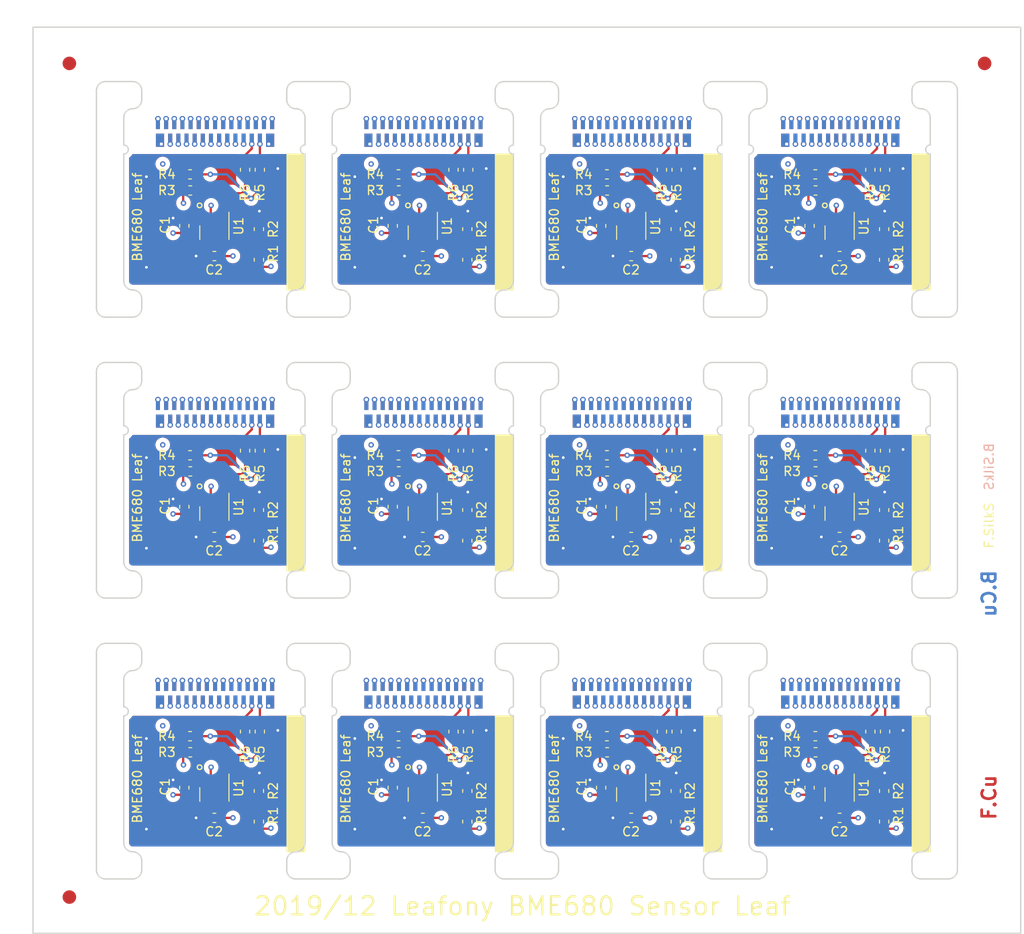
<source format=kicad_pcb>
(kicad_pcb (version 20171130) (host pcbnew "(5.1.2)-2")
  (title_block (title "BME680 Leaf") (date 2019-11-22) (rev 1.0) (company "Leafony Systems Co., Ltd"))
  (layers (0 F.Cu signal) (1 In1.Cu signal) (2 In2.Cu signal) (31 B.Cu signal) (34 B.Paste user) (35 F.Paste user) (36 B.SilkS user) (37 F.SilkS user) (38 B.Mask user) (39 F.Mask user) (44 Edge.Cuts user))
  (net 0 "")
  (net 1 /SWDIO)
  (net 2 /VBUS)
  (net 3 /AREF)
  (net 4 /A0)
  (net 5 /A1)
  (net 6 /A2)
  (net 7 /A3)
  (net 8 /A4)
  (net 9 /A5)
  (net 10 /D0)
  (net 11 /D1)
  (net 12 /D2)
  (net 13 /D3)
  (net 14 /D4)
  (net 15 /D5)
  (net 16 /RESET)
  (net 17 /D6)
  (net 18 /D7)
  (net 19 /D8)
  (net 20 /D9)
  (net 21 /D10)
  (net 22 /D11)
  (net 23 /D12)
  (net 24 /D13)
  (net 25 /SDA)
  (net 26 /SCK)
  (net 27 /SWCLK)
  (net 28 GND)
  (net 29 +3V3)
  (net 30 "Net-(R1-Pad2)")
  (net 31 "Net-(R3-Pad2)")
  (net 32 "Net-(R4-Pad2)")
  (module Resistor_SMD:R_0603_1608Metric (layer F.Cu) (at 159.3896 117.7359 90)
    (fp_text reference R6 (at -2.5147 0 90) (layer F.SilkS))
    (fp_text value 0R)
    (pad 1 smd roundrect (at -0.7875 0 90) (size 0.875 0.95) (layers F.Cu F.Paste F.Mask))
    (pad 2 smd roundrect (at 0.7875 0 90) (size 0.875 0.95) (layers F.Cu F.Paste F.Mask))
  )
  (module Package_LGA:Bosch_LGA-8_3x3mm_P0.8mm_ClockwisePinNumbering (layer F.Cu) (at 133 123.925)
    (fp_text reference U1 (at 2.684 0.029 270) (layer F.SilkS))
    (fp_text value BME680)
    (pad 1 smd rect (at -1.2 -1.15) (size 0.4 0.55) (layers F.Cu F.Paste F.Mask))
    (pad 2 smd rect (at -0.4 -1.15) (size 0.4 0.55) (layers F.Cu F.Paste F.Mask))
    (pad 3 smd rect (at 0.4 -1.15) (size 0.4 0.55) (layers F.Cu F.Paste F.Mask))
    (pad 4 smd rect (at 1.2 -1.15) (size 0.4 0.55) (layers F.Cu F.Paste F.Mask))
    (pad 5 smd rect (at 1.2 1.15) (size 0.4 0.55) (layers F.Cu F.Paste F.Mask))
    (pad 6 smd rect (at 0.4 1.15) (size 0.4 0.55) (layers F.Cu F.Paste F.Mask))
    (pad 7 smd rect (at -0.4 1.15) (size 0.4 0.55) (layers F.Cu F.Paste F.Mask))
    (pad 8 smd rect (at -1.2 1.15) (size 0.4 0.55) (layers F.Cu F.Paste F.Mask))
  )
  (module Capacitor_SMD:C_0603_1608Metric (layer F.Cu) (at 179 127.261)
    (fp_text reference C2 (at -0.0253 1.524) (layer F.SilkS))
    (fp_text value 100n)
    (pad 1 smd roundrect (at -0.7875 0) (size 0.875 0.95) (layers F.Cu F.Paste F.Mask))
    (pad 2 smd roundrect (at 0.7875 0) (size 0.875 0.95) (layers F.Cu F.Paste F.Mask))
  )
  (module Resistor_SMD:R_0603_1608Metric (layer F.Cu) (at 184.0152 117.7361 90)
    (fp_text reference R5 (at -2.5145 0 90) (layer F.SilkS))
    (fp_text value 0R)
    (pad 1 smd roundrect (at -0.7875 0 90) (size 0.875 0.95) (layers F.Cu F.Paste F.Mask))
    (pad 2 smd roundrect (at 0.7875 0 90) (size 0.875 0.95) (layers F.Cu F.Paste F.Mask))
  )
  (module Resistor_SMD:R_0603_1608Metric (layer F.Cu) (at 130.3189 118.244)
    (fp_text reference R4 (at -2.5653 0) (layer F.SilkS))
    (fp_text value NC)
    (pad 1 smd roundrect (at -0.7875 0) (size 0.875 0.95) (layers F.Cu F.Paste F.Mask))
    (pad 2 smd roundrect (at 0.7875 0) (size 0.875 0.95) (layers F.Cu F.Paste F.Mask))
  )
  (module Resistor_SMD:R_0603_1608Metric (layer F.Cu) (at 161.0152 117.7361 90)
    (fp_text reference R5 (at -2.5145 0 90) (layer F.SilkS))
    (fp_text value 0R)
    (pad 1 smd roundrect (at -0.7875 0 90) (size 0.875 0.95) (layers F.Cu F.Paste F.Mask))
    (pad 2 smd roundrect (at 0.7875 0 90) (size 0.875 0.95) (layers F.Cu F.Paste F.Mask))
  )
  (module Capacitor_SMD:C_0603_1608Metric (layer F.Cu) (at 156 127.261)
    (fp_text reference C2 (at -0.0253 1.524) (layer F.SilkS))
    (fp_text value 100n)
    (pad 1 smd roundrect (at -0.7875 0) (size 0.875 0.95) (layers F.Cu F.Paste F.Mask))
    (pad 2 smd roundrect (at 0.7875 0) (size 0.875 0.95) (layers F.Cu F.Paste F.Mask))
  )
  (module Resistor_SMD:R_0603_1608Metric (layer F.Cu) (at 176.3443 120.022)
    (fp_text reference R3 (at -2.5907 0) (layer F.SilkS))
    (fp_text value NC)
    (pad 1 smd roundrect (at -0.7875 0) (size 0.875 0.95) (layers F.Cu F.Paste F.Mask))
    (pad 2 smd roundrect (at 0.7875 0) (size 0.875 0.95) (layers F.Cu F.Paste F.Mask))
  )
  (module Capacitor_SMD:C_0603_1608Metric (layer F.Cu) (at 133 127.261)
    (fp_text reference C2 (at -0.0253 1.524) (layer F.SilkS))
    (fp_text value 100n)
    (pad 1 smd roundrect (at -0.7875 0) (size 0.875 0.95) (layers F.Cu F.Paste F.Mask))
    (pad 2 smd roundrect (at 0.7875 0) (size 0.875 0.95) (layers F.Cu F.Paste F.Mask))
  )
  (module Resistor_SMD:R_0603_1608Metric (layer F.Cu) (at 182.3896 117.7359 90)
    (fp_text reference R6 (at -2.5147 0 90) (layer F.SilkS))
    (fp_text value 0R)
    (pad 1 smd roundrect (at -0.7875 0 90) (size 0.875 0.95) (layers F.Cu F.Paste F.Mask))
    (pad 2 smd roundrect (at 0.7875 0 90) (size 0.875 0.95) (layers F.Cu F.Paste F.Mask))
  )
  (module Package_LGA:Bosch_LGA-8_3x3mm_P0.8mm_ClockwisePinNumbering (layer F.Cu) (at 179 123.925)
    (fp_text reference U1 (at 2.684 0.029 270) (layer F.SilkS))
    (fp_text value BME680)
    (pad 1 smd rect (at -1.2 -1.15) (size 0.4 0.55) (layers F.Cu F.Paste F.Mask))
    (pad 2 smd rect (at -0.4 -1.15) (size 0.4 0.55) (layers F.Cu F.Paste F.Mask))
    (pad 3 smd rect (at 0.4 -1.15) (size 0.4 0.55) (layers F.Cu F.Paste F.Mask))
    (pad 4 smd rect (at 1.2 -1.15) (size 0.4 0.55) (layers F.Cu F.Paste F.Mask))
    (pad 5 smd rect (at 1.2 1.15) (size 0.4 0.55) (layers F.Cu F.Paste F.Mask))
    (pad 6 smd rect (at 0.4 1.15) (size 0.4 0.55) (layers F.Cu F.Paste F.Mask))
    (pad 7 smd rect (at -0.4 1.15) (size 0.4 0.55) (layers F.Cu F.Paste F.Mask))
    (pad 8 smd rect (at -1.2 1.15) (size 0.4 0.55) (layers F.Cu F.Paste F.Mask))
  )
  (module Resistor_SMD:R_0603_1608Metric (layer F.Cu) (at 183.9136 124.2891 90)
    (fp_text reference R2 (at 0 1.5804 90) (layer F.SilkS))
    (fp_text value 0R)
    (pad 1 smd roundrect (at -0.7875 0 90) (size 0.875 0.95) (layers F.Cu F.Paste F.Mask))
    (pad 2 smd roundrect (at 0.7875 0 90) (size 0.875 0.95) (layers F.Cu F.Paste F.Mask))
  )
  (module Resistor_SMD:R_0603_1608Metric (layer F.Cu) (at 160.9136 127.6675 90)
    (fp_text reference R1 (at 0.6655 1.5804 90) (layer F.SilkS))
    (fp_text value NC)
    (pad 1 smd roundrect (at -0.7875 0 90) (size 0.875 0.95) (layers F.Cu F.Paste F.Mask))
    (pad 2 smd roundrect (at 0.7875 0 90) (size 0.875 0.95) (layers F.Cu F.Paste F.Mask))
  )
  (module Resistor_SMD:R_0603_1608Metric (layer F.Cu) (at 153.3443 120.022)
    (fp_text reference R3 (at -2.5907 0) (layer F.SilkS))
    (fp_text value NC)
    (pad 1 smd roundrect (at -0.7875 0) (size 0.875 0.95) (layers F.Cu F.Paste F.Mask))
    (pad 2 smd roundrect (at 0.7875 0) (size 0.875 0.95) (layers F.Cu F.Paste F.Mask))
  )
  (module Resistor_SMD:R_0603_1608Metric (layer F.Cu) (at 160.9136 124.2891 90)
    (fp_text reference R2 (at 0 1.5804 90) (layer F.SilkS))
    (fp_text value 0R)
    (pad 1 smd roundrect (at -0.7875 0 90) (size 0.875 0.95) (layers F.Cu F.Paste F.Mask))
    (pad 2 smd roundrect (at 0.7875 0 90) (size 0.875 0.95) (layers F.Cu F.Paste F.Mask))
  )
  (module Trillion-Node:CN_F29_B29 (layer F.Cu) (at 173 114.475)
    (fp_text reference CN1 hide)
    (fp_text value LeafIF)
    (pad F27 smd rect (at 12.15 0) (size 0.9 1.45) (layers F.Cu F.Mask))
    (pad F1 smd rect (at 0 0) (size 0.9 1.45) (layers F.Cu F.Mask))
    (pad "" np_thru_hole circle (at -2.175 -0.975) (size 2.05 2.05) (drill 2.05) (layers *.Cu *.Mask))
    (pad "" np_thru_hole circle (at 14.325 -0.975) (size 2.05 2.05) (drill 2.05) (layers *.Cu *.Mask))
    (pad F2 smd custom (at -0.225 -1.8) (size 0.45 1.15) (layers F.Cu F.Mask) (options (clearance outline) (anchor rect)) (primitives (gr_circle (center 0 -0.575) (end 0.3 -0.575) (width 0))))
    (pad F3 smd custom (at 1.125 -0.15 180) (size 0.45 1.15) (layers F.Cu F.Mask) (options (clearance outline) (anchor rect)) (primitives (gr_circle (center 0 -0.575) (end 0.3 -0.575) (width 0))))
    (pad F4 smd custom (at 0.675 -1.8) (size 0.45 1.15) (layers F.Cu F.Mask) (options (clearance outline) (anchor rect)) (primitives (gr_circle (center 0 -0.575) (end 0.3 -0.575) (width 0))))
    (pad B6 smd custom (at 1.575 -1.8) (size 0.45 1.15) (layers B.Cu B.Mask) (options (clearance outline) (anchor rect)) (primitives (gr_circle (center 0 -0.575) (end 0.3 -0.575) (width 0))))
    (pad F8 smd custom (at 2.475 -1.8) (size 0.45 1.15) (layers F.Cu F.Mask) (options (clearance outline) (anchor rect)) (primitives (gr_circle (center 0 -0.575) (end 0.3 -0.575) (width 0))))
    (pad F10 smd custom (at 3.375 -1.8) (size 0.45 1.15) (layers F.Cu F.Mask) (options (clearance outline) (anchor rect)) (primitives (gr_circle (center 0 -0.575) (end 0.3 -0.575) (width 0))))
    (pad F12 smd custom (at 4.275 -1.8) (size 0.45 1.15) (layers F.Cu F.Mask) (options (clearance outline) (anchor rect)) (primitives (gr_circle (center 0 -0.575) (end 0.3 -0.575) (width 0))))
    (pad F14 smd custom (at 5.175 -1.8) (size 0.45 1.15) (layers F.Cu F.Mask) (options (clearance outline) (anchor rect)) (primitives (gr_circle (center 0 -0.575) (end 0.3 -0.575) (width 0))))
    (pad F16 smd custom (at 6.075 -1.8) (size 0.45 1.15) (layers F.Cu F.Mask) (options (clearance outline) (anchor rect)) (primitives (gr_circle (center 0 -0.575) (end 0.3 -0.575) (width 0))))
    (pad F18 smd custom (at 6.975 -1.8) (size 0.45 1.15) (layers F.Cu F.Mask) (options (clearance outline) (anchor rect)) (primitives (gr_circle (center 0 -0.575) (end 0.3 -0.575) (width 0))))
    (pad F20 smd custom (at 7.875 -1.8) (size 0.45 1.15) (layers F.Cu F.Mask) (options (clearance outline) (anchor rect)) (primitives (gr_circle (center 0 -0.575) (end 0.3 -0.575) (width 0))))
    (pad F22 smd custom (at 8.775 -1.8) (size 0.45 1.15) (layers F.Cu F.Mask) (options (clearance outline) (anchor rect)) (primitives (gr_circle (center 0 -0.575) (end 0.3 -0.575) (width 0))))
    (pad F24 smd custom (at 9.675 -1.8) (size 0.45 1.15) (layers F.Cu F.Mask) (options (clearance outline) (anchor rect)) (primitives (gr_circle (center 0 -0.575) (end 0.3 -0.575) (width 0))))
    (pad F26 smd custom (at 10.575 -1.8) (size 0.45 1.15) (layers F.Cu F.Mask) (options (clearance outline) (anchor rect)) (primitives (gr_circle (center 0 -0.575) (end 0.3 -0.575) (width 0))))
    (pad F28 smd custom (at 11.475 -1.8) (size 0.45 1.15) (layers F.Cu F.Mask) (options (clearance outline) (anchor rect)) (primitives (gr_circle (center 0 -0.575) (end 0.3 -0.575) (width 0))))
    (pad F29 smd custom (at 12.375 -1.8) (size 0.45 1.15) (layers F.Cu F.Mask) (options (clearance outline) (anchor rect)) (primitives (gr_circle (center 0 -0.575) (end 0.3 -0.575) (width 0))))
    (pad F5 smd custom (at 2.025 -0.15 180) (size 0.45 1.15) (layers F.Cu F.Mask) (options (clearance outline) (anchor rect)) (primitives (gr_circle (center 0 -0.575) (end 0.3 -0.575) (width 0))))
    (pad F7 smd custom (at 2.925 -0.15 180) (size 0.45 1.15) (layers F.Cu F.Mask) (options (clearance outline) (anchor rect)) (primitives (gr_circle (center 0 -0.575) (end 0.3 -0.575) (width 0))))
    (pad F9 smd custom (at 3.825 -0.15 180) (size 0.45 1.15) (layers F.Cu F.Mask) (options (clearance outline) (anchor rect)) (primitives (gr_circle (center 0 -0.575) (end 0.3 -0.575) (width 0))))
    (pad F11 smd custom (at 4.725 -0.15 180) (size 0.45 1.15) (layers F.Cu F.Mask) (options (clearance outline) (anchor rect)) (primitives (gr_circle (center 0 -0.575) (end 0.3 -0.575) (width 0))))
    (pad F13 smd custom (at 5.625 -0.15 180) (size 0.45 1.15) (layers F.Cu F.Mask) (options (clearance outline) (anchor rect)) (primitives (gr_circle (center 0 -0.575) (end 0.3 -0.575) (width 0))))
    (pad F15 smd custom (at 6.525 -0.15 180) (size 0.45 1.15) (layers F.Cu F.Mask) (options (clearance outline) (anchor rect)) (primitives (gr_circle (center 0 -0.575) (end 0.3 -0.575) (width 0))))
    (pad F17 smd custom (at 7.425 -0.15 180) (size 0.45 1.15) (layers F.Cu F.Mask) (options (clearance outline) (anchor rect)) (primitives (gr_circle (center 0 -0.575) (end 0.3 -0.575) (width 0))))
    (pad F19 smd custom (at 8.325 -0.15 180) (size 0.45 1.15) (layers F.Cu F.Mask) (options (clearance outline) (anchor rect)) (primitives (gr_circle (center 0 -0.575) (end 0.3 -0.575) (width 0))))
    (pad F21 smd custom (at 9.225 -0.15 180) (size 0.45 1.15) (layers F.Cu F.Mask) (options (clearance outline) (anchor rect)) (primitives (gr_circle (center 0 -0.575) (end 0.3 -0.575) (width 0))))
    (pad F23 smd custom (at 10.125 -0.15 180) (size 0.45 1.15) (layers F.Cu F.Mask) (options (clearance outline) (anchor rect)) (primitives (gr_circle (center 0 -0.575) (end 0.3 -0.575) (width 0))))
    (pad F25 smd custom (at 11.025 -0.15 180) (size 0.45 1.15) (layers F.Cu F.Mask) (options (clearance outline) (anchor rect)) (primitives (gr_circle (center 0 -0.575) (end 0.3 -0.575) (width 0))))
    (pad B27 smd rect (at 12.15 0) (size 0.9 1.45) (layers B.Cu B.Mask))
    (pad B25 smd custom (at 11.025 -0.15 180) (size 0.45 1.15) (layers B.Cu B.Mask) (options (clearance outline) (anchor rect)) (primitives (gr_circle (center 0 -0.575) (end 0.3 -0.575) (width 0))))
    (pad B23 smd custom (at 10.125 -0.15 180) (size 0.45 1.15) (layers B.Cu B.Mask) (options (clearance outline) (anchor rect)) (primitives (gr_circle (center 0 -0.575) (end 0.3 -0.575) (width 0))))
    (pad B21 smd custom (at 9.225 -0.15 180) (size 0.45 1.15) (layers B.Cu B.Mask) (options (clearance outline) (anchor rect)) (primitives (gr_circle (center 0 -0.575) (end 0.3 -0.575) (width 0))))
    (pad B19 smd custom (at 8.325 -0.15 180) (size 0.45 1.15) (layers B.Cu B.Mask) (options (clearance outline) (anchor rect)) (primitives (gr_circle (center 0 -0.575) (end 0.3 -0.575) (width 0))))
    (pad B17 smd custom (at 7.425 -0.15 180) (size 0.45 1.15) (layers B.Cu B.Mask) (options (clearance outline) (anchor rect)) (primitives (gr_circle (center 0 -0.575) (end 0.3 -0.575) (width 0))))
    (pad B15 smd custom (at 6.525 -0.15 180) (size 0.45 1.15) (layers B.Cu B.Mask) (options (clearance outline) (anchor rect)) (primitives (gr_circle (center 0 -0.575) (end 0.3 -0.575) (width 0))))
    (pad B13 smd custom (at 5.625 -0.15 180) (size 0.45 1.15) (layers B.Cu B.Mask) (options (clearance outline) (anchor rect)) (primitives (gr_circle (center 0 -0.575) (end 0.3 -0.575) (width 0))))
    (pad B11 smd custom (at 4.725 -0.15 180) (size 0.45 1.15) (layers B.Cu B.Mask) (options (clearance outline) (anchor rect)) (primitives (gr_circle (center 0 -0.575) (end 0.3 -0.575) (width 0))))
    (pad B9 smd custom (at 3.825 -0.15 180) (size 0.45 1.15) (layers B.Cu B.Mask) (options (clearance outline) (anchor rect)) (primitives (gr_circle (center 0 -0.575) (end 0.3 -0.575) (width 0))))
    (pad B7 smd custom (at 2.925 -0.15 180) (size 0.45 1.15) (layers B.Cu B.Mask) (options (clearance outline) (anchor rect)) (primitives (gr_circle (center 0 -0.575) (end 0.3 -0.575) (width 0))))
    (pad B5 smd custom (at 2.025 -0.15 180) (size 0.45 1.15) (layers B.Cu B.Mask) (options (clearance outline) (anchor rect)) (primitives (gr_circle (center 0 -0.575) (end 0.3 -0.575) (width 0))))
    (pad B29 smd custom (at 12.375 -1.8) (size 0.45 1.15) (layers B.Cu B.Mask) (options (clearance outline) (anchor rect)) (primitives (gr_circle (center 0 -0.575) (end 0.3 -0.575) (width 0))))
    (pad B28 smd custom (at 11.475 -1.8) (size 0.45 1.15) (layers B.Cu B.Mask) (options (clearance outline) (anchor rect)) (primitives (gr_circle (center 0 -0.575) (end 0.3 -0.575) (width 0))))
    (pad B26 smd custom (at 10.575 -1.8) (size 0.45 1.15) (layers B.Cu B.Mask) (options (clearance outline) (anchor rect)) (primitives (gr_circle (center 0 -0.575) (end 0.3 -0.575) (width 0))))
    (pad B24 smd custom (at 9.675 -1.8) (size 0.45 1.15) (layers B.Cu B.Mask) (options (clearance outline) (anchor rect)) (primitives (gr_circle (center 0 -0.575) (end 0.3 -0.575) (width 0))))
    (pad B22 smd custom (at 8.775 -1.8) (size 0.45 1.15) (layers B.Cu B.Mask) (options (clearance outline) (anchor rect)) (primitives (gr_circle (center 0 -0.575) (end 0.3 -0.575) (width 0))))
    (pad B20 smd custom (at 7.875 -1.8) (size 0.45 1.15) (layers B.Cu B.Mask) (options (clearance outline) (anchor rect)) (primitives (gr_circle (center 0 -0.575) (end 0.3 -0.575) (width 0))))
    (pad B18 smd custom (at 6.975 -1.8) (size 0.45 1.15) (layers B.Cu B.Mask) (options (clearance outline) (anchor rect)) (primitives (gr_circle (center 0 -0.575) (end 0.3 -0.575) (width 0))))
    (pad B16 smd custom (at 6.075 -1.8) (size 0.45 1.15) (layers B.Cu B.Mask) (options (clearance outline) (anchor rect)) (primitives (gr_circle (center 0 -0.575) (end 0.3 -0.575) (width 0))))
    (pad B14 smd custom (at 5.175 -1.8) (size 0.45 1.15) (layers B.Cu B.Mask) (options (clearance outline) (anchor rect)) (primitives (gr_circle (center 0 -0.575) (end 0.3 -0.575) (width 0))))
    (pad B12 smd custom (at 4.275 -1.8) (size 0.45 1.15) (layers B.Cu B.Mask) (options (clearance outline) (anchor rect)) (primitives (gr_circle (center 0 -0.575) (end 0.3 -0.575) (width 0))))
    (pad B10 smd custom (at 3.375 -1.8) (size 0.45 1.15) (layers B.Cu B.Mask) (options (clearance outline) (anchor rect)) (primitives (gr_circle (center 0 -0.575) (end 0.3 -0.575) (width 0))))
    (pad B8 smd custom (at 2.475 -1.8) (size 0.45 1.15) (layers B.Cu B.Mask) (options (clearance outline) (anchor rect)) (primitives (gr_circle (center 0 -0.575) (end 0.3 -0.575) (width 0))))
    (pad F6 smd custom (at 1.575 -1.8) (size 0.45 1.15) (layers F.Cu F.Mask) (options (clearance outline) (anchor rect)) (primitives (gr_circle (center 0 -0.575) (end 0.3 -0.575) (width 0))))
    (pad B4 smd custom (at 0.675 -1.8) (size 0.45 1.15) (layers B.Cu B.Mask) (options (clearance outline) (anchor rect)) (primitives (gr_circle (center 0 -0.575) (end 0.3 -0.575) (width 0))))
    (pad B3 smd custom (at 1.125 -0.15 180) (size 0.45 1.15) (layers B.Cu B.Mask) (options (clearance outline) (anchor rect)) (primitives (gr_circle (center 0 -0.575) (end 0.3 -0.575) (width 0))))
    (pad B2 smd custom (at -0.225 -1.8) (size 0.45 1.15) (layers B.Cu B.Mask) (options (clearance outline) (anchor rect)) (primitives (gr_circle (center 0 -0.575) (end 0.3 -0.575) (width 0))))
    (pad B1 smd rect (at 0 0) (size 0.9 1.45) (layers B.Cu B.Mask))
  )
  (module Resistor_SMD:R_0603_1608Metric (layer F.Cu) (at 183.9136 127.6675 90)
    (fp_text reference R1 (at 0.6655 1.5804 90) (layer F.SilkS))
    (fp_text value NC)
    (pad 1 smd roundrect (at -0.7875 0 90) (size 0.875 0.95) (layers F.Cu F.Paste F.Mask))
    (pad 2 smd roundrect (at 0.7875 0 90) (size 0.875 0.95) (layers F.Cu F.Paste F.Mask))
  )
  (module Resistor_SMD:R_0603_1608Metric (layer F.Cu) (at 153.3189 118.244)
    (fp_text reference R4 (at -2.5653 0) (layer F.SilkS))
    (fp_text value NC)
    (pad 1 smd roundrect (at -0.7875 0) (size 0.875 0.95) (layers F.Cu F.Paste F.Mask))
    (pad 2 smd roundrect (at 0.7875 0) (size 0.875 0.95) (layers F.Cu F.Paste F.Mask))
  )
  (module Resistor_SMD:R_0603_1608Metric (layer F.Cu) (at 136.3896 117.7359 90)
    (fp_text reference R6 (at -2.5147 0 90) (layer F.SilkS))
    (fp_text value 0R)
    (pad 1 smd roundrect (at -0.7875 0 90) (size 0.875 0.95) (layers F.Cu F.Paste F.Mask))
    (pad 2 smd roundrect (at 0.7875 0 90) (size 0.875 0.95) (layers F.Cu F.Paste F.Mask))
  )
  (module Capacitor_SMD:C_0603_1608Metric (layer F.Cu) (at 152.684 123.925 90)
    (fp_text reference C1 (at 0.098 -2.128 90) (layer F.SilkS))
    (fp_text value 100n)
    (pad 1 smd roundrect (at -0.7875 0 90) (size 0.875 0.95) (layers F.Cu F.Paste F.Mask))
    (pad 2 smd roundrect (at 0.7875 0 90) (size 0.875 0.95) (layers F.Cu F.Paste F.Mask))
  )
  (module Resistor_SMD:R_0603_1608Metric (layer F.Cu) (at 137.9136 127.6675 90)
    (fp_text reference R1 (at 0.6655 1.5804 90) (layer F.SilkS))
    (fp_text value NC)
    (pad 1 smd roundrect (at -0.7875 0 90) (size 0.875 0.95) (layers F.Cu F.Paste F.Mask))
    (pad 2 smd roundrect (at 0.7875 0 90) (size 0.875 0.95) (layers F.Cu F.Paste F.Mask))
  )
  (module Resistor_SMD:R_0603_1608Metric (layer F.Cu) (at 137.9136 124.2891 90)
    (fp_text reference R2 (at 0 1.5804 90) (layer F.SilkS))
    (fp_text value 0R)
    (pad 1 smd roundrect (at -0.7875 0 90) (size 0.875 0.95) (layers F.Cu F.Paste F.Mask))
    (pad 2 smd roundrect (at 0.7875 0 90) (size 0.875 0.95) (layers F.Cu F.Paste F.Mask))
  )
  (module Trillion-Node:CN_F29_B29 (layer F.Cu) (at 127 114.475)
    (fp_text reference CN1 hide)
    (fp_text value LeafIF)
    (pad F27 smd rect (at 12.15 0) (size 0.9 1.45) (layers F.Cu F.Mask))
    (pad F1 smd rect (at 0 0) (size 0.9 1.45) (layers F.Cu F.Mask))
    (pad "" np_thru_hole circle (at -2.175 -0.975) (size 2.05 2.05) (drill 2.05) (layers *.Cu *.Mask))
    (pad "" np_thru_hole circle (at 14.325 -0.975) (size 2.05 2.05) (drill 2.05) (layers *.Cu *.Mask))
    (pad F2 smd custom (at -0.225 -1.8) (size 0.45 1.15) (layers F.Cu F.Mask) (options (clearance outline) (anchor rect)) (primitives (gr_circle (center 0 -0.575) (end 0.3 -0.575) (width 0))))
    (pad F3 smd custom (at 1.125 -0.15 180) (size 0.45 1.15) (layers F.Cu F.Mask) (options (clearance outline) (anchor rect)) (primitives (gr_circle (center 0 -0.575) (end 0.3 -0.575) (width 0))))
    (pad F4 smd custom (at 0.675 -1.8) (size 0.45 1.15) (layers F.Cu F.Mask) (options (clearance outline) (anchor rect)) (primitives (gr_circle (center 0 -0.575) (end 0.3 -0.575) (width 0))))
    (pad B6 smd custom (at 1.575 -1.8) (size 0.45 1.15) (layers B.Cu B.Mask) (options (clearance outline) (anchor rect)) (primitives (gr_circle (center 0 -0.575) (end 0.3 -0.575) (width 0))))
    (pad F8 smd custom (at 2.475 -1.8) (size 0.45 1.15) (layers F.Cu F.Mask) (options (clearance outline) (anchor rect)) (primitives (gr_circle (center 0 -0.575) (end 0.3 -0.575) (width 0))))
    (pad F10 smd custom (at 3.375 -1.8) (size 0.45 1.15) (layers F.Cu F.Mask) (options (clearance outline) (anchor rect)) (primitives (gr_circle (center 0 -0.575) (end 0.3 -0.575) (width 0))))
    (pad F12 smd custom (at 4.275 -1.8) (size 0.45 1.15) (layers F.Cu F.Mask) (options (clearance outline) (anchor rect)) (primitives (gr_circle (center 0 -0.575) (end 0.3 -0.575) (width 0))))
    (pad F14 smd custom (at 5.175 -1.8) (size 0.45 1.15) (layers F.Cu F.Mask) (options (clearance outline) (anchor rect)) (primitives (gr_circle (center 0 -0.575) (end 0.3 -0.575) (width 0))))
    (pad F16 smd custom (at 6.075 -1.8) (size 0.45 1.15) (layers F.Cu F.Mask) (options (clearance outline) (anchor rect)) (primitives (gr_circle (center 0 -0.575) (end 0.3 -0.575) (width 0))))
    (pad F18 smd custom (at 6.975 -1.8) (size 0.45 1.15) (layers F.Cu F.Mask) (options (clearance outline) (anchor rect)) (primitives (gr_circle (center 0 -0.575) (end 0.3 -0.575) (width 0))))
    (pad F20 smd custom (at 7.875 -1.8) (size 0.45 1.15) (layers F.Cu F.Mask) (options (clearance outline) (anchor rect)) (primitives (gr_circle (center 0 -0.575) (end 0.3 -0.575) (width 0))))
    (pad F22 smd custom (at 8.775 -1.8) (size 0.45 1.15) (layers F.Cu F.Mask) (options (clearance outline) (anchor rect)) (primitives (gr_circle (center 0 -0.575) (end 0.3 -0.575) (width 0))))
    (pad F24 smd custom (at 9.675 -1.8) (size 0.45 1.15) (layers F.Cu F.Mask) (options (clearance outline) (anchor rect)) (primitives (gr_circle (center 0 -0.575) (end 0.3 -0.575) (width 0))))
    (pad F26 smd custom (at 10.575 -1.8) (size 0.45 1.15) (layers F.Cu F.Mask) (options (clearance outline) (anchor rect)) (primitives (gr_circle (center 0 -0.575) (end 0.3 -0.575) (width 0))))
    (pad F28 smd custom (at 11.475 -1.8) (size 0.45 1.15) (layers F.Cu F.Mask) (options (clearance outline) (anchor rect)) (primitives (gr_circle (center 0 -0.575) (end 0.3 -0.575) (width 0))))
    (pad F29 smd custom (at 12.375 -1.8) (size 0.45 1.15) (layers F.Cu F.Mask) (options (clearance outline) (anchor rect)) (primitives (gr_circle (center 0 -0.575) (end 0.3 -0.575) (width 0))))
    (pad F5 smd custom (at 2.025 -0.15 180) (size 0.45 1.15) (layers F.Cu F.Mask) (options (clearance outline) (anchor rect)) (primitives (gr_circle (center 0 -0.575) (end 0.3 -0.575) (width 0))))
    (pad F7 smd custom (at 2.925 -0.15 180) (size 0.45 1.15) (layers F.Cu F.Mask) (options (clearance outline) (anchor rect)) (primitives (gr_circle (center 0 -0.575) (end 0.3 -0.575) (width 0))))
    (pad F9 smd custom (at 3.825 -0.15 180) (size 0.45 1.15) (layers F.Cu F.Mask) (options (clearance outline) (anchor rect)) (primitives (gr_circle (center 0 -0.575) (end 0.3 -0.575) (width 0))))
    (pad F11 smd custom (at 4.725 -0.15 180) (size 0.45 1.15) (layers F.Cu F.Mask) (options (clearance outline) (anchor rect)) (primitives (gr_circle (center 0 -0.575) (end 0.3 -0.575) (width 0))))
    (pad F13 smd custom (at 5.625 -0.15 180) (size 0.45 1.15) (layers F.Cu F.Mask) (options (clearance outline) (anchor rect)) (primitives (gr_circle (center 0 -0.575) (end 0.3 -0.575) (width 0))))
    (pad F15 smd custom (at 6.525 -0.15 180) (size 0.45 1.15) (layers F.Cu F.Mask) (options (clearance outline) (anchor rect)) (primitives (gr_circle (center 0 -0.575) (end 0.3 -0.575) (width 0))))
    (pad F17 smd custom (at 7.425 -0.15 180) (size 0.45 1.15) (layers F.Cu F.Mask) (options (clearance outline) (anchor rect)) (primitives (gr_circle (center 0 -0.575) (end 0.3 -0.575) (width 0))))
    (pad F19 smd custom (at 8.325 -0.15 180) (size 0.45 1.15) (layers F.Cu F.Mask) (options (clearance outline) (anchor rect)) (primitives (gr_circle (center 0 -0.575) (end 0.3 -0.575) (width 0))))
    (pad F21 smd custom (at 9.225 -0.15 180) (size 0.45 1.15) (layers F.Cu F.Mask) (options (clearance outline) (anchor rect)) (primitives (gr_circle (center 0 -0.575) (end 0.3 -0.575) (width 0))))
    (pad F23 smd custom (at 10.125 -0.15 180) (size 0.45 1.15) (layers F.Cu F.Mask) (options (clearance outline) (anchor rect)) (primitives (gr_circle (center 0 -0.575) (end 0.3 -0.575) (width 0))))
    (pad F25 smd custom (at 11.025 -0.15 180) (size 0.45 1.15) (layers F.Cu F.Mask) (options (clearance outline) (anchor rect)) (primitives (gr_circle (center 0 -0.575) (end 0.3 -0.575) (width 0))))
    (pad B27 smd rect (at 12.15 0) (size 0.9 1.45) (layers B.Cu B.Mask))
    (pad B25 smd custom (at 11.025 -0.15 180) (size 0.45 1.15) (layers B.Cu B.Mask) (options (clearance outline) (anchor rect)) (primitives (gr_circle (center 0 -0.575) (end 0.3 -0.575) (width 0))))
    (pad B23 smd custom (at 10.125 -0.15 180) (size 0.45 1.15) (layers B.Cu B.Mask) (options (clearance outline) (anchor rect)) (primitives (gr_circle (center 0 -0.575) (end 0.3 -0.575) (width 0))))
    (pad B21 smd custom (at 9.225 -0.15 180) (size 0.45 1.15) (layers B.Cu B.Mask) (options (clearance outline) (anchor rect)) (primitives (gr_circle (center 0 -0.575) (end 0.3 -0.575) (width 0))))
    (pad B19 smd custom (at 8.325 -0.15 180) (size 0.45 1.15) (layers B.Cu B.Mask) (options (clearance outline) (anchor rect)) (primitives (gr_circle (center 0 -0.575) (end 0.3 -0.575) (width 0))))
    (pad B17 smd custom (at 7.425 -0.15 180) (size 0.45 1.15) (layers B.Cu B.Mask) (options (clearance outline) (anchor rect)) (primitives (gr_circle (center 0 -0.575) (end 0.3 -0.575) (width 0))))
    (pad B15 smd custom (at 6.525 -0.15 180) (size 0.45 1.15) (layers B.Cu B.Mask) (options (clearance outline) (anchor rect)) (primitives (gr_circle (center 0 -0.575) (end 0.3 -0.575) (width 0))))
    (pad B13 smd custom (at 5.625 -0.15 180) (size 0.45 1.15) (layers B.Cu B.Mask) (options (clearance outline) (anchor rect)) (primitives (gr_circle (center 0 -0.575) (end 0.3 -0.575) (width 0))))
    (pad B11 smd custom (at 4.725 -0.15 180) (size 0.45 1.15) (layers B.Cu B.Mask) (options (clearance outline) (anchor rect)) (primitives (gr_circle (center 0 -0.575) (end 0.3 -0.575) (width 0))))
    (pad B9 smd custom (at 3.825 -0.15 180) (size 0.45 1.15) (layers B.Cu B.Mask) (options (clearance outline) (anchor rect)) (primitives (gr_circle (center 0 -0.575) (end 0.3 -0.575) (width 0))))
    (pad B7 smd custom (at 2.925 -0.15 180) (size 0.45 1.15) (layers B.Cu B.Mask) (options (clearance outline) (anchor rect)) (primitives (gr_circle (center 0 -0.575) (end 0.3 -0.575) (width 0))))
    (pad B5 smd custom (at 2.025 -0.15 180) (size 0.45 1.15) (layers B.Cu B.Mask) (options (clearance outline) (anchor rect)) (primitives (gr_circle (center 0 -0.575) (end 0.3 -0.575) (width 0))))
    (pad B29 smd custom (at 12.375 -1.8) (size 0.45 1.15) (layers B.Cu B.Mask) (options (clearance outline) (anchor rect)) (primitives (gr_circle (center 0 -0.575) (end 0.3 -0.575) (width 0))))
    (pad B28 smd custom (at 11.475 -1.8) (size 0.45 1.15) (layers B.Cu B.Mask) (options (clearance outline) (anchor rect)) (primitives (gr_circle (center 0 -0.575) (end 0.3 -0.575) (width 0))))
    (pad B26 smd custom (at 10.575 -1.8) (size 0.45 1.15) (layers B.Cu B.Mask) (options (clearance outline) (anchor rect)) (primitives (gr_circle (center 0 -0.575) (end 0.3 -0.575) (width 0))))
    (pad B24 smd custom (at 9.675 -1.8) (size 0.45 1.15) (layers B.Cu B.Mask) (options (clearance outline) (anchor rect)) (primitives (gr_circle (center 0 -0.575) (end 0.3 -0.575) (width 0))))
    (pad B22 smd custom (at 8.775 -1.8) (size 0.45 1.15) (layers B.Cu B.Mask) (options (clearance outline) (anchor rect)) (primitives (gr_circle (center 0 -0.575) (end 0.3 -0.575) (width 0))))
    (pad B20 smd custom (at 7.875 -1.8) (size 0.45 1.15) (layers B.Cu B.Mask) (options (clearance outline) (anchor rect)) (primitives (gr_circle (center 0 -0.575) (end 0.3 -0.575) (width 0))))
    (pad B18 smd custom (at 6.975 -1.8) (size 0.45 1.15) (layers B.Cu B.Mask) (options (clearance outline) (anchor rect)) (primitives (gr_circle (center 0 -0.575) (end 0.3 -0.575) (width 0))))
    (pad B16 smd custom (at 6.075 -1.8) (size 0.45 1.15) (layers B.Cu B.Mask) (options (clearance outline) (anchor rect)) (primitives (gr_circle (center 0 -0.575) (end 0.3 -0.575) (width 0))))
    (pad B14 smd custom (at 5.175 -1.8) (size 0.45 1.15) (layers B.Cu B.Mask) (options (clearance outline) (anchor rect)) (primitives (gr_circle (center 0 -0.575) (end 0.3 -0.575) (width 0))))
    (pad B12 smd custom (at 4.275 -1.8) (size 0.45 1.15) (layers B.Cu B.Mask) (options (clearance outline) (anchor rect)) (primitives (gr_circle (center 0 -0.575) (end 0.3 -0.575) (width 0))))
    (pad B10 smd custom (at 3.375 -1.8) (size 0.45 1.15) (layers B.Cu B.Mask) (options (clearance outline) (anchor rect)) (primitives (gr_circle (center 0 -0.575) (end 0.3 -0.575) (width 0))))
    (pad B8 smd custom (at 2.475 -1.8) (size 0.45 1.15) (layers B.Cu B.Mask) (options (clearance outline) (anchor rect)) (primitives (gr_circle (center 0 -0.575) (end 0.3 -0.575) (width 0))))
    (pad F6 smd custom (at 1.575 -1.8) (size 0.45 1.15) (layers F.Cu F.Mask) (options (clearance outline) (anchor rect)) (primitives (gr_circle (center 0 -0.575) (end 0.3 -0.575) (width 0))))
    (pad B4 smd custom (at 0.675 -1.8) (size 0.45 1.15) (layers B.Cu B.Mask) (options (clearance outline) (anchor rect)) (primitives (gr_circle (center 0 -0.575) (end 0.3 -0.575) (width 0))))
    (pad B3 smd custom (at 1.125 -0.15 180) (size 0.45 1.15) (layers B.Cu B.Mask) (options (clearance outline) (anchor rect)) (primitives (gr_circle (center 0 -0.575) (end 0.3 -0.575) (width 0))))
    (pad B2 smd custom (at -0.225 -1.8) (size 0.45 1.15) (layers B.Cu B.Mask) (options (clearance outline) (anchor rect)) (primitives (gr_circle (center 0 -0.575) (end 0.3 -0.575) (width 0))))
    (pad B1 smd rect (at 0 0) (size 0.9 1.45) (layers B.Cu B.Mask))
  )
  (module Package_LGA:Bosch_LGA-8_3x3mm_P0.8mm_ClockwisePinNumbering (layer F.Cu) (at 156 123.925)
    (fp_text reference U1 (at 2.684 0.029 270) (layer F.SilkS))
    (fp_text value BME680)
    (pad 1 smd rect (at -1.2 -1.15) (size 0.4 0.55) (layers F.Cu F.Paste F.Mask))
    (pad 2 smd rect (at -0.4 -1.15) (size 0.4 0.55) (layers F.Cu F.Paste F.Mask))
    (pad 3 smd rect (at 0.4 -1.15) (size 0.4 0.55) (layers F.Cu F.Paste F.Mask))
    (pad 4 smd rect (at 1.2 -1.15) (size 0.4 0.55) (layers F.Cu F.Paste F.Mask))
    (pad 5 smd rect (at 1.2 1.15) (size 0.4 0.55) (layers F.Cu F.Paste F.Mask))
    (pad 6 smd rect (at 0.4 1.15) (size 0.4 0.55) (layers F.Cu F.Paste F.Mask))
    (pad 7 smd rect (at -0.4 1.15) (size 0.4 0.55) (layers F.Cu F.Paste F.Mask))
    (pad 8 smd rect (at -1.2 1.15) (size 0.4 0.55) (layers F.Cu F.Paste F.Mask))
  )
  (module Resistor_SMD:R_0603_1608Metric (layer F.Cu) (at 130.3443 120.022)
    (fp_text reference R3 (at -2.5907 0) (layer F.SilkS))
    (fp_text value NC)
    (pad 1 smd roundrect (at -0.7875 0) (size 0.875 0.95) (layers F.Cu F.Paste F.Mask))
    (pad 2 smd roundrect (at 0.7875 0) (size 0.875 0.95) (layers F.Cu F.Paste F.Mask))
  )
  (module Resistor_SMD:R_0603_1608Metric (layer F.Cu) (at 138.0152 117.7361 90)
    (fp_text reference R5 (at -2.5145 0 90) (layer F.SilkS))
    (fp_text value 0R)
    (pad 1 smd roundrect (at -0.7875 0 90) (size 0.875 0.95) (layers F.Cu F.Paste F.Mask))
    (pad 2 smd roundrect (at 0.7875 0 90) (size 0.875 0.95) (layers F.Cu F.Paste F.Mask))
  )
  (module Capacitor_SMD:C_0603_1608Metric (layer F.Cu) (at 129.684 123.925 90)
    (fp_text reference C1 (at 0.098 -2.128 90) (layer F.SilkS))
    (fp_text value 100n)
    (pad 1 smd roundrect (at -0.7875 0 90) (size 0.875 0.95) (layers F.Cu F.Paste F.Mask))
    (pad 2 smd roundrect (at 0.7875 0 90) (size 0.875 0.95) (layers F.Cu F.Paste F.Mask))
  )
  (module Capacitor_SMD:C_0603_1608Metric (layer F.Cu) (at 175.684 123.925 90)
    (fp_text reference C1 (at 0.098 -2.128 90) (layer F.SilkS))
    (fp_text value 100n)
    (pad 1 smd roundrect (at -0.7875 0 90) (size 0.875 0.95) (layers F.Cu F.Paste F.Mask))
    (pad 2 smd roundrect (at 0.7875 0 90) (size 0.875 0.95) (layers F.Cu F.Paste F.Mask))
  )
  (module Trillion-Node:CN_F29_B29 (layer F.Cu) (at 150 114.475)
    (fp_text reference CN1 hide)
    (fp_text value LeafIF)
    (pad F27 smd rect (at 12.15 0) (size 0.9 1.45) (layers F.Cu F.Mask))
    (pad F1 smd rect (at 0 0) (size 0.9 1.45) (layers F.Cu F.Mask))
    (pad "" np_thru_hole circle (at -2.175 -0.975) (size 2.05 2.05) (drill 2.05) (layers *.Cu *.Mask))
    (pad "" np_thru_hole circle (at 14.325 -0.975) (size 2.05 2.05) (drill 2.05) (layers *.Cu *.Mask))
    (pad F2 smd custom (at -0.225 -1.8) (size 0.45 1.15) (layers F.Cu F.Mask) (options (clearance outline) (anchor rect)) (primitives (gr_circle (center 0 -0.575) (end 0.3 -0.575) (width 0))))
    (pad F3 smd custom (at 1.125 -0.15 180) (size 0.45 1.15) (layers F.Cu F.Mask) (options (clearance outline) (anchor rect)) (primitives (gr_circle (center 0 -0.575) (end 0.3 -0.575) (width 0))))
    (pad F4 smd custom (at 0.675 -1.8) (size 0.45 1.15) (layers F.Cu F.Mask) (options (clearance outline) (anchor rect)) (primitives (gr_circle (center 0 -0.575) (end 0.3 -0.575) (width 0))))
    (pad B6 smd custom (at 1.575 -1.8) (size 0.45 1.15) (layers B.Cu B.Mask) (options (clearance outline) (anchor rect)) (primitives (gr_circle (center 0 -0.575) (end 0.3 -0.575) (width 0))))
    (pad F8 smd custom (at 2.475 -1.8) (size 0.45 1.15) (layers F.Cu F.Mask) (options (clearance outline) (anchor rect)) (primitives (gr_circle (center 0 -0.575) (end 0.3 -0.575) (width 0))))
    (pad F10 smd custom (at 3.375 -1.8) (size 0.45 1.15) (layers F.Cu F.Mask) (options (clearance outline) (anchor rect)) (primitives (gr_circle (center 0 -0.575) (end 0.3 -0.575) (width 0))))
    (pad F12 smd custom (at 4.275 -1.8) (size 0.45 1.15) (layers F.Cu F.Mask) (options (clearance outline) (anchor rect)) (primitives (gr_circle (center 0 -0.575) (end 0.3 -0.575) (width 0))))
    (pad F14 smd custom (at 5.175 -1.8) (size 0.45 1.15) (layers F.Cu F.Mask) (options (clearance outline) (anchor rect)) (primitives (gr_circle (center 0 -0.575) (end 0.3 -0.575) (width 0))))
    (pad F16 smd custom (at 6.075 -1.8) (size 0.45 1.15) (layers F.Cu F.Mask) (options (clearance outline) (anchor rect)) (primitives (gr_circle (center 0 -0.575) (end 0.3 -0.575) (width 0))))
    (pad F18 smd custom (at 6.975 -1.8) (size 0.45 1.15) (layers F.Cu F.Mask) (options (clearance outline) (anchor rect)) (primitives (gr_circle (center 0 -0.575) (end 0.3 -0.575) (width 0))))
    (pad F20 smd custom (at 7.875 -1.8) (size 0.45 1.15) (layers F.Cu F.Mask) (options (clearance outline) (anchor rect)) (primitives (gr_circle (center 0 -0.575) (end 0.3 -0.575) (width 0))))
    (pad F22 smd custom (at 8.775 -1.8) (size 0.45 1.15) (layers F.Cu F.Mask) (options (clearance outline) (anchor rect)) (primitives (gr_circle (center 0 -0.575) (end 0.3 -0.575) (width 0))))
    (pad F24 smd custom (at 9.675 -1.8) (size 0.45 1.15) (layers F.Cu F.Mask) (options (clearance outline) (anchor rect)) (primitives (gr_circle (center 0 -0.575) (end 0.3 -0.575) (width 0))))
    (pad F26 smd custom (at 10.575 -1.8) (size 0.45 1.15) (layers F.Cu F.Mask) (options (clearance outline) (anchor rect)) (primitives (gr_circle (center 0 -0.575) (end 0.3 -0.575) (width 0))))
    (pad F28 smd custom (at 11.475 -1.8) (size 0.45 1.15) (layers F.Cu F.Mask) (options (clearance outline) (anchor rect)) (primitives (gr_circle (center 0 -0.575) (end 0.3 -0.575) (width 0))))
    (pad F29 smd custom (at 12.375 -1.8) (size 0.45 1.15) (layers F.Cu F.Mask) (options (clearance outline) (anchor rect)) (primitives (gr_circle (center 0 -0.575) (end 0.3 -0.575) (width 0))))
    (pad F5 smd custom (at 2.025 -0.15 180) (size 0.45 1.15) (layers F.Cu F.Mask) (options (clearance outline) (anchor rect)) (primitives (gr_circle (center 0 -0.575) (end 0.3 -0.575) (width 0))))
    (pad F7 smd custom (at 2.925 -0.15 180) (size 0.45 1.15) (layers F.Cu F.Mask) (options (clearance outline) (anchor rect)) (primitives (gr_circle (center 0 -0.575) (end 0.3 -0.575) (width 0))))
    (pad F9 smd custom (at 3.825 -0.15 180) (size 0.45 1.15) (layers F.Cu F.Mask) (options (clearance outline) (anchor rect)) (primitives (gr_circle (center 0 -0.575) (end 0.3 -0.575) (width 0))))
    (pad F11 smd custom (at 4.725 -0.15 180) (size 0.45 1.15) (layers F.Cu F.Mask) (options (clearance outline) (anchor rect)) (primitives (gr_circle (center 0 -0.575) (end 0.3 -0.575) (width 0))))
    (pad F13 smd custom (at 5.625 -0.15 180) (size 0.45 1.15) (layers F.Cu F.Mask) (options (clearance outline) (anchor rect)) (primitives (gr_circle (center 0 -0.575) (end 0.3 -0.575) (width 0))))
    (pad F15 smd custom (at 6.525 -0.15 180) (size 0.45 1.15) (layers F.Cu F.Mask) (options (clearance outline) (anchor rect)) (primitives (gr_circle (center 0 -0.575) (end 0.3 -0.575) (width 0))))
    (pad F17 smd custom (at 7.425 -0.15 180) (size 0.45 1.15) (layers F.Cu F.Mask) (options (clearance outline) (anchor rect)) (primitives (gr_circle (center 0 -0.575) (end 0.3 -0.575) (width 0))))
    (pad F19 smd custom (at 8.325 -0.15 180) (size 0.45 1.15) (layers F.Cu F.Mask) (options (clearance outline) (anchor rect)) (primitives (gr_circle (center 0 -0.575) (end 0.3 -0.575) (width 0))))
    (pad F21 smd custom (at 9.225 -0.15 180) (size 0.45 1.15) (layers F.Cu F.Mask) (options (clearance outline) (anchor rect)) (primitives (gr_circle (center 0 -0.575) (end 0.3 -0.575) (width 0))))
    (pad F23 smd custom (at 10.125 -0.15 180) (size 0.45 1.15) (layers F.Cu F.Mask) (options (clearance outline) (anchor rect)) (primitives (gr_circle (center 0 -0.575) (end 0.3 -0.575) (width 0))))
    (pad F25 smd custom (at 11.025 -0.15 180) (size 0.45 1.15) (layers F.Cu F.Mask) (options (clearance outline) (anchor rect)) (primitives (gr_circle (center 0 -0.575) (end 0.3 -0.575) (width 0))))
    (pad B27 smd rect (at 12.15 0) (size 0.9 1.45) (layers B.Cu B.Mask))
    (pad B25 smd custom (at 11.025 -0.15 180) (size 0.45 1.15) (layers B.Cu B.Mask) (options (clearance outline) (anchor rect)) (primitives (gr_circle (center 0 -0.575) (end 0.3 -0.575) (width 0))))
    (pad B23 smd custom (at 10.125 -0.15 180) (size 0.45 1.15) (layers B.Cu B.Mask) (options (clearance outline) (anchor rect)) (primitives (gr_circle (center 0 -0.575) (end 0.3 -0.575) (width 0))))
    (pad B21 smd custom (at 9.225 -0.15 180) (size 0.45 1.15) (layers B.Cu B.Mask) (options (clearance outline) (anchor rect)) (primitives (gr_circle (center 0 -0.575) (end 0.3 -0.575) (width 0))))
    (pad B19 smd custom (at 8.325 -0.15 180) (size 0.45 1.15) (layers B.Cu B.Mask) (options (clearance outline) (anchor rect)) (primitives (gr_circle (center 0 -0.575) (end 0.3 -0.575) (width 0))))
    (pad B17 smd custom (at 7.425 -0.15 180) (size 0.45 1.15) (layers B.Cu B.Mask) (options (clearance outline) (anchor rect)) (primitives (gr_circle (center 0 -0.575) (end 0.3 -0.575) (width 0))))
    (pad B15 smd custom (at 6.525 -0.15 180) (size 0.45 1.15) (layers B.Cu B.Mask) (options (clearance outline) (anchor rect)) (primitives (gr_circle (center 0 -0.575) (end 0.3 -0.575) (width 0))))
    (pad B13 smd custom (at 5.625 -0.15 180) (size 0.45 1.15) (layers B.Cu B.Mask) (options (clearance outline) (anchor rect)) (primitives (gr_circle (center 0 -0.575) (end 0.3 -0.575) (width 0))))
    (pad B11 smd custom (at 4.725 -0.15 180) (size 0.45 1.15) (layers B.Cu B.Mask) (options (clearance outline) (anchor rect)) (primitives (gr_circle (center 0 -0.575) (end 0.3 -0.575) (width 0))))
    (pad B9 smd custom (at 3.825 -0.15 180) (size 0.45 1.15) (layers B.Cu B.Mask) (options (clearance outline) (anchor rect)) (primitives (gr_circle (center 0 -0.575) (end 0.3 -0.575) (width 0))))
    (pad B7 smd custom (at 2.925 -0.15 180) (size 0.45 1.15) (layers B.Cu B.Mask) (options (clearance outline) (anchor rect)) (primitives (gr_circle (center 0 -0.575) (end 0.3 -0.575) (width 0))))
    (pad B5 smd custom (at 2.025 -0.15 180) (size 0.45 1.15) (layers B.Cu B.Mask) (options (clearance outline) (anchor rect)) (primitives (gr_circle (center 0 -0.575) (end 0.3 -0.575) (width 0))))
    (pad B29 smd custom (at 12.375 -1.8) (size 0.45 1.15) (layers B.Cu B.Mask) (options (clearance outline) (anchor rect)) (primitives (gr_circle (center 0 -0.575) (end 0.3 -0.575) (width 0))))
    (pad B28 smd custom (at 11.475 -1.8) (size 0.45 1.15) (layers B.Cu B.Mask) (options (clearance outline) (anchor rect)) (primitives (gr_circle (center 0 -0.575) (end 0.3 -0.575) (width 0))))
    (pad B26 smd custom (at 10.575 -1.8) (size 0.45 1.15) (layers B.Cu B.Mask) (options (clearance outline) (anchor rect)) (primitives (gr_circle (center 0 -0.575) (end 0.3 -0.575) (width 0))))
    (pad B24 smd custom (at 9.675 -1.8) (size 0.45 1.15) (layers B.Cu B.Mask) (options (clearance outline) (anchor rect)) (primitives (gr_circle (center 0 -0.575) (end 0.3 -0.575) (width 0))))
    (pad B22 smd custom (at 8.775 -1.8) (size 0.45 1.15) (layers B.Cu B.Mask) (options (clearance outline) (anchor rect)) (primitives (gr_circle (center 0 -0.575) (end 0.3 -0.575) (width 0))))
    (pad B20 smd custom (at 7.875 -1.8) (size 0.45 1.15) (layers B.Cu B.Mask) (options (clearance outline) (anchor rect)) (primitives (gr_circle (center 0 -0.575) (end 0.3 -0.575) (width 0))))
    (pad B18 smd custom (at 6.975 -1.8) (size 0.45 1.15) (layers B.Cu B.Mask) (options (clearance outline) (anchor rect)) (primitives (gr_circle (center 0 -0.575) (end 0.3 -0.575) (width 0))))
    (pad B16 smd custom (at 6.075 -1.8) (size 0.45 1.15) (layers B.Cu B.Mask) (options (clearance outline) (anchor rect)) (primitives (gr_circle (center 0 -0.575) (end 0.3 -0.575) (width 0))))
    (pad B14 smd custom (at 5.175 -1.8) (size 0.45 1.15) (layers B.Cu B.Mask) (options (clearance outline) (anchor rect)) (primitives (gr_circle (center 0 -0.575) (end 0.3 -0.575) (width 0))))
    (pad B12 smd custom (at 4.275 -1.8) (size 0.45 1.15) (layers B.Cu B.Mask) (options (clearance outline) (anchor rect)) (primitives (gr_circle (center 0 -0.575) (end 0.3 -0.575) (width 0))))
    (pad B10 smd custom (at 3.375 -1.8) (size 0.45 1.15) (layers B.Cu B.Mask) (options (clearance outline) (anchor rect)) (primitives (gr_circle (center 0 -0.575) (end 0.3 -0.575) (width 0))))
    (pad B8 smd custom (at 2.475 -1.8) (size 0.45 1.15) (layers B.Cu B.Mask) (options (clearance outline) (anchor rect)) (primitives (gr_circle (center 0 -0.575) (end 0.3 -0.575) (width 0))))
    (pad F6 smd custom (at 1.575 -1.8) (size 0.45 1.15) (layers F.Cu F.Mask) (options (clearance outline) (anchor rect)) (primitives (gr_circle (center 0 -0.575) (end 0.3 -0.575) (width 0))))
    (pad B4 smd custom (at 0.675 -1.8) (size 0.45 1.15) (layers B.Cu B.Mask) (options (clearance outline) (anchor rect)) (primitives (gr_circle (center 0 -0.575) (end 0.3 -0.575) (width 0))))
    (pad B3 smd custom (at 1.125 -0.15 180) (size 0.45 1.15) (layers B.Cu B.Mask) (options (clearance outline) (anchor rect)) (primitives (gr_circle (center 0 -0.575) (end 0.3 -0.575) (width 0))))
    (pad B2 smd custom (at -0.225 -1.8) (size 0.45 1.15) (layers B.Cu B.Mask) (options (clearance outline) (anchor rect)) (primitives (gr_circle (center 0 -0.575) (end 0.3 -0.575) (width 0))))
    (pad B1 smd rect (at 0 0) (size 0.9 1.45) (layers B.Cu B.Mask))
  )
  (module Resistor_SMD:R_0603_1608Metric (layer F.Cu) (at 176.3189 118.244)
    (fp_text reference R4 (at -2.5653 0) (layer F.SilkS))
    (fp_text value NC)
    (pad 1 smd roundrect (at -0.7875 0) (size 0.875 0.95) (layers F.Cu F.Paste F.Mask))
    (pad 2 smd roundrect (at 0.7875 0) (size 0.875 0.95) (layers F.Cu F.Paste F.Mask))
  )
  (module Resistor_SMD:R_0603_1608Metric (layer F.Cu) (at 107.3443 120.022)
    (fp_text reference R3 (at -2.5907 0) (layer F.SilkS))
    (fp_text value NC)
    (pad 2 smd roundrect (at 0.7875 0) (size 0.875 0.95) (layers F.Cu F.Paste F.Mask))
    (pad 1 smd roundrect (at -0.7875 0) (size 0.875 0.95) (layers F.Cu F.Paste F.Mask))
  )
  (module Resistor_SMD:R_0603_1608Metric (layer F.Cu) (at 113.3896 117.7359 90)
    (fp_text reference R6 (at -2.5147 0 90) (layer F.SilkS))
    (fp_text value 0R)
    (pad 2 smd roundrect (at 0.7875 0 90) (size 0.875 0.95) (layers F.Cu F.Paste F.Mask))
    (pad 1 smd roundrect (at -0.7875 0 90) (size 0.875 0.95) (layers F.Cu F.Paste F.Mask))
  )
  (module Resistor_SMD:R_0603_1608Metric (layer F.Cu) (at 107.3189 118.244)
    (fp_text reference R4 (at -2.5653 0) (layer F.SilkS))
    (fp_text value NC)
    (pad 2 smd roundrect (at 0.7875 0) (size 0.875 0.95) (layers F.Cu F.Paste F.Mask))
    (pad 1 smd roundrect (at -0.7875 0) (size 0.875 0.95) (layers F.Cu F.Paste F.Mask))
  )
  (module Resistor_SMD:R_0603_1608Metric (layer F.Cu) (at 115.0152 117.7361 90)
    (fp_text reference R5 (at -2.5145 0 90) (layer F.SilkS))
    (fp_text value 0R)
    (pad 2 smd roundrect (at 0.7875 0 90) (size 0.875 0.95) (layers F.Cu F.Paste F.Mask))
    (pad 1 smd roundrect (at -0.7875 0 90) (size 0.875 0.95) (layers F.Cu F.Paste F.Mask))
  )
  (module Trillion-Node:CN_F29_B29 (layer F.Cu) (at 104 114.475)
    (fp_text reference CN1 hide)
    (fp_text value LeafIF)
    (pad B1 smd rect (at 0 0) (size 0.9 1.45) (layers B.Cu B.Mask))
    (pad B2 smd custom (at -0.225 -1.8) (size 0.45 1.15) (layers B.Cu B.Mask) (options (clearance outline) (anchor rect)) (primitives (gr_circle (center 0 -0.575) (end 0.3 -0.575) (width 0))))
    (pad B3 smd custom (at 1.125 -0.15 180) (size 0.45 1.15) (layers B.Cu B.Mask) (options (clearance outline) (anchor rect)) (primitives (gr_circle (center 0 -0.575) (end 0.3 -0.575) (width 0))))
    (pad B4 smd custom (at 0.675 -1.8) (size 0.45 1.15) (layers B.Cu B.Mask) (options (clearance outline) (anchor rect)) (primitives (gr_circle (center 0 -0.575) (end 0.3 -0.575) (width 0))))
    (pad F6 smd custom (at 1.575 -1.8) (size 0.45 1.15) (layers F.Cu F.Mask) (options (clearance outline) (anchor rect)) (primitives (gr_circle (center 0 -0.575) (end 0.3 -0.575) (width 0))))
    (pad B8 smd custom (at 2.475 -1.8) (size 0.45 1.15) (layers B.Cu B.Mask) (options (clearance outline) (anchor rect)) (primitives (gr_circle (center 0 -0.575) (end 0.3 -0.575) (width 0))))
    (pad B10 smd custom (at 3.375 -1.8) (size 0.45 1.15) (layers B.Cu B.Mask) (options (clearance outline) (anchor rect)) (primitives (gr_circle (center 0 -0.575) (end 0.3 -0.575) (width 0))))
    (pad B12 smd custom (at 4.275 -1.8) (size 0.45 1.15) (layers B.Cu B.Mask) (options (clearance outline) (anchor rect)) (primitives (gr_circle (center 0 -0.575) (end 0.3 -0.575) (width 0))))
    (pad B14 smd custom (at 5.175 -1.8) (size 0.45 1.15) (layers B.Cu B.Mask) (options (clearance outline) (anchor rect)) (primitives (gr_circle (center 0 -0.575) (end 0.3 -0.575) (width 0))))
    (pad B16 smd custom (at 6.075 -1.8) (size 0.45 1.15) (layers B.Cu B.Mask) (options (clearance outline) (anchor rect)) (primitives (gr_circle (center 0 -0.575) (end 0.3 -0.575) (width 0))))
    (pad B18 smd custom (at 6.975 -1.8) (size 0.45 1.15) (layers B.Cu B.Mask) (options (clearance outline) (anchor rect)) (primitives (gr_circle (center 0 -0.575) (end 0.3 -0.575) (width 0))))
    (pad B20 smd custom (at 7.875 -1.8) (size 0.45 1.15) (layers B.Cu B.Mask) (options (clearance outline) (anchor rect)) (primitives (gr_circle (center 0 -0.575) (end 0.3 -0.575) (width 0))))
    (pad B22 smd custom (at 8.775 -1.8) (size 0.45 1.15) (layers B.Cu B.Mask) (options (clearance outline) (anchor rect)) (primitives (gr_circle (center 0 -0.575) (end 0.3 -0.575) (width 0))))
    (pad B24 smd custom (at 9.675 -1.8) (size 0.45 1.15) (layers B.Cu B.Mask) (options (clearance outline) (anchor rect)) (primitives (gr_circle (center 0 -0.575) (end 0.3 -0.575) (width 0))))
    (pad B26 smd custom (at 10.575 -1.8) (size 0.45 1.15) (layers B.Cu B.Mask) (options (clearance outline) (anchor rect)) (primitives (gr_circle (center 0 -0.575) (end 0.3 -0.575) (width 0))))
    (pad B28 smd custom (at 11.475 -1.8) (size 0.45 1.15) (layers B.Cu B.Mask) (options (clearance outline) (anchor rect)) (primitives (gr_circle (center 0 -0.575) (end 0.3 -0.575) (width 0))))
    (pad B29 smd custom (at 12.375 -1.8) (size 0.45 1.15) (layers B.Cu B.Mask) (options (clearance outline) (anchor rect)) (primitives (gr_circle (center 0 -0.575) (end 0.3 -0.575) (width 0))))
    (pad B5 smd custom (at 2.025 -0.15 180) (size 0.45 1.15) (layers B.Cu B.Mask) (options (clearance outline) (anchor rect)) (primitives (gr_circle (center 0 -0.575) (end 0.3 -0.575) (width 0))))
    (pad B7 smd custom (at 2.925 -0.15 180) (size 0.45 1.15) (layers B.Cu B.Mask) (options (clearance outline) (anchor rect)) (primitives (gr_circle (center 0 -0.575) (end 0.3 -0.575) (width 0))))
    (pad B9 smd custom (at 3.825 -0.15 180) (size 0.45 1.15) (layers B.Cu B.Mask) (options (clearance outline) (anchor rect)) (primitives (gr_circle (center 0 -0.575) (end 0.3 -0.575) (width 0))))
    (pad B11 smd custom (at 4.725 -0.15 180) (size 0.45 1.15) (layers B.Cu B.Mask) (options (clearance outline) (anchor rect)) (primitives (gr_circle (center 0 -0.575) (end 0.3 -0.575) (width 0))))
    (pad B13 smd custom (at 5.625 -0.15 180) (size 0.45 1.15) (layers B.Cu B.Mask) (options (clearance outline) (anchor rect)) (primitives (gr_circle (center 0 -0.575) (end 0.3 -0.575) (width 0))))
    (pad B15 smd custom (at 6.525 -0.15 180) (size 0.45 1.15) (layers B.Cu B.Mask) (options (clearance outline) (anchor rect)) (primitives (gr_circle (center 0 -0.575) (end 0.3 -0.575) (width 0))))
    (pad B17 smd custom (at 7.425 -0.15 180) (size 0.45 1.15) (layers B.Cu B.Mask) (options (clearance outline) (anchor rect)) (primitives (gr_circle (center 0 -0.575) (end 0.3 -0.575) (width 0))))
    (pad B19 smd custom (at 8.325 -0.15 180) (size 0.45 1.15) (layers B.Cu B.Mask) (options (clearance outline) (anchor rect)) (primitives (gr_circle (center 0 -0.575) (end 0.3 -0.575) (width 0))))
    (pad B21 smd custom (at 9.225 -0.15 180) (size 0.45 1.15) (layers B.Cu B.Mask) (options (clearance outline) (anchor rect)) (primitives (gr_circle (center 0 -0.575) (end 0.3 -0.575) (width 0))))
    (pad B23 smd custom (at 10.125 -0.15 180) (size 0.45 1.15) (layers B.Cu B.Mask) (options (clearance outline) (anchor rect)) (primitives (gr_circle (center 0 -0.575) (end 0.3 -0.575) (width 0))))
    (pad B25 smd custom (at 11.025 -0.15 180) (size 0.45 1.15) (layers B.Cu B.Mask) (options (clearance outline) (anchor rect)) (primitives (gr_circle (center 0 -0.575) (end 0.3 -0.575) (width 0))))
    (pad B27 smd rect (at 12.15 0) (size 0.9 1.45) (layers B.Cu B.Mask))
    (pad F25 smd custom (at 11.025 -0.15 180) (size 0.45 1.15) (layers F.Cu F.Mask) (options (clearance outline) (anchor rect)) (primitives (gr_circle (center 0 -0.575) (end 0.3 -0.575) (width 0))))
    (pad F23 smd custom (at 10.125 -0.15 180) (size 0.45 1.15) (layers F.Cu F.Mask) (options (clearance outline) (anchor rect)) (primitives (gr_circle (center 0 -0.575) (end 0.3 -0.575) (width 0))))
    (pad F21 smd custom (at 9.225 -0.15 180) (size 0.45 1.15) (layers F.Cu F.Mask) (options (clearance outline) (anchor rect)) (primitives (gr_circle (center 0 -0.575) (end 0.3 -0.575) (width 0))))
    (pad F19 smd custom (at 8.325 -0.15 180) (size 0.45 1.15) (layers F.Cu F.Mask) (options (clearance outline) (anchor rect)) (primitives (gr_circle (center 0 -0.575) (end 0.3 -0.575) (width 0))))
    (pad F17 smd custom (at 7.425 -0.15 180) (size 0.45 1.15) (layers F.Cu F.Mask) (options (clearance outline) (anchor rect)) (primitives (gr_circle (center 0 -0.575) (end 0.3 -0.575) (width 0))))
    (pad F15 smd custom (at 6.525 -0.15 180) (size 0.45 1.15) (layers F.Cu F.Mask) (options (clearance outline) (anchor rect)) (primitives (gr_circle (center 0 -0.575) (end 0.3 -0.575) (width 0))))
    (pad F13 smd custom (at 5.625 -0.15 180) (size 0.45 1.15) (layers F.Cu F.Mask) (options (clearance outline) (anchor rect)) (primitives (gr_circle (center 0 -0.575) (end 0.3 -0.575) (width 0))))
    (pad F11 smd custom (at 4.725 -0.15 180) (size 0.45 1.15) (layers F.Cu F.Mask) (options (clearance outline) (anchor rect)) (primitives (gr_circle (center 0 -0.575) (end 0.3 -0.575) (width 0))))
    (pad F9 smd custom (at 3.825 -0.15 180) (size 0.45 1.15) (layers F.Cu F.Mask) (options (clearance outline) (anchor rect)) (primitives (gr_circle (center 0 -0.575) (end 0.3 -0.575) (width 0))))
    (pad F7 smd custom (at 2.925 -0.15 180) (size 0.45 1.15) (layers F.Cu F.Mask) (options (clearance outline) (anchor rect)) (primitives (gr_circle (center 0 -0.575) (end 0.3 -0.575) (width 0))))
    (pad F5 smd custom (at 2.025 -0.15 180) (size 0.45 1.15) (layers F.Cu F.Mask) (options (clearance outline) (anchor rect)) (primitives (gr_circle (center 0 -0.575) (end 0.3 -0.575) (width 0))))
    (pad F29 smd custom (at 12.375 -1.8) (size 0.45 1.15) (layers F.Cu F.Mask) (options (clearance outline) (anchor rect)) (primitives (gr_circle (center 0 -0.575) (end 0.3 -0.575) (width 0))))
    (pad F28 smd custom (at 11.475 -1.8) (size 0.45 1.15) (layers F.Cu F.Mask) (options (clearance outline) (anchor rect)) (primitives (gr_circle (center 0 -0.575) (end 0.3 -0.575) (width 0))))
    (pad F26 smd custom (at 10.575 -1.8) (size 0.45 1.15) (layers F.Cu F.Mask) (options (clearance outline) (anchor rect)) (primitives (gr_circle (center 0 -0.575) (end 0.3 -0.575) (width 0))))
    (pad F24 smd custom (at 9.675 -1.8) (size 0.45 1.15) (layers F.Cu F.Mask) (options (clearance outline) (anchor rect)) (primitives (gr_circle (center 0 -0.575) (end 0.3 -0.575) (width 0))))
    (pad F22 smd custom (at 8.775 -1.8) (size 0.45 1.15) (layers F.Cu F.Mask) (options (clearance outline) (anchor rect)) (primitives (gr_circle (center 0 -0.575) (end 0.3 -0.575) (width 0))))
    (pad F20 smd custom (at 7.875 -1.8) (size 0.45 1.15) (layers F.Cu F.Mask) (options (clearance outline) (anchor rect)) (primitives (gr_circle (center 0 -0.575) (end 0.3 -0.575) (width 0))))
    (pad F18 smd custom (at 6.975 -1.8) (size 0.45 1.15) (layers F.Cu F.Mask) (options (clearance outline) (anchor rect)) (primitives (gr_circle (center 0 -0.575) (end 0.3 -0.575) (width 0))))
    (pad F16 smd custom (at 6.075 -1.8) (size 0.45 1.15) (layers F.Cu F.Mask) (options (clearance outline) (anchor rect)) (primitives (gr_circle (center 0 -0.575) (end 0.3 -0.575) (width 0))))
    (pad F14 smd custom (at 5.175 -1.8) (size 0.45 1.15) (layers F.Cu F.Mask) (options (clearance outline) (anchor rect)) (primitives (gr_circle (center 0 -0.575) (end 0.3 -0.575) (width 0))))
    (pad F12 smd custom (at 4.275 -1.8) (size 0.45 1.15) (layers F.Cu F.Mask) (options (clearance outline) (anchor rect)) (primitives (gr_circle (center 0 -0.575) (end 0.3 -0.575) (width 0))))
    (pad F10 smd custom (at 3.375 -1.8) (size 0.45 1.15) (layers F.Cu F.Mask) (options (clearance outline) (anchor rect)) (primitives (gr_circle (center 0 -0.575) (end 0.3 -0.575) (width 0))))
    (pad F8 smd custom (at 2.475 -1.8) (size 0.45 1.15) (layers F.Cu F.Mask) (options (clearance outline) (anchor rect)) (primitives (gr_circle (center 0 -0.575) (end 0.3 -0.575) (width 0))))
    (pad B6 smd custom (at 1.575 -1.8) (size 0.45 1.15) (layers B.Cu B.Mask) (options (clearance outline) (anchor rect)) (primitives (gr_circle (center 0 -0.575) (end 0.3 -0.575) (width 0))))
    (pad F4 smd custom (at 0.675 -1.8) (size 0.45 1.15) (layers F.Cu F.Mask) (options (clearance outline) (anchor rect)) (primitives (gr_circle (center 0 -0.575) (end 0.3 -0.575) (width 0))))
    (pad F3 smd custom (at 1.125 -0.15 180) (size 0.45 1.15) (layers F.Cu F.Mask) (options (clearance outline) (anchor rect)) (primitives (gr_circle (center 0 -0.575) (end 0.3 -0.575) (width 0))))
    (pad F2 smd custom (at -0.225 -1.8) (size 0.45 1.15) (layers F.Cu F.Mask) (options (clearance outline) (anchor rect)) (primitives (gr_circle (center 0 -0.575) (end 0.3 -0.575) (width 0))))
    (pad "" np_thru_hole circle (at 14.325 -0.975) (size 2.05 2.05) (drill 2.05) (layers *.Cu *.Mask))
    (pad "" np_thru_hole circle (at -2.175 -0.975) (size 2.05 2.05) (drill 2.05) (layers *.Cu *.Mask))
    (pad F1 smd rect (at 0 0) (size 0.9 1.45) (layers F.Cu F.Mask))
    (pad F27 smd rect (at 12.15 0) (size 0.9 1.45) (layers F.Cu F.Mask))
  )
  (module Capacitor_SMD:C_0603_1608Metric (layer F.Cu) (at 110 127.261)
    (fp_text reference C2 (at -0.0253 1.524) (layer F.SilkS))
    (fp_text value 100n)
    (pad 2 smd roundrect (at 0.7875 0) (size 0.875 0.95) (layers F.Cu F.Paste F.Mask))
    (pad 1 smd roundrect (at -0.7875 0) (size 0.875 0.95) (layers F.Cu F.Paste F.Mask))
  )
  (module Package_LGA:Bosch_LGA-8_3x3mm_P0.8mm_ClockwisePinNumbering (layer F.Cu) (at 110 123.925)
    (fp_text reference U1 (at 2.684 0.029 270) (layer F.SilkS))
    (fp_text value BME680)
    (pad 8 smd rect (at -1.2 1.15) (size 0.4 0.55) (layers F.Cu F.Paste F.Mask))
    (pad 7 smd rect (at -0.4 1.15) (size 0.4 0.55) (layers F.Cu F.Paste F.Mask))
    (pad 6 smd rect (at 0.4 1.15) (size 0.4 0.55) (layers F.Cu F.Paste F.Mask))
    (pad 5 smd rect (at 1.2 1.15) (size 0.4 0.55) (layers F.Cu F.Paste F.Mask))
    (pad 4 smd rect (at 1.2 -1.15) (size 0.4 0.55) (layers F.Cu F.Paste F.Mask))
    (pad 3 smd rect (at 0.4 -1.15) (size 0.4 0.55) (layers F.Cu F.Paste F.Mask))
    (pad 2 smd rect (at -0.4 -1.15) (size 0.4 0.55) (layers F.Cu F.Paste F.Mask))
    (pad 1 smd rect (at -1.2 -1.15) (size 0.4 0.55) (layers F.Cu F.Paste F.Mask))
  )
  (module Capacitor_SMD:C_0603_1608Metric (layer F.Cu) (at 106.684 123.925 90)
    (fp_text reference C1 (at 0.098 -2.128 90) (layer F.SilkS))
    (fp_text value 100n)
    (pad 2 smd roundrect (at 0.7875 0 90) (size 0.875 0.95) (layers F.Cu F.Paste F.Mask))
    (pad 1 smd roundrect (at -0.7875 0 90) (size 0.875 0.95) (layers F.Cu F.Paste F.Mask))
  )
  (module Resistor_SMD:R_0603_1608Metric (layer F.Cu) (at 114.9136 127.6675 90)
    (fp_text reference R1 (at 0.6655 1.5804 90) (layer F.SilkS))
    (fp_text value NC)
    (pad 2 smd roundrect (at 0.7875 0 90) (size 0.875 0.95) (layers F.Cu F.Paste F.Mask))
    (pad 1 smd roundrect (at -0.7875 0 90) (size 0.875 0.95) (layers F.Cu F.Paste F.Mask))
  )
  (module Resistor_SMD:R_0603_1608Metric (layer F.Cu) (at 114.9136 124.2891 90)
    (fp_text reference R2 (at 0 1.5804 90) (layer F.SilkS))
    (fp_text value 0R)
    (pad 2 smd roundrect (at 0.7875 0 90) (size 0.875 0.95) (layers F.Cu F.Paste F.Mask))
    (pad 1 smd roundrect (at -0.7875 0 90) (size 0.875 0.95) (layers F.Cu F.Paste F.Mask))
  )
  (module Resistor_SMD:R_0603_1608Metric (layer F.Cu) (at 159.3896 86.7359 90)
    (fp_text reference R6 (at -2.5147 0 90) (layer F.SilkS))
    (fp_text value 0R)
    (pad 1 smd roundrect (at -0.7875 0 90) (size 0.875 0.95) (layers F.Cu F.Paste F.Mask))
    (pad 2 smd roundrect (at 0.7875 0 90) (size 0.875 0.95) (layers F.Cu F.Paste F.Mask))
  )
  (module Package_LGA:Bosch_LGA-8_3x3mm_P0.8mm_ClockwisePinNumbering (layer F.Cu) (at 133 92.925)
    (fp_text reference U1 (at 2.684 0.029 270) (layer F.SilkS))
    (fp_text value BME680)
    (pad 1 smd rect (at -1.2 -1.15) (size 0.4 0.55) (layers F.Cu F.Paste F.Mask))
    (pad 2 smd rect (at -0.4 -1.15) (size 0.4 0.55) (layers F.Cu F.Paste F.Mask))
    (pad 3 smd rect (at 0.4 -1.15) (size 0.4 0.55) (layers F.Cu F.Paste F.Mask))
    (pad 4 smd rect (at 1.2 -1.15) (size 0.4 0.55) (layers F.Cu F.Paste F.Mask))
    (pad 5 smd rect (at 1.2 1.15) (size 0.4 0.55) (layers F.Cu F.Paste F.Mask))
    (pad 6 smd rect (at 0.4 1.15) (size 0.4 0.55) (layers F.Cu F.Paste F.Mask))
    (pad 7 smd rect (at -0.4 1.15) (size 0.4 0.55) (layers F.Cu F.Paste F.Mask))
    (pad 8 smd rect (at -1.2 1.15) (size 0.4 0.55) (layers F.Cu F.Paste F.Mask))
  )
  (module Capacitor_SMD:C_0603_1608Metric (layer F.Cu) (at 179 96.261)
    (fp_text reference C2 (at -0.0253 1.524) (layer F.SilkS))
    (fp_text value 100n)
    (pad 1 smd roundrect (at -0.7875 0) (size 0.875 0.95) (layers F.Cu F.Paste F.Mask))
    (pad 2 smd roundrect (at 0.7875 0) (size 0.875 0.95) (layers F.Cu F.Paste F.Mask))
  )
  (module Resistor_SMD:R_0603_1608Metric (layer F.Cu) (at 184.0152 86.7361 90)
    (fp_text reference R5 (at -2.5145 0 90) (layer F.SilkS))
    (fp_text value 0R)
    (pad 1 smd roundrect (at -0.7875 0 90) (size 0.875 0.95) (layers F.Cu F.Paste F.Mask))
    (pad 2 smd roundrect (at 0.7875 0 90) (size 0.875 0.95) (layers F.Cu F.Paste F.Mask))
  )
  (module Resistor_SMD:R_0603_1608Metric (layer F.Cu) (at 130.3189 87.244)
    (fp_text reference R4 (at -2.5653 0) (layer F.SilkS))
    (fp_text value NC)
    (pad 1 smd roundrect (at -0.7875 0) (size 0.875 0.95) (layers F.Cu F.Paste F.Mask))
    (pad 2 smd roundrect (at 0.7875 0) (size 0.875 0.95) (layers F.Cu F.Paste F.Mask))
  )
  (module Resistor_SMD:R_0603_1608Metric (layer F.Cu) (at 161.0152 86.7361 90)
    (fp_text reference R5 (at -2.5145 0 90) (layer F.SilkS))
    (fp_text value 0R)
    (pad 1 smd roundrect (at -0.7875 0 90) (size 0.875 0.95) (layers F.Cu F.Paste F.Mask))
    (pad 2 smd roundrect (at 0.7875 0 90) (size 0.875 0.95) (layers F.Cu F.Paste F.Mask))
  )
  (module Capacitor_SMD:C_0603_1608Metric (layer F.Cu) (at 156 96.261)
    (fp_text reference C2 (at -0.0253 1.524) (layer F.SilkS))
    (fp_text value 100n)
    (pad 1 smd roundrect (at -0.7875 0) (size 0.875 0.95) (layers F.Cu F.Paste F.Mask))
    (pad 2 smd roundrect (at 0.7875 0) (size 0.875 0.95) (layers F.Cu F.Paste F.Mask))
  )
  (module Resistor_SMD:R_0603_1608Metric (layer F.Cu) (at 176.3443 89.022)
    (fp_text reference R3 (at -2.5907 0) (layer F.SilkS))
    (fp_text value NC)
    (pad 1 smd roundrect (at -0.7875 0) (size 0.875 0.95) (layers F.Cu F.Paste F.Mask))
    (pad 2 smd roundrect (at 0.7875 0) (size 0.875 0.95) (layers F.Cu F.Paste F.Mask))
  )
  (module Capacitor_SMD:C_0603_1608Metric (layer F.Cu) (at 133 96.261)
    (fp_text reference C2 (at -0.0253 1.524) (layer F.SilkS))
    (fp_text value 100n)
    (pad 1 smd roundrect (at -0.7875 0) (size 0.875 0.95) (layers F.Cu F.Paste F.Mask))
    (pad 2 smd roundrect (at 0.7875 0) (size 0.875 0.95) (layers F.Cu F.Paste F.Mask))
  )
  (module Resistor_SMD:R_0603_1608Metric (layer F.Cu) (at 182.3896 86.7359 90)
    (fp_text reference R6 (at -2.5147 0 90) (layer F.SilkS))
    (fp_text value 0R)
    (pad 1 smd roundrect (at -0.7875 0 90) (size 0.875 0.95) (layers F.Cu F.Paste F.Mask))
    (pad 2 smd roundrect (at 0.7875 0 90) (size 0.875 0.95) (layers F.Cu F.Paste F.Mask))
  )
  (module Package_LGA:Bosch_LGA-8_3x3mm_P0.8mm_ClockwisePinNumbering (layer F.Cu) (at 179 92.925)
    (fp_text reference U1 (at 2.684 0.029 270) (layer F.SilkS))
    (fp_text value BME680)
    (pad 1 smd rect (at -1.2 -1.15) (size 0.4 0.55) (layers F.Cu F.Paste F.Mask))
    (pad 2 smd rect (at -0.4 -1.15) (size 0.4 0.55) (layers F.Cu F.Paste F.Mask))
    (pad 3 smd rect (at 0.4 -1.15) (size 0.4 0.55) (layers F.Cu F.Paste F.Mask))
    (pad 4 smd rect (at 1.2 -1.15) (size 0.4 0.55) (layers F.Cu F.Paste F.Mask))
    (pad 5 smd rect (at 1.2 1.15) (size 0.4 0.55) (layers F.Cu F.Paste F.Mask))
    (pad 6 smd rect (at 0.4 1.15) (size 0.4 0.55) (layers F.Cu F.Paste F.Mask))
    (pad 7 smd rect (at -0.4 1.15) (size 0.4 0.55) (layers F.Cu F.Paste F.Mask))
    (pad 8 smd rect (at -1.2 1.15) (size 0.4 0.55) (layers F.Cu F.Paste F.Mask))
  )
  (module Resistor_SMD:R_0603_1608Metric (layer F.Cu) (at 183.9136 93.2891 90)
    (fp_text reference R2 (at 0 1.5804 90) (layer F.SilkS))
    (fp_text value 0R)
    (pad 1 smd roundrect (at -0.7875 0 90) (size 0.875 0.95) (layers F.Cu F.Paste F.Mask))
    (pad 2 smd roundrect (at 0.7875 0 90) (size 0.875 0.95) (layers F.Cu F.Paste F.Mask))
  )
  (module Resistor_SMD:R_0603_1608Metric (layer F.Cu) (at 160.9136 96.6675 90)
    (fp_text reference R1 (at 0.6655 1.5804 90) (layer F.SilkS))
    (fp_text value NC)
    (pad 1 smd roundrect (at -0.7875 0 90) (size 0.875 0.95) (layers F.Cu F.Paste F.Mask))
    (pad 2 smd roundrect (at 0.7875 0 90) (size 0.875 0.95) (layers F.Cu F.Paste F.Mask))
  )
  (module Resistor_SMD:R_0603_1608Metric (layer F.Cu) (at 153.3443 89.022)
    (fp_text reference R3 (at -2.5907 0) (layer F.SilkS))
    (fp_text value NC)
    (pad 1 smd roundrect (at -0.7875 0) (size 0.875 0.95) (layers F.Cu F.Paste F.Mask))
    (pad 2 smd roundrect (at 0.7875 0) (size 0.875 0.95) (layers F.Cu F.Paste F.Mask))
  )
  (module Resistor_SMD:R_0603_1608Metric (layer F.Cu) (at 160.9136 93.2891 90)
    (fp_text reference R2 (at 0 1.5804 90) (layer F.SilkS))
    (fp_text value 0R)
    (pad 1 smd roundrect (at -0.7875 0 90) (size 0.875 0.95) (layers F.Cu F.Paste F.Mask))
    (pad 2 smd roundrect (at 0.7875 0 90) (size 0.875 0.95) (layers F.Cu F.Paste F.Mask))
  )
  (module Trillion-Node:CN_F29_B29 (layer F.Cu) (at 173 83.475)
    (fp_text reference CN1 hide)
    (fp_text value LeafIF)
    (pad F27 smd rect (at 12.15 0) (size 0.9 1.45) (layers F.Cu F.Mask))
    (pad F1 smd rect (at 0 0) (size 0.9 1.45) (layers F.Cu F.Mask))
    (pad "" np_thru_hole circle (at -2.175 -0.975) (size 2.05 2.05) (drill 2.05) (layers *.Cu *.Mask))
    (pad "" np_thru_hole circle (at 14.325 -0.975) (size 2.05 2.05) (drill 2.05) (layers *.Cu *.Mask))
    (pad F2 smd custom (at -0.225 -1.8) (size 0.45 1.15) (layers F.Cu F.Mask) (options (clearance outline) (anchor rect)) (primitives (gr_circle (center 0 -0.575) (end 0.3 -0.575) (width 0))))
    (pad F3 smd custom (at 1.125 -0.15 180) (size 0.45 1.15) (layers F.Cu F.Mask) (options (clearance outline) (anchor rect)) (primitives (gr_circle (center 0 -0.575) (end 0.3 -0.575) (width 0))))
    (pad F4 smd custom (at 0.675 -1.8) (size 0.45 1.15) (layers F.Cu F.Mask) (options (clearance outline) (anchor rect)) (primitives (gr_circle (center 0 -0.575) (end 0.3 -0.575) (width 0))))
    (pad B6 smd custom (at 1.575 -1.8) (size 0.45 1.15) (layers B.Cu B.Mask) (options (clearance outline) (anchor rect)) (primitives (gr_circle (center 0 -0.575) (end 0.3 -0.575) (width 0))))
    (pad F8 smd custom (at 2.475 -1.8) (size 0.45 1.15) (layers F.Cu F.Mask) (options (clearance outline) (anchor rect)) (primitives (gr_circle (center 0 -0.575) (end 0.3 -0.575) (width 0))))
    (pad F10 smd custom (at 3.375 -1.8) (size 0.45 1.15) (layers F.Cu F.Mask) (options (clearance outline) (anchor rect)) (primitives (gr_circle (center 0 -0.575) (end 0.3 -0.575) (width 0))))
    (pad F12 smd custom (at 4.275 -1.8) (size 0.45 1.15) (layers F.Cu F.Mask) (options (clearance outline) (anchor rect)) (primitives (gr_circle (center 0 -0.575) (end 0.3 -0.575) (width 0))))
    (pad F14 smd custom (at 5.175 -1.8) (size 0.45 1.15) (layers F.Cu F.Mask) (options (clearance outline) (anchor rect)) (primitives (gr_circle (center 0 -0.575) (end 0.3 -0.575) (width 0))))
    (pad F16 smd custom (at 6.075 -1.8) (size 0.45 1.15) (layers F.Cu F.Mask) (options (clearance outline) (anchor rect)) (primitives (gr_circle (center 0 -0.575) (end 0.3 -0.575) (width 0))))
    (pad F18 smd custom (at 6.975 -1.8) (size 0.45 1.15) (layers F.Cu F.Mask) (options (clearance outline) (anchor rect)) (primitives (gr_circle (center 0 -0.575) (end 0.3 -0.575) (width 0))))
    (pad F20 smd custom (at 7.875 -1.8) (size 0.45 1.15) (layers F.Cu F.Mask) (options (clearance outline) (anchor rect)) (primitives (gr_circle (center 0 -0.575) (end 0.3 -0.575) (width 0))))
    (pad F22 smd custom (at 8.775 -1.8) (size 0.45 1.15) (layers F.Cu F.Mask) (options (clearance outline) (anchor rect)) (primitives (gr_circle (center 0 -0.575) (end 0.3 -0.575) (width 0))))
    (pad F24 smd custom (at 9.675 -1.8) (size 0.45 1.15) (layers F.Cu F.Mask) (options (clearance outline) (anchor rect)) (primitives (gr_circle (center 0 -0.575) (end 0.3 -0.575) (width 0))))
    (pad F26 smd custom (at 10.575 -1.8) (size 0.45 1.15) (layers F.Cu F.Mask) (options (clearance outline) (anchor rect)) (primitives (gr_circle (center 0 -0.575) (end 0.3 -0.575) (width 0))))
    (pad F28 smd custom (at 11.475 -1.8) (size 0.45 1.15) (layers F.Cu F.Mask) (options (clearance outline) (anchor rect)) (primitives (gr_circle (center 0 -0.575) (end 0.3 -0.575) (width 0))))
    (pad F29 smd custom (at 12.375 -1.8) (size 0.45 1.15) (layers F.Cu F.Mask) (options (clearance outline) (anchor rect)) (primitives (gr_circle (center 0 -0.575) (end 0.3 -0.575) (width 0))))
    (pad F5 smd custom (at 2.025 -0.15 180) (size 0.45 1.15) (layers F.Cu F.Mask) (options (clearance outline) (anchor rect)) (primitives (gr_circle (center 0 -0.575) (end 0.3 -0.575) (width 0))))
    (pad F7 smd custom (at 2.925 -0.15 180) (size 0.45 1.15) (layers F.Cu F.Mask) (options (clearance outline) (anchor rect)) (primitives (gr_circle (center 0 -0.575) (end 0.3 -0.575) (width 0))))
    (pad F9 smd custom (at 3.825 -0.15 180) (size 0.45 1.15) (layers F.Cu F.Mask) (options (clearance outline) (anchor rect)) (primitives (gr_circle (center 0 -0.575) (end 0.3 -0.575) (width 0))))
    (pad F11 smd custom (at 4.725 -0.15 180) (size 0.45 1.15) (layers F.Cu F.Mask) (options (clearance outline) (anchor rect)) (primitives (gr_circle (center 0 -0.575) (end 0.3 -0.575) (width 0))))
    (pad F13 smd custom (at 5.625 -0.15 180) (size 0.45 1.15) (layers F.Cu F.Mask) (options (clearance outline) (anchor rect)) (primitives (gr_circle (center 0 -0.575) (end 0.3 -0.575) (width 0))))
    (pad F15 smd custom (at 6.525 -0.15 180) (size 0.45 1.15) (layers F.Cu F.Mask) (options (clearance outline) (anchor rect)) (primitives (gr_circle (center 0 -0.575) (end 0.3 -0.575) (width 0))))
    (pad F17 smd custom (at 7.425 -0.15 180) (size 0.45 1.15) (layers F.Cu F.Mask) (options (clearance outline) (anchor rect)) (primitives (gr_circle (center 0 -0.575) (end 0.3 -0.575) (width 0))))
    (pad F19 smd custom (at 8.325 -0.15 180) (size 0.45 1.15) (layers F.Cu F.Mask) (options (clearance outline) (anchor rect)) (primitives (gr_circle (center 0 -0.575) (end 0.3 -0.575) (width 0))))
    (pad F21 smd custom (at 9.225 -0.15 180) (size 0.45 1.15) (layers F.Cu F.Mask) (options (clearance outline) (anchor rect)) (primitives (gr_circle (center 0 -0.575) (end 0.3 -0.575) (width 0))))
    (pad F23 smd custom (at 10.125 -0.15 180) (size 0.45 1.15) (layers F.Cu F.Mask) (options (clearance outline) (anchor rect)) (primitives (gr_circle (center 0 -0.575) (end 0.3 -0.575) (width 0))))
    (pad F25 smd custom (at 11.025 -0.15 180) (size 0.45 1.15) (layers F.Cu F.Mask) (options (clearance outline) (anchor rect)) (primitives (gr_circle (center 0 -0.575) (end 0.3 -0.575) (width 0))))
    (pad B27 smd rect (at 12.15 0) (size 0.9 1.45) (layers B.Cu B.Mask))
    (pad B25 smd custom (at 11.025 -0.15 180) (size 0.45 1.15) (layers B.Cu B.Mask) (options (clearance outline) (anchor rect)) (primitives (gr_circle (center 0 -0.575) (end 0.3 -0.575) (width 0))))
    (pad B23 smd custom (at 10.125 -0.15 180) (size 0.45 1.15) (layers B.Cu B.Mask) (options (clearance outline) (anchor rect)) (primitives (gr_circle (center 0 -0.575) (end 0.3 -0.575) (width 0))))
    (pad B21 smd custom (at 9.225 -0.15 180) (size 0.45 1.15) (layers B.Cu B.Mask) (options (clearance outline) (anchor rect)) (primitives (gr_circle (center 0 -0.575) (end 0.3 -0.575) (width 0))))
    (pad B19 smd custom (at 8.325 -0.15 180) (size 0.45 1.15) (layers B.Cu B.Mask) (options (clearance outline) (anchor rect)) (primitives (gr_circle (center 0 -0.575) (end 0.3 -0.575) (width 0))))
    (pad B17 smd custom (at 7.425 -0.15 180) (size 0.45 1.15) (layers B.Cu B.Mask) (options (clearance outline) (anchor rect)) (primitives (gr_circle (center 0 -0.575) (end 0.3 -0.575) (width 0))))
    (pad B15 smd custom (at 6.525 -0.15 180) (size 0.45 1.15) (layers B.Cu B.Mask) (options (clearance outline) (anchor rect)) (primitives (gr_circle (center 0 -0.575) (end 0.3 -0.575) (width 0))))
    (pad B13 smd custom (at 5.625 -0.15 180) (size 0.45 1.15) (layers B.Cu B.Mask) (options (clearance outline) (anchor rect)) (primitives (gr_circle (center 0 -0.575) (end 0.3 -0.575) (width 0))))
    (pad B11 smd custom (at 4.725 -0.15 180) (size 0.45 1.15) (layers B.Cu B.Mask) (options (clearance outline) (anchor rect)) (primitives (gr_circle (center 0 -0.575) (end 0.3 -0.575) (width 0))))
    (pad B9 smd custom (at 3.825 -0.15 180) (size 0.45 1.15) (layers B.Cu B.Mask) (options (clearance outline) (anchor rect)) (primitives (gr_circle (center 0 -0.575) (end 0.3 -0.575) (width 0))))
    (pad B7 smd custom (at 2.925 -0.15 180) (size 0.45 1.15) (layers B.Cu B.Mask) (options (clearance outline) (anchor rect)) (primitives (gr_circle (center 0 -0.575) (end 0.3 -0.575) (width 0))))
    (pad B5 smd custom (at 2.025 -0.15 180) (size 0.45 1.15) (layers B.Cu B.Mask) (options (clearance outline) (anchor rect)) (primitives (gr_circle (center 0 -0.575) (end 0.3 -0.575) (width 0))))
    (pad B29 smd custom (at 12.375 -1.8) (size 0.45 1.15) (layers B.Cu B.Mask) (options (clearance outline) (anchor rect)) (primitives (gr_circle (center 0 -0.575) (end 0.3 -0.575) (width 0))))
    (pad B28 smd custom (at 11.475 -1.8) (size 0.45 1.15) (layers B.Cu B.Mask) (options (clearance outline) (anchor rect)) (primitives (gr_circle (center 0 -0.575) (end 0.3 -0.575) (width 0))))
    (pad B26 smd custom (at 10.575 -1.8) (size 0.45 1.15) (layers B.Cu B.Mask) (options (clearance outline) (anchor rect)) (primitives (gr_circle (center 0 -0.575) (end 0.3 -0.575) (width 0))))
    (pad B24 smd custom (at 9.675 -1.8) (size 0.45 1.15) (layers B.Cu B.Mask) (options (clearance outline) (anchor rect)) (primitives (gr_circle (center 0 -0.575) (end 0.3 -0.575) (width 0))))
    (pad B22 smd custom (at 8.775 -1.8) (size 0.45 1.15) (layers B.Cu B.Mask) (options (clearance outline) (anchor rect)) (primitives (gr_circle (center 0 -0.575) (end 0.3 -0.575) (width 0))))
    (pad B20 smd custom (at 7.875 -1.8) (size 0.45 1.15) (layers B.Cu B.Mask) (options (clearance outline) (anchor rect)) (primitives (gr_circle (center 0 -0.575) (end 0.3 -0.575) (width 0))))
    (pad B18 smd custom (at 6.975 -1.8) (size 0.45 1.15) (layers B.Cu B.Mask) (options (clearance outline) (anchor rect)) (primitives (gr_circle (center 0 -0.575) (end 0.3 -0.575) (width 0))))
    (pad B16 smd custom (at 6.075 -1.8) (size 0.45 1.15) (layers B.Cu B.Mask) (options (clearance outline) (anchor rect)) (primitives (gr_circle (center 0 -0.575) (end 0.3 -0.575) (width 0))))
    (pad B14 smd custom (at 5.175 -1.8) (size 0.45 1.15) (layers B.Cu B.Mask) (options (clearance outline) (anchor rect)) (primitives (gr_circle (center 0 -0.575) (end 0.3 -0.575) (width 0))))
    (pad B12 smd custom (at 4.275 -1.8) (size 0.45 1.15) (layers B.Cu B.Mask) (options (clearance outline) (anchor rect)) (primitives (gr_circle (center 0 -0.575) (end 0.3 -0.575) (width 0))))
    (pad B10 smd custom (at 3.375 -1.8) (size 0.45 1.15) (layers B.Cu B.Mask) (options (clearance outline) (anchor rect)) (primitives (gr_circle (center 0 -0.575) (end 0.3 -0.575) (width 0))))
    (pad B8 smd custom (at 2.475 -1.8) (size 0.45 1.15) (layers B.Cu B.Mask) (options (clearance outline) (anchor rect)) (primitives (gr_circle (center 0 -0.575) (end 0.3 -0.575) (width 0))))
    (pad F6 smd custom (at 1.575 -1.8) (size 0.45 1.15) (layers F.Cu F.Mask) (options (clearance outline) (anchor rect)) (primitives (gr_circle (center 0 -0.575) (end 0.3 -0.575) (width 0))))
    (pad B4 smd custom (at 0.675 -1.8) (size 0.45 1.15) (layers B.Cu B.Mask) (options (clearance outline) (anchor rect)) (primitives (gr_circle (center 0 -0.575) (end 0.3 -0.575) (width 0))))
    (pad B3 smd custom (at 1.125 -0.15 180) (size 0.45 1.15) (layers B.Cu B.Mask) (options (clearance outline) (anchor rect)) (primitives (gr_circle (center 0 -0.575) (end 0.3 -0.575) (width 0))))
    (pad B2 smd custom (at -0.225 -1.8) (size 0.45 1.15) (layers B.Cu B.Mask) (options (clearance outline) (anchor rect)) (primitives (gr_circle (center 0 -0.575) (end 0.3 -0.575) (width 0))))
    (pad B1 smd rect (at 0 0) (size 0.9 1.45) (layers B.Cu B.Mask))
  )
  (module Resistor_SMD:R_0603_1608Metric (layer F.Cu) (at 183.9136 96.6675 90)
    (fp_text reference R1 (at 0.6655 1.5804 90) (layer F.SilkS))
    (fp_text value NC)
    (pad 1 smd roundrect (at -0.7875 0 90) (size 0.875 0.95) (layers F.Cu F.Paste F.Mask))
    (pad 2 smd roundrect (at 0.7875 0 90) (size 0.875 0.95) (layers F.Cu F.Paste F.Mask))
  )
  (module Resistor_SMD:R_0603_1608Metric (layer F.Cu) (at 153.3189 87.244)
    (fp_text reference R4 (at -2.5653 0) (layer F.SilkS))
    (fp_text value NC)
    (pad 1 smd roundrect (at -0.7875 0) (size 0.875 0.95) (layers F.Cu F.Paste F.Mask))
    (pad 2 smd roundrect (at 0.7875 0) (size 0.875 0.95) (layers F.Cu F.Paste F.Mask))
  )
  (module Resistor_SMD:R_0603_1608Metric (layer F.Cu) (at 136.3896 86.7359 90)
    (fp_text reference R6 (at -2.5147 0 90) (layer F.SilkS))
    (fp_text value 0R)
    (pad 1 smd roundrect (at -0.7875 0 90) (size 0.875 0.95) (layers F.Cu F.Paste F.Mask))
    (pad 2 smd roundrect (at 0.7875 0 90) (size 0.875 0.95) (layers F.Cu F.Paste F.Mask))
  )
  (module Capacitor_SMD:C_0603_1608Metric (layer F.Cu) (at 152.684 92.925 90)
    (fp_text reference C1 (at 0.098 -2.128 90) (layer F.SilkS))
    (fp_text value 100n)
    (pad 1 smd roundrect (at -0.7875 0 90) (size 0.875 0.95) (layers F.Cu F.Paste F.Mask))
    (pad 2 smd roundrect (at 0.7875 0 90) (size 0.875 0.95) (layers F.Cu F.Paste F.Mask))
  )
  (module Resistor_SMD:R_0603_1608Metric (layer F.Cu) (at 137.9136 96.6675 90)
    (fp_text reference R1 (at 0.6655 1.5804 90) (layer F.SilkS))
    (fp_text value NC)
    (pad 1 smd roundrect (at -0.7875 0 90) (size 0.875 0.95) (layers F.Cu F.Paste F.Mask))
    (pad 2 smd roundrect (at 0.7875 0 90) (size 0.875 0.95) (layers F.Cu F.Paste F.Mask))
  )
  (module Resistor_SMD:R_0603_1608Metric (layer F.Cu) (at 137.9136 93.2891 90)
    (fp_text reference R2 (at 0 1.5804 90) (layer F.SilkS))
    (fp_text value 0R)
    (pad 1 smd roundrect (at -0.7875 0 90) (size 0.875 0.95) (layers F.Cu F.Paste F.Mask))
    (pad 2 smd roundrect (at 0.7875 0 90) (size 0.875 0.95) (layers F.Cu F.Paste F.Mask))
  )
  (module Trillion-Node:CN_F29_B29 (layer F.Cu) (at 127 83.475)
    (fp_text reference CN1 hide)
    (fp_text value LeafIF)
    (pad F27 smd rect (at 12.15 0) (size 0.9 1.45) (layers F.Cu F.Mask))
    (pad F1 smd rect (at 0 0) (size 0.9 1.45) (layers F.Cu F.Mask))
    (pad "" np_thru_hole circle (at -2.175 -0.975) (size 2.05 2.05) (drill 2.05) (layers *.Cu *.Mask))
    (pad "" np_thru_hole circle (at 14.325 -0.975) (size 2.05 2.05) (drill 2.05) (layers *.Cu *.Mask))
    (pad F2 smd custom (at -0.225 -1.8) (size 0.45 1.15) (layers F.Cu F.Mask) (options (clearance outline) (anchor rect)) (primitives (gr_circle (center 0 -0.575) (end 0.3 -0.575) (width 0))))
    (pad F3 smd custom (at 1.125 -0.15 180) (size 0.45 1.15) (layers F.Cu F.Mask) (options (clearance outline) (anchor rect)) (primitives (gr_circle (center 0 -0.575) (end 0.3 -0.575) (width 0))))
    (pad F4 smd custom (at 0.675 -1.8) (size 0.45 1.15) (layers F.Cu F.Mask) (options (clearance outline) (anchor rect)) (primitives (gr_circle (center 0 -0.575) (end 0.3 -0.575) (width 0))))
    (pad B6 smd custom (at 1.575 -1.8) (size 0.45 1.15) (layers B.Cu B.Mask) (options (clearance outline) (anchor rect)) (primitives (gr_circle (center 0 -0.575) (end 0.3 -0.575) (width 0))))
    (pad F8 smd custom (at 2.475 -1.8) (size 0.45 1.15) (layers F.Cu F.Mask) (options (clearance outline) (anchor rect)) (primitives (gr_circle (center 0 -0.575) (end 0.3 -0.575) (width 0))))
    (pad F10 smd custom (at 3.375 -1.8) (size 0.45 1.15) (layers F.Cu F.Mask) (options (clearance outline) (anchor rect)) (primitives (gr_circle (center 0 -0.575) (end 0.3 -0.575) (width 0))))
    (pad F12 smd custom (at 4.275 -1.8) (size 0.45 1.15) (layers F.Cu F.Mask) (options (clearance outline) (anchor rect)) (primitives (gr_circle (center 0 -0.575) (end 0.3 -0.575) (width 0))))
    (pad F14 smd custom (at 5.175 -1.8) (size 0.45 1.15) (layers F.Cu F.Mask) (options (clearance outline) (anchor rect)) (primitives (gr_circle (center 0 -0.575) (end 0.3 -0.575) (width 0))))
    (pad F16 smd custom (at 6.075 -1.8) (size 0.45 1.15) (layers F.Cu F.Mask) (options (clearance outline) (anchor rect)) (primitives (gr_circle (center 0 -0.575) (end 0.3 -0.575) (width 0))))
    (pad F18 smd custom (at 6.975 -1.8) (size 0.45 1.15) (layers F.Cu F.Mask) (options (clearance outline) (anchor rect)) (primitives (gr_circle (center 0 -0.575) (end 0.3 -0.575) (width 0))))
    (pad F20 smd custom (at 7.875 -1.8) (size 0.45 1.15) (layers F.Cu F.Mask) (options (clearance outline) (anchor rect)) (primitives (gr_circle (center 0 -0.575) (end 0.3 -0.575) (width 0))))
    (pad F22 smd custom (at 8.775 -1.8) (size 0.45 1.15) (layers F.Cu F.Mask) (options (clearance outline) (anchor rect)) (primitives (gr_circle (center 0 -0.575) (end 0.3 -0.575) (width 0))))
    (pad F24 smd custom (at 9.675 -1.8) (size 0.45 1.15) (layers F.Cu F.Mask) (options (clearance outline) (anchor rect)) (primitives (gr_circle (center 0 -0.575) (end 0.3 -0.575) (width 0))))
    (pad F26 smd custom (at 10.575 -1.8) (size 0.45 1.15) (layers F.Cu F.Mask) (options (clearance outline) (anchor rect)) (primitives (gr_circle (center 0 -0.575) (end 0.3 -0.575) (width 0))))
    (pad F28 smd custom (at 11.475 -1.8) (size 0.45 1.15) (layers F.Cu F.Mask) (options (clearance outline) (anchor rect)) (primitives (gr_circle (center 0 -0.575) (end 0.3 -0.575) (width 0))))
    (pad F29 smd custom (at 12.375 -1.8) (size 0.45 1.15) (layers F.Cu F.Mask) (options (clearance outline) (anchor rect)) (primitives (gr_circle (center 0 -0.575) (end 0.3 -0.575) (width 0))))
    (pad F5 smd custom (at 2.025 -0.15 180) (size 0.45 1.15) (layers F.Cu F.Mask) (options (clearance outline) (anchor rect)) (primitives (gr_circle (center 0 -0.575) (end 0.3 -0.575) (width 0))))
    (pad F7 smd custom (at 2.925 -0.15 180) (size 0.45 1.15) (layers F.Cu F.Mask) (options (clearance outline) (anchor rect)) (primitives (gr_circle (center 0 -0.575) (end 0.3 -0.575) (width 0))))
    (pad F9 smd custom (at 3.825 -0.15 180) (size 0.45 1.15) (layers F.Cu F.Mask) (options (clearance outline) (anchor rect)) (primitives (gr_circle (center 0 -0.575) (end 0.3 -0.575) (width 0))))
    (pad F11 smd custom (at 4.725 -0.15 180) (size 0.45 1.15) (layers F.Cu F.Mask) (options (clearance outline) (anchor rect)) (primitives (gr_circle (center 0 -0.575) (end 0.3 -0.575) (width 0))))
    (pad F13 smd custom (at 5.625 -0.15 180) (size 0.45 1.15) (layers F.Cu F.Mask) (options (clearance outline) (anchor rect)) (primitives (gr_circle (center 0 -0.575) (end 0.3 -0.575) (width 0))))
    (pad F15 smd custom (at 6.525 -0.15 180) (size 0.45 1.15) (layers F.Cu F.Mask) (options (clearance outline) (anchor rect)) (primitives (gr_circle (center 0 -0.575) (end 0.3 -0.575) (width 0))))
    (pad F17 smd custom (at 7.425 -0.15 180) (size 0.45 1.15) (layers F.Cu F.Mask) (options (clearance outline) (anchor rect)) (primitives (gr_circle (center 0 -0.575) (end 0.3 -0.575) (width 0))))
    (pad F19 smd custom (at 8.325 -0.15 180) (size 0.45 1.15) (layers F.Cu F.Mask) (options (clearance outline) (anchor rect)) (primitives (gr_circle (center 0 -0.575) (end 0.3 -0.575) (width 0))))
    (pad F21 smd custom (at 9.225 -0.15 180) (size 0.45 1.15) (layers F.Cu F.Mask) (options (clearance outline) (anchor rect)) (primitives (gr_circle (center 0 -0.575) (end 0.3 -0.575) (width 0))))
    (pad F23 smd custom (at 10.125 -0.15 180) (size 0.45 1.15) (layers F.Cu F.Mask) (options (clearance outline) (anchor rect)) (primitives (gr_circle (center 0 -0.575) (end 0.3 -0.575) (width 0))))
    (pad F25 smd custom (at 11.025 -0.15 180) (size 0.45 1.15) (layers F.Cu F.Mask) (options (clearance outline) (anchor rect)) (primitives (gr_circle (center 0 -0.575) (end 0.3 -0.575) (width 0))))
    (pad B27 smd rect (at 12.15 0) (size 0.9 1.45) (layers B.Cu B.Mask))
    (pad B25 smd custom (at 11.025 -0.15 180) (size 0.45 1.15) (layers B.Cu B.Mask) (options (clearance outline) (anchor rect)) (primitives (gr_circle (center 0 -0.575) (end 0.3 -0.575) (width 0))))
    (pad B23 smd custom (at 10.125 -0.15 180) (size 0.45 1.15) (layers B.Cu B.Mask) (options (clearance outline) (anchor rect)) (primitives (gr_circle (center 0 -0.575) (end 0.3 -0.575) (width 0))))
    (pad B21 smd custom (at 9.225 -0.15 180) (size 0.45 1.15) (layers B.Cu B.Mask) (options (clearance outline) (anchor rect)) (primitives (gr_circle (center 0 -0.575) (end 0.3 -0.575) (width 0))))
    (pad B19 smd custom (at 8.325 -0.15 180) (size 0.45 1.15) (layers B.Cu B.Mask) (options (clearance outline) (anchor rect)) (primitives (gr_circle (center 0 -0.575) (end 0.3 -0.575) (width 0))))
    (pad B17 smd custom (at 7.425 -0.15 180) (size 0.45 1.15) (layers B.Cu B.Mask) (options (clearance outline) (anchor rect)) (primitives (gr_circle (center 0 -0.575) (end 0.3 -0.575) (width 0))))
    (pad B15 smd custom (at 6.525 -0.15 180) (size 0.45 1.15) (layers B.Cu B.Mask) (options (clearance outline) (anchor rect)) (primitives (gr_circle (center 0 -0.575) (end 0.3 -0.575) (width 0))))
    (pad B13 smd custom (at 5.625 -0.15 180) (size 0.45 1.15) (layers B.Cu B.Mask) (options (clearance outline) (anchor rect)) (primitives (gr_circle (center 0 -0.575) (end 0.3 -0.575) (width 0))))
    (pad B11 smd custom (at 4.725 -0.15 180) (size 0.45 1.15) (layers B.Cu B.Mask) (options (clearance outline) (anchor rect)) (primitives (gr_circle (center 0 -0.575) (end 0.3 -0.575) (width 0))))
    (pad B9 smd custom (at 3.825 -0.15 180) (size 0.45 1.15) (layers B.Cu B.Mask) (options (clearance outline) (anchor rect)) (primitives (gr_circle (center 0 -0.575) (end 0.3 -0.575) (width 0))))
    (pad B7 smd custom (at 2.925 -0.15 180) (size 0.45 1.15) (layers B.Cu B.Mask) (options (clearance outline) (anchor rect)) (primitives (gr_circle (center 0 -0.575) (end 0.3 -0.575) (width 0))))
    (pad B5 smd custom (at 2.025 -0.15 180) (size 0.45 1.15) (layers B.Cu B.Mask) (options (clearance outline) (anchor rect)) (primitives (gr_circle (center 0 -0.575) (end 0.3 -0.575) (width 0))))
    (pad B29 smd custom (at 12.375 -1.8) (size 0.45 1.15) (layers B.Cu B.Mask) (options (clearance outline) (anchor rect)) (primitives (gr_circle (center 0 -0.575) (end 0.3 -0.575) (width 0))))
    (pad B28 smd custom (at 11.475 -1.8) (size 0.45 1.15) (layers B.Cu B.Mask) (options (clearance outline) (anchor rect)) (primitives (gr_circle (center 0 -0.575) (end 0.3 -0.575) (width 0))))
    (pad B26 smd custom (at 10.575 -1.8) (size 0.45 1.15) (layers B.Cu B.Mask) (options (clearance outline) (anchor rect)) (primitives (gr_circle (center 0 -0.575) (end 0.3 -0.575) (width 0))))
    (pad B24 smd custom (at 9.675 -1.8) (size 0.45 1.15) (layers B.Cu B.Mask) (options (clearance outline) (anchor rect)) (primitives (gr_circle (center 0 -0.575) (end 0.3 -0.575) (width 0))))
    (pad B22 smd custom (at 8.775 -1.8) (size 0.45 1.15) (layers B.Cu B.Mask) (options (clearance outline) (anchor rect)) (primitives (gr_circle (center 0 -0.575) (end 0.3 -0.575) (width 0))))
    (pad B20 smd custom (at 7.875 -1.8) (size 0.45 1.15) (layers B.Cu B.Mask) (options (clearance outline) (anchor rect)) (primitives (gr_circle (center 0 -0.575) (end 0.3 -0.575) (width 0))))
    (pad B18 smd custom (at 6.975 -1.8) (size 0.45 1.15) (layers B.Cu B.Mask) (options (clearance outline) (anchor rect)) (primitives (gr_circle (center 0 -0.575) (end 0.3 -0.575) (width 0))))
    (pad B16 smd custom (at 6.075 -1.8) (size 0.45 1.15) (layers B.Cu B.Mask) (options (clearance outline) (anchor rect)) (primitives (gr_circle (center 0 -0.575) (end 0.3 -0.575) (width 0))))
    (pad B14 smd custom (at 5.175 -1.8) (size 0.45 1.15) (layers B.Cu B.Mask) (options (clearance outline) (anchor rect)) (primitives (gr_circle (center 0 -0.575) (end 0.3 -0.575) (width 0))))
    (pad B12 smd custom (at 4.275 -1.8) (size 0.45 1.15) (layers B.Cu B.Mask) (options (clearance outline) (anchor rect)) (primitives (gr_circle (center 0 -0.575) (end 0.3 -0.575) (width 0))))
    (pad B10 smd custom (at 3.375 -1.8) (size 0.45 1.15) (layers B.Cu B.Mask) (options (clearance outline) (anchor rect)) (primitives (gr_circle (center 0 -0.575) (end 0.3 -0.575) (width 0))))
    (pad B8 smd custom (at 2.475 -1.8) (size 0.45 1.15) (layers B.Cu B.Mask) (options (clearance outline) (anchor rect)) (primitives (gr_circle (center 0 -0.575) (end 0.3 -0.575) (width 0))))
    (pad F6 smd custom (at 1.575 -1.8) (size 0.45 1.15) (layers F.Cu F.Mask) (options (clearance outline) (anchor rect)) (primitives (gr_circle (center 0 -0.575) (end 0.3 -0.575) (width 0))))
    (pad B4 smd custom (at 0.675 -1.8) (size 0.45 1.15) (layers B.Cu B.Mask) (options (clearance outline) (anchor rect)) (primitives (gr_circle (center 0 -0.575) (end 0.3 -0.575) (width 0))))
    (pad B3 smd custom (at 1.125 -0.15 180) (size 0.45 1.15) (layers B.Cu B.Mask) (options (clearance outline) (anchor rect)) (primitives (gr_circle (center 0 -0.575) (end 0.3 -0.575) (width 0))))
    (pad B2 smd custom (at -0.225 -1.8) (size 0.45 1.15) (layers B.Cu B.Mask) (options (clearance outline) (anchor rect)) (primitives (gr_circle (center 0 -0.575) (end 0.3 -0.575) (width 0))))
    (pad B1 smd rect (at 0 0) (size 0.9 1.45) (layers B.Cu B.Mask))
  )
  (module Package_LGA:Bosch_LGA-8_3x3mm_P0.8mm_ClockwisePinNumbering (layer F.Cu) (at 156 92.925)
    (fp_text reference U1 (at 2.684 0.029 270) (layer F.SilkS))
    (fp_text value BME680)
    (pad 1 smd rect (at -1.2 -1.15) (size 0.4 0.55) (layers F.Cu F.Paste F.Mask))
    (pad 2 smd rect (at -0.4 -1.15) (size 0.4 0.55) (layers F.Cu F.Paste F.Mask))
    (pad 3 smd rect (at 0.4 -1.15) (size 0.4 0.55) (layers F.Cu F.Paste F.Mask))
    (pad 4 smd rect (at 1.2 -1.15) (size 0.4 0.55) (layers F.Cu F.Paste F.Mask))
    (pad 5 smd rect (at 1.2 1.15) (size 0.4 0.55) (layers F.Cu F.Paste F.Mask))
    (pad 6 smd rect (at 0.4 1.15) (size 0.4 0.55) (layers F.Cu F.Paste F.Mask))
    (pad 7 smd rect (at -0.4 1.15) (size 0.4 0.55) (layers F.Cu F.Paste F.Mask))
    (pad 8 smd rect (at -1.2 1.15) (size 0.4 0.55) (layers F.Cu F.Paste F.Mask))
  )
  (module Resistor_SMD:R_0603_1608Metric (layer F.Cu) (at 130.3443 89.022)
    (fp_text reference R3 (at -2.5907 0) (layer F.SilkS))
    (fp_text value NC)
    (pad 1 smd roundrect (at -0.7875 0) (size 0.875 0.95) (layers F.Cu F.Paste F.Mask))
    (pad 2 smd roundrect (at 0.7875 0) (size 0.875 0.95) (layers F.Cu F.Paste F.Mask))
  )
  (module Resistor_SMD:R_0603_1608Metric (layer F.Cu) (at 138.0152 86.7361 90)
    (fp_text reference R5 (at -2.5145 0 90) (layer F.SilkS))
    (fp_text value 0R)
    (pad 1 smd roundrect (at -0.7875 0 90) (size 0.875 0.95) (layers F.Cu F.Paste F.Mask))
    (pad 2 smd roundrect (at 0.7875 0 90) (size 0.875 0.95) (layers F.Cu F.Paste F.Mask))
  )
  (module Capacitor_SMD:C_0603_1608Metric (layer F.Cu) (at 129.684 92.925 90)
    (fp_text reference C1 (at 0.098 -2.128 90) (layer F.SilkS))
    (fp_text value 100n)
    (pad 1 smd roundrect (at -0.7875 0 90) (size 0.875 0.95) (layers F.Cu F.Paste F.Mask))
    (pad 2 smd roundrect (at 0.7875 0 90) (size 0.875 0.95) (layers F.Cu F.Paste F.Mask))
  )
  (module Capacitor_SMD:C_0603_1608Metric (layer F.Cu) (at 175.684 92.925 90)
    (fp_text reference C1 (at 0.098 -2.128 90) (layer F.SilkS))
    (fp_text value 100n)
    (pad 1 smd roundrect (at -0.7875 0 90) (size 0.875 0.95) (layers F.Cu F.Paste F.Mask))
    (pad 2 smd roundrect (at 0.7875 0 90) (size 0.875 0.95) (layers F.Cu F.Paste F.Mask))
  )
  (module Trillion-Node:CN_F29_B29 (layer F.Cu) (at 150 83.475)
    (fp_text reference CN1 hide)
    (fp_text value LeafIF)
    (pad F27 smd rect (at 12.15 0) (size 0.9 1.45) (layers F.Cu F.Mask))
    (pad F1 smd rect (at 0 0) (size 0.9 1.45) (layers F.Cu F.Mask))
    (pad "" np_thru_hole circle (at -2.175 -0.975) (size 2.05 2.05) (drill 2.05) (layers *.Cu *.Mask))
    (pad "" np_thru_hole circle (at 14.325 -0.975) (size 2.05 2.05) (drill 2.05) (layers *.Cu *.Mask))
    (pad F2 smd custom (at -0.225 -1.8) (size 0.45 1.15) (layers F.Cu F.Mask) (options (clearance outline) (anchor rect)) (primitives (gr_circle (center 0 -0.575) (end 0.3 -0.575) (width 0))))
    (pad F3 smd custom (at 1.125 -0.15 180) (size 0.45 1.15) (layers F.Cu F.Mask) (options (clearance outline) (anchor rect)) (primitives (gr_circle (center 0 -0.575) (end 0.3 -0.575) (width 0))))
    (pad F4 smd custom (at 0.675 -1.8) (size 0.45 1.15) (layers F.Cu F.Mask) (options (clearance outline) (anchor rect)) (primitives (gr_circle (center 0 -0.575) (end 0.3 -0.575) (width 0))))
    (pad B6 smd custom (at 1.575 -1.8) (size 0.45 1.15) (layers B.Cu B.Mask) (options (clearance outline) (anchor rect)) (primitives (gr_circle (center 0 -0.575) (end 0.3 -0.575) (width 0))))
    (pad F8 smd custom (at 2.475 -1.8) (size 0.45 1.15) (layers F.Cu F.Mask) (options (clearance outline) (anchor rect)) (primitives (gr_circle (center 0 -0.575) (end 0.3 -0.575) (width 0))))
    (pad F10 smd custom (at 3.375 -1.8) (size 0.45 1.15) (layers F.Cu F.Mask) (options (clearance outline) (anchor rect)) (primitives (gr_circle (center 0 -0.575) (end 0.3 -0.575) (width 0))))
    (pad F12 smd custom (at 4.275 -1.8) (size 0.45 1.15) (layers F.Cu F.Mask) (options (clearance outline) (anchor rect)) (primitives (gr_circle (center 0 -0.575) (end 0.3 -0.575) (width 0))))
    (pad F14 smd custom (at 5.175 -1.8) (size 0.45 1.15) (layers F.Cu F.Mask) (options (clearance outline) (anchor rect)) (primitives (gr_circle (center 0 -0.575) (end 0.3 -0.575) (width 0))))
    (pad F16 smd custom (at 6.075 -1.8) (size 0.45 1.15) (layers F.Cu F.Mask) (options (clearance outline) (anchor rect)) (primitives (gr_circle (center 0 -0.575) (end 0.3 -0.575) (width 0))))
    (pad F18 smd custom (at 6.975 -1.8) (size 0.45 1.15) (layers F.Cu F.Mask) (options (clearance outline) (anchor rect)) (primitives (gr_circle (center 0 -0.575) (end 0.3 -0.575) (width 0))))
    (pad F20 smd custom (at 7.875 -1.8) (size 0.45 1.15) (layers F.Cu F.Mask) (options (clearance outline) (anchor rect)) (primitives (gr_circle (center 0 -0.575) (end 0.3 -0.575) (width 0))))
    (pad F22 smd custom (at 8.775 -1.8) (size 0.45 1.15) (layers F.Cu F.Mask) (options (clearance outline) (anchor rect)) (primitives (gr_circle (center 0 -0.575) (end 0.3 -0.575) (width 0))))
    (pad F24 smd custom (at 9.675 -1.8) (size 0.45 1.15) (layers F.Cu F.Mask) (options (clearance outline) (anchor rect)) (primitives (gr_circle (center 0 -0.575) (end 0.3 -0.575) (width 0))))
    (pad F26 smd custom (at 10.575 -1.8) (size 0.45 1.15) (layers F.Cu F.Mask) (options (clearance outline) (anchor rect)) (primitives (gr_circle (center 0 -0.575) (end 0.3 -0.575) (width 0))))
    (pad F28 smd custom (at 11.475 -1.8) (size 0.45 1.15) (layers F.Cu F.Mask) (options (clearance outline) (anchor rect)) (primitives (gr_circle (center 0 -0.575) (end 0.3 -0.575) (width 0))))
    (pad F29 smd custom (at 12.375 -1.8) (size 0.45 1.15) (layers F.Cu F.Mask) (options (clearance outline) (anchor rect)) (primitives (gr_circle (center 0 -0.575) (end 0.3 -0.575) (width 0))))
    (pad F5 smd custom (at 2.025 -0.15 180) (size 0.45 1.15) (layers F.Cu F.Mask) (options (clearance outline) (anchor rect)) (primitives (gr_circle (center 0 -0.575) (end 0.3 -0.575) (width 0))))
    (pad F7 smd custom (at 2.925 -0.15 180) (size 0.45 1.15) (layers F.Cu F.Mask) (options (clearance outline) (anchor rect)) (primitives (gr_circle (center 0 -0.575) (end 0.3 -0.575) (width 0))))
    (pad F9 smd custom (at 3.825 -0.15 180) (size 0.45 1.15) (layers F.Cu F.Mask) (options (clearance outline) (anchor rect)) (primitives (gr_circle (center 0 -0.575) (end 0.3 -0.575) (width 0))))
    (pad F11 smd custom (at 4.725 -0.15 180) (size 0.45 1.15) (layers F.Cu F.Mask) (options (clearance outline) (anchor rect)) (primitives (gr_circle (center 0 -0.575) (end 0.3 -0.575) (width 0))))
    (pad F13 smd custom (at 5.625 -0.15 180) (size 0.45 1.15) (layers F.Cu F.Mask) (options (clearance outline) (anchor rect)) (primitives (gr_circle (center 0 -0.575) (end 0.3 -0.575) (width 0))))
    (pad F15 smd custom (at 6.525 -0.15 180) (size 0.45 1.15) (layers F.Cu F.Mask) (options (clearance outline) (anchor rect)) (primitives (gr_circle (center 0 -0.575) (end 0.3 -0.575) (width 0))))
    (pad F17 smd custom (at 7.425 -0.15 180) (size 0.45 1.15) (layers F.Cu F.Mask) (options (clearance outline) (anchor rect)) (primitives (gr_circle (center 0 -0.575) (end 0.3 -0.575) (width 0))))
    (pad F19 smd custom (at 8.325 -0.15 180) (size 0.45 1.15) (layers F.Cu F.Mask) (options (clearance outline) (anchor rect)) (primitives (gr_circle (center 0 -0.575) (end 0.3 -0.575) (width 0))))
    (pad F21 smd custom (at 9.225 -0.15 180) (size 0.45 1.15) (layers F.Cu F.Mask) (options (clearance outline) (anchor rect)) (primitives (gr_circle (center 0 -0.575) (end 0.3 -0.575) (width 0))))
    (pad F23 smd custom (at 10.125 -0.15 180) (size 0.45 1.15) (layers F.Cu F.Mask) (options (clearance outline) (anchor rect)) (primitives (gr_circle (center 0 -0.575) (end 0.3 -0.575) (width 0))))
    (pad F25 smd custom (at 11.025 -0.15 180) (size 0.45 1.15) (layers F.Cu F.Mask) (options (clearance outline) (anchor rect)) (primitives (gr_circle (center 0 -0.575) (end 0.3 -0.575) (width 0))))
    (pad B27 smd rect (at 12.15 0) (size 0.9 1.45) (layers B.Cu B.Mask))
    (pad B25 smd custom (at 11.025 -0.15 180) (size 0.45 1.15) (layers B.Cu B.Mask) (options (clearance outline) (anchor rect)) (primitives (gr_circle (center 0 -0.575) (end 0.3 -0.575) (width 0))))
    (pad B23 smd custom (at 10.125 -0.15 180) (size 0.45 1.15) (layers B.Cu B.Mask) (options (clearance outline) (anchor rect)) (primitives (gr_circle (center 0 -0.575) (end 0.3 -0.575) (width 0))))
    (pad B21 smd custom (at 9.225 -0.15 180) (size 0.45 1.15) (layers B.Cu B.Mask) (options (clearance outline) (anchor rect)) (primitives (gr_circle (center 0 -0.575) (end 0.3 -0.575) (width 0))))
    (pad B19 smd custom (at 8.325 -0.15 180) (size 0.45 1.15) (layers B.Cu B.Mask) (options (clearance outline) (anchor rect)) (primitives (gr_circle (center 0 -0.575) (end 0.3 -0.575) (width 0))))
    (pad B17 smd custom (at 7.425 -0.15 180) (size 0.45 1.15) (layers B.Cu B.Mask) (options (clearance outline) (anchor rect)) (primitives (gr_circle (center 0 -0.575) (end 0.3 -0.575) (width 0))))
    (pad B15 smd custom (at 6.525 -0.15 180) (size 0.45 1.15) (layers B.Cu B.Mask) (options (clearance outline) (anchor rect)) (primitives (gr_circle (center 0 -0.575) (end 0.3 -0.575) (width 0))))
    (pad B13 smd custom (at 5.625 -0.15 180) (size 0.45 1.15) (layers B.Cu B.Mask) (options (clearance outline) (anchor rect)) (primitives (gr_circle (center 0 -0.575) (end 0.3 -0.575) (width 0))))
    (pad B11 smd custom (at 4.725 -0.15 180) (size 0.45 1.15) (layers B.Cu B.Mask) (options (clearance outline) (anchor rect)) (primitives (gr_circle (center 0 -0.575) (end 0.3 -0.575) (width 0))))
    (pad B9 smd custom (at 3.825 -0.15 180) (size 0.45 1.15) (layers B.Cu B.Mask) (options (clearance outline) (anchor rect)) (primitives (gr_circle (center 0 -0.575) (end 0.3 -0.575) (width 0))))
    (pad B7 smd custom (at 2.925 -0.15 180) (size 0.45 1.15) (layers B.Cu B.Mask) (options (clearance outline) (anchor rect)) (primitives (gr_circle (center 0 -0.575) (end 0.3 -0.575) (width 0))))
    (pad B5 smd custom (at 2.025 -0.15 180) (size 0.45 1.15) (layers B.Cu B.Mask) (options (clearance outline) (anchor rect)) (primitives (gr_circle (center 0 -0.575) (end 0.3 -0.575) (width 0))))
    (pad B29 smd custom (at 12.375 -1.8) (size 0.45 1.15) (layers B.Cu B.Mask) (options (clearance outline) (anchor rect)) (primitives (gr_circle (center 0 -0.575) (end 0.3 -0.575) (width 0))))
    (pad B28 smd custom (at 11.475 -1.8) (size 0.45 1.15) (layers B.Cu B.Mask) (options (clearance outline) (anchor rect)) (primitives (gr_circle (center 0 -0.575) (end 0.3 -0.575) (width 0))))
    (pad B26 smd custom (at 10.575 -1.8) (size 0.45 1.15) (layers B.Cu B.Mask) (options (clearance outline) (anchor rect)) (primitives (gr_circle (center 0 -0.575) (end 0.3 -0.575) (width 0))))
    (pad B24 smd custom (at 9.675 -1.8) (size 0.45 1.15) (layers B.Cu B.Mask) (options (clearance outline) (anchor rect)) (primitives (gr_circle (center 0 -0.575) (end 0.3 -0.575) (width 0))))
    (pad B22 smd custom (at 8.775 -1.8) (size 0.45 1.15) (layers B.Cu B.Mask) (options (clearance outline) (anchor rect)) (primitives (gr_circle (center 0 -0.575) (end 0.3 -0.575) (width 0))))
    (pad B20 smd custom (at 7.875 -1.8) (size 0.45 1.15) (layers B.Cu B.Mask) (options (clearance outline) (anchor rect)) (primitives (gr_circle (center 0 -0.575) (end 0.3 -0.575) (width 0))))
    (pad B18 smd custom (at 6.975 -1.8) (size 0.45 1.15) (layers B.Cu B.Mask) (options (clearance outline) (anchor rect)) (primitives (gr_circle (center 0 -0.575) (end 0.3 -0.575) (width 0))))
    (pad B16 smd custom (at 6.075 -1.8) (size 0.45 1.15) (layers B.Cu B.Mask) (options (clearance outline) (anchor rect)) (primitives (gr_circle (center 0 -0.575) (end 0.3 -0.575) (width 0))))
    (pad B14 smd custom (at 5.175 -1.8) (size 0.45 1.15) (layers B.Cu B.Mask) (options (clearance outline) (anchor rect)) (primitives (gr_circle (center 0 -0.575) (end 0.3 -0.575) (width 0))))
    (pad B12 smd custom (at 4.275 -1.8) (size 0.45 1.15) (layers B.Cu B.Mask) (options (clearance outline) (anchor rect)) (primitives (gr_circle (center 0 -0.575) (end 0.3 -0.575) (width 0))))
    (pad B10 smd custom (at 3.375 -1.8) (size 0.45 1.15) (layers B.Cu B.Mask) (options (clearance outline) (anchor rect)) (primitives (gr_circle (center 0 -0.575) (end 0.3 -0.575) (width 0))))
    (pad B8 smd custom (at 2.475 -1.8) (size 0.45 1.15) (layers B.Cu B.Mask) (options (clearance outline) (anchor rect)) (primitives (gr_circle (center 0 -0.575) (end 0.3 -0.575) (width 0))))
    (pad F6 smd custom (at 1.575 -1.8) (size 0.45 1.15) (layers F.Cu F.Mask) (options (clearance outline) (anchor rect)) (primitives (gr_circle (center 0 -0.575) (end 0.3 -0.575) (width 0))))
    (pad B4 smd custom (at 0.675 -1.8) (size 0.45 1.15) (layers B.Cu B.Mask) (options (clearance outline) (anchor rect)) (primitives (gr_circle (center 0 -0.575) (end 0.3 -0.575) (width 0))))
    (pad B3 smd custom (at 1.125 -0.15 180) (size 0.45 1.15) (layers B.Cu B.Mask) (options (clearance outline) (anchor rect)) (primitives (gr_circle (center 0 -0.575) (end 0.3 -0.575) (width 0))))
    (pad B2 smd custom (at -0.225 -1.8) (size 0.45 1.15) (layers B.Cu B.Mask) (options (clearance outline) (anchor rect)) (primitives (gr_circle (center 0 -0.575) (end 0.3 -0.575) (width 0))))
    (pad B1 smd rect (at 0 0) (size 0.9 1.45) (layers B.Cu B.Mask))
  )
  (module Resistor_SMD:R_0603_1608Metric (layer F.Cu) (at 176.3189 87.244)
    (fp_text reference R4 (at -2.5653 0) (layer F.SilkS))
    (fp_text value NC)
    (pad 1 smd roundrect (at -0.7875 0) (size 0.875 0.95) (layers F.Cu F.Paste F.Mask))
    (pad 2 smd roundrect (at 0.7875 0) (size 0.875 0.95) (layers F.Cu F.Paste F.Mask))
  )
  (module Resistor_SMD:R_0603_1608Metric (layer F.Cu) (at 107.3443 89.022)
    (fp_text reference R3 (at -2.5907 0) (layer F.SilkS))
    (fp_text value NC)
    (pad 2 smd roundrect (at 0.7875 0) (size 0.875 0.95) (layers F.Cu F.Paste F.Mask))
    (pad 1 smd roundrect (at -0.7875 0) (size 0.875 0.95) (layers F.Cu F.Paste F.Mask))
  )
  (module Resistor_SMD:R_0603_1608Metric (layer F.Cu) (at 113.3896 86.7359 90)
    (fp_text reference R6 (at -2.5147 0 90) (layer F.SilkS))
    (fp_text value 0R)
    (pad 2 smd roundrect (at 0.7875 0 90) (size 0.875 0.95) (layers F.Cu F.Paste F.Mask))
    (pad 1 smd roundrect (at -0.7875 0 90) (size 0.875 0.95) (layers F.Cu F.Paste F.Mask))
  )
  (module Resistor_SMD:R_0603_1608Metric (layer F.Cu) (at 107.3189 87.244)
    (fp_text reference R4 (at -2.5653 0) (layer F.SilkS))
    (fp_text value NC)
    (pad 2 smd roundrect (at 0.7875 0) (size 0.875 0.95) (layers F.Cu F.Paste F.Mask))
    (pad 1 smd roundrect (at -0.7875 0) (size 0.875 0.95) (layers F.Cu F.Paste F.Mask))
  )
  (module Resistor_SMD:R_0603_1608Metric (layer F.Cu) (at 115.0152 86.7361 90)
    (fp_text reference R5 (at -2.5145 0 90) (layer F.SilkS))
    (fp_text value 0R)
    (pad 2 smd roundrect (at 0.7875 0 90) (size 0.875 0.95) (layers F.Cu F.Paste F.Mask))
    (pad 1 smd roundrect (at -0.7875 0 90) (size 0.875 0.95) (layers F.Cu F.Paste F.Mask))
  )
  (module Trillion-Node:CN_F29_B29 (layer F.Cu) (at 104 83.475)
    (fp_text reference CN1 hide)
    (fp_text value LeafIF)
    (pad B1 smd rect (at 0 0) (size 0.9 1.45) (layers B.Cu B.Mask))
    (pad B2 smd custom (at -0.225 -1.8) (size 0.45 1.15) (layers B.Cu B.Mask) (options (clearance outline) (anchor rect)) (primitives (gr_circle (center 0 -0.575) (end 0.3 -0.575) (width 0))))
    (pad B3 smd custom (at 1.125 -0.15 180) (size 0.45 1.15) (layers B.Cu B.Mask) (options (clearance outline) (anchor rect)) (primitives (gr_circle (center 0 -0.575) (end 0.3 -0.575) (width 0))))
    (pad B4 smd custom (at 0.675 -1.8) (size 0.45 1.15) (layers B.Cu B.Mask) (options (clearance outline) (anchor rect)) (primitives (gr_circle (center 0 -0.575) (end 0.3 -0.575) (width 0))))
    (pad F6 smd custom (at 1.575 -1.8) (size 0.45 1.15) (layers F.Cu F.Mask) (options (clearance outline) (anchor rect)) (primitives (gr_circle (center 0 -0.575) (end 0.3 -0.575) (width 0))))
    (pad B8 smd custom (at 2.475 -1.8) (size 0.45 1.15) (layers B.Cu B.Mask) (options (clearance outline) (anchor rect)) (primitives (gr_circle (center 0 -0.575) (end 0.3 -0.575) (width 0))))
    (pad B10 smd custom (at 3.375 -1.8) (size 0.45 1.15) (layers B.Cu B.Mask) (options (clearance outline) (anchor rect)) (primitives (gr_circle (center 0 -0.575) (end 0.3 -0.575) (width 0))))
    (pad B12 smd custom (at 4.275 -1.8) (size 0.45 1.15) (layers B.Cu B.Mask) (options (clearance outline) (anchor rect)) (primitives (gr_circle (center 0 -0.575) (end 0.3 -0.575) (width 0))))
    (pad B14 smd custom (at 5.175 -1.8) (size 0.45 1.15) (layers B.Cu B.Mask) (options (clearance outline) (anchor rect)) (primitives (gr_circle (center 0 -0.575) (end 0.3 -0.575) (width 0))))
    (pad B16 smd custom (at 6.075 -1.8) (size 0.45 1.15) (layers B.Cu B.Mask) (options (clearance outline) (anchor rect)) (primitives (gr_circle (center 0 -0.575) (end 0.3 -0.575) (width 0))))
    (pad B18 smd custom (at 6.975 -1.8) (size 0.45 1.15) (layers B.Cu B.Mask) (options (clearance outline) (anchor rect)) (primitives (gr_circle (center 0 -0.575) (end 0.3 -0.575) (width 0))))
    (pad B20 smd custom (at 7.875 -1.8) (size 0.45 1.15) (layers B.Cu B.Mask) (options (clearance outline) (anchor rect)) (primitives (gr_circle (center 0 -0.575) (end 0.3 -0.575) (width 0))))
    (pad B22 smd custom (at 8.775 -1.8) (size 0.45 1.15) (layers B.Cu B.Mask) (options (clearance outline) (anchor rect)) (primitives (gr_circle (center 0 -0.575) (end 0.3 -0.575) (width 0))))
    (pad B24 smd custom (at 9.675 -1.8) (size 0.45 1.15) (layers B.Cu B.Mask) (options (clearance outline) (anchor rect)) (primitives (gr_circle (center 0 -0.575) (end 0.3 -0.575) (width 0))))
    (pad B26 smd custom (at 10.575 -1.8) (size 0.45 1.15) (layers B.Cu B.Mask) (options (clearance outline) (anchor rect)) (primitives (gr_circle (center 0 -0.575) (end 0.3 -0.575) (width 0))))
    (pad B28 smd custom (at 11.475 -1.8) (size 0.45 1.15) (layers B.Cu B.Mask) (options (clearance outline) (anchor rect)) (primitives (gr_circle (center 0 -0.575) (end 0.3 -0.575) (width 0))))
    (pad B29 smd custom (at 12.375 -1.8) (size 0.45 1.15) (layers B.Cu B.Mask) (options (clearance outline) (anchor rect)) (primitives (gr_circle (center 0 -0.575) (end 0.3 -0.575) (width 0))))
    (pad B5 smd custom (at 2.025 -0.15 180) (size 0.45 1.15) (layers B.Cu B.Mask) (options (clearance outline) (anchor rect)) (primitives (gr_circle (center 0 -0.575) (end 0.3 -0.575) (width 0))))
    (pad B7 smd custom (at 2.925 -0.15 180) (size 0.45 1.15) (layers B.Cu B.Mask) (options (clearance outline) (anchor rect)) (primitives (gr_circle (center 0 -0.575) (end 0.3 -0.575) (width 0))))
    (pad B9 smd custom (at 3.825 -0.15 180) (size 0.45 1.15) (layers B.Cu B.Mask) (options (clearance outline) (anchor rect)) (primitives (gr_circle (center 0 -0.575) (end 0.3 -0.575) (width 0))))
    (pad B11 smd custom (at 4.725 -0.15 180) (size 0.45 1.15) (layers B.Cu B.Mask) (options (clearance outline) (anchor rect)) (primitives (gr_circle (center 0 -0.575) (end 0.3 -0.575) (width 0))))
    (pad B13 smd custom (at 5.625 -0.15 180) (size 0.45 1.15) (layers B.Cu B.Mask) (options (clearance outline) (anchor rect)) (primitives (gr_circle (center 0 -0.575) (end 0.3 -0.575) (width 0))))
    (pad B15 smd custom (at 6.525 -0.15 180) (size 0.45 1.15) (layers B.Cu B.Mask) (options (clearance outline) (anchor rect)) (primitives (gr_circle (center 0 -0.575) (end 0.3 -0.575) (width 0))))
    (pad B17 smd custom (at 7.425 -0.15 180) (size 0.45 1.15) (layers B.Cu B.Mask) (options (clearance outline) (anchor rect)) (primitives (gr_circle (center 0 -0.575) (end 0.3 -0.575) (width 0))))
    (pad B19 smd custom (at 8.325 -0.15 180) (size 0.45 1.15) (layers B.Cu B.Mask) (options (clearance outline) (anchor rect)) (primitives (gr_circle (center 0 -0.575) (end 0.3 -0.575) (width 0))))
    (pad B21 smd custom (at 9.225 -0.15 180) (size 0.45 1.15) (layers B.Cu B.Mask) (options (clearance outline) (anchor rect)) (primitives (gr_circle (center 0 -0.575) (end 0.3 -0.575) (width 0))))
    (pad B23 smd custom (at 10.125 -0.15 180) (size 0.45 1.15) (layers B.Cu B.Mask) (options (clearance outline) (anchor rect)) (primitives (gr_circle (center 0 -0.575) (end 0.3 -0.575) (width 0))))
    (pad B25 smd custom (at 11.025 -0.15 180) (size 0.45 1.15) (layers B.Cu B.Mask) (options (clearance outline) (anchor rect)) (primitives (gr_circle (center 0 -0.575) (end 0.3 -0.575) (width 0))))
    (pad B27 smd rect (at 12.15 0) (size 0.9 1.45) (layers B.Cu B.Mask))
    (pad F25 smd custom (at 11.025 -0.15 180) (size 0.45 1.15) (layers F.Cu F.Mask) (options (clearance outline) (anchor rect)) (primitives (gr_circle (center 0 -0.575) (end 0.3 -0.575) (width 0))))
    (pad F23 smd custom (at 10.125 -0.15 180) (size 0.45 1.15) (layers F.Cu F.Mask) (options (clearance outline) (anchor rect)) (primitives (gr_circle (center 0 -0.575) (end 0.3 -0.575) (width 0))))
    (pad F21 smd custom (at 9.225 -0.15 180) (size 0.45 1.15) (layers F.Cu F.Mask) (options (clearance outline) (anchor rect)) (primitives (gr_circle (center 0 -0.575) (end 0.3 -0.575) (width 0))))
    (pad F19 smd custom (at 8.325 -0.15 180) (size 0.45 1.15) (layers F.Cu F.Mask) (options (clearance outline) (anchor rect)) (primitives (gr_circle (center 0 -0.575) (end 0.3 -0.575) (width 0))))
    (pad F17 smd custom (at 7.425 -0.15 180) (size 0.45 1.15) (layers F.Cu F.Mask) (options (clearance outline) (anchor rect)) (primitives (gr_circle (center 0 -0.575) (end 0.3 -0.575) (width 0))))
    (pad F15 smd custom (at 6.525 -0.15 180) (size 0.45 1.15) (layers F.Cu F.Mask) (options (clearance outline) (anchor rect)) (primitives (gr_circle (center 0 -0.575) (end 0.3 -0.575) (width 0))))
    (pad F13 smd custom (at 5.625 -0.15 180) (size 0.45 1.15) (layers F.Cu F.Mask) (options (clearance outline) (anchor rect)) (primitives (gr_circle (center 0 -0.575) (end 0.3 -0.575) (width 0))))
    (pad F11 smd custom (at 4.725 -0.15 180) (size 0.45 1.15) (layers F.Cu F.Mask) (options (clearance outline) (anchor rect)) (primitives (gr_circle (center 0 -0.575) (end 0.3 -0.575) (width 0))))
    (pad F9 smd custom (at 3.825 -0.15 180) (size 0.45 1.15) (layers F.Cu F.Mask) (options (clearance outline) (anchor rect)) (primitives (gr_circle (center 0 -0.575) (end 0.3 -0.575) (width 0))))
    (pad F7 smd custom (at 2.925 -0.15 180) (size 0.45 1.15) (layers F.Cu F.Mask) (options (clearance outline) (anchor rect)) (primitives (gr_circle (center 0 -0.575) (end 0.3 -0.575) (width 0))))
    (pad F5 smd custom (at 2.025 -0.15 180) (size 0.45 1.15) (layers F.Cu F.Mask) (options (clearance outline) (anchor rect)) (primitives (gr_circle (center 0 -0.575) (end 0.3 -0.575) (width 0))))
    (pad F29 smd custom (at 12.375 -1.8) (size 0.45 1.15) (layers F.Cu F.Mask) (options (clearance outline) (anchor rect)) (primitives (gr_circle (center 0 -0.575) (end 0.3 -0.575) (width 0))))
    (pad F28 smd custom (at 11.475 -1.8) (size 0.45 1.15) (layers F.Cu F.Mask) (options (clearance outline) (anchor rect)) (primitives (gr_circle (center 0 -0.575) (end 0.3 -0.575) (width 0))))
    (pad F26 smd custom (at 10.575 -1.8) (size 0.45 1.15) (layers F.Cu F.Mask) (options (clearance outline) (anchor rect)) (primitives (gr_circle (center 0 -0.575) (end 0.3 -0.575) (width 0))))
    (pad F24 smd custom (at 9.675 -1.8) (size 0.45 1.15) (layers F.Cu F.Mask) (options (clearance outline) (anchor rect)) (primitives (gr_circle (center 0 -0.575) (end 0.3 -0.575) (width 0))))
    (pad F22 smd custom (at 8.775 -1.8) (size 0.45 1.15) (layers F.Cu F.Mask) (options (clearance outline) (anchor rect)) (primitives (gr_circle (center 0 -0.575) (end 0.3 -0.575) (width 0))))
    (pad F20 smd custom (at 7.875 -1.8) (size 0.45 1.15) (layers F.Cu F.Mask) (options (clearance outline) (anchor rect)) (primitives (gr_circle (center 0 -0.575) (end 0.3 -0.575) (width 0))))
    (pad F18 smd custom (at 6.975 -1.8) (size 0.45 1.15) (layers F.Cu F.Mask) (options (clearance outline) (anchor rect)) (primitives (gr_circle (center 0 -0.575) (end 0.3 -0.575) (width 0))))
    (pad F16 smd custom (at 6.075 -1.8) (size 0.45 1.15) (layers F.Cu F.Mask) (options (clearance outline) (anchor rect)) (primitives (gr_circle (center 0 -0.575) (end 0.3 -0.575) (width 0))))
    (pad F14 smd custom (at 5.175 -1.8) (size 0.45 1.15) (layers F.Cu F.Mask) (options (clearance outline) (anchor rect)) (primitives (gr_circle (center 0 -0.575) (end 0.3 -0.575) (width 0))))
    (pad F12 smd custom (at 4.275 -1.8) (size 0.45 1.15) (layers F.Cu F.Mask) (options (clearance outline) (anchor rect)) (primitives (gr_circle (center 0 -0.575) (end 0.3 -0.575) (width 0))))
    (pad F10 smd custom (at 3.375 -1.8) (size 0.45 1.15) (layers F.Cu F.Mask) (options (clearance outline) (anchor rect)) (primitives (gr_circle (center 0 -0.575) (end 0.3 -0.575) (width 0))))
    (pad F8 smd custom (at 2.475 -1.8) (size 0.45 1.15) (layers F.Cu F.Mask) (options (clearance outline) (anchor rect)) (primitives (gr_circle (center 0 -0.575) (end 0.3 -0.575) (width 0))))
    (pad B6 smd custom (at 1.575 -1.8) (size 0.45 1.15) (layers B.Cu B.Mask) (options (clearance outline) (anchor rect)) (primitives (gr_circle (center 0 -0.575) (end 0.3 -0.575) (width 0))))
    (pad F4 smd custom (at 0.675 -1.8) (size 0.45 1.15) (layers F.Cu F.Mask) (options (clearance outline) (anchor rect)) (primitives (gr_circle (center 0 -0.575) (end 0.3 -0.575) (width 0))))
    (pad F3 smd custom (at 1.125 -0.15 180) (size 0.45 1.15) (layers F.Cu F.Mask) (options (clearance outline) (anchor rect)) (primitives (gr_circle (center 0 -0.575) (end 0.3 -0.575) (width 0))))
    (pad F2 smd custom (at -0.225 -1.8) (size 0.45 1.15) (layers F.Cu F.Mask) (options (clearance outline) (anchor rect)) (primitives (gr_circle (center 0 -0.575) (end 0.3 -0.575) (width 0))))
    (pad "" np_thru_hole circle (at 14.325 -0.975) (size 2.05 2.05) (drill 2.05) (layers *.Cu *.Mask))
    (pad "" np_thru_hole circle (at -2.175 -0.975) (size 2.05 2.05) (drill 2.05) (layers *.Cu *.Mask))
    (pad F1 smd rect (at 0 0) (size 0.9 1.45) (layers F.Cu F.Mask))
    (pad F27 smd rect (at 12.15 0) (size 0.9 1.45) (layers F.Cu F.Mask))
  )
  (module Capacitor_SMD:C_0603_1608Metric (layer F.Cu) (at 110 96.261)
    (fp_text reference C2 (at -0.0253 1.524) (layer F.SilkS))
    (fp_text value 100n)
    (pad 2 smd roundrect (at 0.7875 0) (size 0.875 0.95) (layers F.Cu F.Paste F.Mask))
    (pad 1 smd roundrect (at -0.7875 0) (size 0.875 0.95) (layers F.Cu F.Paste F.Mask))
  )
  (module Package_LGA:Bosch_LGA-8_3x3mm_P0.8mm_ClockwisePinNumbering (layer F.Cu) (at 110 92.925)
    (fp_text reference U1 (at 2.684 0.029 270) (layer F.SilkS))
    (fp_text value BME680)
    (pad 8 smd rect (at -1.2 1.15) (size 0.4 0.55) (layers F.Cu F.Paste F.Mask))
    (pad 7 smd rect (at -0.4 1.15) (size 0.4 0.55) (layers F.Cu F.Paste F.Mask))
    (pad 6 smd rect (at 0.4 1.15) (size 0.4 0.55) (layers F.Cu F.Paste F.Mask))
    (pad 5 smd rect (at 1.2 1.15) (size 0.4 0.55) (layers F.Cu F.Paste F.Mask))
    (pad 4 smd rect (at 1.2 -1.15) (size 0.4 0.55) (layers F.Cu F.Paste F.Mask))
    (pad 3 smd rect (at 0.4 -1.15) (size 0.4 0.55) (layers F.Cu F.Paste F.Mask))
    (pad 2 smd rect (at -0.4 -1.15) (size 0.4 0.55) (layers F.Cu F.Paste F.Mask))
    (pad 1 smd rect (at -1.2 -1.15) (size 0.4 0.55) (layers F.Cu F.Paste F.Mask))
  )
  (module Capacitor_SMD:C_0603_1608Metric (layer F.Cu) (at 106.684 92.925 90)
    (fp_text reference C1 (at 0.098 -2.128 90) (layer F.SilkS))
    (fp_text value 100n)
    (pad 2 smd roundrect (at 0.7875 0 90) (size 0.875 0.95) (layers F.Cu F.Paste F.Mask))
    (pad 1 smd roundrect (at -0.7875 0 90) (size 0.875 0.95) (layers F.Cu F.Paste F.Mask))
  )
  (module Resistor_SMD:R_0603_1608Metric (layer F.Cu) (at 114.9136 96.6675 90)
    (fp_text reference R1 (at 0.6655 1.5804 90) (layer F.SilkS))
    (fp_text value NC)
    (pad 2 smd roundrect (at 0.7875 0 90) (size 0.875 0.95) (layers F.Cu F.Paste F.Mask))
    (pad 1 smd roundrect (at -0.7875 0 90) (size 0.875 0.95) (layers F.Cu F.Paste F.Mask))
  )
  (module Resistor_SMD:R_0603_1608Metric (layer F.Cu) (at 114.9136 93.2891 90)
    (fp_text reference R2 (at 0 1.5804 90) (layer F.SilkS))
    (fp_text value 0R)
    (pad 2 smd roundrect (at 0.7875 0 90) (size 0.875 0.95) (layers F.Cu F.Paste F.Mask))
    (pad 1 smd roundrect (at -0.7875 0 90) (size 0.875 0.95) (layers F.Cu F.Paste F.Mask))
  )
  (module Resistor_SMD:R_0603_1608Metric (layer F.Cu) (at 176.3443 58.022)
    (fp_text reference R3 (at -2.5907 0) (layer F.SilkS))
    (fp_text value NC)
    (pad 2 smd roundrect (at 0.7875 0) (size 0.875 0.95) (layers F.Cu F.Paste F.Mask))
    (pad 1 smd roundrect (at -0.7875 0) (size 0.875 0.95) (layers F.Cu F.Paste F.Mask))
  )
  (module Resistor_SMD:R_0603_1608Metric (layer F.Cu) (at 182.3896 55.7359 90)
    (fp_text reference R6 (at -2.5147 0 90) (layer F.SilkS))
    (fp_text value 0R)
    (pad 2 smd roundrect (at 0.7875 0 90) (size 0.875 0.95) (layers F.Cu F.Paste F.Mask))
    (pad 1 smd roundrect (at -0.7875 0 90) (size 0.875 0.95) (layers F.Cu F.Paste F.Mask))
  )
  (module Resistor_SMD:R_0603_1608Metric (layer F.Cu) (at 176.3189 56.244)
    (fp_text reference R4 (at -2.5653 0) (layer F.SilkS))
    (fp_text value NC)
    (pad 2 smd roundrect (at 0.7875 0) (size 0.875 0.95) (layers F.Cu F.Paste F.Mask))
    (pad 1 smd roundrect (at -0.7875 0) (size 0.875 0.95) (layers F.Cu F.Paste F.Mask))
  )
  (module Resistor_SMD:R_0603_1608Metric (layer F.Cu) (at 184.0152 55.7361 90)
    (fp_text reference R5 (at -2.5145 0 90) (layer F.SilkS))
    (fp_text value 0R)
    (pad 2 smd roundrect (at 0.7875 0 90) (size 0.875 0.95) (layers F.Cu F.Paste F.Mask))
    (pad 1 smd roundrect (at -0.7875 0 90) (size 0.875 0.95) (layers F.Cu F.Paste F.Mask))
  )
  (module Trillion-Node:CN_F29_B29 (layer F.Cu) (at 173 52.475)
    (fp_text reference CN1 hide)
    (fp_text value LeafIF)
    (pad B1 smd rect (at 0 0) (size 0.9 1.45) (layers B.Cu B.Mask))
    (pad B2 smd custom (at -0.225 -1.8) (size 0.45 1.15) (layers B.Cu B.Mask) (options (clearance outline) (anchor rect)) (primitives (gr_circle (center 0 -0.575) (end 0.3 -0.575) (width 0))))
    (pad B3 smd custom (at 1.125 -0.15 180) (size 0.45 1.15) (layers B.Cu B.Mask) (options (clearance outline) (anchor rect)) (primitives (gr_circle (center 0 -0.575) (end 0.3 -0.575) (width 0))))
    (pad B4 smd custom (at 0.675 -1.8) (size 0.45 1.15) (layers B.Cu B.Mask) (options (clearance outline) (anchor rect)) (primitives (gr_circle (center 0 -0.575) (end 0.3 -0.575) (width 0))))
    (pad F6 smd custom (at 1.575 -1.8) (size 0.45 1.15) (layers F.Cu F.Mask) (options (clearance outline) (anchor rect)) (primitives (gr_circle (center 0 -0.575) (end 0.3 -0.575) (width 0))))
    (pad B8 smd custom (at 2.475 -1.8) (size 0.45 1.15) (layers B.Cu B.Mask) (options (clearance outline) (anchor rect)) (primitives (gr_circle (center 0 -0.575) (end 0.3 -0.575) (width 0))))
    (pad B10 smd custom (at 3.375 -1.8) (size 0.45 1.15) (layers B.Cu B.Mask) (options (clearance outline) (anchor rect)) (primitives (gr_circle (center 0 -0.575) (end 0.3 -0.575) (width 0))))
    (pad B12 smd custom (at 4.275 -1.8) (size 0.45 1.15) (layers B.Cu B.Mask) (options (clearance outline) (anchor rect)) (primitives (gr_circle (center 0 -0.575) (end 0.3 -0.575) (width 0))))
    (pad B14 smd custom (at 5.175 -1.8) (size 0.45 1.15) (layers B.Cu B.Mask) (options (clearance outline) (anchor rect)) (primitives (gr_circle (center 0 -0.575) (end 0.3 -0.575) (width 0))))
    (pad B16 smd custom (at 6.075 -1.8) (size 0.45 1.15) (layers B.Cu B.Mask) (options (clearance outline) (anchor rect)) (primitives (gr_circle (center 0 -0.575) (end 0.3 -0.575) (width 0))))
    (pad B18 smd custom (at 6.975 -1.8) (size 0.45 1.15) (layers B.Cu B.Mask) (options (clearance outline) (anchor rect)) (primitives (gr_circle (center 0 -0.575) (end 0.3 -0.575) (width 0))))
    (pad B20 smd custom (at 7.875 -1.8) (size 0.45 1.15) (layers B.Cu B.Mask) (options (clearance outline) (anchor rect)) (primitives (gr_circle (center 0 -0.575) (end 0.3 -0.575) (width 0))))
    (pad B22 smd custom (at 8.775 -1.8) (size 0.45 1.15) (layers B.Cu B.Mask) (options (clearance outline) (anchor rect)) (primitives (gr_circle (center 0 -0.575) (end 0.3 -0.575) (width 0))))
    (pad B24 smd custom (at 9.675 -1.8) (size 0.45 1.15) (layers B.Cu B.Mask) (options (clearance outline) (anchor rect)) (primitives (gr_circle (center 0 -0.575) (end 0.3 -0.575) (width 0))))
    (pad B26 smd custom (at 10.575 -1.8) (size 0.45 1.15) (layers B.Cu B.Mask) (options (clearance outline) (anchor rect)) (primitives (gr_circle (center 0 -0.575) (end 0.3 -0.575) (width 0))))
    (pad B28 smd custom (at 11.475 -1.8) (size 0.45 1.15) (layers B.Cu B.Mask) (options (clearance outline) (anchor rect)) (primitives (gr_circle (center 0 -0.575) (end 0.3 -0.575) (width 0))))
    (pad B29 smd custom (at 12.375 -1.8) (size 0.45 1.15) (layers B.Cu B.Mask) (options (clearance outline) (anchor rect)) (primitives (gr_circle (center 0 -0.575) (end 0.3 -0.575) (width 0))))
    (pad B5 smd custom (at 2.025 -0.15 180) (size 0.45 1.15) (layers B.Cu B.Mask) (options (clearance outline) (anchor rect)) (primitives (gr_circle (center 0 -0.575) (end 0.3 -0.575) (width 0))))
    (pad B7 smd custom (at 2.925 -0.15 180) (size 0.45 1.15) (layers B.Cu B.Mask) (options (clearance outline) (anchor rect)) (primitives (gr_circle (center 0 -0.575) (end 0.3 -0.575) (width 0))))
    (pad B9 smd custom (at 3.825 -0.15 180) (size 0.45 1.15) (layers B.Cu B.Mask) (options (clearance outline) (anchor rect)) (primitives (gr_circle (center 0 -0.575) (end 0.3 -0.575) (width 0))))
    (pad B11 smd custom (at 4.725 -0.15 180) (size 0.45 1.15) (layers B.Cu B.Mask) (options (clearance outline) (anchor rect)) (primitives (gr_circle (center 0 -0.575) (end 0.3 -0.575) (width 0))))
    (pad B13 smd custom (at 5.625 -0.15 180) (size 0.45 1.15) (layers B.Cu B.Mask) (options (clearance outline) (anchor rect)) (primitives (gr_circle (center 0 -0.575) (end 0.3 -0.575) (width 0))))
    (pad B15 smd custom (at 6.525 -0.15 180) (size 0.45 1.15) (layers B.Cu B.Mask) (options (clearance outline) (anchor rect)) (primitives (gr_circle (center 0 -0.575) (end 0.3 -0.575) (width 0))))
    (pad B17 smd custom (at 7.425 -0.15 180) (size 0.45 1.15) (layers B.Cu B.Mask) (options (clearance outline) (anchor rect)) (primitives (gr_circle (center 0 -0.575) (end 0.3 -0.575) (width 0))))
    (pad B19 smd custom (at 8.325 -0.15 180) (size 0.45 1.15) (layers B.Cu B.Mask) (options (clearance outline) (anchor rect)) (primitives (gr_circle (center 0 -0.575) (end 0.3 -0.575) (width 0))))
    (pad B21 smd custom (at 9.225 -0.15 180) (size 0.45 1.15) (layers B.Cu B.Mask) (options (clearance outline) (anchor rect)) (primitives (gr_circle (center 0 -0.575) (end 0.3 -0.575) (width 0))))
    (pad B23 smd custom (at 10.125 -0.15 180) (size 0.45 1.15) (layers B.Cu B.Mask) (options (clearance outline) (anchor rect)) (primitives (gr_circle (center 0 -0.575) (end 0.3 -0.575) (width 0))))
    (pad B25 smd custom (at 11.025 -0.15 180) (size 0.45 1.15) (layers B.Cu B.Mask) (options (clearance outline) (anchor rect)) (primitives (gr_circle (center 0 -0.575) (end 0.3 -0.575) (width 0))))
    (pad B27 smd rect (at 12.15 0) (size 0.9 1.45) (layers B.Cu B.Mask))
    (pad F25 smd custom (at 11.025 -0.15 180) (size 0.45 1.15) (layers F.Cu F.Mask) (options (clearance outline) (anchor rect)) (primitives (gr_circle (center 0 -0.575) (end 0.3 -0.575) (width 0))))
    (pad F23 smd custom (at 10.125 -0.15 180) (size 0.45 1.15) (layers F.Cu F.Mask) (options (clearance outline) (anchor rect)) (primitives (gr_circle (center 0 -0.575) (end 0.3 -0.575) (width 0))))
    (pad F21 smd custom (at 9.225 -0.15 180) (size 0.45 1.15) (layers F.Cu F.Mask) (options (clearance outline) (anchor rect)) (primitives (gr_circle (center 0 -0.575) (end 0.3 -0.575) (width 0))))
    (pad F19 smd custom (at 8.325 -0.15 180) (size 0.45 1.15) (layers F.Cu F.Mask) (options (clearance outline) (anchor rect)) (primitives (gr_circle (center 0 -0.575) (end 0.3 -0.575) (width 0))))
    (pad F17 smd custom (at 7.425 -0.15 180) (size 0.45 1.15) (layers F.Cu F.Mask) (options (clearance outline) (anchor rect)) (primitives (gr_circle (center 0 -0.575) (end 0.3 -0.575) (width 0))))
    (pad F15 smd custom (at 6.525 -0.15 180) (size 0.45 1.15) (layers F.Cu F.Mask) (options (clearance outline) (anchor rect)) (primitives (gr_circle (center 0 -0.575) (end 0.3 -0.575) (width 0))))
    (pad F13 smd custom (at 5.625 -0.15 180) (size 0.45 1.15) (layers F.Cu F.Mask) (options (clearance outline) (anchor rect)) (primitives (gr_circle (center 0 -0.575) (end 0.3 -0.575) (width 0))))
    (pad F11 smd custom (at 4.725 -0.15 180) (size 0.45 1.15) (layers F.Cu F.Mask) (options (clearance outline) (anchor rect)) (primitives (gr_circle (center 0 -0.575) (end 0.3 -0.575) (width 0))))
    (pad F9 smd custom (at 3.825 -0.15 180) (size 0.45 1.15) (layers F.Cu F.Mask) (options (clearance outline) (anchor rect)) (primitives (gr_circle (center 0 -0.575) (end 0.3 -0.575) (width 0))))
    (pad F7 smd custom (at 2.925 -0.15 180) (size 0.45 1.15) (layers F.Cu F.Mask) (options (clearance outline) (anchor rect)) (primitives (gr_circle (center 0 -0.575) (end 0.3 -0.575) (width 0))))
    (pad F5 smd custom (at 2.025 -0.15 180) (size 0.45 1.15) (layers F.Cu F.Mask) (options (clearance outline) (anchor rect)) (primitives (gr_circle (center 0 -0.575) (end 0.3 -0.575) (width 0))))
    (pad F29 smd custom (at 12.375 -1.8) (size 0.45 1.15) (layers F.Cu F.Mask) (options (clearance outline) (anchor rect)) (primitives (gr_circle (center 0 -0.575) (end 0.3 -0.575) (width 0))))
    (pad F28 smd custom (at 11.475 -1.8) (size 0.45 1.15) (layers F.Cu F.Mask) (options (clearance outline) (anchor rect)) (primitives (gr_circle (center 0 -0.575) (end 0.3 -0.575) (width 0))))
    (pad F26 smd custom (at 10.575 -1.8) (size 0.45 1.15) (layers F.Cu F.Mask) (options (clearance outline) (anchor rect)) (primitives (gr_circle (center 0 -0.575) (end 0.3 -0.575) (width 0))))
    (pad F24 smd custom (at 9.675 -1.8) (size 0.45 1.15) (layers F.Cu F.Mask) (options (clearance outline) (anchor rect)) (primitives (gr_circle (center 0 -0.575) (end 0.3 -0.575) (width 0))))
    (pad F22 smd custom (at 8.775 -1.8) (size 0.45 1.15) (layers F.Cu F.Mask) (options (clearance outline) (anchor rect)) (primitives (gr_circle (center 0 -0.575) (end 0.3 -0.575) (width 0))))
    (pad F20 smd custom (at 7.875 -1.8) (size 0.45 1.15) (layers F.Cu F.Mask) (options (clearance outline) (anchor rect)) (primitives (gr_circle (center 0 -0.575) (end 0.3 -0.575) (width 0))))
    (pad F18 smd custom (at 6.975 -1.8) (size 0.45 1.15) (layers F.Cu F.Mask) (options (clearance outline) (anchor rect)) (primitives (gr_circle (center 0 -0.575) (end 0.3 -0.575) (width 0))))
    (pad F16 smd custom (at 6.075 -1.8) (size 0.45 1.15) (layers F.Cu F.Mask) (options (clearance outline) (anchor rect)) (primitives (gr_circle (center 0 -0.575) (end 0.3 -0.575) (width 0))))
    (pad F14 smd custom (at 5.175 -1.8) (size 0.45 1.15) (layers F.Cu F.Mask) (options (clearance outline) (anchor rect)) (primitives (gr_circle (center 0 -0.575) (end 0.3 -0.575) (width 0))))
    (pad F12 smd custom (at 4.275 -1.8) (size 0.45 1.15) (layers F.Cu F.Mask) (options (clearance outline) (anchor rect)) (primitives (gr_circle (center 0 -0.575) (end 0.3 -0.575) (width 0))))
    (pad F10 smd custom (at 3.375 -1.8) (size 0.45 1.15) (layers F.Cu F.Mask) (options (clearance outline) (anchor rect)) (primitives (gr_circle (center 0 -0.575) (end 0.3 -0.575) (width 0))))
    (pad F8 smd custom (at 2.475 -1.8) (size 0.45 1.15) (layers F.Cu F.Mask) (options (clearance outline) (anchor rect)) (primitives (gr_circle (center 0 -0.575) (end 0.3 -0.575) (width 0))))
    (pad B6 smd custom (at 1.575 -1.8) (size 0.45 1.15) (layers B.Cu B.Mask) (options (clearance outline) (anchor rect)) (primitives (gr_circle (center 0 -0.575) (end 0.3 -0.575) (width 0))))
    (pad F4 smd custom (at 0.675 -1.8) (size 0.45 1.15) (layers F.Cu F.Mask) (options (clearance outline) (anchor rect)) (primitives (gr_circle (center 0 -0.575) (end 0.3 -0.575) (width 0))))
    (pad F3 smd custom (at 1.125 -0.15 180) (size 0.45 1.15) (layers F.Cu F.Mask) (options (clearance outline) (anchor rect)) (primitives (gr_circle (center 0 -0.575) (end 0.3 -0.575) (width 0))))
    (pad F2 smd custom (at -0.225 -1.8) (size 0.45 1.15) (layers F.Cu F.Mask) (options (clearance outline) (anchor rect)) (primitives (gr_circle (center 0 -0.575) (end 0.3 -0.575) (width 0))))
    (pad "" np_thru_hole circle (at 14.325 -0.975) (size 2.05 2.05) (drill 2.05) (layers *.Cu *.Mask))
    (pad "" np_thru_hole circle (at -2.175 -0.975) (size 2.05 2.05) (drill 2.05) (layers *.Cu *.Mask))
    (pad F1 smd rect (at 0 0) (size 0.9 1.45) (layers F.Cu F.Mask))
    (pad F27 smd rect (at 12.15 0) (size 0.9 1.45) (layers F.Cu F.Mask))
  )
  (module Capacitor_SMD:C_0603_1608Metric (layer F.Cu) (at 179 65.261)
    (fp_text reference C2 (at -0.0253 1.524) (layer F.SilkS))
    (fp_text value 100n)
    (pad 2 smd roundrect (at 0.7875 0) (size 0.875 0.95) (layers F.Cu F.Paste F.Mask))
    (pad 1 smd roundrect (at -0.7875 0) (size 0.875 0.95) (layers F.Cu F.Paste F.Mask))
  )
  (module Package_LGA:Bosch_LGA-8_3x3mm_P0.8mm_ClockwisePinNumbering (layer F.Cu) (at 179 61.925)
    (fp_text reference U1 (at 2.684 0.029 270) (layer F.SilkS))
    (fp_text value BME680)
    (pad 8 smd rect (at -1.2 1.15) (size 0.4 0.55) (layers F.Cu F.Paste F.Mask))
    (pad 7 smd rect (at -0.4 1.15) (size 0.4 0.55) (layers F.Cu F.Paste F.Mask))
    (pad 6 smd rect (at 0.4 1.15) (size 0.4 0.55) (layers F.Cu F.Paste F.Mask))
    (pad 5 smd rect (at 1.2 1.15) (size 0.4 0.55) (layers F.Cu F.Paste F.Mask))
    (pad 4 smd rect (at 1.2 -1.15) (size 0.4 0.55) (layers F.Cu F.Paste F.Mask))
    (pad 3 smd rect (at 0.4 -1.15) (size 0.4 0.55) (layers F.Cu F.Paste F.Mask))
    (pad 2 smd rect (at -0.4 -1.15) (size 0.4 0.55) (layers F.Cu F.Paste F.Mask))
    (pad 1 smd rect (at -1.2 -1.15) (size 0.4 0.55) (layers F.Cu F.Paste F.Mask))
  )
  (module Capacitor_SMD:C_0603_1608Metric (layer F.Cu) (at 175.684 61.925 90)
    (fp_text reference C1 (at 0.098 -2.128 90) (layer F.SilkS))
    (fp_text value 100n)
    (pad 2 smd roundrect (at 0.7875 0 90) (size 0.875 0.95) (layers F.Cu F.Paste F.Mask))
    (pad 1 smd roundrect (at -0.7875 0 90) (size 0.875 0.95) (layers F.Cu F.Paste F.Mask))
  )
  (module Resistor_SMD:R_0603_1608Metric (layer F.Cu) (at 183.9136 65.6675 90)
    (fp_text reference R1 (at 0.6655 1.5804 90) (layer F.SilkS))
    (fp_text value NC)
    (pad 2 smd roundrect (at 0.7875 0 90) (size 0.875 0.95) (layers F.Cu F.Paste F.Mask))
    (pad 1 smd roundrect (at -0.7875 0 90) (size 0.875 0.95) (layers F.Cu F.Paste F.Mask))
  )
  (module Resistor_SMD:R_0603_1608Metric (layer F.Cu) (at 183.9136 62.2891 90)
    (fp_text reference R2 (at 0 1.5804 90) (layer F.SilkS))
    (fp_text value 0R)
    (pad 2 smd roundrect (at 0.7875 0 90) (size 0.875 0.95) (layers F.Cu F.Paste F.Mask))
    (pad 1 smd roundrect (at -0.7875 0 90) (size 0.875 0.95) (layers F.Cu F.Paste F.Mask))
  )
  (module Resistor_SMD:R_0603_1608Metric (layer F.Cu) (at 153.3443 58.022)
    (fp_text reference R3 (at -2.5907 0) (layer F.SilkS))
    (fp_text value NC)
    (pad 2 smd roundrect (at 0.7875 0) (size 0.875 0.95) (layers F.Cu F.Paste F.Mask))
    (pad 1 smd roundrect (at -0.7875 0) (size 0.875 0.95) (layers F.Cu F.Paste F.Mask))
  )
  (module Resistor_SMD:R_0603_1608Metric (layer F.Cu) (at 159.3896 55.7359 90)
    (fp_text reference R6 (at -2.5147 0 90) (layer F.SilkS))
    (fp_text value 0R)
    (pad 2 smd roundrect (at 0.7875 0 90) (size 0.875 0.95) (layers F.Cu F.Paste F.Mask))
    (pad 1 smd roundrect (at -0.7875 0 90) (size 0.875 0.95) (layers F.Cu F.Paste F.Mask))
  )
  (module Resistor_SMD:R_0603_1608Metric (layer F.Cu) (at 153.3189 56.244)
    (fp_text reference R4 (at -2.5653 0) (layer F.SilkS))
    (fp_text value NC)
    (pad 2 smd roundrect (at 0.7875 0) (size 0.875 0.95) (layers F.Cu F.Paste F.Mask))
    (pad 1 smd roundrect (at -0.7875 0) (size 0.875 0.95) (layers F.Cu F.Paste F.Mask))
  )
  (module Resistor_SMD:R_0603_1608Metric (layer F.Cu) (at 161.0152 55.7361 90)
    (fp_text reference R5 (at -2.5145 0 90) (layer F.SilkS))
    (fp_text value 0R)
    (pad 2 smd roundrect (at 0.7875 0 90) (size 0.875 0.95) (layers F.Cu F.Paste F.Mask))
    (pad 1 smd roundrect (at -0.7875 0 90) (size 0.875 0.95) (layers F.Cu F.Paste F.Mask))
  )
  (module Trillion-Node:CN_F29_B29 (layer F.Cu) (at 150 52.475)
    (fp_text reference CN1 hide)
    (fp_text value LeafIF)
    (pad B1 smd rect (at 0 0) (size 0.9 1.45) (layers B.Cu B.Mask))
    (pad B2 smd custom (at -0.225 -1.8) (size 0.45 1.15) (layers B.Cu B.Mask) (options (clearance outline) (anchor rect)) (primitives (gr_circle (center 0 -0.575) (end 0.3 -0.575) (width 0))))
    (pad B3 smd custom (at 1.125 -0.15 180) (size 0.45 1.15) (layers B.Cu B.Mask) (options (clearance outline) (anchor rect)) (primitives (gr_circle (center 0 -0.575) (end 0.3 -0.575) (width 0))))
    (pad B4 smd custom (at 0.675 -1.8) (size 0.45 1.15) (layers B.Cu B.Mask) (options (clearance outline) (anchor rect)) (primitives (gr_circle (center 0 -0.575) (end 0.3 -0.575) (width 0))))
    (pad F6 smd custom (at 1.575 -1.8) (size 0.45 1.15) (layers F.Cu F.Mask) (options (clearance outline) (anchor rect)) (primitives (gr_circle (center 0 -0.575) (end 0.3 -0.575) (width 0))))
    (pad B8 smd custom (at 2.475 -1.8) (size 0.45 1.15) (layers B.Cu B.Mask) (options (clearance outline) (anchor rect)) (primitives (gr_circle (center 0 -0.575) (end 0.3 -0.575) (width 0))))
    (pad B10 smd custom (at 3.375 -1.8) (size 0.45 1.15) (layers B.Cu B.Mask) (options (clearance outline) (anchor rect)) (primitives (gr_circle (center 0 -0.575) (end 0.3 -0.575) (width 0))))
    (pad B12 smd custom (at 4.275 -1.8) (size 0.45 1.15) (layers B.Cu B.Mask) (options (clearance outline) (anchor rect)) (primitives (gr_circle (center 0 -0.575) (end 0.3 -0.575) (width 0))))
    (pad B14 smd custom (at 5.175 -1.8) (size 0.45 1.15) (layers B.Cu B.Mask) (options (clearance outline) (anchor rect)) (primitives (gr_circle (center 0 -0.575) (end 0.3 -0.575) (width 0))))
    (pad B16 smd custom (at 6.075 -1.8) (size 0.45 1.15) (layers B.Cu B.Mask) (options (clearance outline) (anchor rect)) (primitives (gr_circle (center 0 -0.575) (end 0.3 -0.575) (width 0))))
    (pad B18 smd custom (at 6.975 -1.8) (size 0.45 1.15) (layers B.Cu B.Mask) (options (clearance outline) (anchor rect)) (primitives (gr_circle (center 0 -0.575) (end 0.3 -0.575) (width 0))))
    (pad B20 smd custom (at 7.875 -1.8) (size 0.45 1.15) (layers B.Cu B.Mask) (options (clearance outline) (anchor rect)) (primitives (gr_circle (center 0 -0.575) (end 0.3 -0.575) (width 0))))
    (pad B22 smd custom (at 8.775 -1.8) (size 0.45 1.15) (layers B.Cu B.Mask) (options (clearance outline) (anchor rect)) (primitives (gr_circle (center 0 -0.575) (end 0.3 -0.575) (width 0))))
    (pad B24 smd custom (at 9.675 -1.8) (size 0.45 1.15) (layers B.Cu B.Mask) (options (clearance outline) (anchor rect)) (primitives (gr_circle (center 0 -0.575) (end 0.3 -0.575) (width 0))))
    (pad B26 smd custom (at 10.575 -1.8) (size 0.45 1.15) (layers B.Cu B.Mask) (options (clearance outline) (anchor rect)) (primitives (gr_circle (center 0 -0.575) (end 0.3 -0.575) (width 0))))
    (pad B28 smd custom (at 11.475 -1.8) (size 0.45 1.15) (layers B.Cu B.Mask) (options (clearance outline) (anchor rect)) (primitives (gr_circle (center 0 -0.575) (end 0.3 -0.575) (width 0))))
    (pad B29 smd custom (at 12.375 -1.8) (size 0.45 1.15) (layers B.Cu B.Mask) (options (clearance outline) (anchor rect)) (primitives (gr_circle (center 0 -0.575) (end 0.3 -0.575) (width 0))))
    (pad B5 smd custom (at 2.025 -0.15 180) (size 0.45 1.15) (layers B.Cu B.Mask) (options (clearance outline) (anchor rect)) (primitives (gr_circle (center 0 -0.575) (end 0.3 -0.575) (width 0))))
    (pad B7 smd custom (at 2.925 -0.15 180) (size 0.45 1.15) (layers B.Cu B.Mask) (options (clearance outline) (anchor rect)) (primitives (gr_circle (center 0 -0.575) (end 0.3 -0.575) (width 0))))
    (pad B9 smd custom (at 3.825 -0.15 180) (size 0.45 1.15) (layers B.Cu B.Mask) (options (clearance outline) (anchor rect)) (primitives (gr_circle (center 0 -0.575) (end 0.3 -0.575) (width 0))))
    (pad B11 smd custom (at 4.725 -0.15 180) (size 0.45 1.15) (layers B.Cu B.Mask) (options (clearance outline) (anchor rect)) (primitives (gr_circle (center 0 -0.575) (end 0.3 -0.575) (width 0))))
    (pad B13 smd custom (at 5.625 -0.15 180) (size 0.45 1.15) (layers B.Cu B.Mask) (options (clearance outline) (anchor rect)) (primitives (gr_circle (center 0 -0.575) (end 0.3 -0.575) (width 0))))
    (pad B15 smd custom (at 6.525 -0.15 180) (size 0.45 1.15) (layers B.Cu B.Mask) (options (clearance outline) (anchor rect)) (primitives (gr_circle (center 0 -0.575) (end 0.3 -0.575) (width 0))))
    (pad B17 smd custom (at 7.425 -0.15 180) (size 0.45 1.15) (layers B.Cu B.Mask) (options (clearance outline) (anchor rect)) (primitives (gr_circle (center 0 -0.575) (end 0.3 -0.575) (width 0))))
    (pad B19 smd custom (at 8.325 -0.15 180) (size 0.45 1.15) (layers B.Cu B.Mask) (options (clearance outline) (anchor rect)) (primitives (gr_circle (center 0 -0.575) (end 0.3 -0.575) (width 0))))
    (pad B21 smd custom (at 9.225 -0.15 180) (size 0.45 1.15) (layers B.Cu B.Mask) (options (clearance outline) (anchor rect)) (primitives (gr_circle (center 0 -0.575) (end 0.3 -0.575) (width 0))))
    (pad B23 smd custom (at 10.125 -0.15 180) (size 0.45 1.15) (layers B.Cu B.Mask) (options (clearance outline) (anchor rect)) (primitives (gr_circle (center 0 -0.575) (end 0.3 -0.575) (width 0))))
    (pad B25 smd custom (at 11.025 -0.15 180) (size 0.45 1.15) (layers B.Cu B.Mask) (options (clearance outline) (anchor rect)) (primitives (gr_circle (center 0 -0.575) (end 0.3 -0.575) (width 0))))
    (pad B27 smd rect (at 12.15 0) (size 0.9 1.45) (layers B.Cu B.Mask))
    (pad F25 smd custom (at 11.025 -0.15 180) (size 0.45 1.15) (layers F.Cu F.Mask) (options (clearance outline) (anchor rect)) (primitives (gr_circle (center 0 -0.575) (end 0.3 -0.575) (width 0))))
    (pad F23 smd custom (at 10.125 -0.15 180) (size 0.45 1.15) (layers F.Cu F.Mask) (options (clearance outline) (anchor rect)) (primitives (gr_circle (center 0 -0.575) (end 0.3 -0.575) (width 0))))
    (pad F21 smd custom (at 9.225 -0.15 180) (size 0.45 1.15) (layers F.Cu F.Mask) (options (clearance outline) (anchor rect)) (primitives (gr_circle (center 0 -0.575) (end 0.3 -0.575) (width 0))))
    (pad F19 smd custom (at 8.325 -0.15 180) (size 0.45 1.15) (layers F.Cu F.Mask) (options (clearance outline) (anchor rect)) (primitives (gr_circle (center 0 -0.575) (end 0.3 -0.575) (width 0))))
    (pad F17 smd custom (at 7.425 -0.15 180) (size 0.45 1.15) (layers F.Cu F.Mask) (options (clearance outline) (anchor rect)) (primitives (gr_circle (center 0 -0.575) (end 0.3 -0.575) (width 0))))
    (pad F15 smd custom (at 6.525 -0.15 180) (size 0.45 1.15) (layers F.Cu F.Mask) (options (clearance outline) (anchor rect)) (primitives (gr_circle (center 0 -0.575) (end 0.3 -0.575) (width 0))))
    (pad F13 smd custom (at 5.625 -0.15 180) (size 0.45 1.15) (layers F.Cu F.Mask) (options (clearance outline) (anchor rect)) (primitives (gr_circle (center 0 -0.575) (end 0.3 -0.575) (width 0))))
    (pad F11 smd custom (at 4.725 -0.15 180) (size 0.45 1.15) (layers F.Cu F.Mask) (options (clearance outline) (anchor rect)) (primitives (gr_circle (center 0 -0.575) (end 0.3 -0.575) (width 0))))
    (pad F9 smd custom (at 3.825 -0.15 180) (size 0.45 1.15) (layers F.Cu F.Mask) (options (clearance outline) (anchor rect)) (primitives (gr_circle (center 0 -0.575) (end 0.3 -0.575) (width 0))))
    (pad F7 smd custom (at 2.925 -0.15 180) (size 0.45 1.15) (layers F.Cu F.Mask) (options (clearance outline) (anchor rect)) (primitives (gr_circle (center 0 -0.575) (end 0.3 -0.575) (width 0))))
    (pad F5 smd custom (at 2.025 -0.15 180) (size 0.45 1.15) (layers F.Cu F.Mask) (options (clearance outline) (anchor rect)) (primitives (gr_circle (center 0 -0.575) (end 0.3 -0.575) (width 0))))
    (pad F29 smd custom (at 12.375 -1.8) (size 0.45 1.15) (layers F.Cu F.Mask) (options (clearance outline) (anchor rect)) (primitives (gr_circle (center 0 -0.575) (end 0.3 -0.575) (width 0))))
    (pad F28 smd custom (at 11.475 -1.8) (size 0.45 1.15) (layers F.Cu F.Mask) (options (clearance outline) (anchor rect)) (primitives (gr_circle (center 0 -0.575) (end 0.3 -0.575) (width 0))))
    (pad F26 smd custom (at 10.575 -1.8) (size 0.45 1.15) (layers F.Cu F.Mask) (options (clearance outline) (anchor rect)) (primitives (gr_circle (center 0 -0.575) (end 0.3 -0.575) (width 0))))
    (pad F24 smd custom (at 9.675 -1.8) (size 0.45 1.15) (layers F.Cu F.Mask) (options (clearance outline) (anchor rect)) (primitives (gr_circle (center 0 -0.575) (end 0.3 -0.575) (width 0))))
    (pad F22 smd custom (at 8.775 -1.8) (size 0.45 1.15) (layers F.Cu F.Mask) (options (clearance outline) (anchor rect)) (primitives (gr_circle (center 0 -0.575) (end 0.3 -0.575) (width 0))))
    (pad F20 smd custom (at 7.875 -1.8) (size 0.45 1.15) (layers F.Cu F.Mask) (options (clearance outline) (anchor rect)) (primitives (gr_circle (center 0 -0.575) (end 0.3 -0.575) (width 0))))
    (pad F18 smd custom (at 6.975 -1.8) (size 0.45 1.15) (layers F.Cu F.Mask) (options (clearance outline) (anchor rect)) (primitives (gr_circle (center 0 -0.575) (end 0.3 -0.575) (width 0))))
    (pad F16 smd custom (at 6.075 -1.8) (size 0.45 1.15) (layers F.Cu F.Mask) (options (clearance outline) (anchor rect)) (primitives (gr_circle (center 0 -0.575) (end 0.3 -0.575) (width 0))))
    (pad F14 smd custom (at 5.175 -1.8) (size 0.45 1.15) (layers F.Cu F.Mask) (options (clearance outline) (anchor rect)) (primitives (gr_circle (center 0 -0.575) (end 0.3 -0.575) (width 0))))
    (pad F12 smd custom (at 4.275 -1.8) (size 0.45 1.15) (layers F.Cu F.Mask) (options (clearance outline) (anchor rect)) (primitives (gr_circle (center 0 -0.575) (end 0.3 -0.575) (width 0))))
    (pad F10 smd custom (at 3.375 -1.8) (size 0.45 1.15) (layers F.Cu F.Mask) (options (clearance outline) (anchor rect)) (primitives (gr_circle (center 0 -0.575) (end 0.3 -0.575) (width 0))))
    (pad F8 smd custom (at 2.475 -1.8) (size 0.45 1.15) (layers F.Cu F.Mask) (options (clearance outline) (anchor rect)) (primitives (gr_circle (center 0 -0.575) (end 0.3 -0.575) (width 0))))
    (pad B6 smd custom (at 1.575 -1.8) (size 0.45 1.15) (layers B.Cu B.Mask) (options (clearance outline) (anchor rect)) (primitives (gr_circle (center 0 -0.575) (end 0.3 -0.575) (width 0))))
    (pad F4 smd custom (at 0.675 -1.8) (size 0.45 1.15) (layers F.Cu F.Mask) (options (clearance outline) (anchor rect)) (primitives (gr_circle (center 0 -0.575) (end 0.3 -0.575) (width 0))))
    (pad F3 smd custom (at 1.125 -0.15 180) (size 0.45 1.15) (layers F.Cu F.Mask) (options (clearance outline) (anchor rect)) (primitives (gr_circle (center 0 -0.575) (end 0.3 -0.575) (width 0))))
    (pad F2 smd custom (at -0.225 -1.8) (size 0.45 1.15) (layers F.Cu F.Mask) (options (clearance outline) (anchor rect)) (primitives (gr_circle (center 0 -0.575) (end 0.3 -0.575) (width 0))))
    (pad "" np_thru_hole circle (at 14.325 -0.975) (size 2.05 2.05) (drill 2.05) (layers *.Cu *.Mask))
    (pad "" np_thru_hole circle (at -2.175 -0.975) (size 2.05 2.05) (drill 2.05) (layers *.Cu *.Mask))
    (pad F1 smd rect (at 0 0) (size 0.9 1.45) (layers F.Cu F.Mask))
    (pad F27 smd rect (at 12.15 0) (size 0.9 1.45) (layers F.Cu F.Mask))
  )
  (module Capacitor_SMD:C_0603_1608Metric (layer F.Cu) (at 156 65.261)
    (fp_text reference C2 (at -0.0253 1.524) (layer F.SilkS))
    (fp_text value 100n)
    (pad 2 smd roundrect (at 0.7875 0) (size 0.875 0.95) (layers F.Cu F.Paste F.Mask))
    (pad 1 smd roundrect (at -0.7875 0) (size 0.875 0.95) (layers F.Cu F.Paste F.Mask))
  )
  (module Package_LGA:Bosch_LGA-8_3x3mm_P0.8mm_ClockwisePinNumbering (layer F.Cu) (at 156 61.925)
    (fp_text reference U1 (at 2.684 0.029 270) (layer F.SilkS))
    (fp_text value BME680)
    (pad 8 smd rect (at -1.2 1.15) (size 0.4 0.55) (layers F.Cu F.Paste F.Mask))
    (pad 7 smd rect (at -0.4 1.15) (size 0.4 0.55) (layers F.Cu F.Paste F.Mask))
    (pad 6 smd rect (at 0.4 1.15) (size 0.4 0.55) (layers F.Cu F.Paste F.Mask))
    (pad 5 smd rect (at 1.2 1.15) (size 0.4 0.55) (layers F.Cu F.Paste F.Mask))
    (pad 4 smd rect (at 1.2 -1.15) (size 0.4 0.55) (layers F.Cu F.Paste F.Mask))
    (pad 3 smd rect (at 0.4 -1.15) (size 0.4 0.55) (layers F.Cu F.Paste F.Mask))
    (pad 2 smd rect (at -0.4 -1.15) (size 0.4 0.55) (layers F.Cu F.Paste F.Mask))
    (pad 1 smd rect (at -1.2 -1.15) (size 0.4 0.55) (layers F.Cu F.Paste F.Mask))
  )
  (module Capacitor_SMD:C_0603_1608Metric (layer F.Cu) (at 152.684 61.925 90)
    (fp_text reference C1 (at 0.098 -2.128 90) (layer F.SilkS))
    (fp_text value 100n)
    (pad 2 smd roundrect (at 0.7875 0 90) (size 0.875 0.95) (layers F.Cu F.Paste F.Mask))
    (pad 1 smd roundrect (at -0.7875 0 90) (size 0.875 0.95) (layers F.Cu F.Paste F.Mask))
  )
  (module Resistor_SMD:R_0603_1608Metric (layer F.Cu) (at 160.9136 65.6675 90)
    (fp_text reference R1 (at 0.6655 1.5804 90) (layer F.SilkS))
    (fp_text value NC)
    (pad 2 smd roundrect (at 0.7875 0 90) (size 0.875 0.95) (layers F.Cu F.Paste F.Mask))
    (pad 1 smd roundrect (at -0.7875 0 90) (size 0.875 0.95) (layers F.Cu F.Paste F.Mask))
  )
  (module Resistor_SMD:R_0603_1608Metric (layer F.Cu) (at 160.9136 62.2891 90)
    (fp_text reference R2 (at 0 1.5804 90) (layer F.SilkS))
    (fp_text value 0R)
    (pad 2 smd roundrect (at 0.7875 0 90) (size 0.875 0.95) (layers F.Cu F.Paste F.Mask))
    (pad 1 smd roundrect (at -0.7875 0 90) (size 0.875 0.95) (layers F.Cu F.Paste F.Mask))
  )
  (module Resistor_SMD:R_0603_1608Metric (layer F.Cu) (at 130.3443 58.022)
    (fp_text reference R3 (at -2.5907 0) (layer F.SilkS))
    (fp_text value NC)
    (pad 2 smd roundrect (at 0.7875 0) (size 0.875 0.95) (layers F.Cu F.Paste F.Mask))
    (pad 1 smd roundrect (at -0.7875 0) (size 0.875 0.95) (layers F.Cu F.Paste F.Mask))
  )
  (module Resistor_SMD:R_0603_1608Metric (layer F.Cu) (at 136.3896 55.7359 90)
    (fp_text reference R6 (at -2.5147 0 90) (layer F.SilkS))
    (fp_text value 0R)
    (pad 2 smd roundrect (at 0.7875 0 90) (size 0.875 0.95) (layers F.Cu F.Paste F.Mask))
    (pad 1 smd roundrect (at -0.7875 0 90) (size 0.875 0.95) (layers F.Cu F.Paste F.Mask))
  )
  (module Resistor_SMD:R_0603_1608Metric (layer F.Cu) (at 130.3189 56.244)
    (fp_text reference R4 (at -2.5653 0) (layer F.SilkS))
    (fp_text value NC)
    (pad 2 smd roundrect (at 0.7875 0) (size 0.875 0.95) (layers F.Cu F.Paste F.Mask))
    (pad 1 smd roundrect (at -0.7875 0) (size 0.875 0.95) (layers F.Cu F.Paste F.Mask))
  )
  (module Resistor_SMD:R_0603_1608Metric (layer F.Cu) (at 138.0152 55.7361 90)
    (fp_text reference R5 (at -2.5145 0 90) (layer F.SilkS))
    (fp_text value 0R)
    (pad 2 smd roundrect (at 0.7875 0 90) (size 0.875 0.95) (layers F.Cu F.Paste F.Mask))
    (pad 1 smd roundrect (at -0.7875 0 90) (size 0.875 0.95) (layers F.Cu F.Paste F.Mask))
  )
  (module Trillion-Node:CN_F29_B29 (layer F.Cu) (at 127 52.475)
    (fp_text reference CN1 hide)
    (fp_text value LeafIF)
    (pad B1 smd rect (at 0 0) (size 0.9 1.45) (layers B.Cu B.Mask))
    (pad B2 smd custom (at -0.225 -1.8) (size 0.45 1.15) (layers B.Cu B.Mask) (options (clearance outline) (anchor rect)) (primitives (gr_circle (center 0 -0.575) (end 0.3 -0.575) (width 0))))
    (pad B3 smd custom (at 1.125 -0.15 180) (size 0.45 1.15) (layers B.Cu B.Mask) (options (clearance outline) (anchor rect)) (primitives (gr_circle (center 0 -0.575) (end 0.3 -0.575) (width 0))))
    (pad B4 smd custom (at 0.675 -1.8) (size 0.45 1.15) (layers B.Cu B.Mask) (options (clearance outline) (anchor rect)) (primitives (gr_circle (center 0 -0.575) (end 0.3 -0.575) (width 0))))
    (pad F6 smd custom (at 1.575 -1.8) (size 0.45 1.15) (layers F.Cu F.Mask) (options (clearance outline) (anchor rect)) (primitives (gr_circle (center 0 -0.575) (end 0.3 -0.575) (width 0))))
    (pad B8 smd custom (at 2.475 -1.8) (size 0.45 1.15) (layers B.Cu B.Mask) (options (clearance outline) (anchor rect)) (primitives (gr_circle (center 0 -0.575) (end 0.3 -0.575) (width 0))))
    (pad B10 smd custom (at 3.375 -1.8) (size 0.45 1.15) (layers B.Cu B.Mask) (options (clearance outline) (anchor rect)) (primitives (gr_circle (center 0 -0.575) (end 0.3 -0.575) (width 0))))
    (pad B12 smd custom (at 4.275 -1.8) (size 0.45 1.15) (layers B.Cu B.Mask) (options (clearance outline) (anchor rect)) (primitives (gr_circle (center 0 -0.575) (end 0.3 -0.575) (width 0))))
    (pad B14 smd custom (at 5.175 -1.8) (size 0.45 1.15) (layers B.Cu B.Mask) (options (clearance outline) (anchor rect)) (primitives (gr_circle (center 0 -0.575) (end 0.3 -0.575) (width 0))))
    (pad B16 smd custom (at 6.075 -1.8) (size 0.45 1.15) (layers B.Cu B.Mask) (options (clearance outline) (anchor rect)) (primitives (gr_circle (center 0 -0.575) (end 0.3 -0.575) (width 0))))
    (pad B18 smd custom (at 6.975 -1.8) (size 0.45 1.15) (layers B.Cu B.Mask) (options (clearance outline) (anchor rect)) (primitives (gr_circle (center 0 -0.575) (end 0.3 -0.575) (width 0))))
    (pad B20 smd custom (at 7.875 -1.8) (size 0.45 1.15) (layers B.Cu B.Mask) (options (clearance outline) (anchor rect)) (primitives (gr_circle (center 0 -0.575) (end 0.3 -0.575) (width 0))))
    (pad B22 smd custom (at 8.775 -1.8) (size 0.45 1.15) (layers B.Cu B.Mask) (options (clearance outline) (anchor rect)) (primitives (gr_circle (center 0 -0.575) (end 0.3 -0.575) (width 0))))
    (pad B24 smd custom (at 9.675 -1.8) (size 0.45 1.15) (layers B.Cu B.Mask) (options (clearance outline) (anchor rect)) (primitives (gr_circle (center 0 -0.575) (end 0.3 -0.575) (width 0))))
    (pad B26 smd custom (at 10.575 -1.8) (size 0.45 1.15) (layers B.Cu B.Mask) (options (clearance outline) (anchor rect)) (primitives (gr_circle (center 0 -0.575) (end 0.3 -0.575) (width 0))))
    (pad B28 smd custom (at 11.475 -1.8) (size 0.45 1.15) (layers B.Cu B.Mask) (options (clearance outline) (anchor rect)) (primitives (gr_circle (center 0 -0.575) (end 0.3 -0.575) (width 0))))
    (pad B29 smd custom (at 12.375 -1.8) (size 0.45 1.15) (layers B.Cu B.Mask) (options (clearance outline) (anchor rect)) (primitives (gr_circle (center 0 -0.575) (end 0.3 -0.575) (width 0))))
    (pad B5 smd custom (at 2.025 -0.15 180) (size 0.45 1.15) (layers B.Cu B.Mask) (options (clearance outline) (anchor rect)) (primitives (gr_circle (center 0 -0.575) (end 0.3 -0.575) (width 0))))
    (pad B7 smd custom (at 2.925 -0.15 180) (size 0.45 1.15) (layers B.Cu B.Mask) (options (clearance outline) (anchor rect)) (primitives (gr_circle (center 0 -0.575) (end 0.3 -0.575) (width 0))))
    (pad B9 smd custom (at 3.825 -0.15 180) (size 0.45 1.15) (layers B.Cu B.Mask) (options (clearance outline) (anchor rect)) (primitives (gr_circle (center 0 -0.575) (end 0.3 -0.575) (width 0))))
    (pad B11 smd custom (at 4.725 -0.15 180) (size 0.45 1.15) (layers B.Cu B.Mask) (options (clearance outline) (anchor rect)) (primitives (gr_circle (center 0 -0.575) (end 0.3 -0.575) (width 0))))
    (pad B13 smd custom (at 5.625 -0.15 180) (size 0.45 1.15) (layers B.Cu B.Mask) (options (clearance outline) (anchor rect)) (primitives (gr_circle (center 0 -0.575) (end 0.3 -0.575) (width 0))))
    (pad B15 smd custom (at 6.525 -0.15 180) (size 0.45 1.15) (layers B.Cu B.Mask) (options (clearance outline) (anchor rect)) (primitives (gr_circle (center 0 -0.575) (end 0.3 -0.575) (width 0))))
    (pad B17 smd custom (at 7.425 -0.15 180) (size 0.45 1.15) (layers B.Cu B.Mask) (options (clearance outline) (anchor rect)) (primitives (gr_circle (center 0 -0.575) (end 0.3 -0.575) (width 0))))
    (pad B19 smd custom (at 8.325 -0.15 180) (size 0.45 1.15) (layers B.Cu B.Mask) (options (clearance outline) (anchor rect)) (primitives (gr_circle (center 0 -0.575) (end 0.3 -0.575) (width 0))))
    (pad B21 smd custom (at 9.225 -0.15 180) (size 0.45 1.15) (layers B.Cu B.Mask) (options (clearance outline) (anchor rect)) (primitives (gr_circle (center 0 -0.575) (end 0.3 -0.575) (width 0))))
    (pad B23 smd custom (at 10.125 -0.15 180) (size 0.45 1.15) (layers B.Cu B.Mask) (options (clearance outline) (anchor rect)) (primitives (gr_circle (center 0 -0.575) (end 0.3 -0.575) (width 0))))
    (pad B25 smd custom (at 11.025 -0.15 180) (size 0.45 1.15) (layers B.Cu B.Mask) (options (clearance outline) (anchor rect)) (primitives (gr_circle (center 0 -0.575) (end 0.3 -0.575) (width 0))))
    (pad B27 smd rect (at 12.15 0) (size 0.9 1.45) (layers B.Cu B.Mask))
    (pad F25 smd custom (at 11.025 -0.15 180) (size 0.45 1.15) (layers F.Cu F.Mask) (options (clearance outline) (anchor rect)) (primitives (gr_circle (center 0 -0.575) (end 0.3 -0.575) (width 0))))
    (pad F23 smd custom (at 10.125 -0.15 180) (size 0.45 1.15) (layers F.Cu F.Mask) (options (clearance outline) (anchor rect)) (primitives (gr_circle (center 0 -0.575) (end 0.3 -0.575) (width 0))))
    (pad F21 smd custom (at 9.225 -0.15 180) (size 0.45 1.15) (layers F.Cu F.Mask) (options (clearance outline) (anchor rect)) (primitives (gr_circle (center 0 -0.575) (end 0.3 -0.575) (width 0))))
    (pad F19 smd custom (at 8.325 -0.15 180) (size 0.45 1.15) (layers F.Cu F.Mask) (options (clearance outline) (anchor rect)) (primitives (gr_circle (center 0 -0.575) (end 0.3 -0.575) (width 0))))
    (pad F17 smd custom (at 7.425 -0.15 180) (size 0.45 1.15) (layers F.Cu F.Mask) (options (clearance outline) (anchor rect)) (primitives (gr_circle (center 0 -0.575) (end 0.3 -0.575) (width 0))))
    (pad F15 smd custom (at 6.525 -0.15 180) (size 0.45 1.15) (layers F.Cu F.Mask) (options (clearance outline) (anchor rect)) (primitives (gr_circle (center 0 -0.575) (end 0.3 -0.575) (width 0))))
    (pad F13 smd custom (at 5.625 -0.15 180) (size 0.45 1.15) (layers F.Cu F.Mask) (options (clearance outline) (anchor rect)) (primitives (gr_circle (center 0 -0.575) (end 0.3 -0.575) (width 0))))
    (pad F11 smd custom (at 4.725 -0.15 180) (size 0.45 1.15) (layers F.Cu F.Mask) (options (clearance outline) (anchor rect)) (primitives (gr_circle (center 0 -0.575) (end 0.3 -0.575) (width 0))))
    (pad F9 smd custom (at 3.825 -0.15 180) (size 0.45 1.15) (layers F.Cu F.Mask) (options (clearance outline) (anchor rect)) (primitives (gr_circle (center 0 -0.575) (end 0.3 -0.575) (width 0))))
    (pad F7 smd custom (at 2.925 -0.15 180) (size 0.45 1.15) (layers F.Cu F.Mask) (options (clearance outline) (anchor rect)) (primitives (gr_circle (center 0 -0.575) (end 0.3 -0.575) (width 0))))
    (pad F5 smd custom (at 2.025 -0.15 180) (size 0.45 1.15) (layers F.Cu F.Mask) (options (clearance outline) (anchor rect)) (primitives (gr_circle (center 0 -0.575) (end 0.3 -0.575) (width 0))))
    (pad F29 smd custom (at 12.375 -1.8) (size 0.45 1.15) (layers F.Cu F.Mask) (options (clearance outline) (anchor rect)) (primitives (gr_circle (center 0 -0.575) (end 0.3 -0.575) (width 0))))
    (pad F28 smd custom (at 11.475 -1.8) (size 0.45 1.15) (layers F.Cu F.Mask) (options (clearance outline) (anchor rect)) (primitives (gr_circle (center 0 -0.575) (end 0.3 -0.575) (width 0))))
    (pad F26 smd custom (at 10.575 -1.8) (size 0.45 1.15) (layers F.Cu F.Mask) (options (clearance outline) (anchor rect)) (primitives (gr_circle (center 0 -0.575) (end 0.3 -0.575) (width 0))))
    (pad F24 smd custom (at 9.675 -1.8) (size 0.45 1.15) (layers F.Cu F.Mask) (options (clearance outline) (anchor rect)) (primitives (gr_circle (center 0 -0.575) (end 0.3 -0.575) (width 0))))
    (pad F22 smd custom (at 8.775 -1.8) (size 0.45 1.15) (layers F.Cu F.Mask) (options (clearance outline) (anchor rect)) (primitives (gr_circle (center 0 -0.575) (end 0.3 -0.575) (width 0))))
    (pad F20 smd custom (at 7.875 -1.8) (size 0.45 1.15) (layers F.Cu F.Mask) (options (clearance outline) (anchor rect)) (primitives (gr_circle (center 0 -0.575) (end 0.3 -0.575) (width 0))))
    (pad F18 smd custom (at 6.975 -1.8) (size 0.45 1.15) (layers F.Cu F.Mask) (options (clearance outline) (anchor rect)) (primitives (gr_circle (center 0 -0.575) (end 0.3 -0.575) (width 0))))
    (pad F16 smd custom (at 6.075 -1.8) (size 0.45 1.15) (layers F.Cu F.Mask) (options (clearance outline) (anchor rect)) (primitives (gr_circle (center 0 -0.575) (end 0.3 -0.575) (width 0))))
    (pad F14 smd custom (at 5.175 -1.8) (size 0.45 1.15) (layers F.Cu F.Mask) (options (clearance outline) (anchor rect)) (primitives (gr_circle (center 0 -0.575) (end 0.3 -0.575) (width 0))))
    (pad F12 smd custom (at 4.275 -1.8) (size 0.45 1.15) (layers F.Cu F.Mask) (options (clearance outline) (anchor rect)) (primitives (gr_circle (center 0 -0.575) (end 0.3 -0.575) (width 0))))
    (pad F10 smd custom (at 3.375 -1.8) (size 0.45 1.15) (layers F.Cu F.Mask) (options (clearance outline) (anchor rect)) (primitives (gr_circle (center 0 -0.575) (end 0.3 -0.575) (width 0))))
    (pad F8 smd custom (at 2.475 -1.8) (size 0.45 1.15) (layers F.Cu F.Mask) (options (clearance outline) (anchor rect)) (primitives (gr_circle (center 0 -0.575) (end 0.3 -0.575) (width 0))))
    (pad B6 smd custom (at 1.575 -1.8) (size 0.45 1.15) (layers B.Cu B.Mask) (options (clearance outline) (anchor rect)) (primitives (gr_circle (center 0 -0.575) (end 0.3 -0.575) (width 0))))
    (pad F4 smd custom (at 0.675 -1.8) (size 0.45 1.15) (layers F.Cu F.Mask) (options (clearance outline) (anchor rect)) (primitives (gr_circle (center 0 -0.575) (end 0.3 -0.575) (width 0))))
    (pad F3 smd custom (at 1.125 -0.15 180) (size 0.45 1.15) (layers F.Cu F.Mask) (options (clearance outline) (anchor rect)) (primitives (gr_circle (center 0 -0.575) (end 0.3 -0.575) (width 0))))
    (pad F2 smd custom (at -0.225 -1.8) (size 0.45 1.15) (layers F.Cu F.Mask) (options (clearance outline) (anchor rect)) (primitives (gr_circle (center 0 -0.575) (end 0.3 -0.575) (width 0))))
    (pad "" np_thru_hole circle (at 14.325 -0.975) (size 2.05 2.05) (drill 2.05) (layers *.Cu *.Mask))
    (pad "" np_thru_hole circle (at -2.175 -0.975) (size 2.05 2.05) (drill 2.05) (layers *.Cu *.Mask))
    (pad F1 smd rect (at 0 0) (size 0.9 1.45) (layers F.Cu F.Mask))
    (pad F27 smd rect (at 12.15 0) (size 0.9 1.45) (layers F.Cu F.Mask))
  )
  (module Capacitor_SMD:C_0603_1608Metric (layer F.Cu) (at 133 65.261)
    (fp_text reference C2 (at -0.0253 1.524) (layer F.SilkS))
    (fp_text value 100n)
    (pad 2 smd roundrect (at 0.7875 0) (size 0.875 0.95) (layers F.Cu F.Paste F.Mask))
    (pad 1 smd roundrect (at -0.7875 0) (size 0.875 0.95) (layers F.Cu F.Paste F.Mask))
  )
  (module Package_LGA:Bosch_LGA-8_3x3mm_P0.8mm_ClockwisePinNumbering (layer F.Cu) (at 133 61.925)
    (fp_text reference U1 (at 2.684 0.029 270) (layer F.SilkS))
    (fp_text value BME680)
    (pad 8 smd rect (at -1.2 1.15) (size 0.4 0.55) (layers F.Cu F.Paste F.Mask))
    (pad 7 smd rect (at -0.4 1.15) (size 0.4 0.55) (layers F.Cu F.Paste F.Mask))
    (pad 6 smd rect (at 0.4 1.15) (size 0.4 0.55) (layers F.Cu F.Paste F.Mask))
    (pad 5 smd rect (at 1.2 1.15) (size 0.4 0.55) (layers F.Cu F.Paste F.Mask))
    (pad 4 smd rect (at 1.2 -1.15) (size 0.4 0.55) (layers F.Cu F.Paste F.Mask))
    (pad 3 smd rect (at 0.4 -1.15) (size 0.4 0.55) (layers F.Cu F.Paste F.Mask))
    (pad 2 smd rect (at -0.4 -1.15) (size 0.4 0.55) (layers F.Cu F.Paste F.Mask))
    (pad 1 smd rect (at -1.2 -1.15) (size 0.4 0.55) (layers F.Cu F.Paste F.Mask))
  )
  (module Capacitor_SMD:C_0603_1608Metric (layer F.Cu) (at 129.684 61.925 90)
    (fp_text reference C1 (at 0.098 -2.128 90) (layer F.SilkS))
    (fp_text value 100n)
    (pad 2 smd roundrect (at 0.7875 0 90) (size 0.875 0.95) (layers F.Cu F.Paste F.Mask))
    (pad 1 smd roundrect (at -0.7875 0 90) (size 0.875 0.95) (layers F.Cu F.Paste F.Mask))
  )
  (module Resistor_SMD:R_0603_1608Metric (layer F.Cu) (at 137.9136 65.6675 90)
    (fp_text reference R1 (at 0.6655 1.5804 90) (layer F.SilkS))
    (fp_text value NC)
    (pad 2 smd roundrect (at 0.7875 0 90) (size 0.875 0.95) (layers F.Cu F.Paste F.Mask))
    (pad 1 smd roundrect (at -0.7875 0 90) (size 0.875 0.95) (layers F.Cu F.Paste F.Mask))
  )
  (module Resistor_SMD:R_0603_1608Metric (layer F.Cu) (at 137.9136 62.2891 90)
    (fp_text reference R2 (at 0 1.5804 90) (layer F.SilkS))
    (fp_text value 0R)
    (pad 2 smd roundrect (at 0.7875 0 90) (size 0.875 0.95) (layers F.Cu F.Paste F.Mask))
    (pad 1 smd roundrect (at -0.7875 0 90) (size 0.875 0.95) (layers F.Cu F.Paste F.Mask))
  )
  (module Fiducial:Fiducial_1.5mm_Mask4.5mm (layer F.Cu) (at 94 136)
    (fp_text reference REF** hide)
    (fp_text value Fiducial_1.5mm_Mask4.5mm)
    (pad "" smd circle (at 0 0) (size 1.5 1.5) (layers F.Cu F.Mask) (clearance 1.5))
  )
  (module Fiducial:Fiducial_1.5mm_Mask4.5mm (layer F.Cu) (at 195 44)
    (fp_text reference REF** hide)
    (fp_text value Fiducial_1.5mm_Mask4.5mm)
    (pad "" smd circle (at 0 0) (size 1.5 1.5) (layers F.Cu F.Mask) (clearance 1.5))
  )
  (module Fiducial:Fiducial_1.5mm_Mask4.5mm (layer F.Cu) (at 94 44)
    (fp_text reference REF** hide)
    (fp_text value Fiducial_1.5mm_Mask4.5mm)
    (pad "" smd circle (at 0 0) (size 1.5 1.5) (layers F.Cu F.Mask) (clearance 1.5))
  )
  (module Package_LGA:Bosch_LGA-8_3x3mm_P0.8mm_ClockwisePinNumbering (layer F.Cu) (at 110 61.925)
    (fp_text reference U1 (at 2.684 0.029 270) (layer F.SilkS))
    (fp_text value BME680)
    (pad 1 smd rect (at -1.2 -1.15) (size 0.4 0.55) (layers F.Cu F.Paste F.Mask) (net 28 GND))
    (pad 2 smd rect (at -0.4 -1.15) (size 0.4 0.55) (layers F.Cu F.Paste F.Mask) (net 29 +3V3))
    (pad 3 smd rect (at 0.4 -1.15) (size 0.4 0.55) (layers F.Cu F.Paste F.Mask) (net 31 "Net-(R3-Pad2)"))
    (pad 4 smd rect (at 1.2 -1.15) (size 0.4 0.55) (layers F.Cu F.Paste F.Mask) (net 32 "Net-(R4-Pad2)"))
    (pad 5 smd rect (at 1.2 1.15) (size 0.4 0.55) (layers F.Cu F.Paste F.Mask) (net 30 "Net-(R1-Pad2)"))
    (pad 6 smd rect (at 0.4 1.15) (size 0.4 0.55) (layers F.Cu F.Paste F.Mask) (net 29 +3V3))
    (pad 7 smd rect (at -0.4 1.15) (size 0.4 0.55) (layers F.Cu F.Paste F.Mask) (net 28 GND))
    (pad 8 smd rect (at -1.2 1.15) (size 0.4 0.55) (layers F.Cu F.Paste F.Mask) (net 29 +3V3))
  )
  (module Resistor_SMD:R_0603_1608Metric (layer F.Cu) (at 107.3189 56.244)
    (fp_text reference R4 (at -2.5653 0) (layer F.SilkS))
    (fp_text value NC)
    (pad 1 smd roundrect (at -0.7875 0) (size 0.875 0.95) (layers F.Cu F.Paste F.Mask) (net 29 +3V3))
    (pad 2 smd roundrect (at 0.7875 0) (size 0.875 0.95) (layers F.Cu F.Paste F.Mask) (net 32 "Net-(R4-Pad2)"))
  )
  (module Resistor_SMD:R_0603_1608Metric (layer F.Cu) (at 113.3896 55.7359 90)
    (fp_text reference R6 (at -2.5147 0 90) (layer F.SilkS))
    (fp_text value 0R)
    (pad 1 smd roundrect (at -0.7875 0 90) (size 0.875 0.95) (layers F.Cu F.Paste F.Mask) (net 31 "Net-(R3-Pad2)"))
    (pad 2 smd roundrect (at 0.7875 0 90) (size 0.875 0.95) (layers F.Cu F.Paste F.Mask) (net 25 /SDA))
  )
  (module Resistor_SMD:R_0603_1608Metric (layer F.Cu) (at 115.0152 55.7361 90)
    (fp_text reference R5 (at -2.5145 0 90) (layer F.SilkS))
    (fp_text value 0R)
    (pad 1 smd roundrect (at -0.7875 0 90) (size 0.875 0.95) (layers F.Cu F.Paste F.Mask) (net 32 "Net-(R4-Pad2)"))
    (pad 2 smd roundrect (at 0.7875 0 90) (size 0.875 0.95) (layers F.Cu F.Paste F.Mask) (net 26 /SCK))
  )
  (module Resistor_SMD:R_0603_1608Metric (layer F.Cu) (at 107.3443 58.022)
    (fp_text reference R3 (at -2.5907 0) (layer F.SilkS))
    (fp_text value NC)
    (pad 1 smd roundrect (at -0.7875 0) (size 0.875 0.95) (layers F.Cu F.Paste F.Mask) (net 29 +3V3))
    (pad 2 smd roundrect (at 0.7875 0) (size 0.875 0.95) (layers F.Cu F.Paste F.Mask) (net 31 "Net-(R3-Pad2)"))
  )
  (module Resistor_SMD:R_0603_1608Metric (layer F.Cu) (at 114.9136 62.2891 90)
    (fp_text reference R2 (at 0 1.5804 90) (layer F.SilkS))
    (fp_text value 0R)
    (pad 1 smd roundrect (at -0.7875 0 90) (size 0.875 0.95) (layers F.Cu F.Paste F.Mask) (net 30 "Net-(R1-Pad2)"))
    (pad 2 smd roundrect (at 0.7875 0 90) (size 0.875 0.95) (layers F.Cu F.Paste F.Mask) (net 28 GND))
  )
  (module Resistor_SMD:R_0603_1608Metric (layer F.Cu) (at 114.9136 65.6675 90)
    (fp_text reference R1 (at 0.6655 1.5804 90) (layer F.SilkS))
    (fp_text value NC)
    (pad 1 smd roundrect (at -0.7875 0 90) (size 0.875 0.95) (layers F.Cu F.Paste F.Mask) (net 29 +3V3))
    (pad 2 smd roundrect (at 0.7875 0 90) (size 0.875 0.95) (layers F.Cu F.Paste F.Mask) (net 30 "Net-(R1-Pad2)"))
  )
  (module Capacitor_SMD:C_0603_1608Metric (layer F.Cu) (at 106.684 61.925 90)
    (fp_text reference C1 (at 0.098 -2.128 90) (layer F.SilkS))
    (fp_text value 100n)
    (pad 1 smd roundrect (at -0.7875 0 90) (size 0.875 0.95) (layers F.Cu F.Paste F.Mask) (net 29 +3V3))
    (pad 2 smd roundrect (at 0.7875 0 90) (size 0.875 0.95) (layers F.Cu F.Paste F.Mask) (net 28 GND))
  )
  (module Capacitor_SMD:C_0603_1608Metric (layer F.Cu) (at 110 65.261)
    (fp_text reference C2 (at -0.0253 1.524) (layer F.SilkS))
    (fp_text value 100n)
    (pad 1 smd roundrect (at -0.7875 0) (size 0.875 0.95) (layers F.Cu F.Paste F.Mask) (net 28 GND))
    (pad 2 smd roundrect (at 0.7875 0) (size 0.875 0.95) (layers F.Cu F.Paste F.Mask) (net 29 +3V3))
  )
  (module Trillion-Node:CN_F29_B29 (layer F.Cu) (at 104 52.475)
    (fp_text reference CN1 hide)
    (fp_text value LeafIF)
    (pad F27 smd rect (at 12.15 0) (size 0.9 1.45) (layers F.Cu F.Mask) (net 28 GND))
    (pad F1 smd rect (at 0 0) (size 0.9 1.45) (layers F.Cu F.Mask) (net 29 +3V3))
    (pad "" np_thru_hole circle (at -2.175 -0.975) (size 2.05 2.05) (drill 2.05) (layers *.Cu *.Mask))
    (pad "" np_thru_hole circle (at 14.325 -0.975) (size 2.05 2.05) (drill 2.05) (layers *.Cu *.Mask))
    (pad F2 smd custom (at -0.225 -1.8) (size 0.45 1.15) (layers F.Cu F.Mask) (net 1 /SWDIO) (options (clearance outline) (anchor rect)) (primitives (gr_circle (center 0 -0.575) (end 0.3 -0.575) (width 0))))
    (pad F3 smd custom (at 1.125 -0.15 180) (size 0.45 1.15) (layers F.Cu F.Mask) (net 2 /VBUS) (options (clearance outline) (anchor rect)) (primitives (gr_circle (center 0 -0.575) (end 0.3 -0.575) (width 0))))
    (pad F4 smd custom (at 0.675 -1.8) (size 0.45 1.15) (layers F.Cu F.Mask) (net 3 /AREF) (options (clearance outline) (anchor rect)) (primitives (gr_circle (center 0 -0.575) (end 0.3 -0.575) (width 0))))
    (pad B6 smd custom (at 1.575 -1.8) (size 0.45 1.15) (layers B.Cu B.Mask) (net 4 /A0) (options (clearance outline) (anchor rect)) (primitives (gr_circle (center 0 -0.575) (end 0.3 -0.575) (width 0))))
    (pad F8 smd custom (at 2.475 -1.8) (size 0.45 1.15) (layers F.Cu F.Mask) (net 5 /A1) (options (clearance outline) (anchor rect)) (primitives (gr_circle (center 0 -0.575) (end 0.3 -0.575) (width 0))))
    (pad F10 smd custom (at 3.375 -1.8) (size 0.45 1.15) (layers F.Cu F.Mask) (net 6 /A2) (options (clearance outline) (anchor rect)) (primitives (gr_circle (center 0 -0.575) (end 0.3 -0.575) (width 0))))
    (pad F12 smd custom (at 4.275 -1.8) (size 0.45 1.15) (layers F.Cu F.Mask) (net 7 /A3) (options (clearance outline) (anchor rect)) (primitives (gr_circle (center 0 -0.575) (end 0.3 -0.575) (width 0))))
    (pad F14 smd custom (at 5.175 -1.8) (size 0.45 1.15) (layers F.Cu F.Mask) (net 8 /A4) (options (clearance outline) (anchor rect)) (primitives (gr_circle (center 0 -0.575) (end 0.3 -0.575) (width 0))))
    (pad F16 smd custom (at 6.075 -1.8) (size 0.45 1.15) (layers F.Cu F.Mask) (net 9 /A5) (options (clearance outline) (anchor rect)) (primitives (gr_circle (center 0 -0.575) (end 0.3 -0.575) (width 0))))
    (pad F18 smd custom (at 6.975 -1.8) (size 0.45 1.15) (layers F.Cu F.Mask) (net 10 /D0) (options (clearance outline) (anchor rect)) (primitives (gr_circle (center 0 -0.575) (end 0.3 -0.575) (width 0))))
    (pad F20 smd custom (at 7.875 -1.8) (size 0.45 1.15) (layers F.Cu F.Mask) (net 11 /D1) (options (clearance outline) (anchor rect)) (primitives (gr_circle (center 0 -0.575) (end 0.3 -0.575) (width 0))))
    (pad F22 smd custom (at 8.775 -1.8) (size 0.45 1.15) (layers F.Cu F.Mask) (net 12 /D2) (options (clearance outline) (anchor rect)) (primitives (gr_circle (center 0 -0.575) (end 0.3 -0.575) (width 0))))
    (pad F24 smd custom (at 9.675 -1.8) (size 0.45 1.15) (layers F.Cu F.Mask) (net 13 /D3) (options (clearance outline) (anchor rect)) (primitives (gr_circle (center 0 -0.575) (end 0.3 -0.575) (width 0))))
    (pad F26 smd custom (at 10.575 -1.8) (size 0.45 1.15) (layers F.Cu F.Mask) (net 14 /D4) (options (clearance outline) (anchor rect)) (primitives (gr_circle (center 0 -0.575) (end 0.3 -0.575) (width 0))))
    (pad F28 smd custom (at 11.475 -1.8) (size 0.45 1.15) (layers F.Cu F.Mask) (net 15 /D5) (options (clearance outline) (anchor rect)) (primitives (gr_circle (center 0 -0.575) (end 0.3 -0.575) (width 0))))
    (pad F29 smd custom (at 12.375 -1.8) (size 0.45 1.15) (layers F.Cu F.Mask) (net 27 /SWCLK) (options (clearance outline) (anchor rect)) (primitives (gr_circle (center 0 -0.575) (end 0.3 -0.575) (width 0))))
    (pad F5 smd custom (at 2.025 -0.15 180) (size 0.45 1.15) (layers F.Cu F.Mask) (net 16 /RESET) (options (clearance outline) (anchor rect)) (primitives (gr_circle (center 0 -0.575) (end 0.3 -0.575) (width 0))))
    (pad F7 smd custom (at 2.925 -0.15 180) (size 0.45 1.15) (layers F.Cu F.Mask) (net 17 /D6) (options (clearance outline) (anchor rect)) (primitives (gr_circle (center 0 -0.575) (end 0.3 -0.575) (width 0))))
    (pad F9 smd custom (at 3.825 -0.15 180) (size 0.45 1.15) (layers F.Cu F.Mask) (net 18 /D7) (options (clearance outline) (anchor rect)) (primitives (gr_circle (center 0 -0.575) (end 0.3 -0.575) (width 0))))
    (pad F11 smd custom (at 4.725 -0.15 180) (size 0.45 1.15) (layers F.Cu F.Mask) (net 19 /D8) (options (clearance outline) (anchor rect)) (primitives (gr_circle (center 0 -0.575) (end 0.3 -0.575) (width 0))))
    (pad F13 smd custom (at 5.625 -0.15 180) (size 0.45 1.15) (layers F.Cu F.Mask) (net 20 /D9) (options (clearance outline) (anchor rect)) (primitives (gr_circle (center 0 -0.575) (end 0.3 -0.575) (width 0))))
    (pad F15 smd custom (at 6.525 -0.15 180) (size 0.45 1.15) (layers F.Cu F.Mask) (net 21 /D10) (options (clearance outline) (anchor rect)) (primitives (gr_circle (center 0 -0.575) (end 0.3 -0.575) (width 0))))
    (pad F17 smd custom (at 7.425 -0.15 180) (size 0.45 1.15) (layers F.Cu F.Mask) (net 22 /D11) (options (clearance outline) (anchor rect)) (primitives (gr_circle (center 0 -0.575) (end 0.3 -0.575) (width 0))))
    (pad F19 smd custom (at 8.325 -0.15 180) (size 0.45 1.15) (layers F.Cu F.Mask) (net 23 /D12) (options (clearance outline) (anchor rect)) (primitives (gr_circle (center 0 -0.575) (end 0.3 -0.575) (width 0))))
    (pad F21 smd custom (at 9.225 -0.15 180) (size 0.45 1.15) (layers F.Cu F.Mask) (net 24 /D13) (options (clearance outline) (anchor rect)) (primitives (gr_circle (center 0 -0.575) (end 0.3 -0.575) (width 0))))
    (pad F23 smd custom (at 10.125 -0.15 180) (size 0.45 1.15) (layers F.Cu F.Mask) (net 25 /SDA) (options (clearance outline) (anchor rect)) (primitives (gr_circle (center 0 -0.575) (end 0.3 -0.575) (width 0))))
    (pad F25 smd custom (at 11.025 -0.15 180) (size 0.45 1.15) (layers F.Cu F.Mask) (net 26 /SCK) (options (clearance outline) (anchor rect)) (primitives (gr_circle (center 0 -0.575) (end 0.3 -0.575) (width 0))))
    (pad B27 smd rect (at 12.15 0) (size 0.9 1.45) (layers B.Cu B.Mask) (net 28 GND))
    (pad B25 smd custom (at 11.025 -0.15 180) (size 0.45 1.15) (layers B.Cu B.Mask) (net 26 /SCK) (options (clearance outline) (anchor rect)) (primitives (gr_circle (center 0 -0.575) (end 0.3 -0.575) (width 0))))
    (pad B23 smd custom (at 10.125 -0.15 180) (size 0.45 1.15) (layers B.Cu B.Mask) (net 25 /SDA) (options (clearance outline) (anchor rect)) (primitives (gr_circle (center 0 -0.575) (end 0.3 -0.575) (width 0))))
    (pad B21 smd custom (at 9.225 -0.15 180) (size 0.45 1.15) (layers B.Cu B.Mask) (net 24 /D13) (options (clearance outline) (anchor rect)) (primitives (gr_circle (center 0 -0.575) (end 0.3 -0.575) (width 0))))
    (pad B19 smd custom (at 8.325 -0.15 180) (size 0.45 1.15) (layers B.Cu B.Mask) (net 23 /D12) (options (clearance outline) (anchor rect)) (primitives (gr_circle (center 0 -0.575) (end 0.3 -0.575) (width 0))))
    (pad B17 smd custom (at 7.425 -0.15 180) (size 0.45 1.15) (layers B.Cu B.Mask) (net 22 /D11) (options (clearance outline) (anchor rect)) (primitives (gr_circle (center 0 -0.575) (end 0.3 -0.575) (width 0))))
    (pad B15 smd custom (at 6.525 -0.15 180) (size 0.45 1.15) (layers B.Cu B.Mask) (net 21 /D10) (options (clearance outline) (anchor rect)) (primitives (gr_circle (center 0 -0.575) (end 0.3 -0.575) (width 0))))
    (pad B13 smd custom (at 5.625 -0.15 180) (size 0.45 1.15) (layers B.Cu B.Mask) (net 20 /D9) (options (clearance outline) (anchor rect)) (primitives (gr_circle (center 0 -0.575) (end 0.3 -0.575) (width 0))))
    (pad B11 smd custom (at 4.725 -0.15 180) (size 0.45 1.15) (layers B.Cu B.Mask) (net 19 /D8) (options (clearance outline) (anchor rect)) (primitives (gr_circle (center 0 -0.575) (end 0.3 -0.575) (width 0))))
    (pad B9 smd custom (at 3.825 -0.15 180) (size 0.45 1.15) (layers B.Cu B.Mask) (net 18 /D7) (options (clearance outline) (anchor rect)) (primitives (gr_circle (center 0 -0.575) (end 0.3 -0.575) (width 0))))
    (pad B7 smd custom (at 2.925 -0.15 180) (size 0.45 1.15) (layers B.Cu B.Mask) (net 17 /D6) (options (clearance outline) (anchor rect)) (primitives (gr_circle (center 0 -0.575) (end 0.3 -0.575) (width 0))))
    (pad B5 smd custom (at 2.025 -0.15 180) (size 0.45 1.15) (layers B.Cu B.Mask) (net 16 /RESET) (options (clearance outline) (anchor rect)) (primitives (gr_circle (center 0 -0.575) (end 0.3 -0.575) (width 0))))
    (pad B29 smd custom (at 12.375 -1.8) (size 0.45 1.15) (layers B.Cu B.Mask) (net 27 /SWCLK) (options (clearance outline) (anchor rect)) (primitives (gr_circle (center 0 -0.575) (end 0.3 -0.575) (width 0))))
    (pad B28 smd custom (at 11.475 -1.8) (size 0.45 1.15) (layers B.Cu B.Mask) (net 15 /D5) (options (clearance outline) (anchor rect)) (primitives (gr_circle (center 0 -0.575) (end 0.3 -0.575) (width 0))))
    (pad B26 smd custom (at 10.575 -1.8) (size 0.45 1.15) (layers B.Cu B.Mask) (net 14 /D4) (options (clearance outline) (anchor rect)) (primitives (gr_circle (center 0 -0.575) (end 0.3 -0.575) (width 0))))
    (pad B24 smd custom (at 9.675 -1.8) (size 0.45 1.15) (layers B.Cu B.Mask) (net 13 /D3) (options (clearance outline) (anchor rect)) (primitives (gr_circle (center 0 -0.575) (end 0.3 -0.575) (width 0))))
    (pad B22 smd custom (at 8.775 -1.8) (size 0.45 1.15) (layers B.Cu B.Mask) (net 12 /D2) (options (clearance outline) (anchor rect)) (primitives (gr_circle (center 0 -0.575) (end 0.3 -0.575) (width 0))))
    (pad B20 smd custom (at 7.875 -1.8) (size 0.45 1.15) (layers B.Cu B.Mask) (net 11 /D1) (options (clearance outline) (anchor rect)) (primitives (gr_circle (center 0 -0.575) (end 0.3 -0.575) (width 0))))
    (pad B18 smd custom (at 6.975 -1.8) (size 0.45 1.15) (layers B.Cu B.Mask) (net 10 /D0) (options (clearance outline) (anchor rect)) (primitives (gr_circle (center 0 -0.575) (end 0.3 -0.575) (width 0))))
    (pad B16 smd custom (at 6.075 -1.8) (size 0.45 1.15) (layers B.Cu B.Mask) (net 9 /A5) (options (clearance outline) (anchor rect)) (primitives (gr_circle (center 0 -0.575) (end 0.3 -0.575) (width 0))))
    (pad B14 smd custom (at 5.175 -1.8) (size 0.45 1.15) (layers B.Cu B.Mask) (net 8 /A4) (options (clearance outline) (anchor rect)) (primitives (gr_circle (center 0 -0.575) (end 0.3 -0.575) (width 0))))
    (pad B12 smd custom (at 4.275 -1.8) (size 0.45 1.15) (layers B.Cu B.Mask) (net 7 /A3) (options (clearance outline) (anchor rect)) (primitives (gr_circle (center 0 -0.575) (end 0.3 -0.575) (width 0))))
    (pad B10 smd custom (at 3.375 -1.8) (size 0.45 1.15) (layers B.Cu B.Mask) (net 6 /A2) (options (clearance outline) (anchor rect)) (primitives (gr_circle (center 0 -0.575) (end 0.3 -0.575) (width 0))))
    (pad B8 smd custom (at 2.475 -1.8) (size 0.45 1.15) (layers B.Cu B.Mask) (net 5 /A1) (options (clearance outline) (anchor rect)) (primitives (gr_circle (center 0 -0.575) (end 0.3 -0.575) (width 0))))
    (pad F6 smd custom (at 1.575 -1.8) (size 0.45 1.15) (layers F.Cu F.Mask) (net 4 /A0) (options (clearance outline) (anchor rect)) (primitives (gr_circle (center 0 -0.575) (end 0.3 -0.575) (width 0))))
    (pad B4 smd custom (at 0.675 -1.8) (size 0.45 1.15) (layers B.Cu B.Mask) (net 3 /AREF) (options (clearance outline) (anchor rect)) (primitives (gr_circle (center 0 -0.575) (end 0.3 -0.575) (width 0))))
    (pad B3 smd custom (at 1.125 -0.15 180) (size 0.45 1.15) (layers B.Cu B.Mask) (net 2 /VBUS) (options (clearance outline) (anchor rect)) (primitives (gr_circle (center 0 -0.575) (end 0.3 -0.575) (width 0))))
    (pad B2 smd custom (at -0.225 -1.8) (size 0.45 1.15) (layers B.Cu B.Mask) (net 1 /SWDIO) (options (clearance outline) (anchor rect)) (primitives (gr_circle (center 0 -0.575) (end 0.3 -0.575) (width 0))))
    (pad B1 smd rect (at 0 0) (size 0.9 1.45) (layers B.Cu B.Mask) (net 29 +3V3))
  )
  (gr_text "BME680 Leaf" (at 170.5 122.95 90) (layer F.SilkS) (effects (font (size 1 1))))
  (gr_line (start 120 116) (end 120 130) (layer Edge.Cuts) (width 0.15))
  (gr_poly (pts (xy 120 116) (xy 118 116) (xy 118 131) (xy 120 131)) (layer F.SilkS) (width 0.1))
  (gr_arc (start 119 130) (end 119 131) (angle -90) (layer Edge.Cuts) (width 0.15))
  (gr_line (start 118.984 111) (end 119 111) (layer Edge.Cuts) (width 0.15))
  (gr_arc (start 120 115.5) (end 120 115) (angle -180) (layer Edge.Cuts) (width 0.15))
  (gr_line (start 100 116) (end 100 130) (layer Edge.Cuts) (width 0.15))
  (gr_arc (start 119 112) (end 120 112) (angle -90) (layer Edge.Cuts) (width 0.15))
  (gr_circle (center 108.366 121.668) (end 108.62 121.668) (layer F.SilkS) (width 0.15))
  (gr_line (start 101 111) (end 100.984 111) (layer Edge.Cuts) (width 0.15))
  (gr_arc (start 101 112) (end 101 111) (angle -90) (layer Edge.Cuts) (width 0.15))
  (gr_line (start 120 112) (end 120 115) (layer Edge.Cuts) (width 0.15))
  (gr_line (start 119 131) (end 118.984 131) (layer Edge.Cuts) (width 0.15))
  (gr_line (start 101 131) (end 100.984 131) (layer Edge.Cuts) (width 0.15))
  (gr_arc (start 100 115.5) (end 100 116) (angle -180) (layer Edge.Cuts) (width 0.15))
  (gr_line (start 100 112) (end 100 115) (layer Edge.Cuts) (width 0.15))
  (gr_arc (start 101 130) (end 100 130) (angle -90) (layer Edge.Cuts) (width 0.15))
  (gr_text "BME680 Leaf" (at 147.5 122.95 90) (layer F.SilkS) (effects (font (size 1 1))))
  (gr_arc (start 143 115.5) (end 143 115) (angle -180) (layer Edge.Cuts) (width 0.15))
  (gr_line (start 124 111) (end 123.984 111) (layer Edge.Cuts) (width 0.15))
  (gr_arc (start 124 112) (end 124 111) (angle -90) (layer Edge.Cuts) (width 0.15))
  (gr_line (start 123 112) (end 123 115) (layer Edge.Cuts) (width 0.15))
  (gr_arc (start 142 112) (end 143 112) (angle -90) (layer Edge.Cuts) (width 0.15))
  (gr_arc (start 123 115.5) (end 123 116) (angle -180) (layer Edge.Cuts) (width 0.15))
  (gr_arc (start 124 130) (end 123 130) (angle -90) (layer Edge.Cuts) (width 0.15))
  (gr_poly (pts (xy 143 116) (xy 141 116) (xy 141 131) (xy 143 131)) (layer F.SilkS) (width 0.1))
  (gr_line (start 143 116) (end 143 130) (layer Edge.Cuts) (width 0.15))
  (gr_arc (start 142 130) (end 142 131) (angle -90) (layer Edge.Cuts) (width 0.15))
  (gr_line (start 142 131) (end 141.984 131) (layer Edge.Cuts) (width 0.15))
  (gr_circle (center 131.366 121.668) (end 131.62 121.668) (layer F.SilkS) (width 0.15))
  (gr_line (start 143 112) (end 143 115) (layer Edge.Cuts) (width 0.15))
  (gr_line (start 124 131) (end 123.984 131) (layer Edge.Cuts) (width 0.15))
  (gr_line (start 123 116) (end 123 130) (layer Edge.Cuts) (width 0.15))
  (gr_line (start 141.984 111) (end 142 111) (layer Edge.Cuts) (width 0.15))
  (gr_arc (start 170 112) (end 170 111) (angle -90) (layer Edge.Cuts) (width 0.15))
  (gr_circle (center 177.366 121.668) (end 177.62 121.668) (layer F.SilkS) (width 0.15))
  (gr_circle (center 154.366 121.668) (end 154.62 121.668) (layer F.SilkS) (width 0.15))
  (gr_line (start 165 131) (end 164.984 131) (layer Edge.Cuts) (width 0.15))
  (gr_arc (start 166 115.5) (end 166 115) (angle -180) (layer Edge.Cuts) (width 0.15))
  (gr_line (start 189 112) (end 189 115) (layer Edge.Cuts) (width 0.15))
  (gr_poly (pts (xy 166 116) (xy 164 116) (xy 164 131) (xy 166 131)) (layer F.SilkS) (width 0.1))
  (gr_line (start 189 116) (end 189 130) (layer Edge.Cuts) (width 0.15))
  (gr_line (start 147 131) (end 146.984 131) (layer Edge.Cuts) (width 0.15))
  (gr_line (start 188 131) (end 187.984 131) (layer Edge.Cuts) (width 0.15))
  (gr_arc (start 147 130) (end 146 130) (angle -90) (layer Edge.Cuts) (width 0.15))
  (gr_line (start 166 116) (end 166 130) (layer Edge.Cuts) (width 0.15))
  (gr_line (start 166 112) (end 166 115) (layer Edge.Cuts) (width 0.15))
  (gr_arc (start 147 112) (end 147 111) (angle -90) (layer Edge.Cuts) (width 0.15))
  (gr_line (start 170 111) (end 169.984 111) (layer Edge.Cuts) (width 0.15))
  (gr_line (start 169 112) (end 169 115) (layer Edge.Cuts) (width 0.15))
  (gr_line (start 147 111) (end 146.984 111) (layer Edge.Cuts) (width 0.15))
  (gr_line (start 146 112) (end 146 115) (layer Edge.Cuts) (width 0.15))
  (gr_line (start 146 116) (end 146 130) (layer Edge.Cuts) (width 0.15))
  (gr_poly (pts (xy 189 116) (xy 187 116) (xy 187 131) (xy 189 131)) (layer F.SilkS) (width 0.1))
  (gr_line (start 164.984 111) (end 165 111) (layer Edge.Cuts) (width 0.15))
  (gr_arc (start 188 130) (end 188 131) (angle -90) (layer Edge.Cuts) (width 0.15))
  (gr_arc (start 165 112) (end 166 112) (angle -90) (layer Edge.Cuts) (width 0.15))
  (gr_arc (start 189 115.5) (end 189 115) (angle -180) (layer Edge.Cuts) (width 0.15))
  (gr_arc (start 188 112) (end 189 112) (angle -90) (layer Edge.Cuts) (width 0.15))
  (gr_line (start 187.984 111) (end 188 111) (layer Edge.Cuts) (width 0.15))
  (gr_arc (start 165 130) (end 165 131) (angle -90) (layer Edge.Cuts) (width 0.15))
  (gr_arc (start 169 115.5) (end 169 116) (angle -180) (layer Edge.Cuts) (width 0.15))
  (gr_line (start 170 131) (end 169.984 131) (layer Edge.Cuts) (width 0.15))
  (gr_line (start 169 116) (end 169 130) (layer Edge.Cuts) (width 0.15))
  (gr_arc (start 170 130) (end 169 130) (angle -90) (layer Edge.Cuts) (width 0.15))
  (gr_arc (start 146 115.5) (end 146 116) (angle -180) (layer Edge.Cuts) (width 0.15))
  (gr_line (start 140.984 133) (end 140.984 132) (layer Edge.Cuts) (width 0.15))
  (gr_arc (start 118.984 109) (end 118.984 108) (angle -90) (layer Edge.Cuts) (width 0.15))
  (gr_line (start 101.984 132) (end 101.984 133) (layer Edge.Cuts) (width 0.15))
  (gr_arc (start 97.984 133) (end 96.984 133) (angle -90) (layer Edge.Cuts) (width 0.15))
  (gr_arc (start 123.984 109) (end 124.984 109) (angle -90) (layer Edge.Cuts) (width 0.15))
  (gr_line (start 124.984 132) (end 124.984 133) (layer Edge.Cuts) (width 0.15))
  (gr_arc (start 141.984 133) (end 140.984 133) (angle -90) (layer Edge.Cuts) (width 0.15))
  (gr_arc (start 118.984 133) (end 117.984 133) (angle -90) (layer Edge.Cuts) (width 0.15))
  (gr_line (start 140.984 110) (end 140.984 109) (layer Edge.Cuts) (width 0.15))
  (gr_line (start 97.984 108) (end 100.984 108) (layer Edge.Cuts) (width 0.15))
  (gr_arc (start 123.984 132) (end 124.984 132) (angle -90) (layer Edge.Cuts) (width 0.15))
  (gr_arc (start 123.984 110) (end 123.984 111) (angle -90) (layer Edge.Cuts) (width 0.15))
  (gr_arc (start 118.984 110) (end 117.984 110) (angle -90) (layer Edge.Cuts) (width 0.15))
  (gr_line (start 97.984 134) (end 100.984 134) (layer Edge.Cuts) (width 0.15))
  (gr_line (start 117.984 110) (end 117.984 109) (layer Edge.Cuts) (width 0.15))
  (gr_arc (start 100.984 132) (end 101.984 132) (angle -90) (layer Edge.Cuts) (width 0.15))
  (gr_arc (start 141.984 110) (end 140.984 110) (angle -90) (layer Edge.Cuts) (width 0.15))
  (gr_arc (start 123.984 133) (end 123.984 134) (angle -90) (layer Edge.Cuts) (width 0.15))
  (gr_arc (start 97.984 109) (end 97.984 108) (angle -90) (layer Edge.Cuts) (width 0.15))
  (gr_line (start 96.984 109) (end 96.984 133) (layer Edge.Cuts) (width 0.15))
  (gr_line (start 101.984 109) (end 101.984 110) (layer Edge.Cuts) (width 0.15))
  (gr_arc (start 118.984 132) (end 118.984 131) (angle -90) (layer Edge.Cuts) (width 0.15))
  (gr_arc (start 100.984 109) (end 101.984 109) (angle -90) (layer Edge.Cuts) (width 0.15))
  (gr_line (start 117.984 133) (end 117.984 132) (layer Edge.Cuts) (width 0.15))
  (gr_arc (start 100.984 133) (end 100.984 134) (angle -90) (layer Edge.Cuts) (width 0.15))
  (gr_arc (start 100.984 110) (end 100.984 111) (angle -90) (layer Edge.Cuts) (width 0.15))
  (gr_arc (start 141.984 132) (end 141.984 131) (angle -90) (layer Edge.Cuts) (width 0.15))
  (gr_line (start 124.984 109) (end 124.984 110) (layer Edge.Cuts) (width 0.15))
  (gr_line (start 146.984 134) (end 141.984 134) (layer Edge.Cuts) (width 0.15))
  (gr_arc (start 146.984 133) (end 146.984 134) (angle -90) (layer Edge.Cuts) (width 0.15))
  (gr_line (start 146.984 108) (end 141.984 108) (layer Edge.Cuts) (width 0.15))
  (gr_arc (start 146.984 132) (end 147.984 132) (angle -90) (layer Edge.Cuts) (width 0.15))
  (gr_arc (start 141.984 109) (end 141.984 108) (angle -90) (layer Edge.Cuts) (width 0.15))
  (gr_arc (start 164.984 132) (end 164.984 131) (angle -90) (layer Edge.Cuts) (width 0.15))
  (gr_line (start 163.984 133) (end 163.984 132) (layer Edge.Cuts) (width 0.15))
  (gr_line (start 147.984 109) (end 147.984 110) (layer Edge.Cuts) (width 0.15))
  (gr_line (start 123.984 134) (end 118.984 134) (layer Edge.Cuts) (width 0.15))
  (gr_line (start 123.984 108) (end 118.984 108) (layer Edge.Cuts) (width 0.15))
  (gr_arc (start 146.984 109) (end 147.984 109) (angle -90) (layer Edge.Cuts) (width 0.15))
  (gr_arc (start 146.984 110) (end 146.984 111) (angle -90) (layer Edge.Cuts) (width 0.15))
  (gr_arc (start 164.984 133) (end 163.984 133) (angle -90) (layer Edge.Cuts) (width 0.15))
  (gr_arc (start 164.984 109) (end 164.984 108) (angle -90) (layer Edge.Cuts) (width 0.15))
  (gr_line (start 147.984 132) (end 147.984 133) (layer Edge.Cuts) (width 0.15))
  (gr_arc (start 164.984 110) (end 163.984 110) (angle -90) (layer Edge.Cuts) (width 0.15))
  (gr_line (start 163.984 110) (end 163.984 109) (layer Edge.Cuts) (width 0.15))
  (gr_line (start 186.984 110) (end 186.984 109) (layer Edge.Cuts) (width 0.15))
  (gr_line (start 191 134) (end 187.984 134) (layer Edge.Cuts) (width 0.15))
  (gr_line (start 169.984 134) (end 164.984 134) (layer Edge.Cuts) (width 0.15))
  (gr_line (start 169.984 108) (end 164.984 108) (layer Edge.Cuts) (width 0.15))
  (gr_arc (start 187.984 109) (end 187.984 108) (angle -90) (layer Edge.Cuts) (width 0.15))
  (gr_arc (start 191 109) (end 192 109) (angle -90) (layer Edge.Cuts) (width 0.15))
  (gr_line (start 170.984 132) (end 170.984 133) (layer Edge.Cuts) (width 0.15))
  (gr_line (start 186.984 133) (end 186.984 132) (layer Edge.Cuts) (width 0.15))
  (gr_line (start 192 109) (end 192 133) (layer Edge.Cuts) (width 0.15))
  (gr_arc (start 169.984 110) (end 169.984 111) (angle -90) (layer Edge.Cuts) (width 0.15))
  (gr_arc (start 169.984 132) (end 170.984 132) (angle -90) (layer Edge.Cuts) (width 0.15))
  (gr_arc (start 187.984 132) (end 187.984 131) (angle -90) (layer Edge.Cuts) (width 0.15))
  (gr_arc (start 187.984 133) (end 186.984 133) (angle -90) (layer Edge.Cuts) (width 0.15))
  (gr_line (start 170.984 109) (end 170.984 110) (layer Edge.Cuts) (width 0.15))
  (gr_arc (start 187.984 110) (end 186.984 110) (angle -90) (layer Edge.Cuts) (width 0.15))
  (gr_arc (start 169.984 133) (end 169.984 134) (angle -90) (layer Edge.Cuts) (width 0.15))
  (gr_arc (start 169.984 109) (end 170.984 109) (angle -90) (layer Edge.Cuts) (width 0.15))
  (gr_line (start 187.984 108) (end 191 108) (layer Edge.Cuts) (width 0.15))
  (gr_arc (start 191 133) (end 191 134) (angle -90) (layer Edge.Cuts) (width 0.15))
  (gr_text "BME680 Leaf" (at 101.5 122.95 90) (layer F.SilkS) (effects (font (size 1 1))))
  (gr_text "BME680 Leaf" (at 124.5 122.95 90) (layer F.SilkS) (effects (font (size 1 1))))
  (gr_text "BME680 Leaf" (at 170.5 91.95 90) (layer F.SilkS) (effects (font (size 1 1))))
  (gr_line (start 120 85) (end 120 99) (layer Edge.Cuts) (width 0.15))
  (gr_poly (pts (xy 120 85) (xy 118 85) (xy 118 100) (xy 120 100)) (layer F.SilkS) (width 0.1))
  (gr_arc (start 119 99) (end 119 100) (angle -90) (layer Edge.Cuts) (width 0.15))
  (gr_line (start 118.984 80) (end 119 80) (layer Edge.Cuts) (width 0.15))
  (gr_arc (start 120 84.5) (end 120 84) (angle -180) (layer Edge.Cuts) (width 0.15))
  (gr_line (start 100 85) (end 100 99) (layer Edge.Cuts) (width 0.15))
  (gr_arc (start 119 81) (end 120 81) (angle -90) (layer Edge.Cuts) (width 0.15))
  (gr_circle (center 108.366 90.668) (end 108.62 90.668) (layer F.SilkS) (width 0.15))
  (gr_line (start 101 80) (end 100.984 80) (layer Edge.Cuts) (width 0.15))
  (gr_arc (start 101 81) (end 101 80) (angle -90) (layer Edge.Cuts) (width 0.15))
  (gr_line (start 120 81) (end 120 84) (layer Edge.Cuts) (width 0.15))
  (gr_line (start 119 100) (end 118.984 100) (layer Edge.Cuts) (width 0.15))
  (gr_line (start 101 100) (end 100.984 100) (layer Edge.Cuts) (width 0.15))
  (gr_arc (start 100 84.5) (end 100 85) (angle -180) (layer Edge.Cuts) (width 0.15))
  (gr_line (start 100 81) (end 100 84) (layer Edge.Cuts) (width 0.15))
  (gr_arc (start 101 99) (end 100 99) (angle -90) (layer Edge.Cuts) (width 0.15))
  (gr_text "BME680 Leaf" (at 147.5 91.95 90) (layer F.SilkS) (effects (font (size 1 1))))
  (gr_arc (start 143 84.5) (end 143 84) (angle -180) (layer Edge.Cuts) (width 0.15))
  (gr_line (start 124 80) (end 123.984 80) (layer Edge.Cuts) (width 0.15))
  (gr_arc (start 124 81) (end 124 80) (angle -90) (layer Edge.Cuts) (width 0.15))
  (gr_line (start 123 81) (end 123 84) (layer Edge.Cuts) (width 0.15))
  (gr_arc (start 142 81) (end 143 81) (angle -90) (layer Edge.Cuts) (width 0.15))
  (gr_arc (start 123 84.5) (end 123 85) (angle -180) (layer Edge.Cuts) (width 0.15))
  (gr_arc (start 124 99) (end 123 99) (angle -90) (layer Edge.Cuts) (width 0.15))
  (gr_poly (pts (xy 143 85) (xy 141 85) (xy 141 100) (xy 143 100)) (layer F.SilkS) (width 0.1))
  (gr_line (start 143 85) (end 143 99) (layer Edge.Cuts) (width 0.15))
  (gr_arc (start 142 99) (end 142 100) (angle -90) (layer Edge.Cuts) (width 0.15))
  (gr_line (start 142 100) (end 141.984 100) (layer Edge.Cuts) (width 0.15))
  (gr_circle (center 131.366 90.668) (end 131.62 90.668) (layer F.SilkS) (width 0.15))
  (gr_line (start 143 81) (end 143 84) (layer Edge.Cuts) (width 0.15))
  (gr_line (start 124 100) (end 123.984 100) (layer Edge.Cuts) (width 0.15))
  (gr_line (start 123 85) (end 123 99) (layer Edge.Cuts) (width 0.15))
  (gr_line (start 141.984 80) (end 142 80) (layer Edge.Cuts) (width 0.15))
  (gr_arc (start 170 81) (end 170 80) (angle -90) (layer Edge.Cuts) (width 0.15))
  (gr_circle (center 177.366 90.668) (end 177.62 90.668) (layer F.SilkS) (width 0.15))
  (gr_circle (center 154.366 90.668) (end 154.62 90.668) (layer F.SilkS) (width 0.15))
  (gr_line (start 165 100) (end 164.984 100) (layer Edge.Cuts) (width 0.15))
  (gr_arc (start 166 84.5) (end 166 84) (angle -180) (layer Edge.Cuts) (width 0.15))
  (gr_line (start 189 81) (end 189 84) (layer Edge.Cuts) (width 0.15))
  (gr_poly (pts (xy 166 85) (xy 164 85) (xy 164 100) (xy 166 100)) (layer F.SilkS) (width 0.1))
  (gr_line (start 189 85) (end 189 99) (layer Edge.Cuts) (width 0.15))
  (gr_line (start 147 100) (end 146.984 100) (layer Edge.Cuts) (width 0.15))
  (gr_line (start 188 100) (end 187.984 100) (layer Edge.Cuts) (width 0.15))
  (gr_arc (start 147 99) (end 146 99) (angle -90) (layer Edge.Cuts) (width 0.15))
  (gr_line (start 166 85) (end 166 99) (layer Edge.Cuts) (width 0.15))
  (gr_line (start 166 81) (end 166 84) (layer Edge.Cuts) (width 0.15))
  (gr_arc (start 147 81) (end 147 80) (angle -90) (layer Edge.Cuts) (width 0.15))
  (gr_line (start 170 80) (end 169.984 80) (layer Edge.Cuts) (width 0.15))
  (gr_line (start 169 81) (end 169 84) (layer Edge.Cuts) (width 0.15))
  (gr_line (start 147 80) (end 146.984 80) (layer Edge.Cuts) (width 0.15))
  (gr_line (start 146 81) (end 146 84) (layer Edge.Cuts) (width 0.15))
  (gr_line (start 146 85) (end 146 99) (layer Edge.Cuts) (width 0.15))
  (gr_poly (pts (xy 189 85) (xy 187 85) (xy 187 100) (xy 189 100)) (layer F.SilkS) (width 0.1))
  (gr_line (start 164.984 80) (end 165 80) (layer Edge.Cuts) (width 0.15))
  (gr_arc (start 188 99) (end 188 100) (angle -90) (layer Edge.Cuts) (width 0.15))
  (gr_arc (start 165 81) (end 166 81) (angle -90) (layer Edge.Cuts) (width 0.15))
  (gr_arc (start 189 84.5) (end 189 84) (angle -180) (layer Edge.Cuts) (width 0.15))
  (gr_arc (start 188 81) (end 189 81) (angle -90) (layer Edge.Cuts) (width 0.15))
  (gr_line (start 187.984 80) (end 188 80) (layer Edge.Cuts) (width 0.15))
  (gr_arc (start 165 99) (end 165 100) (angle -90) (layer Edge.Cuts) (width 0.15))
  (gr_arc (start 169 84.5) (end 169 85) (angle -180) (layer Edge.Cuts) (width 0.15))
  (gr_line (start 170 100) (end 169.984 100) (layer Edge.Cuts) (width 0.15))
  (gr_line (start 169 85) (end 169 99) (layer Edge.Cuts) (width 0.15))
  (gr_arc (start 170 99) (end 169 99) (angle -90) (layer Edge.Cuts) (width 0.15))
  (gr_arc (start 146 84.5) (end 146 85) (angle -180) (layer Edge.Cuts) (width 0.15))
  (gr_line (start 140.984 102) (end 140.984 101) (layer Edge.Cuts) (width 0.15))
  (gr_arc (start 118.984 78) (end 118.984 77) (angle -90) (layer Edge.Cuts) (width 0.15))
  (gr_line (start 101.984 101) (end 101.984 102) (layer Edge.Cuts) (width 0.15))
  (gr_arc (start 97.984 102) (end 96.984 102) (angle -90) (layer Edge.Cuts) (width 0.15))
  (gr_arc (start 123.984 78) (end 124.984 78) (angle -90) (layer Edge.Cuts) (width 0.15))
  (gr_line (start 124.984 101) (end 124.984 102) (layer Edge.Cuts) (width 0.15))
  (gr_arc (start 141.984 102) (end 140.984 102) (angle -90) (layer Edge.Cuts) (width 0.15))
  (gr_arc (start 118.984 102) (end 117.984 102) (angle -90) (layer Edge.Cuts) (width 0.15))
  (gr_line (start 140.984 79) (end 140.984 78) (layer Edge.Cuts) (width 0.15))
  (gr_line (start 97.984 77) (end 100.984 77) (layer Edge.Cuts) (width 0.15))
  (gr_arc (start 123.984 101) (end 124.984 101) (angle -90) (layer Edge.Cuts) (width 0.15))
  (gr_arc (start 123.984 79) (end 123.984 80) (angle -90) (layer Edge.Cuts) (width 0.15))
  (gr_arc (start 118.984 79) (end 117.984 79) (angle -90) (layer Edge.Cuts) (width 0.15))
  (gr_line (start 97.984 103) (end 100.984 103) (layer Edge.Cuts) (width 0.15))
  (gr_line (start 117.984 79) (end 117.984 78) (layer Edge.Cuts) (width 0.15))
  (gr_arc (start 100.984 101) (end 101.984 101) (angle -90) (layer Edge.Cuts) (width 0.15))
  (gr_arc (start 141.984 79) (end 140.984 79) (angle -90) (layer Edge.Cuts) (width 0.15))
  (gr_arc (start 123.984 102) (end 123.984 103) (angle -90) (layer Edge.Cuts) (width 0.15))
  (gr_arc (start 97.984 78) (end 97.984 77) (angle -90) (layer Edge.Cuts) (width 0.15))
  (gr_line (start 96.984 78) (end 96.984 102) (layer Edge.Cuts) (width 0.15))
  (gr_line (start 101.984 78) (end 101.984 79) (layer Edge.Cuts) (width 0.15))
  (gr_arc (start 118.984 101) (end 118.984 100) (angle -90) (layer Edge.Cuts) (width 0.15))
  (gr_arc (start 100.984 78) (end 101.984 78) (angle -90) (layer Edge.Cuts) (width 0.15))
  (gr_line (start 117.984 102) (end 117.984 101) (layer Edge.Cuts) (width 0.15))
  (gr_arc (start 100.984 102) (end 100.984 103) (angle -90) (layer Edge.Cuts) (width 0.15))
  (gr_arc (start 100.984 79) (end 100.984 80) (angle -90) (layer Edge.Cuts) (width 0.15))
  (gr_arc (start 141.984 101) (end 141.984 100) (angle -90) (layer Edge.Cuts) (width 0.15))
  (gr_line (start 124.984 78) (end 124.984 79) (layer Edge.Cuts) (width 0.15))
  (gr_line (start 146.984 103) (end 141.984 103) (layer Edge.Cuts) (width 0.15))
  (gr_arc (start 146.984 102) (end 146.984 103) (angle -90) (layer Edge.Cuts) (width 0.15))
  (gr_line (start 146.984 77) (end 141.984 77) (layer Edge.Cuts) (width 0.15))
  (gr_arc (start 146.984 101) (end 147.984 101) (angle -90) (layer Edge.Cuts) (width 0.15))
  (gr_arc (start 141.984 78) (end 141.984 77) (angle -90) (layer Edge.Cuts) (width 0.15))
  (gr_arc (start 164.984 101) (end 164.984 100) (angle -90) (layer Edge.Cuts) (width 0.15))
  (gr_line (start 163.984 102) (end 163.984 101) (layer Edge.Cuts) (width 0.15))
  (gr_line (start 147.984 78) (end 147.984 79) (layer Edge.Cuts) (width 0.15))
  (gr_line (start 123.984 103) (end 118.984 103) (layer Edge.Cuts) (width 0.15))
  (gr_line (start 123.984 77) (end 118.984 77) (layer Edge.Cuts) (width 0.15))
  (gr_arc (start 146.984 78) (end 147.984 78) (angle -90) (layer Edge.Cuts) (width 0.15))
  (gr_arc (start 146.984 79) (end 146.984 80) (angle -90) (layer Edge.Cuts) (width 0.15))
  (gr_arc (start 164.984 102) (end 163.984 102) (angle -90) (layer Edge.Cuts) (width 0.15))
  (gr_arc (start 164.984 78) (end 164.984 77) (angle -90) (layer Edge.Cuts) (width 0.15))
  (gr_line (start 147.984 101) (end 147.984 102) (layer Edge.Cuts) (width 0.15))
  (gr_arc (start 164.984 79) (end 163.984 79) (angle -90) (layer Edge.Cuts) (width 0.15))
  (gr_line (start 163.984 79) (end 163.984 78) (layer Edge.Cuts) (width 0.15))
  (gr_line (start 186.984 79) (end 186.984 78) (layer Edge.Cuts) (width 0.15))
  (gr_line (start 191 103) (end 187.984 103) (layer Edge.Cuts) (width 0.15))
  (gr_line (start 169.984 103) (end 164.984 103) (layer Edge.Cuts) (width 0.15))
  (gr_line (start 169.984 77) (end 164.984 77) (layer Edge.Cuts) (width 0.15))
  (gr_arc (start 187.984 78) (end 187.984 77) (angle -90) (layer Edge.Cuts) (width 0.15))
  (gr_arc (start 191 78) (end 192 78) (angle -90) (layer Edge.Cuts) (width 0.15))
  (gr_line (start 170.984 101) (end 170.984 102) (layer Edge.Cuts) (width 0.15))
  (gr_line (start 186.984 102) (end 186.984 101) (layer Edge.Cuts) (width 0.15))
  (gr_line (start 192 78) (end 192 102) (layer Edge.Cuts) (width 0.15))
  (gr_arc (start 169.984 79) (end 169.984 80) (angle -90) (layer Edge.Cuts) (width 0.15))
  (gr_arc (start 169.984 101) (end 170.984 101) (angle -90) (layer Edge.Cuts) (width 0.15))
  (gr_arc (start 187.984 101) (end 187.984 100) (angle -90) (layer Edge.Cuts) (width 0.15))
  (gr_arc (start 187.984 102) (end 186.984 102) (angle -90) (layer Edge.Cuts) (width 0.15))
  (gr_line (start 170.984 78) (end 170.984 79) (layer Edge.Cuts) (width 0.15))
  (gr_arc (start 187.984 79) (end 186.984 79) (angle -90) (layer Edge.Cuts) (width 0.15))
  (gr_arc (start 169.984 102) (end 169.984 103) (angle -90) (layer Edge.Cuts) (width 0.15))
  (gr_arc (start 169.984 78) (end 170.984 78) (angle -90) (layer Edge.Cuts) (width 0.15))
  (gr_line (start 187.984 77) (end 191 77) (layer Edge.Cuts) (width 0.15))
  (gr_arc (start 191 102) (end 191 103) (angle -90) (layer Edge.Cuts) (width 0.15))
  (gr_text "BME680 Leaf" (at 101.5 91.95 90) (layer F.SilkS) (effects (font (size 1 1))))
  (gr_text "BME680 Leaf" (at 124.5 91.95 90) (layer F.SilkS) (effects (font (size 1 1))))
  (gr_line (start 189 54) (end 189 68) (layer Edge.Cuts) (width 0.15))
  (gr_poly (pts (xy 189 54) (xy 187 54) (xy 187 69) (xy 189 69)) (layer F.SilkS) (width 0.1))
  (gr_arc (start 188 68) (end 188 69) (angle -90) (layer Edge.Cuts) (width 0.15))
  (gr_line (start 187.984 49) (end 188 49) (layer Edge.Cuts) (width 0.15))
  (gr_arc (start 189 53.5) (end 189 53) (angle -180) (layer Edge.Cuts) (width 0.15))
  (gr_line (start 169 54) (end 169 68) (layer Edge.Cuts) (width 0.15))
  (gr_arc (start 188 50) (end 189 50) (angle -90) (layer Edge.Cuts) (width 0.15))
  (gr_circle (center 177.366 59.668) (end 177.62 59.668) (layer F.SilkS) (width 0.15))
  (gr_line (start 170 49) (end 169.984 49) (layer Edge.Cuts) (width 0.15))
  (gr_arc (start 170 50) (end 170 49) (angle -90) (layer Edge.Cuts) (width 0.15))
  (gr_line (start 189 50) (end 189 53) (layer Edge.Cuts) (width 0.15))
  (gr_line (start 188 69) (end 187.984 69) (layer Edge.Cuts) (width 0.15))
  (gr_line (start 170 69) (end 169.984 69) (layer Edge.Cuts) (width 0.15))
  (gr_arc (start 169 53.5) (end 169 54) (angle -180) (layer Edge.Cuts) (width 0.15))
  (gr_line (start 169 50) (end 169 53) (layer Edge.Cuts) (width 0.15))
  (gr_arc (start 170 68) (end 169 68) (angle -90) (layer Edge.Cuts) (width 0.15))
  (gr_text "BME680 Leaf" (at 170.5 60.95 90) (layer F.SilkS) (effects (font (size 1 1))))
  (gr_line (start 166 54) (end 166 68) (layer Edge.Cuts) (width 0.15))
  (gr_poly (pts (xy 166 54) (xy 164 54) (xy 164 69) (xy 166 69)) (layer F.SilkS) (width 0.1))
  (gr_arc (start 165 68) (end 165 69) (angle -90) (layer Edge.Cuts) (width 0.15))
  (gr_line (start 164.984 49) (end 165 49) (layer Edge.Cuts) (width 0.15))
  (gr_arc (start 166 53.5) (end 166 53) (angle -180) (layer Edge.Cuts) (width 0.15))
  (gr_line (start 146 54) (end 146 68) (layer Edge.Cuts) (width 0.15))
  (gr_arc (start 165 50) (end 166 50) (angle -90) (layer Edge.Cuts) (width 0.15))
  (gr_circle (center 154.366 59.668) (end 154.62 59.668) (layer F.SilkS) (width 0.15))
  (gr_line (start 147 49) (end 146.984 49) (layer Edge.Cuts) (width 0.15))
  (gr_arc (start 147 50) (end 147 49) (angle -90) (layer Edge.Cuts) (width 0.15))
  (gr_line (start 166 50) (end 166 53) (layer Edge.Cuts) (width 0.15))
  (gr_line (start 165 69) (end 164.984 69) (layer Edge.Cuts) (width 0.15))
  (gr_line (start 147 69) (end 146.984 69) (layer Edge.Cuts) (width 0.15))
  (gr_arc (start 146 53.5) (end 146 54) (angle -180) (layer Edge.Cuts) (width 0.15))
  (gr_line (start 146 50) (end 146 53) (layer Edge.Cuts) (width 0.15))
  (gr_arc (start 147 68) (end 146 68) (angle -90) (layer Edge.Cuts) (width 0.15))
  (gr_text "BME680 Leaf" (at 147.5 60.95 90) (layer F.SilkS) (effects (font (size 1 1))))
  (gr_line (start 143 54) (end 143 68) (layer Edge.Cuts) (width 0.15))
  (gr_poly (pts (xy 143 54) (xy 141 54) (xy 141 69) (xy 143 69)) (layer F.SilkS) (width 0.1))
  (gr_arc (start 142 68) (end 142 69) (angle -90) (layer Edge.Cuts) (width 0.15))
  (gr_line (start 141.984 49) (end 142 49) (layer Edge.Cuts) (width 0.15))
  (gr_arc (start 143 53.5) (end 143 53) (angle -180) (layer Edge.Cuts) (width 0.15))
  (gr_line (start 123 54) (end 123 68) (layer Edge.Cuts) (width 0.15))
  (gr_arc (start 142 50) (end 143 50) (angle -90) (layer Edge.Cuts) (width 0.15))
  (gr_circle (center 131.366 59.668) (end 131.62 59.668) (layer F.SilkS) (width 0.15))
  (gr_line (start 124 49) (end 123.984 49) (layer Edge.Cuts) (width 0.15))
  (gr_arc (start 124 50) (end 124 49) (angle -90) (layer Edge.Cuts) (width 0.15))
  (gr_line (start 143 50) (end 143 53) (layer Edge.Cuts) (width 0.15))
  (gr_line (start 142 69) (end 141.984 69) (layer Edge.Cuts) (width 0.15))
  (gr_line (start 124 69) (end 123.984 69) (layer Edge.Cuts) (width 0.15))
  (gr_arc (start 123 53.5) (end 123 54) (angle -180) (layer Edge.Cuts) (width 0.15))
  (gr_line (start 123 50) (end 123 53) (layer Edge.Cuts) (width 0.15))
  (gr_arc (start 124 68) (end 123 68) (angle -90) (layer Edge.Cuts) (width 0.15))
  (gr_text "BME680 Leaf" (at 124.5 60.95 90) (layer F.SilkS) (effects (font (size 1 1))))
  (gr_line (start 101 49) (end 100.984 49) (layer Edge.Cuts) (width 0.15))
  (gr_line (start 118.984 49) (end 119 49) (layer Edge.Cuts) (width 0.15))
  (gr_line (start 119 69) (end 118.984 69) (layer Edge.Cuts) (width 0.15))
  (gr_line (start 101 69) (end 100.984 69) (layer Edge.Cuts) (width 0.15))
  (gr_text B.SilkS (at 195.5 88.5 90) (layer B.SilkS) (effects (font (size 1 1)) (justify mirror)))
  (gr_text F.SilkS (at 195.5 95 90) (layer F.SilkS) (effects (font (size 1 1))))
  (gr_text B.Cu (at 195.5 102.5 90) (layer B.Cu) (effects (font (size 1.5 1.5) (thickness 0.3)) (justify mirror)))
  (gr_text F.Cu (at 195.5 125 90) (layer F.Cu) (effects (font (size 1.5 1.5) (thickness 0.3))))
  (gr_text "2019/12 Leafony BME680 Sensor Leaf" (at 144 137) (layer F.SilkS) (effects (font (size 2 2) (thickness 0.25))))
  (gr_line (start 191 72) (end 187.984 72) (layer Edge.Cuts) (width 0.15))
  (gr_arc (start 191 71) (end 191 72) (angle -90) (layer Edge.Cuts) (width 0.15))
  (gr_line (start 192 47) (end 192 71) (layer Edge.Cuts) (width 0.15))
  (gr_arc (start 191 47) (end 192 47) (angle -90) (layer Edge.Cuts) (width 0.15))
  (gr_line (start 187.984 46) (end 191 46) (layer Edge.Cuts) (width 0.15))
  (gr_line (start 186.984 71) (end 186.984 70) (layer Edge.Cuts) (width 0.15))
  (gr_arc (start 187.984 47) (end 187.984 46) (angle -90) (layer Edge.Cuts) (width 0.15))
  (gr_line (start 170.984 70) (end 170.984 71) (layer Edge.Cuts) (width 0.15))
  (gr_line (start 169.984 46) (end 164.984 46) (layer Edge.Cuts) (width 0.15))
  (gr_line (start 169.984 72) (end 164.984 72) (layer Edge.Cuts) (width 0.15))
  (gr_line (start 186.984 48) (end 186.984 47) (layer Edge.Cuts) (width 0.15))
  (gr_arc (start 169.984 71) (end 169.984 72) (angle -90) (layer Edge.Cuts) (width 0.15))
  (gr_arc (start 169.984 47) (end 170.984 47) (angle -90) (layer Edge.Cuts) (width 0.15))
  (gr_arc (start 187.984 48) (end 186.984 48) (angle -90) (layer Edge.Cuts) (width 0.15))
  (gr_line (start 170.984 47) (end 170.984 48) (layer Edge.Cuts) (width 0.15))
  (gr_arc (start 169.984 70) (end 170.984 70) (angle -90) (layer Edge.Cuts) (width 0.15))
  (gr_arc (start 187.984 71) (end 186.984 71) (angle -90) (layer Edge.Cuts) (width 0.15))
  (gr_arc (start 187.984 70) (end 187.984 69) (angle -90) (layer Edge.Cuts) (width 0.15))
  (gr_arc (start 169.984 48) (end 169.984 49) (angle -90) (layer Edge.Cuts) (width 0.15))
  (gr_line (start 163.984 71) (end 163.984 70) (layer Edge.Cuts) (width 0.15))
  (gr_arc (start 164.984 47) (end 164.984 46) (angle -90) (layer Edge.Cuts) (width 0.15))
  (gr_line (start 147.984 70) (end 147.984 71) (layer Edge.Cuts) (width 0.15))
  (gr_line (start 146.984 46) (end 141.984 46) (layer Edge.Cuts) (width 0.15))
  (gr_line (start 146.984 72) (end 141.984 72) (layer Edge.Cuts) (width 0.15))
  (gr_line (start 163.984 48) (end 163.984 47) (layer Edge.Cuts) (width 0.15))
  (gr_arc (start 146.984 71) (end 146.984 72) (angle -90) (layer Edge.Cuts) (width 0.15))
  (gr_arc (start 146.984 47) (end 147.984 47) (angle -90) (layer Edge.Cuts) (width 0.15))
  (gr_arc (start 164.984 48) (end 163.984 48) (angle -90) (layer Edge.Cuts) (width 0.15))
  (gr_line (start 147.984 47) (end 147.984 48) (layer Edge.Cuts) (width 0.15))
  (gr_arc (start 146.984 70) (end 147.984 70) (angle -90) (layer Edge.Cuts) (width 0.15))
  (gr_arc (start 164.984 71) (end 163.984 71) (angle -90) (layer Edge.Cuts) (width 0.15))
  (gr_arc (start 164.984 70) (end 164.984 69) (angle -90) (layer Edge.Cuts) (width 0.15))
  (gr_arc (start 146.984 48) (end 146.984 49) (angle -90) (layer Edge.Cuts) (width 0.15))
  (gr_line (start 123.984 46) (end 118.984 46) (layer Edge.Cuts) (width 0.15))
  (gr_line (start 123.984 72) (end 118.984 72) (layer Edge.Cuts) (width 0.15))
  (gr_arc (start 141.984 47) (end 141.984 46) (angle -90) (layer Edge.Cuts) (width 0.15))
  (gr_line (start 140.984 71) (end 140.984 70) (layer Edge.Cuts) (width 0.15))
  (gr_line (start 124.984 70) (end 124.984 71) (layer Edge.Cuts) (width 0.15))
  (gr_arc (start 123.984 71) (end 123.984 72) (angle -90) (layer Edge.Cuts) (width 0.15))
  (gr_line (start 140.984 48) (end 140.984 47) (layer Edge.Cuts) (width 0.15))
  (gr_line (start 124.984 47) (end 124.984 48) (layer Edge.Cuts) (width 0.15))
  (gr_arc (start 123.984 70) (end 124.984 70) (angle -90) (layer Edge.Cuts) (width 0.15))
  (gr_arc (start 141.984 70) (end 141.984 69) (angle -90) (layer Edge.Cuts) (width 0.15))
  (gr_arc (start 141.984 71) (end 140.984 71) (angle -90) (layer Edge.Cuts) (width 0.15))
  (gr_arc (start 141.984 48) (end 140.984 48) (angle -90) (layer Edge.Cuts) (width 0.15))
  (gr_arc (start 123.984 48) (end 123.984 49) (angle -90) (layer Edge.Cuts) (width 0.15))
  (gr_arc (start 123.984 47) (end 124.984 47) (angle -90) (layer Edge.Cuts) (width 0.15))
  (gr_arc (start 100.984 47) (end 101.984 47) (angle -90) (layer Edge.Cuts) (width 0.15))
  (gr_arc (start 100.984 48) (end 100.984 49) (angle -90) (layer Edge.Cuts) (width 0.15))
  (gr_arc (start 118.984 48) (end 117.984 48) (angle -90) (layer Edge.Cuts) (width 0.15))
  (gr_arc (start 118.984 71) (end 117.984 71) (angle -90) (layer Edge.Cuts) (width 0.15))
  (gr_arc (start 118.984 70) (end 118.984 69) (angle -90) (layer Edge.Cuts) (width 0.15))
  (gr_arc (start 100.984 70) (end 101.984 70) (angle -90) (layer Edge.Cuts) (width 0.15))
  (gr_line (start 101.984 47) (end 101.984 48) (layer Edge.Cuts) (width 0.15))
  (gr_line (start 117.984 48) (end 117.984 47) (layer Edge.Cuts) (width 0.15))
  (gr_arc (start 100.984 71) (end 100.984 72) (angle -90) (layer Edge.Cuts) (width 0.15))
  (gr_line (start 96.984 47) (end 96.984 71) (layer Edge.Cuts) (width 0.15))
  (gr_line (start 101.984 70) (end 101.984 71) (layer Edge.Cuts) (width 0.15))
  (gr_line (start 117.984 71) (end 117.984 70) (layer Edge.Cuts) (width 0.15))
  (gr_line (start 97.984 46) (end 100.984 46) (layer Edge.Cuts) (width 0.15))
  (gr_arc (start 97.984 47) (end 97.984 46) (angle -90) (layer Edge.Cuts) (width 0.15))
  (gr_line (start 97.984 72) (end 100.984 72) (layer Edge.Cuts) (width 0.15))
  (gr_arc (start 97.984 71) (end 96.984 71) (angle -90) (layer Edge.Cuts) (width 0.15))
  (gr_arc (start 118.984 47) (end 118.984 46) (angle -90) (layer Edge.Cuts) (width 0.15))
  (gr_line (start 198.984 40) (end 198.984 140) (layer Edge.Cuts) (width 0.15))
  (gr_line (start 89.984 40) (end 89.984 140) (layer Edge.Cuts) (width 0.15))
  (gr_line (start 198.984 40) (end 89.984 40) (layer Edge.Cuts) (width 0.15))
  (gr_line (start 89.984 140) (end 198.984 140) (layer Edge.Cuts) (width 0.15))
  (gr_poly (pts (xy 120 54) (xy 118 54) (xy 118 69) (xy 120 69)) (layer F.SilkS) (width 0.1))
  (gr_circle (center 108.366 59.668) (end 108.62 59.668) (layer F.SilkS) (width 0.15))
  (gr_text "BME680 Leaf" (at 101.5 60.95 90) (layer F.SilkS) (effects (font (size 1 1))))
  (gr_line (start 120 54) (end 120 68) (layer Edge.Cuts) (width 0.15))
  (gr_line (start 120 50) (end 120 53) (layer Edge.Cuts) (width 0.15))
  (gr_line (start 100 54) (end 100 68) (layer Edge.Cuts) (width 0.15))
  (gr_line (start 100 50) (end 100 53) (layer Edge.Cuts) (width 0.15))
  (gr_arc (start 119 68) (end 119 69) (angle -90) (layer Edge.Cuts) (width 0.15))
  (gr_arc (start 101 68) (end 100 68) (angle -90) (layer Edge.Cuts) (width 0.15))
  (gr_arc (start 100 53.5) (end 100 54) (angle -180) (layer Edge.Cuts) (width 0.15))
  (gr_arc (start 120 53.5) (end 120 53) (angle -180) (layer Edge.Cuts) (width 0.15))
  (gr_arc (start 101 50) (end 101 49) (angle -90) (layer Edge.Cuts) (width 0.15))
  (gr_arc (start 119 50) (end 120 50) (angle -90) (layer Edge.Cuts) (width 0.15))
  (via (at 126.775 50.1) (size 0.6) (drill 0.35) (layers F.Cu B.Cu) (net 0))
  (via (at 128.125 52.9) (size 0.6) (drill 0.35) (layers F.Cu B.Cu) (net 0))
  (via (at 127.675 50.1) (size 0.6) (drill 0.35) (layers F.Cu B.Cu) (net 0))
  (via (at 128.575 50.1) (size 0.6) (drill 0.35) (layers F.Cu B.Cu) (net 0))
  (via (at 129.475 50.1) (size 0.6) (drill 0.35) (layers F.Cu B.Cu) (net 0))
  (via (at 130.375 50.1) (size 0.6) (drill 0.35) (layers F.Cu B.Cu) (net 0))
  (via (at 131.275 50.1) (size 0.6) (drill 0.35) (layers F.Cu B.Cu) (net 0))
  (via (at 132.175 50.1) (size 0.6) (drill 0.35) (layers F.Cu B.Cu) (net 0))
  (via (at 133.075 50.1) (size 0.6) (drill 0.35) (layers F.Cu B.Cu) (net 0))
  (via (at 133.975 50.1) (size 0.6) (drill 0.35) (layers F.Cu B.Cu) (net 0))
  (via (at 134.875 50.1) (size 0.6) (drill 0.35) (layers F.Cu B.Cu) (net 0))
  (via (at 135.775 50.1) (size 0.6) (drill 0.35) (layers F.Cu B.Cu) (net 0))
  (via (at 136.675 50.1) (size 0.6) (drill 0.35) (layers F.Cu B.Cu) (net 0))
  (via (at 137.575 50.1) (size 0.6) (drill 0.35) (layers F.Cu B.Cu) (net 0))
  (via (at 138.475 50.1) (size 0.6) (drill 0.35) (layers F.Cu B.Cu) (net 0))
  (via (at 129.025 52.9) (size 0.6) (drill 0.35) (layers F.Cu B.Cu) (net 0))
  (via (at 129.925 52.9) (size 0.6) (drill 0.35) (layers F.Cu B.Cu) (net 0))
  (via (at 130.825 52.9) (size 0.6) (drill 0.35) (layers F.Cu B.Cu) (net 0))
  (via (at 131.725 52.9) (size 0.6) (drill 0.35) (layers F.Cu B.Cu) (net 0))
  (via (at 132.625 52.9) (size 0.6) (drill 0.35) (layers F.Cu B.Cu) (net 0))
  (via (at 133.525 52.9) (size 0.6) (drill 0.35) (layers F.Cu B.Cu) (net 0))
  (via (at 134.425 52.9) (size 0.6) (drill 0.35) (layers F.Cu B.Cu) (net 0))
  (via (at 135.325 52.9) (size 0.6) (drill 0.35) (layers F.Cu B.Cu) (net 0))
  (via (at 136.225 52.9) (size 0.6) (drill 0.35) (layers F.Cu B.Cu) (net 0))
  (segment (start 137.125 52.9) (end 137.125 53.4004) (width 0.254) (layer F.Cu) (net 0))
  (segment (start 136.3896 54.1358) (end 136.3896 54.9484) (width 0.254) (layer F.Cu) (net 0))
  (segment (start 137.125 53.4004) (end 136.3896 54.1358) (width 0.254) (layer F.Cu) (net 0))
  (via (at 137.125 52.9) (size 0.6) (drill 0.35) (layers F.Cu B.Cu) (net 0))
  (segment (start 138.025 54.9388) (end 138.0152 54.9486) (width 0.254) (layer F.Cu) (net 0))
  (segment (start 138.025 52.9) (end 138.025 54.9388) (width 0.254) (layer F.Cu) (net 0))
  (via (at 138.025 52.9) (size 0.6) (drill 0.35) (layers F.Cu B.Cu) (net 0))
  (via (at 139.375 50.1) (size 0.6) (drill 0.35) (layers F.Cu B.Cu) (net 0))
  (segment (start 129.684 61.1375) (end 131.4375 61.1375) (width 0.254) (layer F.Cu) (net 0))
  (via (at 140.002 55.604) (size 0.6) (drill 0.3) (layers F.Cu B.Cu) (net 0))
  (via (at 125.5 56.5) (size 0.6) (drill 0.3) (layers F.Cu B.Cu) (net 0))
  (via (at 125.5 66.5) (size 0.6) (drill 0.3) (layers F.Cu B.Cu) (net 0))
  (via (at 139 52.9) (size 0.6) (drill 0.35) (layers F.Cu B.Cu) (net 0))
  (via (at 128.445 61.065) (size 0.6) (drill 0.3) (layers F.Cu B.Cu) (net 0))
  (via (at 130.985 65.256) (size 0.6) (drill 0.3) (layers F.Cu B.Cu) (net 0))
  (via (at 137.97 60.303) (size 0.6) (drill 0.3) (layers F.Cu B.Cu) (net 0))
  (segment (start 130.99 65.261) (end 130.985 65.256) (width 0.254) (layer F.Cu) (net 0))
  (segment (start 137.9136 60.3594) (end 137.97 60.303) (width 0.254) (layer F.Cu) (net 0))
  (segment (start 132.2125 65.261) (end 130.99 65.261) (width 0.254) (layer F.Cu) (net 0))
  (segment (start 129.684 61.1375) (end 128.5175 61.1375) (width 0.254) (layer F.Cu) (net 0))
  (segment (start 131.4375 61.1375) (end 131.8 60.775) (width 0.254) (layer F.Cu) (net 0))
  (segment (start 128.5175 61.1375) (end 128.445 61.065) (width 0.254) (layer F.Cu) (net 0))
  (segment (start 132.6 64.8735) (end 132.2125 65.261) (width 0.254) (layer F.Cu) (net 0))
  (segment (start 132.6 63.075) (end 132.6 64.8735) (width 0.254) (layer F.Cu) (net 0))
  (segment (start 137.9136 61.5016) (end 137.9136 60.3594) (width 0.254) (layer F.Cu) (net 0))
  (via (at 127.15 52.9) (size 0.6) (drill 0.35) (layers F.Cu B.Cu) (net 0))
  (via (at 127.302 55.096) (size 0.6) (drill 0.3) (layers F.Cu B.Cu) (net 0))
  (via (at 135.049 65.256) (size 0.6) (drill 0.3) (layers F.Cu B.Cu) (net 0))
  (via (at 132.636 59.668) (size 0.6) (drill 0.3) (layers F.Cu B.Cu) (net 0))
  (via (at 139.24 66.399) (size 0.6) (drill 0.3) (layers F.Cu B.Cu) (net 0))
  (via (at 128.445 62.716) (size 0.6) (drill 0.3) (layers F.Cu B.Cu) (net 0))
  (via (at 129.588 59.414) (size 0.6) (drill 0.3) (layers F.Cu B.Cu) (net 0))
  (segment (start 128.4485 62.7125) (end 128.445 62.716) (width 0.254) (layer F.Cu) (net 0))
  (segment (start 139.184 66.455) (end 139.24 66.399) (width 0.254) (layer F.Cu) (net 0))
  (segment (start 129.5568 58.022) (end 129.5568 56.2694) (width 0.254) (layer F.Cu) (net 0))
  (segment (start 129.5568 59.3828) (end 129.588 59.414) (width 0.254) (layer F.Cu) (net 0))
  (segment (start 129.684 62.7125) (end 128.4485 62.7125) (width 0.254) (layer F.Cu) (net 0))
  (segment (start 132.6 59.704) (end 132.636 59.668) (width 0.254) (layer F.Cu) (net 0))
  (segment (start 129.5568 56.2694) (end 129.5314 56.244) (width 0.254) (layer F.Cu) (net 0))
  (segment (start 135.044 65.261) (end 135.049 65.256) (width 0.254) (layer F.Cu) (net 0))
  (segment (start 137.9136 66.455) (end 139.184 66.455) (width 0.254) (layer F.Cu) (net 0))
  (segment (start 129.684 62.7125) (end 131.4375 62.7125) (width 0.254) (layer F.Cu) (net 0))
  (segment (start 133.4 63.075) (end 133.4 64.8735) (width 0.254) (layer F.Cu) (net 0))
  (segment (start 133.7875 65.261) (end 135.044 65.261) (width 0.254) (layer F.Cu) (net 0))
  (segment (start 131.4375 62.7125) (end 131.8 63.075) (width 0.254) (layer F.Cu) (net 0))
  (segment (start 133.4 64.8735) (end 133.7875 65.261) (width 0.254) (layer F.Cu) (net 0))
  (segment (start 132.6 60.775) (end 132.6 59.704) (width 0.254) (layer F.Cu) (net 0))
  (segment (start 129.5568 58.022) (end 129.5568 59.3828) (width 0.254) (layer F.Cu) (net 0))
  (segment (start 137.9136 64.88) (end 137.9136 63.0766) (width 0.254) (layer F.Cu) (net 0))
  (segment (start 134.2 63.075) (end 137.912 63.075) (width 0.254) (layer F.Cu) (net 0))
  (segment (start 137.912 63.075) (end 137.9136 63.0766) (width 0.254) (layer F.Cu) (net 0))
  (segment (start 133.4 60.775) (end 133.4 60.246) (width 0.254) (layer F.Cu) (net 0))
  (segment (start 135.3192 58.3268) (end 136.034 58.3268) (width 0.254) (layer F.Cu) (net 0))
  (segment (start 135.0144 58.022) (end 135.3192 58.3268) (width 0.254) (layer F.Cu) (net 0))
  (segment (start 131.1318 58.022) (end 135.0144 58.022) (width 0.254) (layer F.Cu) (net 0))
  (segment (start 136.034 58.3268) (end 136.3896 57.9712) (width 0.254) (layer F.Cu) (net 0))
  (segment (start 136.3896 57.9712) (end 136.3896 56.5234) (width 0.254) (layer F.Cu) (net 0))
  (segment (start 133.4 60.246) (end 135.3192 58.3268) (width 0.254) (layer F.Cu) (net 0))
  (via (at 132.5542 56.244) (size 0.6) (drill 0.3) (layers F.Cu B.Cu) (net 0))
  (via (at 137.05 58.911) (size 0.6) (drill 0.3) (layers F.Cu B.Cu) (net 0))
  (segment (start 132.5542 56.244) (end 134.383 56.244) (width 0.254) (layer B.Cu) (net 0))
  (segment (start 134.2 60.246) (end 135.535 58.911) (width 0.254) (layer F.Cu) (net 0))
  (segment (start 134.2 60.775) (end 134.2 60.246) (width 0.254) (layer F.Cu) (net 0))
  (segment (start 137.05 58.911) (end 138.0152 57.9458) (width 0.254) (layer F.Cu) (net 0))
  (segment (start 135.535 58.911) (end 137.05 58.911) (width 0.254) (layer F.Cu) (net 0))
  (segment (start 138.0152 57.9458) (end 138.0152 56.5236) (width 0.254) (layer F.Cu) (net 0))
  (segment (start 134.383 56.244) (end 137.05 58.911) (width 0.254) (layer B.Cu) (net 0))
  (segment (start 131.1064 56.244) (end 132.5542 56.244) (width 0.254) (layer F.Cu) (net 0))
  (via (at 149.775 50.1) (size 0.6) (drill 0.35) (layers F.Cu B.Cu) (net 0))
  (via (at 151.125 52.9) (size 0.6) (drill 0.35) (layers F.Cu B.Cu) (net 0))
  (via (at 150.675 50.1) (size 0.6) (drill 0.35) (layers F.Cu B.Cu) (net 0))
  (via (at 151.575 50.1) (size 0.6) (drill 0.35) (layers F.Cu B.Cu) (net 0))
  (via (at 152.475 50.1) (size 0.6) (drill 0.35) (layers F.Cu B.Cu) (net 0))
  (via (at 153.375 50.1) (size 0.6) (drill 0.35) (layers F.Cu B.Cu) (net 0))
  (via (at 154.275 50.1) (size 0.6) (drill 0.35) (layers F.Cu B.Cu) (net 0))
  (via (at 155.175 50.1) (size 0.6) (drill 0.35) (layers F.Cu B.Cu) (net 0))
  (via (at 156.075 50.1) (size 0.6) (drill 0.35) (layers F.Cu B.Cu) (net 0))
  (via (at 156.975 50.1) (size 0.6) (drill 0.35) (layers F.Cu B.Cu) (net 0))
  (via (at 157.875 50.1) (size 0.6) (drill 0.35) (layers F.Cu B.Cu) (net 0))
  (via (at 158.775 50.1) (size 0.6) (drill 0.35) (layers F.Cu B.Cu) (net 0))
  (via (at 159.675 50.1) (size 0.6) (drill 0.35) (layers F.Cu B.Cu) (net 0))
  (via (at 160.575 50.1) (size 0.6) (drill 0.35) (layers F.Cu B.Cu) (net 0))
  (via (at 161.475 50.1) (size 0.6) (drill 0.35) (layers F.Cu B.Cu) (net 0))
  (via (at 152.025 52.9) (size 0.6) (drill 0.35) (layers F.Cu B.Cu) (net 0))
  (via (at 152.925 52.9) (size 0.6) (drill 0.35) (layers F.Cu B.Cu) (net 0))
  (via (at 153.825 52.9) (size 0.6) (drill 0.35) (layers F.Cu B.Cu) (net 0))
  (via (at 154.725 52.9) (size 0.6) (drill 0.35) (layers F.Cu B.Cu) (net 0))
  (via (at 155.625 52.9) (size 0.6) (drill 0.35) (layers F.Cu B.Cu) (net 0))
  (via (at 156.525 52.9) (size 0.6) (drill 0.35) (layers F.Cu B.Cu) (net 0))
  (via (at 157.425 52.9) (size 0.6) (drill 0.35) (layers F.Cu B.Cu) (net 0))
  (via (at 158.325 52.9) (size 0.6) (drill 0.35) (layers F.Cu B.Cu) (net 0))
  (via (at 159.225 52.9) (size 0.6) (drill 0.35) (layers F.Cu B.Cu) (net 0))
  (segment (start 160.125 52.9) (end 160.125 53.4004) (width 0.254) (layer F.Cu) (net 0))
  (segment (start 159.3896 54.1358) (end 159.3896 54.9484) (width 0.254) (layer F.Cu) (net 0))
  (segment (start 160.125 53.4004) (end 159.3896 54.1358) (width 0.254) (layer F.Cu) (net 0))
  (via (at 160.125 52.9) (size 0.6) (drill 0.35) (layers F.Cu B.Cu) (net 0))
  (segment (start 161.025 54.9388) (end 161.0152 54.9486) (width 0.254) (layer F.Cu) (net 0))
  (segment (start 161.025 52.9) (end 161.025 54.9388) (width 0.254) (layer F.Cu) (net 0))
  (via (at 161.025 52.9) (size 0.6) (drill 0.35) (layers F.Cu B.Cu) (net 0))
  (via (at 162.375 50.1) (size 0.6) (drill 0.35) (layers F.Cu B.Cu) (net 0))
  (segment (start 152.684 61.1375) (end 154.4375 61.1375) (width 0.254) (layer F.Cu) (net 0))
  (via (at 163.002 55.604) (size 0.6) (drill 0.3) (layers F.Cu B.Cu) (net 0))
  (via (at 148.5 56.5) (size 0.6) (drill 0.3) (layers F.Cu B.Cu) (net 0))
  (via (at 148.5 66.5) (size 0.6) (drill 0.3) (layers F.Cu B.Cu) (net 0))
  (via (at 162 52.9) (size 0.6) (drill 0.35) (layers F.Cu B.Cu) (net 0))
  (via (at 151.445 61.065) (size 0.6) (drill 0.3) (layers F.Cu B.Cu) (net 0))
  (via (at 153.985 65.256) (size 0.6) (drill 0.3) (layers F.Cu B.Cu) (net 0))
  (via (at 160.97 60.303) (size 0.6) (drill 0.3) (layers F.Cu B.Cu) (net 0))
  (segment (start 153.99 65.261) (end 153.985 65.256) (width 0.254) (layer F.Cu) (net 0))
  (segment (start 160.9136 60.3594) (end 160.97 60.303) (width 0.254) (layer F.Cu) (net 0))
  (segment (start 155.2125 65.261) (end 153.99 65.261) (width 0.254) (layer F.Cu) (net 0))
  (segment (start 152.684 61.1375) (end 151.5175 61.1375) (width 0.254) (layer F.Cu) (net 0))
  (segment (start 154.4375 61.1375) (end 154.8 60.775) (width 0.254) (layer F.Cu) (net 0))
  (segment (start 151.5175 61.1375) (end 151.445 61.065) (width 0.254) (layer F.Cu) (net 0))
  (segment (start 155.6 64.8735) (end 155.2125 65.261) (width 0.254) (layer F.Cu) (net 0))
  (segment (start 155.6 63.075) (end 155.6 64.8735) (width 0.254) (layer F.Cu) (net 0))
  (segment (start 160.9136 61.5016) (end 160.9136 60.3594) (width 0.254) (layer F.Cu) (net 0))
  (via (at 150.15 52.9) (size 0.6) (drill 0.35) (layers F.Cu B.Cu) (net 0))
  (via (at 150.302 55.096) (size 0.6) (drill 0.3) (layers F.Cu B.Cu) (net 0))
  (via (at 158.049 65.256) (size 0.6) (drill 0.3) (layers F.Cu B.Cu) (net 0))
  (via (at 155.636 59.668) (size 0.6) (drill 0.3) (layers F.Cu B.Cu) (net 0))
  (via (at 162.24 66.399) (size 0.6) (drill 0.3) (layers F.Cu B.Cu) (net 0))
  (via (at 151.445 62.716) (size 0.6) (drill 0.3) (layers F.Cu B.Cu) (net 0))
  (via (at 152.588 59.414) (size 0.6) (drill 0.3) (layers F.Cu B.Cu) (net 0))
  (segment (start 151.4485 62.7125) (end 151.445 62.716) (width 0.254) (layer F.Cu) (net 0))
  (segment (start 162.184 66.455) (end 162.24 66.399) (width 0.254) (layer F.Cu) (net 0))
  (segment (start 152.5568 58.022) (end 152.5568 56.2694) (width 0.254) (layer F.Cu) (net 0))
  (segment (start 152.5568 59.3828) (end 152.588 59.414) (width 0.254) (layer F.Cu) (net 0))
  (segment (start 152.684 62.7125) (end 151.4485 62.7125) (width 0.254) (layer F.Cu) (net 0))
  (segment (start 155.6 59.704) (end 155.636 59.668) (width 0.254) (layer F.Cu) (net 0))
  (segment (start 152.5568 56.2694) (end 152.5314 56.244) (width 0.254) (layer F.Cu) (net 0))
  (segment (start 158.044 65.261) (end 158.049 65.256) (width 0.254) (layer F.Cu) (net 0))
  (segment (start 160.9136 66.455) (end 162.184 66.455) (width 0.254) (layer F.Cu) (net 0))
  (segment (start 152.684 62.7125) (end 154.4375 62.7125) (width 0.254) (layer F.Cu) (net 0))
  (segment (start 156.4 63.075) (end 156.4 64.8735) (width 0.254) (layer F.Cu) (net 0))
  (segment (start 156.7875 65.261) (end 158.044 65.261) (width 0.254) (layer F.Cu) (net 0))
  (segment (start 154.4375 62.7125) (end 154.8 63.075) (width 0.254) (layer F.Cu) (net 0))
  (segment (start 156.4 64.8735) (end 156.7875 65.261) (width 0.254) (layer F.Cu) (net 0))
  (segment (start 155.6 60.775) (end 155.6 59.704) (width 0.254) (layer F.Cu) (net 0))
  (segment (start 152.5568 58.022) (end 152.5568 59.3828) (width 0.254) (layer F.Cu) (net 0))
  (segment (start 160.9136 64.88) (end 160.9136 63.0766) (width 0.254) (layer F.Cu) (net 0))
  (segment (start 157.2 63.075) (end 160.912 63.075) (width 0.254) (layer F.Cu) (net 0))
  (segment (start 160.912 63.075) (end 160.9136 63.0766) (width 0.254) (layer F.Cu) (net 0))
  (segment (start 156.4 60.775) (end 156.4 60.246) (width 0.254) (layer F.Cu) (net 0))
  (segment (start 158.3192 58.3268) (end 159.034 58.3268) (width 0.254) (layer F.Cu) (net 0))
  (segment (start 158.0144 58.022) (end 158.3192 58.3268) (width 0.254) (layer F.Cu) (net 0))
  (segment (start 154.1318 58.022) (end 158.0144 58.022) (width 0.254) (layer F.Cu) (net 0))
  (segment (start 159.034 58.3268) (end 159.3896 57.9712) (width 0.254) (layer F.Cu) (net 0))
  (segment (start 159.3896 57.9712) (end 159.3896 56.5234) (width 0.254) (layer F.Cu) (net 0))
  (segment (start 156.4 60.246) (end 158.3192 58.3268) (width 0.254) (layer F.Cu) (net 0))
  (via (at 155.5542 56.244) (size 0.6) (drill 0.3) (layers F.Cu B.Cu) (net 0))
  (via (at 160.05 58.911) (size 0.6) (drill 0.3) (layers F.Cu B.Cu) (net 0))
  (segment (start 155.5542 56.244) (end 157.383 56.244) (width 0.254) (layer B.Cu) (net 0))
  (segment (start 157.2 60.246) (end 158.535 58.911) (width 0.254) (layer F.Cu) (net 0))
  (segment (start 157.2 60.775) (end 157.2 60.246) (width 0.254) (layer F.Cu) (net 0))
  (segment (start 160.05 58.911) (end 161.0152 57.9458) (width 0.254) (layer F.Cu) (net 0))
  (segment (start 158.535 58.911) (end 160.05 58.911) (width 0.254) (layer F.Cu) (net 0))
  (segment (start 161.0152 57.9458) (end 161.0152 56.5236) (width 0.254) (layer F.Cu) (net 0))
  (segment (start 157.383 56.244) (end 160.05 58.911) (width 0.254) (layer B.Cu) (net 0))
  (segment (start 154.1064 56.244) (end 155.5542 56.244) (width 0.254) (layer F.Cu) (net 0))
  (via (at 172.775 50.1) (size 0.6) (drill 0.35) (layers F.Cu B.Cu) (net 0))
  (via (at 174.125 52.9) (size 0.6) (drill 0.35) (layers F.Cu B.Cu) (net 0))
  (via (at 173.675 50.1) (size 0.6) (drill 0.35) (layers F.Cu B.Cu) (net 0))
  (via (at 174.575 50.1) (size 0.6) (drill 0.35) (layers F.Cu B.Cu) (net 0))
  (via (at 175.475 50.1) (size 0.6) (drill 0.35) (layers F.Cu B.Cu) (net 0))
  (via (at 176.375 50.1) (size 0.6) (drill 0.35) (layers F.Cu B.Cu) (net 0))
  (via (at 177.275 50.1) (size 0.6) (drill 0.35) (layers F.Cu B.Cu) (net 0))
  (via (at 178.175 50.1) (size 0.6) (drill 0.35) (layers F.Cu B.Cu) (net 0))
  (via (at 179.075 50.1) (size 0.6) (drill 0.35) (layers F.Cu B.Cu) (net 0))
  (via (at 179.975 50.1) (size 0.6) (drill 0.35) (layers F.Cu B.Cu) (net 0))
  (via (at 180.875 50.1) (size 0.6) (drill 0.35) (layers F.Cu B.Cu) (net 0))
  (via (at 181.775 50.1) (size 0.6) (drill 0.35) (layers F.Cu B.Cu) (net 0))
  (via (at 182.675 50.1) (size 0.6) (drill 0.35) (layers F.Cu B.Cu) (net 0))
  (via (at 183.575 50.1) (size 0.6) (drill 0.35) (layers F.Cu B.Cu) (net 0))
  (via (at 184.475 50.1) (size 0.6) (drill 0.35) (layers F.Cu B.Cu) (net 0))
  (via (at 175.025 52.9) (size 0.6) (drill 0.35) (layers F.Cu B.Cu) (net 0))
  (via (at 175.925 52.9) (size 0.6) (drill 0.35) (layers F.Cu B.Cu) (net 0))
  (via (at 176.825 52.9) (size 0.6) (drill 0.35) (layers F.Cu B.Cu) (net 0))
  (via (at 177.725 52.9) (size 0.6) (drill 0.35) (layers F.Cu B.Cu) (net 0))
  (via (at 178.625 52.9) (size 0.6) (drill 0.35) (layers F.Cu B.Cu) (net 0))
  (via (at 179.525 52.9) (size 0.6) (drill 0.35) (layers F.Cu B.Cu) (net 0))
  (via (at 180.425 52.9) (size 0.6) (drill 0.35) (layers F.Cu B.Cu) (net 0))
  (via (at 181.325 52.9) (size 0.6) (drill 0.35) (layers F.Cu B.Cu) (net 0))
  (via (at 182.225 52.9) (size 0.6) (drill 0.35) (layers F.Cu B.Cu) (net 0))
  (segment (start 183.125 52.9) (end 183.125 53.4004) (width 0.254) (layer F.Cu) (net 0))
  (segment (start 182.3896 54.1358) (end 182.3896 54.9484) (width 0.254) (layer F.Cu) (net 0))
  (segment (start 183.125 53.4004) (end 182.3896 54.1358) (width 0.254) (layer F.Cu) (net 0))
  (via (at 183.125 52.9) (size 0.6) (drill 0.35) (layers F.Cu B.Cu) (net 0))
  (segment (start 184.025 54.9388) (end 184.0152 54.9486) (width 0.254) (layer F.Cu) (net 0))
  (segment (start 184.025 52.9) (end 184.025 54.9388) (width 0.254) (layer F.Cu) (net 0))
  (via (at 184.025 52.9) (size 0.6) (drill 0.35) (layers F.Cu B.Cu) (net 0))
  (via (at 185.375 50.1) (size 0.6) (drill 0.35) (layers F.Cu B.Cu) (net 0))
  (segment (start 175.684 61.1375) (end 177.4375 61.1375) (width 0.254) (layer F.Cu) (net 0))
  (via (at 186.002 55.604) (size 0.6) (drill 0.3) (layers F.Cu B.Cu) (net 0))
  (via (at 171.5 56.5) (size 0.6) (drill 0.3) (layers F.Cu B.Cu) (net 0))
  (via (at 171.5 66.5) (size 0.6) (drill 0.3) (layers F.Cu B.Cu) (net 0))
  (via (at 185 52.9) (size 0.6) (drill 0.35) (layers F.Cu B.Cu) (net 0))
  (via (at 174.445 61.065) (size 0.6) (drill 0.3) (layers F.Cu B.Cu) (net 0))
  (via (at 176.985 65.256) (size 0.6) (drill 0.3) (layers F.Cu B.Cu) (net 0))
  (via (at 183.97 60.303) (size 0.6) (drill 0.3) (layers F.Cu B.Cu) (net 0))
  (segment (start 176.99 65.261) (end 176.985 65.256) (width 0.254) (layer F.Cu) (net 0))
  (segment (start 183.9136 60.3594) (end 183.97 60.303) (width 0.254) (layer F.Cu) (net 0))
  (segment (start 178.2125 65.261) (end 176.99 65.261) (width 0.254) (layer F.Cu) (net 0))
  (segment (start 175.684 61.1375) (end 174.5175 61.1375) (width 0.254) (layer F.Cu) (net 0))
  (segment (start 177.4375 61.1375) (end 177.8 60.775) (width 0.254) (layer F.Cu) (net 0))
  (segment (start 174.5175 61.1375) (end 174.445 61.065) (width 0.254) (layer F.Cu) (net 0))
  (segment (start 178.6 64.8735) (end 178.2125 65.261) (width 0.254) (layer F.Cu) (net 0))
  (segment (start 178.6 63.075) (end 178.6 64.8735) (width 0.254) (layer F.Cu) (net 0))
  (segment (start 183.9136 61.5016) (end 183.9136 60.3594) (width 0.254) (layer F.Cu) (net 0))
  (via (at 173.15 52.9) (size 0.6) (drill 0.35) (layers F.Cu B.Cu) (net 0))
  (via (at 173.302 55.096) (size 0.6) (drill 0.3) (layers F.Cu B.Cu) (net 0))
  (via (at 181.049 65.256) (size 0.6) (drill 0.3) (layers F.Cu B.Cu) (net 0))
  (via (at 178.636 59.668) (size 0.6) (drill 0.3) (layers F.Cu B.Cu) (net 0))
  (via (at 185.24 66.399) (size 0.6) (drill 0.3) (layers F.Cu B.Cu) (net 0))
  (via (at 174.445 62.716) (size 0.6) (drill 0.3) (layers F.Cu B.Cu) (net 0))
  (via (at 175.588 59.414) (size 0.6) (drill 0.3) (layers F.Cu B.Cu) (net 0))
  (segment (start 174.4485 62.7125) (end 174.445 62.716) (width 0.254) (layer F.Cu) (net 0))
  (segment (start 185.184 66.455) (end 185.24 66.399) (width 0.254) (layer F.Cu) (net 0))
  (segment (start 175.5568 58.022) (end 175.5568 56.2694) (width 0.254) (layer F.Cu) (net 0))
  (segment (start 175.5568 59.3828) (end 175.588 59.414) (width 0.254) (layer F.Cu) (net 0))
  (segment (start 175.684 62.7125) (end 174.4485 62.7125) (width 0.254) (layer F.Cu) (net 0))
  (segment (start 178.6 59.704) (end 178.636 59.668) (width 0.254) (layer F.Cu) (net 0))
  (segment (start 175.5568 56.2694) (end 175.5314 56.244) (width 0.254) (layer F.Cu) (net 0))
  (segment (start 181.044 65.261) (end 181.049 65.256) (width 0.254) (layer F.Cu) (net 0))
  (segment (start 183.9136 66.455) (end 185.184 66.455) (width 0.254) (layer F.Cu) (net 0))
  (segment (start 175.684 62.7125) (end 177.4375 62.7125) (width 0.254) (layer F.Cu) (net 0))
  (segment (start 179.4 63.075) (end 179.4 64.8735) (width 0.254) (layer F.Cu) (net 0))
  (segment (start 179.7875 65.261) (end 181.044 65.261) (width 0.254) (layer F.Cu) (net 0))
  (segment (start 177.4375 62.7125) (end 177.8 63.075) (width 0.254) (layer F.Cu) (net 0))
  (segment (start 179.4 64.8735) (end 179.7875 65.261) (width 0.254) (layer F.Cu) (net 0))
  (segment (start 178.6 60.775) (end 178.6 59.704) (width 0.254) (layer F.Cu) (net 0))
  (segment (start 175.5568 58.022) (end 175.5568 59.3828) (width 0.254) (layer F.Cu) (net 0))
  (segment (start 183.9136 64.88) (end 183.9136 63.0766) (width 0.254) (layer F.Cu) (net 0))
  (segment (start 180.2 63.075) (end 183.912 63.075) (width 0.254) (layer F.Cu) (net 0))
  (segment (start 183.912 63.075) (end 183.9136 63.0766) (width 0.254) (layer F.Cu) (net 0))
  (segment (start 179.4 60.775) (end 179.4 60.246) (width 0.254) (layer F.Cu) (net 0))
  (segment (start 181.3192 58.3268) (end 182.034 58.3268) (width 0.254) (layer F.Cu) (net 0))
  (segment (start 181.0144 58.022) (end 181.3192 58.3268) (width 0.254) (layer F.Cu) (net 0))
  (segment (start 177.1318 58.022) (end 181.0144 58.022) (width 0.254) (layer F.Cu) (net 0))
  (segment (start 182.034 58.3268) (end 182.3896 57.9712) (width 0.254) (layer F.Cu) (net 0))
  (segment (start 182.3896 57.9712) (end 182.3896 56.5234) (width 0.254) (layer F.Cu) (net 0))
  (segment (start 179.4 60.246) (end 181.3192 58.3268) (width 0.254) (layer F.Cu) (net 0))
  (via (at 178.5542 56.244) (size 0.6) (drill 0.3) (layers F.Cu B.Cu) (net 0))
  (via (at 183.05 58.911) (size 0.6) (drill 0.3) (layers F.Cu B.Cu) (net 0))
  (segment (start 178.5542 56.244) (end 180.383 56.244) (width 0.254) (layer B.Cu) (net 0))
  (segment (start 180.2 60.246) (end 181.535 58.911) (width 0.254) (layer F.Cu) (net 0))
  (segment (start 180.2 60.775) (end 180.2 60.246) (width 0.254) (layer F.Cu) (net 0))
  (segment (start 183.05 58.911) (end 184.0152 57.9458) (width 0.254) (layer F.Cu) (net 0))
  (segment (start 181.535 58.911) (end 183.05 58.911) (width 0.254) (layer F.Cu) (net 0))
  (segment (start 184.0152 57.9458) (end 184.0152 56.5236) (width 0.254) (layer F.Cu) (net 0))
  (segment (start 180.383 56.244) (end 183.05 58.911) (width 0.254) (layer B.Cu) (net 0))
  (segment (start 177.1064 56.244) (end 178.5542 56.244) (width 0.254) (layer F.Cu) (net 0))
  (segment (start 135.044 96.261) (end 135.049 96.256) (width 0.254) (layer F.Cu) (net 0))
  (segment (start 132.6 95.8735) (end 132.2125 96.261) (width 0.254) (layer F.Cu) (net 0))
  (segment (start 139.184 97.455) (end 139.24 97.399) (width 0.254) (layer F.Cu) (net 0))
  (segment (start 133.4 91.775) (end 133.4 91.246) (width 0.254) (layer F.Cu) (net 0))
  (segment (start 137.9136 97.455) (end 139.184 97.455) (width 0.254) (layer F.Cu) (net 0))
  (segment (start 132.6 91.775) (end 132.6 90.704) (width 0.254) (layer F.Cu) (net 0))
  (segment (start 131.1318 89.022) (end 135.0144 89.022) (width 0.254) (layer F.Cu) (net 0))
  (segment (start 138.0152 88.9458) (end 138.0152 87.5236) (width 0.254) (layer F.Cu) (net 0))
  (segment (start 136.034 89.3268) (end 136.3896 88.9712) (width 0.254) (layer F.Cu) (net 0))
  (segment (start 136.3896 85.1358) (end 136.3896 85.9484) (width 0.254) (layer F.Cu) (net 0))
  (segment (start 129.5568 89.022) (end 129.5568 90.3828) (width 0.254) (layer F.Cu) (net 0))
  (segment (start 134.383 87.244) (end 137.05 89.911) (width 0.254) (layer B.Cu) (net 0))
  (segment (start 137.05 89.911) (end 138.0152 88.9458) (width 0.254) (layer F.Cu) (net 0))
  (segment (start 136.3896 88.9712) (end 136.3896 87.5234) (width 0.254) (layer F.Cu) (net 0))
  (segment (start 137.912 94.075) (end 137.9136 94.0766) (width 0.254) (layer F.Cu) (net 0))
  (segment (start 132.2125 96.261) (end 130.99 96.261) (width 0.254) (layer F.Cu) (net 0))
  (segment (start 129.5568 90.3828) (end 129.588 90.414) (width 0.254) (layer F.Cu) (net 0))
  (segment (start 130.99 96.261) (end 130.985 96.256) (width 0.254) (layer F.Cu) (net 0))
  (segment (start 129.684 92.1375) (end 128.5175 92.1375) (width 0.254) (layer F.Cu) (net 0))
  (segment (start 132.6 90.704) (end 132.636 90.668) (width 0.254) (layer F.Cu) (net 0))
  (segment (start 134.2 91.775) (end 134.2 91.246) (width 0.254) (layer F.Cu) (net 0))
  (segment (start 137.9136 95.88) (end 137.9136 94.0766) (width 0.254) (layer F.Cu) (net 0))
  (segment (start 134.2 94.075) (end 137.912 94.075) (width 0.254) (layer F.Cu) (net 0))
  (segment (start 133.4 91.246) (end 135.3192 89.3268) (width 0.254) (layer F.Cu) (net 0))
  (segment (start 132.5542 87.244) (end 134.383 87.244) (width 0.254) (layer B.Cu) (net 0))
  (segment (start 135.0144 89.022) (end 135.3192 89.3268) (width 0.254) (layer F.Cu) (net 0))
  (segment (start 131.1064 87.244) (end 132.5542 87.244) (width 0.254) (layer F.Cu) (net 0))
  (segment (start 128.4485 93.7125) (end 128.445 93.716) (width 0.254) (layer F.Cu) (net 0))
  (segment (start 135.535 89.911) (end 137.05 89.911) (width 0.254) (layer F.Cu) (net 0))
  (segment (start 133.4 94.075) (end 133.4 95.8735) (width 0.254) (layer F.Cu) (net 0))
  (segment (start 137.125 83.9) (end 137.125 84.4004) (width 0.254) (layer F.Cu) (net 0))
  (segment (start 134.2 91.246) (end 135.535 89.911) (width 0.254) (layer F.Cu) (net 0))
  (segment (start 135.3192 89.3268) (end 136.034 89.3268) (width 0.254) (layer F.Cu) (net 0))
  (segment (start 131.4375 93.7125) (end 131.8 94.075) (width 0.254) (layer F.Cu) (net 0))
  (segment (start 137.9136 91.3594) (end 137.97 91.303) (width 0.254) (layer F.Cu) (net 0))
  (segment (start 129.5568 89.022) (end 129.5568 87.2694) (width 0.254) (layer F.Cu) (net 0))
  (segment (start 132.6 94.075) (end 132.6 95.8735) (width 0.254) (layer F.Cu) (net 0))
  (segment (start 138.025 85.9388) (end 138.0152 85.9486) (width 0.254) (layer F.Cu) (net 0))
  (segment (start 129.684 92.1375) (end 131.4375 92.1375) (width 0.254) (layer F.Cu) (net 0))
  (segment (start 133.4 95.8735) (end 133.7875 96.261) (width 0.254) (layer F.Cu) (net 0))
  (segment (start 128.5175 92.1375) (end 128.445 92.065) (width 0.254) (layer F.Cu) (net 0))
  (segment (start 129.5568 87.2694) (end 129.5314 87.244) (width 0.254) (layer F.Cu) (net 0))
  (segment (start 137.125 84.4004) (end 136.3896 85.1358) (width 0.254) (layer F.Cu) (net 0))
  (segment (start 131.4375 92.1375) (end 131.8 91.775) (width 0.254) (layer F.Cu) (net 0))
  (segment (start 133.7875 96.261) (end 135.044 96.261) (width 0.254) (layer F.Cu) (net 0))
  (segment (start 137.9136 92.5016) (end 137.9136 91.3594) (width 0.254) (layer F.Cu) (net 0))
  (segment (start 129.684 93.7125) (end 131.4375 93.7125) (width 0.254) (layer F.Cu) (net 0))
  (segment (start 129.684 93.7125) (end 128.4485 93.7125) (width 0.254) (layer F.Cu) (net 0))
  (segment (start 138.025 83.9) (end 138.025 85.9388) (width 0.254) (layer F.Cu) (net 0))
  (via (at 183.575 81.1) (size 0.6) (drill 0.35) (layers F.Cu B.Cu) (net 0))
  (via (at 177.725 83.9) (size 0.6) (drill 0.35) (layers F.Cu B.Cu) (net 0))
  (via (at 173.675 81.1) (size 0.6) (drill 0.35) (layers F.Cu B.Cu) (net 0))
  (via (at 175.925 83.9) (size 0.6) (drill 0.35) (layers F.Cu B.Cu) (net 0))
  (via (at 185.24 97.399) (size 0.6) (drill 0.3) (layers F.Cu B.Cu) (net 0))
  (via (at 176.825 83.9) (size 0.6) (drill 0.35) (layers F.Cu B.Cu) (net 0))
  (via (at 174.445 93.716) (size 0.6) (drill 0.3) (layers F.Cu B.Cu) (net 0))
  (via (at 181.325 83.9) (size 0.6) (drill 0.35) (layers F.Cu B.Cu) (net 0))
  (via (at 175.588 90.414) (size 0.6) (drill 0.3) (layers F.Cu B.Cu) (net 0))
  (via (at 176.375 81.1) (size 0.6) (drill 0.35) (layers F.Cu B.Cu) (net 0))
  (via (at 176.985 96.256) (size 0.6) (drill 0.3) (layers F.Cu B.Cu) (net 0))
  (via (at 178.636 90.668) (size 0.6) (drill 0.3) (layers F.Cu B.Cu) (net 0))
  (via (at 184.475 81.1) (size 0.6) (drill 0.35) (layers F.Cu B.Cu) (net 0))
  (via (at 183.97 91.303) (size 0.6) (drill 0.3) (layers F.Cu B.Cu) (net 0))
  (via (at 178.625 83.9) (size 0.6) (drill 0.35) (layers F.Cu B.Cu) (net 0))
  (via (at 174.575 81.1) (size 0.6) (drill 0.35) (layers F.Cu B.Cu) (net 0))
  (via (at 177.275 81.1) (size 0.6) (drill 0.35) (layers F.Cu B.Cu) (net 0))
  (via (at 174.125 83.9) (size 0.6) (drill 0.35) (layers F.Cu B.Cu) (net 0))
  (via (at 179.975 81.1) (size 0.6) (drill 0.35) (layers F.Cu B.Cu) (net 0))
  (via (at 183.05 89.911) (size 0.6) (drill 0.3) (layers F.Cu B.Cu) (net 0))
  (via (at 181.049 96.256) (size 0.6) (drill 0.3) (layers F.Cu B.Cu) (net 0))
  (via (at 133.525 83.9) (size 0.6) (drill 0.35) (layers F.Cu B.Cu) (net 0))
  (via (at 134.425 83.9) (size 0.6) (drill 0.35) (layers F.Cu B.Cu) (net 0))
  (via (at 130.375 81.1) (size 0.6) (drill 0.35) (layers F.Cu B.Cu) (net 0))
  (via (at 132.175 81.1) (size 0.6) (drill 0.35) (layers F.Cu B.Cu) (net 0))
  (via (at 137.575 81.1) (size 0.6) (drill 0.35) (layers F.Cu B.Cu) (net 0))
  (via (at 157.875 81.1) (size 0.6) (drill 0.35) (layers F.Cu B.Cu) (net 0))
  (via (at 162.375 81.1) (size 0.6) (drill 0.35) (layers F.Cu B.Cu) (net 0))
  (via (at 131.725 83.9) (size 0.6) (drill 0.35) (layers F.Cu B.Cu) (net 0))
  (via (at 128.125 83.9) (size 0.6) (drill 0.35) (layers F.Cu B.Cu) (net 0))
  (via (at 129.588 90.414) (size 0.6) (drill 0.3) (layers F.Cu B.Cu) (net 0))
  (via (at 148.5 97.5) (size 0.6) (drill 0.3) (layers F.Cu B.Cu) (net 0))
  (via (at 156.525 83.9) (size 0.6) (drill 0.35) (layers F.Cu B.Cu) (net 0))
  (via (at 135.775 81.1) (size 0.6) (drill 0.35) (layers F.Cu B.Cu) (net 0))
  (via (at 127.15 83.9) (size 0.6) (drill 0.35) (layers F.Cu B.Cu) (net 0))
  (via (at 137.97 91.303) (size 0.6) (drill 0.3) (layers F.Cu B.Cu) (net 0))
  (via (at 148.5 87.5) (size 0.6) (drill 0.3) (layers F.Cu B.Cu) (net 0))
  (via (at 125.5 97.5) (size 0.6) (drill 0.3) (layers F.Cu B.Cu) (net 0))
  (via (at 139.375 81.1) (size 0.6) (drill 0.35) (layers F.Cu B.Cu) (net 0))
  (via (at 132.5542 87.244) (size 0.6) (drill 0.3) (layers F.Cu B.Cu) (net 0))
  (via (at 138.025 83.9) (size 0.6) (drill 0.35) (layers F.Cu B.Cu) (net 0))
  (via (at 137.05 89.911) (size 0.6) (drill 0.3) (layers F.Cu B.Cu) (net 0))
  (via (at 127.302 86.096) (size 0.6) (drill 0.3) (layers F.Cu B.Cu) (net 0))
  (via (at 163.002 86.604) (size 0.6) (drill 0.3) (layers F.Cu B.Cu) (net 0))
  (via (at 125.5 87.5) (size 0.6) (drill 0.3) (layers F.Cu B.Cu) (net 0))
  (via (at 137.125 83.9) (size 0.6) (drill 0.35) (layers F.Cu B.Cu) (net 0))
  (via (at 136.675 81.1) (size 0.6) (drill 0.35) (layers F.Cu B.Cu) (net 0))
  (via (at 133.075 81.1) (size 0.6) (drill 0.35) (layers F.Cu B.Cu) (net 0))
  (via (at 136.225 83.9) (size 0.6) (drill 0.35) (layers F.Cu B.Cu) (net 0))
  (via (at 139.24 97.399) (size 0.6) (drill 0.3) (layers F.Cu B.Cu) (net 0))
  (via (at 128.445 92.065) (size 0.6) (drill 0.3) (layers F.Cu B.Cu) (net 0))
  (via (at 128.575 81.1) (size 0.6) (drill 0.35) (layers F.Cu B.Cu) (net 0))
  (via (at 139 83.9) (size 0.6) (drill 0.35) (layers F.Cu B.Cu) (net 0))
  (via (at 126.775 81.1) (size 0.6) (drill 0.35) (layers F.Cu B.Cu) (net 0))
  (via (at 138.475 81.1) (size 0.6) (drill 0.35) (layers F.Cu B.Cu) (net 0))
  (via (at 135.325 83.9) (size 0.6) (drill 0.35) (layers F.Cu B.Cu) (net 0))
  (via (at 129.025 83.9) (size 0.6) (drill 0.35) (layers F.Cu B.Cu) (net 0))
  (via (at 134.875 81.1) (size 0.6) (drill 0.35) (layers F.Cu B.Cu) (net 0))
  (via (at 132.625 83.9) (size 0.6) (drill 0.35) (layers F.Cu B.Cu) (net 0))
  (via (at 128.445 93.716) (size 0.6) (drill 0.3) (layers F.Cu B.Cu) (net 0))
  (via (at 140.002 86.604) (size 0.6) (drill 0.3) (layers F.Cu B.Cu) (net 0))
  (via (at 133.975 81.1) (size 0.6) (drill 0.35) (layers F.Cu B.Cu) (net 0))
  (via (at 131.275 81.1) (size 0.6) (drill 0.35) (layers F.Cu B.Cu) (net 0))
  (via (at 129.925 83.9) (size 0.6) (drill 0.35) (layers F.Cu B.Cu) (net 0))
  (via (at 135.049 96.256) (size 0.6) (drill 0.3) (layers F.Cu B.Cu) (net 0))
  (via (at 132.636 90.668) (size 0.6) (drill 0.3) (layers F.Cu B.Cu) (net 0))
  (via (at 149.775 81.1) (size 0.6) (drill 0.35) (layers F.Cu B.Cu) (net 0))
  (via (at 130.825 83.9) (size 0.6) (drill 0.35) (layers F.Cu B.Cu) (net 0))
  (via (at 155.175 81.1) (size 0.6) (drill 0.35) (layers F.Cu B.Cu) (net 0))
  (via (at 129.475 81.1) (size 0.6) (drill 0.35) (layers F.Cu B.Cu) (net 0))
  (via (at 130.985 96.256) (size 0.6) (drill 0.3) (layers F.Cu B.Cu) (net 0))
  (via (at 160.125 83.9) (size 0.6) (drill 0.35) (layers F.Cu B.Cu) (net 0))
  (via (at 150.15 83.9) (size 0.6) (drill 0.35) (layers F.Cu B.Cu) (net 0))
  (via (at 127.675 81.1) (size 0.6) (drill 0.35) (layers F.Cu B.Cu) (net 0))
  (via (at 155.5542 87.244) (size 0.6) (drill 0.3) (layers F.Cu B.Cu) (net 0))
  (via (at 152.475 81.1) (size 0.6) (drill 0.35) (layers F.Cu B.Cu) (net 0))
  (via (at 158.325 83.9) (size 0.6) (drill 0.35) (layers F.Cu B.Cu) (net 0))
  (via (at 154.725 83.9) (size 0.6) (drill 0.35) (layers F.Cu B.Cu) (net 0))
  (via (at 155.625 83.9) (size 0.6) (drill 0.35) (layers F.Cu B.Cu) (net 0))
  (via (at 152.925 83.9) (size 0.6) (drill 0.35) (layers F.Cu B.Cu) (net 0))
  (via (at 184.025 83.9) (size 0.6) (drill 0.35) (layers F.Cu B.Cu) (net 0))
  (via (at 156.975 81.1) (size 0.6) (drill 0.35) (layers F.Cu B.Cu) (net 0))
  (via (at 162 83.9) (size 0.6) (drill 0.35) (layers F.Cu B.Cu) (net 0))
  (via (at 158.049 96.256) (size 0.6) (drill 0.3) (layers F.Cu B.Cu) (net 0))
  (via (at 174.445 92.065) (size 0.6) (drill 0.3) (layers F.Cu B.Cu) (net 0))
  (via (at 155.636 90.668) (size 0.6) (drill 0.3) (layers F.Cu B.Cu) (net 0))
  (via (at 162.24 97.399) (size 0.6) (drill 0.3) (layers F.Cu B.Cu) (net 0))
  (via (at 161.475 81.1) (size 0.6) (drill 0.35) (layers F.Cu B.Cu) (net 0))
  (via (at 151.575 81.1) (size 0.6) (drill 0.35) (layers F.Cu B.Cu) (net 0))
  (via (at 179.075 81.1) (size 0.6) (drill 0.35) (layers F.Cu B.Cu) (net 0))
  (via (at 153.985 96.256) (size 0.6) (drill 0.3) (layers F.Cu B.Cu) (net 0))
  (via (at 173.15 83.9) (size 0.6) (drill 0.35) (layers F.Cu B.Cu) (net 0))
  (via (at 160.05 89.911) (size 0.6) (drill 0.3) (layers F.Cu B.Cu) (net 0))
  (via (at 152.588 90.414) (size 0.6) (drill 0.3) (layers F.Cu B.Cu) (net 0))
  (via (at 159.225 83.9) (size 0.6) (drill 0.35) (layers F.Cu B.Cu) (net 0))
  (via (at 152.025 83.9) (size 0.6) (drill 0.35) (layers F.Cu B.Cu) (net 0))
  (via (at 156.075 81.1) (size 0.6) (drill 0.35) (layers F.Cu B.Cu) (net 0))
  (via (at 157.425 83.9) (size 0.6) (drill 0.35) (layers F.Cu B.Cu) (net 0))
  (via (at 153.825 83.9) (size 0.6) (drill 0.35) (layers F.Cu B.Cu) (net 0))
  (via (at 159.675 81.1) (size 0.6) (drill 0.35) (layers F.Cu B.Cu) (net 0))
  (via (at 179.525 83.9) (size 0.6) (drill 0.35) (layers F.Cu B.Cu) (net 0))
  (via (at 183.125 83.9) (size 0.6) (drill 0.35) (layers F.Cu B.Cu) (net 0))
  (via (at 178.5542 87.244) (size 0.6) (drill 0.3) (layers F.Cu B.Cu) (net 0))
  (via (at 186.002 86.604) (size 0.6) (drill 0.3) (layers F.Cu B.Cu) (net 0))
  (via (at 153.375 81.1) (size 0.6) (drill 0.35) (layers F.Cu B.Cu) (net 0))
  (via (at 160.97 91.303) (size 0.6) (drill 0.3) (layers F.Cu B.Cu) (net 0))
  (via (at 172.775 81.1) (size 0.6) (drill 0.35) (layers F.Cu B.Cu) (net 0))
  (via (at 180.875 81.1) (size 0.6) (drill 0.35) (layers F.Cu B.Cu) (net 0))
  (via (at 161.025 83.9) (size 0.6) (drill 0.35) (layers F.Cu B.Cu) (net 0))
  (via (at 151.445 92.065) (size 0.6) (drill 0.3) (layers F.Cu B.Cu) (net 0))
  (via (at 151.125 83.9) (size 0.6) (drill 0.35) (layers F.Cu B.Cu) (net 0))
  (via (at 171.5 87.5) (size 0.6) (drill 0.3) (layers F.Cu B.Cu) (net 0))
  (via (at 171.5 97.5) (size 0.6) (drill 0.3) (layers F.Cu B.Cu) (net 0))
  (via (at 150.302 86.096) (size 0.6) (drill 0.3) (layers F.Cu B.Cu) (net 0))
  (via (at 154.275 81.1) (size 0.6) (drill 0.35) (layers F.Cu B.Cu) (net 0))
  (via (at 178.175 81.1) (size 0.6) (drill 0.35) (layers F.Cu B.Cu) (net 0))
  (via (at 185.375 81.1) (size 0.6) (drill 0.35) (layers F.Cu B.Cu) (net 0))
  (via (at 181.775 81.1) (size 0.6) (drill 0.35) (layers F.Cu B.Cu) (net 0))
  (via (at 175.025 83.9) (size 0.6) (drill 0.35) (layers F.Cu B.Cu) (net 0))
  (via (at 180.425 83.9) (size 0.6) (drill 0.35) (layers F.Cu B.Cu) (net 0))
  (via (at 175.475 81.1) (size 0.6) (drill 0.35) (layers F.Cu B.Cu) (net 0))
  (via (at 185 83.9) (size 0.6) (drill 0.35) (layers F.Cu B.Cu) (net 0))
  (via (at 151.445 93.716) (size 0.6) (drill 0.3) (layers F.Cu B.Cu) (net 0))
  (via (at 160.575 81.1) (size 0.6) (drill 0.35) (layers F.Cu B.Cu) (net 0))
  (via (at 150.675 81.1) (size 0.6) (drill 0.35) (layers F.Cu B.Cu) (net 0))
  (via (at 182.675 81.1) (size 0.6) (drill 0.35) (layers F.Cu B.Cu) (net 0))
  (via (at 182.225 83.9) (size 0.6) (drill 0.35) (layers F.Cu B.Cu) (net 0))
  (via (at 173.302 86.096) (size 0.6) (drill 0.3) (layers F.Cu B.Cu) (net 0))
  (via (at 158.775 81.1) (size 0.6) (drill 0.35) (layers F.Cu B.Cu) (net 0))
  (segment (start 161.025 85.9388) (end 161.0152 85.9486) (width 0.254) (layer F.Cu) (net 0))
  (segment (start 160.125 84.4004) (end 159.3896 85.1358) (width 0.254) (layer F.Cu) (net 0))
  (segment (start 162.184 97.455) (end 162.24 97.399) (width 0.254) (layer F.Cu) (net 0))
  (segment (start 152.684 92.1375) (end 151.5175 92.1375) (width 0.254) (layer F.Cu) (net 0))
  (segment (start 160.125 83.9) (end 160.125 84.4004) (width 0.254) (layer F.Cu) (net 0))
  (segment (start 152.684 92.1375) (end 154.4375 92.1375) (width 0.254) (layer F.Cu) (net 0))
  (segment (start 151.4485 93.7125) (end 151.445 93.716) (width 0.254) (layer F.Cu) (net 0))
  (segment (start 153.99 96.261) (end 153.985 96.256) (width 0.254) (layer F.Cu) (net 0))
  (segment (start 152.5568 89.022) (end 152.5568 87.2694) (width 0.254) (layer F.Cu) (net 0))
  (segment (start 155.2125 96.261) (end 153.99 96.261) (width 0.254) (layer F.Cu) (net 0))
  (segment (start 155.6 90.704) (end 155.636 90.668) (width 0.254) (layer F.Cu) (net 0))
  (segment (start 152.5568 90.3828) (end 152.588 90.414) (width 0.254) (layer F.Cu) (net 0))
  (segment (start 151.5175 92.1375) (end 151.445 92.065) (width 0.254) (layer F.Cu) (net 0))
  (segment (start 159.3896 85.1358) (end 159.3896 85.9484) (width 0.254) (layer F.Cu) (net 0))
  (segment (start 161.025 83.9) (end 161.025 85.9388) (width 0.254) (layer F.Cu) (net 0))
  (segment (start 160.9136 91.3594) (end 160.97 91.303) (width 0.254) (layer F.Cu) (net 0))
  (segment (start 158.044 96.261) (end 158.049 96.256) (width 0.254) (layer F.Cu) (net 0))
  (segment (start 154.4375 92.1375) (end 154.8 91.775) (width 0.254) (layer F.Cu) (net 0))
  (segment (start 155.6 95.8735) (end 155.2125 96.261) (width 0.254) (layer F.Cu) (net 0))
  (segment (start 155.6 94.075) (end 155.6 95.8735) (width 0.254) (layer F.Cu) (net 0))
  (segment (start 152.684 93.7125) (end 154.4375 93.7125) (width 0.254) (layer F.Cu) (net 0))
  (segment (start 156.4 94.075) (end 156.4 95.8735) (width 0.254) (layer F.Cu) (net 0))
  (segment (start 160.9136 97.455) (end 162.184 97.455) (width 0.254) (layer F.Cu) (net 0))
  (segment (start 152.5568 87.2694) (end 152.5314 87.244) (width 0.254) (layer F.Cu) (net 0))
  (segment (start 152.684 93.7125) (end 151.4485 93.7125) (width 0.254) (layer F.Cu) (net 0))
  (segment (start 159.034 89.3268) (end 159.3896 88.9712) (width 0.254) (layer F.Cu) (net 0))
  (segment (start 156.4 95.8735) (end 156.7875 96.261) (width 0.254) (layer F.Cu) (net 0))
  (segment (start 156.4 91.775) (end 156.4 91.246) (width 0.254) (layer F.Cu) (net 0))
  (segment (start 161.0152 88.9458) (end 161.0152 87.5236) (width 0.254) (layer F.Cu) (net 0))
  (segment (start 152.5568 89.022) (end 152.5568 90.3828) (width 0.254) (layer F.Cu) (net 0))
  (segment (start 154.1318 89.022) (end 158.0144 89.022) (width 0.254) (layer F.Cu) (net 0))
  (segment (start 158.0144 89.022) (end 158.3192 89.3268) (width 0.254) (layer F.Cu) (net 0))
  (segment (start 157.383 87.244) (end 160.05 89.911) (width 0.254) (layer B.Cu) (net 0))
  (segment (start 154.4375 93.7125) (end 154.8 94.075) (width 0.254) (layer F.Cu) (net 0))
  (segment (start 158.3192 89.3268) (end 159.034 89.3268) (width 0.254) (layer F.Cu) (net 0))
  (segment (start 155.6 91.775) (end 155.6 90.704) (width 0.254) (layer F.Cu) (net 0))
  (segment (start 159.3896 88.9712) (end 159.3896 87.5234) (width 0.254) (layer F.Cu) (net 0))
  (segment (start 155.5542 87.244) (end 157.383 87.244) (width 0.254) (layer B.Cu) (net 0))
  (segment (start 157.2 94.075) (end 160.912 94.075) (width 0.254) (layer F.Cu) (net 0))
  (segment (start 157.2 91.775) (end 157.2 91.246) (width 0.254) (layer F.Cu) (net 0))
  (segment (start 158.535 89.911) (end 160.05 89.911) (width 0.254) (layer F.Cu) (net 0))
  (segment (start 154.1064 87.244) (end 155.5542 87.244) (width 0.254) (layer F.Cu) (net 0))
  (segment (start 156.7875 96.261) (end 158.044 96.261) (width 0.254) (layer F.Cu) (net 0))
  (segment (start 160.05 89.911) (end 161.0152 88.9458) (width 0.254) (layer F.Cu) (net 0))
  (segment (start 156.4 91.246) (end 158.3192 89.3268) (width 0.254) (layer F.Cu) (net 0))
  (segment (start 160.9136 95.88) (end 160.9136 94.0766) (width 0.254) (layer F.Cu) (net 0))
  (segment (start 160.9136 92.5016) (end 160.9136 91.3594) (width 0.254) (layer F.Cu) (net 0))
  (segment (start 160.912 94.075) (end 160.9136 94.0766) (width 0.254) (layer F.Cu) (net 0))
  (segment (start 157.2 91.246) (end 158.535 89.911) (width 0.254) (layer F.Cu) (net 0))
  (segment (start 183.125 84.4004) (end 182.3896 85.1358) (width 0.254) (layer F.Cu) (net 0))
  (segment (start 179.4 94.075) (end 179.4 95.8735) (width 0.254) (layer F.Cu) (net 0))
  (segment (start 179.7875 96.261) (end 181.044 96.261) (width 0.254) (layer F.Cu) (net 0))
  (segment (start 177.4375 93.7125) (end 177.8 94.075) (width 0.254) (layer F.Cu) (net 0))
  (segment (start 179.4 95.8735) (end 179.7875 96.261) (width 0.254) (layer F.Cu) (net 0))
  (segment (start 183.9136 91.3594) (end 183.97 91.303) (width 0.254) (layer F.Cu) (net 0))
  (segment (start 183.9136 92.5016) (end 183.9136 91.3594) (width 0.254) (layer F.Cu) (net 0))
  (segment (start 179.4 91.775) (end 179.4 91.246) (width 0.254) (layer F.Cu) (net 0))
  (segment (start 174.4485 93.7125) (end 174.445 93.716) (width 0.254) (layer F.Cu) (net 0))
  (segment (start 175.5568 87.2694) (end 175.5314 87.244) (width 0.254) (layer F.Cu) (net 0))
  (segment (start 175.684 93.7125) (end 174.4485 93.7125) (width 0.254) (layer F.Cu) (net 0))
  (segment (start 175.684 92.1375) (end 177.4375 92.1375) (width 0.254) (layer F.Cu) (net 0))
  (segment (start 178.5542 87.244) (end 180.383 87.244) (width 0.254) (layer B.Cu) (net 0))
  (segment (start 184.025 85.9388) (end 184.0152 85.9486) (width 0.254) (layer F.Cu) (net 0))
  (segment (start 175.684 92.1375) (end 174.5175 92.1375) (width 0.254) (layer F.Cu) (net 0))
  (segment (start 183.125 83.9) (end 183.125 84.4004) (width 0.254) (layer F.Cu) (net 0))
  (segment (start 184.025 83.9) (end 184.025 85.9388) (width 0.254) (layer F.Cu) (net 0))
  (segment (start 185.184 97.455) (end 185.24 97.399) (width 0.254) (layer F.Cu) (net 0))
  (segment (start 178.2125 96.261) (end 176.99 96.261) (width 0.254) (layer F.Cu) (net 0))
  (segment (start 178.6 90.704) (end 178.636 90.668) (width 0.254) (layer F.Cu) (net 0))
  (segment (start 178.6 95.8735) (end 178.2125 96.261) (width 0.254) (layer F.Cu) (net 0))
  (segment (start 175.5568 90.3828) (end 175.588 90.414) (width 0.254) (layer F.Cu) (net 0))
  (segment (start 177.4375 92.1375) (end 177.8 91.775) (width 0.254) (layer F.Cu) (net 0))
  (segment (start 183.9136 97.455) (end 185.184 97.455) (width 0.254) (layer F.Cu) (net 0))
  (segment (start 175.684 93.7125) (end 177.4375 93.7125) (width 0.254) (layer F.Cu) (net 0))
  (segment (start 176.99 96.261) (end 176.985 96.256) (width 0.254) (layer F.Cu) (net 0))
  (segment (start 181.044 96.261) (end 181.049 96.256) (width 0.254) (layer F.Cu) (net 0))
  (segment (start 178.6 94.075) (end 178.6 95.8735) (width 0.254) (layer F.Cu) (net 0))
  (segment (start 182.3896 85.1358) (end 182.3896 85.9484) (width 0.254) (layer F.Cu) (net 0))
  (segment (start 175.5568 89.022) (end 175.5568 87.2694) (width 0.254) (layer F.Cu) (net 0))
  (segment (start 174.5175 92.1375) (end 174.445 92.065) (width 0.254) (layer F.Cu) (net 0))
  (segment (start 183.912 94.075) (end 183.9136 94.0766) (width 0.254) (layer F.Cu) (net 0))
  (segment (start 184.0152 88.9458) (end 184.0152 87.5236) (width 0.254) (layer F.Cu) (net 0))
  (segment (start 178.6 91.775) (end 178.6 90.704) (width 0.254) (layer F.Cu) (net 0))
  (segment (start 179.4 91.246) (end 181.3192 89.3268) (width 0.254) (layer F.Cu) (net 0))
  (segment (start 180.2 94.075) (end 183.912 94.075) (width 0.254) (layer F.Cu) (net 0))
  (segment (start 182.034 89.3268) (end 182.3896 88.9712) (width 0.254) (layer F.Cu) (net 0))
  (segment (start 181.535 89.911) (end 183.05 89.911) (width 0.254) (layer F.Cu) (net 0))
  (segment (start 180.2 91.246) (end 181.535 89.911) (width 0.254) (layer F.Cu) (net 0))
  (segment (start 183.9136 95.88) (end 183.9136 94.0766) (width 0.254) (layer F.Cu) (net 0))
  (segment (start 181.0144 89.022) (end 181.3192 89.3268) (width 0.254) (layer F.Cu) (net 0))
  (segment (start 182.3896 88.9712) (end 182.3896 87.5234) (width 0.254) (layer F.Cu) (net 0))
  (segment (start 177.1064 87.244) (end 178.5542 87.244) (width 0.254) (layer F.Cu) (net 0))
  (segment (start 183.05 89.911) (end 184.0152 88.9458) (width 0.254) (layer F.Cu) (net 0))
  (segment (start 181.3192 89.3268) (end 182.034 89.3268) (width 0.254) (layer F.Cu) (net 0))
  (segment (start 180.383 87.244) (end 183.05 89.911) (width 0.254) (layer B.Cu) (net 0))
  (segment (start 177.1318 89.022) (end 181.0144 89.022) (width 0.254) (layer F.Cu) (net 0))
  (segment (start 175.5568 89.022) (end 175.5568 90.3828) (width 0.254) (layer F.Cu) (net 0))
  (segment (start 180.2 91.775) (end 180.2 91.246) (width 0.254) (layer F.Cu) (net 0))
  (via (at 103.775 81.1) (size 0.6) (drill 0.35) (layers F.Cu B.Cu) (net 0))
  (via (at 105.125 83.9) (size 0.6) (drill 0.35) (layers F.Cu B.Cu) (net 0))
  (via (at 104.675 81.1) (size 0.6) (drill 0.35) (layers F.Cu B.Cu) (net 0))
  (via (at 105.575 81.1) (size 0.6) (drill 0.35) (layers F.Cu B.Cu) (net 0))
  (via (at 106.475 81.1) (size 0.6) (drill 0.35) (layers F.Cu B.Cu) (net 0))
  (via (at 107.375 81.1) (size 0.6) (drill 0.35) (layers F.Cu B.Cu) (net 0))
  (via (at 108.275 81.1) (size 0.6) (drill 0.35) (layers F.Cu B.Cu) (net 0))
  (via (at 109.175 81.1) (size 0.6) (drill 0.35) (layers F.Cu B.Cu) (net 0))
  (via (at 110.075 81.1) (size 0.6) (drill 0.35) (layers F.Cu B.Cu) (net 0))
  (via (at 110.975 81.1) (size 0.6) (drill 0.35) (layers F.Cu B.Cu) (net 0))
  (via (at 111.875 81.1) (size 0.6) (drill 0.35) (layers F.Cu B.Cu) (net 0))
  (via (at 112.775 81.1) (size 0.6) (drill 0.35) (layers F.Cu B.Cu) (net 0))
  (via (at 113.675 81.1) (size 0.6) (drill 0.35) (layers F.Cu B.Cu) (net 0))
  (via (at 114.575 81.1) (size 0.6) (drill 0.35) (layers F.Cu B.Cu) (net 0))
  (via (at 115.475 81.1) (size 0.6) (drill 0.35) (layers F.Cu B.Cu) (net 0))
  (via (at 106.025 83.9) (size 0.6) (drill 0.35) (layers F.Cu B.Cu) (net 0))
  (via (at 106.925 83.9) (size 0.6) (drill 0.35) (layers F.Cu B.Cu) (net 0))
  (via (at 107.825 83.9) (size 0.6) (drill 0.35) (layers F.Cu B.Cu) (net 0))
  (via (at 108.725 83.9) (size 0.6) (drill 0.35) (layers F.Cu B.Cu) (net 0))
  (via (at 109.625 83.9) (size 0.6) (drill 0.35) (layers F.Cu B.Cu) (net 0))
  (via (at 110.525 83.9) (size 0.6) (drill 0.35) (layers F.Cu B.Cu) (net 0))
  (via (at 111.425 83.9) (size 0.6) (drill 0.35) (layers F.Cu B.Cu) (net 0))
  (via (at 112.325 83.9) (size 0.6) (drill 0.35) (layers F.Cu B.Cu) (net 0))
  (via (at 113.225 83.9) (size 0.6) (drill 0.35) (layers F.Cu B.Cu) (net 0))
  (segment (start 114.125 83.9) (end 114.125 84.4004) (width 0.254) (layer F.Cu) (net 0))
  (segment (start 113.3896 85.1358) (end 113.3896 85.9484) (width 0.254) (layer F.Cu) (net 0))
  (segment (start 114.125 84.4004) (end 113.3896 85.1358) (width 0.254) (layer F.Cu) (net 0))
  (via (at 114.125 83.9) (size 0.6) (drill 0.35) (layers F.Cu B.Cu) (net 0))
  (segment (start 115.025 85.9388) (end 115.0152 85.9486) (width 0.254) (layer F.Cu) (net 0))
  (segment (start 115.025 83.9) (end 115.025 85.9388) (width 0.254) (layer F.Cu) (net 0))
  (via (at 115.025 83.9) (size 0.6) (drill 0.35) (layers F.Cu B.Cu) (net 0))
  (via (at 116.375 81.1) (size 0.6) (drill 0.35) (layers F.Cu B.Cu) (net 0))
  (segment (start 106.684 92.1375) (end 108.4375 92.1375) (width 0.254) (layer F.Cu) (net 0))
  (via (at 117.002 86.604) (size 0.6) (drill 0.3) (layers F.Cu B.Cu) (net 0))
  (via (at 102.5 87.5) (size 0.6) (drill 0.3) (layers F.Cu B.Cu) (net 0))
  (via (at 102.5 97.5) (size 0.6) (drill 0.3) (layers F.Cu B.Cu) (net 0))
  (via (at 116 83.9) (size 0.6) (drill 0.35) (layers F.Cu B.Cu) (net 0))
  (via (at 105.445 92.065) (size 0.6) (drill 0.3) (layers F.Cu B.Cu) (net 0))
  (via (at 107.985 96.256) (size 0.6) (drill 0.3) (layers F.Cu B.Cu) (net 0))
  (via (at 114.97 91.303) (size 0.6) (drill 0.3) (layers F.Cu B.Cu) (net 0))
  (segment (start 107.99 96.261) (end 107.985 96.256) (width 0.254) (layer F.Cu) (net 0))
  (segment (start 114.9136 91.3594) (end 114.97 91.303) (width 0.254) (layer F.Cu) (net 0))
  (segment (start 109.2125 96.261) (end 107.99 96.261) (width 0.254) (layer F.Cu) (net 0))
  (segment (start 106.684 92.1375) (end 105.5175 92.1375) (width 0.254) (layer F.Cu) (net 0))
  (segment (start 108.4375 92.1375) (end 108.8 91.775) (width 0.254) (layer F.Cu) (net 0))
  (segment (start 105.5175 92.1375) (end 105.445 92.065) (width 0.254) (layer F.Cu) (net 0))
  (segment (start 109.6 95.8735) (end 109.2125 96.261) (width 0.254) (layer F.Cu) (net 0))
  (segment (start 109.6 94.075) (end 109.6 95.8735) (width 0.254) (layer F.Cu) (net 0))
  (segment (start 114.9136 92.5016) (end 114.9136 91.3594) (width 0.254) (layer F.Cu) (net 0))
  (via (at 104.15 83.9) (size 0.6) (drill 0.35) (layers F.Cu B.Cu) (net 0))
  (via (at 104.302 86.096) (size 0.6) (drill 0.3) (layers F.Cu B.Cu) (net 0))
  (via (at 112.049 96.256) (size 0.6) (drill 0.3) (layers F.Cu B.Cu) (net 0))
  (via (at 109.636 90.668) (size 0.6) (drill 0.3) (layers F.Cu B.Cu) (net 0))
  (via (at 116.24 97.399) (size 0.6) (drill 0.3) (layers F.Cu B.Cu) (net 0))
  (via (at 105.445 93.716) (size 0.6) (drill 0.3) (layers F.Cu B.Cu) (net 0))
  (via (at 106.588 90.414) (size 0.6) (drill 0.3) (layers F.Cu B.Cu) (net 0))
  (segment (start 105.4485 93.7125) (end 105.445 93.716) (width 0.254) (layer F.Cu) (net 0))
  (segment (start 116.184 97.455) (end 116.24 97.399) (width 0.254) (layer F.Cu) (net 0))
  (segment (start 106.5568 89.022) (end 106.5568 87.2694) (width 0.254) (layer F.Cu) (net 0))
  (segment (start 106.5568 90.3828) (end 106.588 90.414) (width 0.254) (layer F.Cu) (net 0))
  (segment (start 106.684 93.7125) (end 105.4485 93.7125) (width 0.254) (layer F.Cu) (net 0))
  (segment (start 109.6 90.704) (end 109.636 90.668) (width 0.254) (layer F.Cu) (net 0))
  (segment (start 106.5568 87.2694) (end 106.5314 87.244) (width 0.254) (layer F.Cu) (net 0))
  (segment (start 112.044 96.261) (end 112.049 96.256) (width 0.254) (layer F.Cu) (net 0))
  (segment (start 114.9136 97.455) (end 116.184 97.455) (width 0.254) (layer F.Cu) (net 0))
  (segment (start 106.684 93.7125) (end 108.4375 93.7125) (width 0.254) (layer F.Cu) (net 0))
  (segment (start 110.4 94.075) (end 110.4 95.8735) (width 0.254) (layer F.Cu) (net 0))
  (segment (start 110.7875 96.261) (end 112.044 96.261) (width 0.254) (layer F.Cu) (net 0))
  (segment (start 108.4375 93.7125) (end 108.8 94.075) (width 0.254) (layer F.Cu) (net 0))
  (segment (start 110.4 95.8735) (end 110.7875 96.261) (width 0.254) (layer F.Cu) (net 0))
  (segment (start 109.6 91.775) (end 109.6 90.704) (width 0.254) (layer F.Cu) (net 0))
  (segment (start 106.5568 89.022) (end 106.5568 90.3828) (width 0.254) (layer F.Cu) (net 0))
  (segment (start 114.9136 95.88) (end 114.9136 94.0766) (width 0.254) (layer F.Cu) (net 0))
  (segment (start 111.2 94.075) (end 114.912 94.075) (width 0.254) (layer F.Cu) (net 0))
  (segment (start 114.912 94.075) (end 114.9136 94.0766) (width 0.254) (layer F.Cu) (net 0))
  (segment (start 110.4 91.775) (end 110.4 91.246) (width 0.254) (layer F.Cu) (net 0))
  (segment (start 112.3192 89.3268) (end 113.034 89.3268) (width 0.254) (layer F.Cu) (net 0))
  (segment (start 112.0144 89.022) (end 112.3192 89.3268) (width 0.254) (layer F.Cu) (net 0))
  (segment (start 108.1318 89.022) (end 112.0144 89.022) (width 0.254) (layer F.Cu) (net 0))
  (segment (start 113.034 89.3268) (end 113.3896 88.9712) (width 0.254) (layer F.Cu) (net 0))
  (segment (start 113.3896 88.9712) (end 113.3896 87.5234) (width 0.254) (layer F.Cu) (net 0))
  (segment (start 110.4 91.246) (end 112.3192 89.3268) (width 0.254) (layer F.Cu) (net 0))
  (via (at 109.5542 87.244) (size 0.6) (drill 0.3) (layers F.Cu B.Cu) (net 0))
  (via (at 114.05 89.911) (size 0.6) (drill 0.3) (layers F.Cu B.Cu) (net 0))
  (segment (start 109.5542 87.244) (end 111.383 87.244) (width 0.254) (layer B.Cu) (net 0))
  (segment (start 111.2 91.246) (end 112.535 89.911) (width 0.254) (layer F.Cu) (net 0))
  (segment (start 111.2 91.775) (end 111.2 91.246) (width 0.254) (layer F.Cu) (net 0))
  (segment (start 114.05 89.911) (end 115.0152 88.9458) (width 0.254) (layer F.Cu) (net 0))
  (segment (start 112.535 89.911) (end 114.05 89.911) (width 0.254) (layer F.Cu) (net 0))
  (segment (start 115.0152 88.9458) (end 115.0152 87.5236) (width 0.254) (layer F.Cu) (net 0))
  (segment (start 111.383 87.244) (end 114.05 89.911) (width 0.254) (layer B.Cu) (net 0))
  (segment (start 108.1064 87.244) (end 109.5542 87.244) (width 0.254) (layer F.Cu) (net 0))
  (segment (start 135.044 127.261) (end 135.049 127.256) (width 0.254) (layer F.Cu) (net 0))
  (segment (start 132.6 126.8735) (end 132.2125 127.261) (width 0.254) (layer F.Cu) (net 0))
  (segment (start 139.184 128.455) (end 139.24 128.399) (width 0.254) (layer F.Cu) (net 0))
  (segment (start 133.4 122.775) (end 133.4 122.246) (width 0.254) (layer F.Cu) (net 0))
  (segment (start 137.9136 128.455) (end 139.184 128.455) (width 0.254) (layer F.Cu) (net 0))
  (segment (start 132.6 122.775) (end 132.6 121.704) (width 0.254) (layer F.Cu) (net 0))
  (segment (start 131.1318 120.022) (end 135.0144 120.022) (width 0.254) (layer F.Cu) (net 0))
  (segment (start 138.0152 119.9458) (end 138.0152 118.5236) (width 0.254) (layer F.Cu) (net 0))
  (segment (start 136.034 120.3268) (end 136.3896 119.9712) (width 0.254) (layer F.Cu) (net 0))
  (segment (start 136.3896 116.1358) (end 136.3896 116.9484) (width 0.254) (layer F.Cu) (net 0))
  (segment (start 129.5568 120.022) (end 129.5568 121.3828) (width 0.254) (layer F.Cu) (net 0))
  (segment (start 134.383 118.244) (end 137.05 120.911) (width 0.254) (layer B.Cu) (net 0))
  (segment (start 137.05 120.911) (end 138.0152 119.9458) (width 0.254) (layer F.Cu) (net 0))
  (segment (start 136.3896 119.9712) (end 136.3896 118.5234) (width 0.254) (layer F.Cu) (net 0))
  (segment (start 137.912 125.075) (end 137.9136 125.0766) (width 0.254) (layer F.Cu) (net 0))
  (segment (start 132.2125 127.261) (end 130.99 127.261) (width 0.254) (layer F.Cu) (net 0))
  (segment (start 129.5568 121.3828) (end 129.588 121.414) (width 0.254) (layer F.Cu) (net 0))
  (segment (start 130.99 127.261) (end 130.985 127.256) (width 0.254) (layer F.Cu) (net 0))
  (segment (start 129.684 123.1375) (end 128.5175 123.1375) (width 0.254) (layer F.Cu) (net 0))
  (segment (start 132.6 121.704) (end 132.636 121.668) (width 0.254) (layer F.Cu) (net 0))
  (segment (start 134.2 122.775) (end 134.2 122.246) (width 0.254) (layer F.Cu) (net 0))
  (segment (start 137.9136 126.88) (end 137.9136 125.0766) (width 0.254) (layer F.Cu) (net 0))
  (segment (start 134.2 125.075) (end 137.912 125.075) (width 0.254) (layer F.Cu) (net 0))
  (segment (start 133.4 122.246) (end 135.3192 120.3268) (width 0.254) (layer F.Cu) (net 0))
  (segment (start 132.5542 118.244) (end 134.383 118.244) (width 0.254) (layer B.Cu) (net 0))
  (segment (start 135.0144 120.022) (end 135.3192 120.3268) (width 0.254) (layer F.Cu) (net 0))
  (segment (start 131.1064 118.244) (end 132.5542 118.244) (width 0.254) (layer F.Cu) (net 0))
  (segment (start 128.4485 124.7125) (end 128.445 124.716) (width 0.254) (layer F.Cu) (net 0))
  (segment (start 135.535 120.911) (end 137.05 120.911) (width 0.254) (layer F.Cu) (net 0))
  (segment (start 133.4 125.075) (end 133.4 126.8735) (width 0.254) (layer F.Cu) (net 0))
  (segment (start 137.125 114.9) (end 137.125 115.4004) (width 0.254) (layer F.Cu) (net 0))
  (segment (start 134.2 122.246) (end 135.535 120.911) (width 0.254) (layer F.Cu) (net 0))
  (segment (start 135.3192 120.3268) (end 136.034 120.3268) (width 0.254) (layer F.Cu) (net 0))
  (segment (start 131.4375 124.7125) (end 131.8 125.075) (width 0.254) (layer F.Cu) (net 0))
  (segment (start 137.9136 122.3594) (end 137.97 122.303) (width 0.254) (layer F.Cu) (net 0))
  (segment (start 129.5568 120.022) (end 129.5568 118.2694) (width 0.254) (layer F.Cu) (net 0))
  (segment (start 132.6 125.075) (end 132.6 126.8735) (width 0.254) (layer F.Cu) (net 0))
  (segment (start 138.025 116.9388) (end 138.0152 116.9486) (width 0.254) (layer F.Cu) (net 0))
  (segment (start 129.684 123.1375) (end 131.4375 123.1375) (width 0.254) (layer F.Cu) (net 0))
  (segment (start 133.4 126.8735) (end 133.7875 127.261) (width 0.254) (layer F.Cu) (net 0))
  (segment (start 128.5175 123.1375) (end 128.445 123.065) (width 0.254) (layer F.Cu) (net 0))
  (segment (start 129.5568 118.2694) (end 129.5314 118.244) (width 0.254) (layer F.Cu) (net 0))
  (segment (start 137.125 115.4004) (end 136.3896 116.1358) (width 0.254) (layer F.Cu) (net 0))
  (segment (start 131.4375 123.1375) (end 131.8 122.775) (width 0.254) (layer F.Cu) (net 0))
  (segment (start 133.7875 127.261) (end 135.044 127.261) (width 0.254) (layer F.Cu) (net 0))
  (segment (start 137.9136 123.5016) (end 137.9136 122.3594) (width 0.254) (layer F.Cu) (net 0))
  (segment (start 129.684 124.7125) (end 131.4375 124.7125) (width 0.254) (layer F.Cu) (net 0))
  (segment (start 129.684 124.7125) (end 128.4485 124.7125) (width 0.254) (layer F.Cu) (net 0))
  (segment (start 138.025 114.9) (end 138.025 116.9388) (width 0.254) (layer F.Cu) (net 0))
  (via (at 183.575 112.1) (size 0.6) (drill 0.35) (layers F.Cu B.Cu) (net 0))
  (via (at 177.725 114.9) (size 0.6) (drill 0.35) (layers F.Cu B.Cu) (net 0))
  (via (at 173.675 112.1) (size 0.6) (drill 0.35) (layers F.Cu B.Cu) (net 0))
  (via (at 175.925 114.9) (size 0.6) (drill 0.35) (layers F.Cu B.Cu) (net 0))
  (via (at 185.24 128.399) (size 0.6) (drill 0.3) (layers F.Cu B.Cu) (net 0))
  (via (at 176.825 114.9) (size 0.6) (drill 0.35) (layers F.Cu B.Cu) (net 0))
  (via (at 174.445 124.716) (size 0.6) (drill 0.3) (layers F.Cu B.Cu) (net 0))
  (via (at 181.325 114.9) (size 0.6) (drill 0.35) (layers F.Cu B.Cu) (net 0))
  (via (at 175.588 121.414) (size 0.6) (drill 0.3) (layers F.Cu B.Cu) (net 0))
  (via (at 176.375 112.1) (size 0.6) (drill 0.35) (layers F.Cu B.Cu) (net 0))
  (via (at 176.985 127.256) (size 0.6) (drill 0.3) (layers F.Cu B.Cu) (net 0))
  (via (at 178.636 121.668) (size 0.6) (drill 0.3) (layers F.Cu B.Cu) (net 0))
  (via (at 184.475 112.1) (size 0.6) (drill 0.35) (layers F.Cu B.Cu) (net 0))
  (via (at 183.97 122.303) (size 0.6) (drill 0.3) (layers F.Cu B.Cu) (net 0))
  (via (at 178.625 114.9) (size 0.6) (drill 0.35) (layers F.Cu B.Cu) (net 0))
  (via (at 174.575 112.1) (size 0.6) (drill 0.35) (layers F.Cu B.Cu) (net 0))
  (via (at 177.275 112.1) (size 0.6) (drill 0.35) (layers F.Cu B.Cu) (net 0))
  (via (at 174.125 114.9) (size 0.6) (drill 0.35) (layers F.Cu B.Cu) (net 0))
  (via (at 179.975 112.1) (size 0.6) (drill 0.35) (layers F.Cu B.Cu) (net 0))
  (via (at 183.05 120.911) (size 0.6) (drill 0.3) (layers F.Cu B.Cu) (net 0))
  (via (at 181.049 127.256) (size 0.6) (drill 0.3) (layers F.Cu B.Cu) (net 0))
  (via (at 133.525 114.9) (size 0.6) (drill 0.35) (layers F.Cu B.Cu) (net 0))
  (via (at 134.425 114.9) (size 0.6) (drill 0.35) (layers F.Cu B.Cu) (net 0))
  (via (at 130.375 112.1) (size 0.6) (drill 0.35) (layers F.Cu B.Cu) (net 0))
  (via (at 132.175 112.1) (size 0.6) (drill 0.35) (layers F.Cu B.Cu) (net 0))
  (via (at 137.575 112.1) (size 0.6) (drill 0.35) (layers F.Cu B.Cu) (net 0))
  (via (at 157.875 112.1) (size 0.6) (drill 0.35) (layers F.Cu B.Cu) (net 0))
  (via (at 162.375 112.1) (size 0.6) (drill 0.35) (layers F.Cu B.Cu) (net 0))
  (via (at 131.725 114.9) (size 0.6) (drill 0.35) (layers F.Cu B.Cu) (net 0))
  (via (at 128.125 114.9) (size 0.6) (drill 0.35) (layers F.Cu B.Cu) (net 0))
  (via (at 129.588 121.414) (size 0.6) (drill 0.3) (layers F.Cu B.Cu) (net 0))
  (via (at 148.5 128.5) (size 0.6) (drill 0.3) (layers F.Cu B.Cu) (net 0))
  (via (at 156.525 114.9) (size 0.6) (drill 0.35) (layers F.Cu B.Cu) (net 0))
  (via (at 135.775 112.1) (size 0.6) (drill 0.35) (layers F.Cu B.Cu) (net 0))
  (via (at 127.15 114.9) (size 0.6) (drill 0.35) (layers F.Cu B.Cu) (net 0))
  (via (at 137.97 122.303) (size 0.6) (drill 0.3) (layers F.Cu B.Cu) (net 0))
  (via (at 148.5 118.5) (size 0.6) (drill 0.3) (layers F.Cu B.Cu) (net 0))
  (via (at 125.5 128.5) (size 0.6) (drill 0.3) (layers F.Cu B.Cu) (net 0))
  (via (at 139.375 112.1) (size 0.6) (drill 0.35) (layers F.Cu B.Cu) (net 0))
  (via (at 132.5542 118.244) (size 0.6) (drill 0.3) (layers F.Cu B.Cu) (net 0))
  (via (at 138.025 114.9) (size 0.6) (drill 0.35) (layers F.Cu B.Cu) (net 0))
  (via (at 137.05 120.911) (size 0.6) (drill 0.3) (layers F.Cu B.Cu) (net 0))
  (via (at 127.302 117.096) (size 0.6) (drill 0.3) (layers F.Cu B.Cu) (net 0))
  (via (at 163.002 117.604) (size 0.6) (drill 0.3) (layers F.Cu B.Cu) (net 0))
  (via (at 125.5 118.5) (size 0.6) (drill 0.3) (layers F.Cu B.Cu) (net 0))
  (via (at 137.125 114.9) (size 0.6) (drill 0.35) (layers F.Cu B.Cu) (net 0))
  (via (at 136.675 112.1) (size 0.6) (drill 0.35) (layers F.Cu B.Cu) (net 0))
  (via (at 133.075 112.1) (size 0.6) (drill 0.35) (layers F.Cu B.Cu) (net 0))
  (via (at 136.225 114.9) (size 0.6) (drill 0.35) (layers F.Cu B.Cu) (net 0))
  (via (at 139.24 128.399) (size 0.6) (drill 0.3) (layers F.Cu B.Cu) (net 0))
  (via (at 128.445 123.065) (size 0.6) (drill 0.3) (layers F.Cu B.Cu) (net 0))
  (via (at 128.575 112.1) (size 0.6) (drill 0.35) (layers F.Cu B.Cu) (net 0))
  (via (at 139 114.9) (size 0.6) (drill 0.35) (layers F.Cu B.Cu) (net 0))
  (via (at 126.775 112.1) (size 0.6) (drill 0.35) (layers F.Cu B.Cu) (net 0))
  (via (at 138.475 112.1) (size 0.6) (drill 0.35) (layers F.Cu B.Cu) (net 0))
  (via (at 135.325 114.9) (size 0.6) (drill 0.35) (layers F.Cu B.Cu) (net 0))
  (via (at 129.025 114.9) (size 0.6) (drill 0.35) (layers F.Cu B.Cu) (net 0))
  (via (at 134.875 112.1) (size 0.6) (drill 0.35) (layers F.Cu B.Cu) (net 0))
  (via (at 132.625 114.9) (size 0.6) (drill 0.35) (layers F.Cu B.Cu) (net 0))
  (via (at 128.445 124.716) (size 0.6) (drill 0.3) (layers F.Cu B.Cu) (net 0))
  (via (at 140.002 117.604) (size 0.6) (drill 0.3) (layers F.Cu B.Cu) (net 0))
  (via (at 133.975 112.1) (size 0.6) (drill 0.35) (layers F.Cu B.Cu) (net 0))
  (via (at 131.275 112.1) (size 0.6) (drill 0.35) (layers F.Cu B.Cu) (net 0))
  (via (at 129.925 114.9) (size 0.6) (drill 0.35) (layers F.Cu B.Cu) (net 0))
  (via (at 135.049 127.256) (size 0.6) (drill 0.3) (layers F.Cu B.Cu) (net 0))
  (via (at 132.636 121.668) (size 0.6) (drill 0.3) (layers F.Cu B.Cu) (net 0))
  (via (at 149.775 112.1) (size 0.6) (drill 0.35) (layers F.Cu B.Cu) (net 0))
  (via (at 130.825 114.9) (size 0.6) (drill 0.35) (layers F.Cu B.Cu) (net 0))
  (via (at 155.175 112.1) (size 0.6) (drill 0.35) (layers F.Cu B.Cu) (net 0))
  (via (at 129.475 112.1) (size 0.6) (drill 0.35) (layers F.Cu B.Cu) (net 0))
  (via (at 130.985 127.256) (size 0.6) (drill 0.3) (layers F.Cu B.Cu) (net 0))
  (via (at 160.125 114.9) (size 0.6) (drill 0.35) (layers F.Cu B.Cu) (net 0))
  (via (at 150.15 114.9) (size 0.6) (drill 0.35) (layers F.Cu B.Cu) (net 0))
  (via (at 127.675 112.1) (size 0.6) (drill 0.35) (layers F.Cu B.Cu) (net 0))
  (via (at 155.5542 118.244) (size 0.6) (drill 0.3) (layers F.Cu B.Cu) (net 0))
  (via (at 152.475 112.1) (size 0.6) (drill 0.35) (layers F.Cu B.Cu) (net 0))
  (via (at 158.325 114.9) (size 0.6) (drill 0.35) (layers F.Cu B.Cu) (net 0))
  (via (at 154.725 114.9) (size 0.6) (drill 0.35) (layers F.Cu B.Cu) (net 0))
  (via (at 155.625 114.9) (size 0.6) (drill 0.35) (layers F.Cu B.Cu) (net 0))
  (via (at 152.925 114.9) (size 0.6) (drill 0.35) (layers F.Cu B.Cu) (net 0))
  (via (at 184.025 114.9) (size 0.6) (drill 0.35) (layers F.Cu B.Cu) (net 0))
  (via (at 156.975 112.1) (size 0.6) (drill 0.35) (layers F.Cu B.Cu) (net 0))
  (via (at 162 114.9) (size 0.6) (drill 0.35) (layers F.Cu B.Cu) (net 0))
  (via (at 158.049 127.256) (size 0.6) (drill 0.3) (layers F.Cu B.Cu) (net 0))
  (via (at 174.445 123.065) (size 0.6) (drill 0.3) (layers F.Cu B.Cu) (net 0))
  (via (at 155.636 121.668) (size 0.6) (drill 0.3) (layers F.Cu B.Cu) (net 0))
  (via (at 162.24 128.399) (size 0.6) (drill 0.3) (layers F.Cu B.Cu) (net 0))
  (via (at 161.475 112.1) (size 0.6) (drill 0.35) (layers F.Cu B.Cu) (net 0))
  (via (at 151.575 112.1) (size 0.6) (drill 0.35) (layers F.Cu B.Cu) (net 0))
  (via (at 179.075 112.1) (size 0.6) (drill 0.35) (layers F.Cu B.Cu) (net 0))
  (via (at 153.985 127.256) (size 0.6) (drill 0.3) (layers F.Cu B.Cu) (net 0))
  (via (at 173.15 114.9) (size 0.6) (drill 0.35) (layers F.Cu B.Cu) (net 0))
  (via (at 160.05 120.911) (size 0.6) (drill 0.3) (layers F.Cu B.Cu) (net 0))
  (via (at 152.588 121.414) (size 0.6) (drill 0.3) (layers F.Cu B.Cu) (net 0))
  (via (at 159.225 114.9) (size 0.6) (drill 0.35) (layers F.Cu B.Cu) (net 0))
  (via (at 152.025 114.9) (size 0.6) (drill 0.35) (layers F.Cu B.Cu) (net 0))
  (via (at 156.075 112.1) (size 0.6) (drill 0.35) (layers F.Cu B.Cu) (net 0))
  (via (at 157.425 114.9) (size 0.6) (drill 0.35) (layers F.Cu B.Cu) (net 0))
  (via (at 153.825 114.9) (size 0.6) (drill 0.35) (layers F.Cu B.Cu) (net 0))
  (via (at 159.675 112.1) (size 0.6) (drill 0.35) (layers F.Cu B.Cu) (net 0))
  (via (at 179.525 114.9) (size 0.6) (drill 0.35) (layers F.Cu B.Cu) (net 0))
  (via (at 183.125 114.9) (size 0.6) (drill 0.35) (layers F.Cu B.Cu) (net 0))
  (via (at 178.5542 118.244) (size 0.6) (drill 0.3) (layers F.Cu B.Cu) (net 0))
  (via (at 186.002 117.604) (size 0.6) (drill 0.3) (layers F.Cu B.Cu) (net 0))
  (via (at 153.375 112.1) (size 0.6) (drill 0.35) (layers F.Cu B.Cu) (net 0))
  (via (at 160.97 122.303) (size 0.6) (drill 0.3) (layers F.Cu B.Cu) (net 0))
  (via (at 172.775 112.1) (size 0.6) (drill 0.35) (layers F.Cu B.Cu) (net 0))
  (via (at 180.875 112.1) (size 0.6) (drill 0.35) (layers F.Cu B.Cu) (net 0))
  (via (at 161.025 114.9) (size 0.6) (drill 0.35) (layers F.Cu B.Cu) (net 0))
  (via (at 151.445 123.065) (size 0.6) (drill 0.3) (layers F.Cu B.Cu) (net 0))
  (via (at 151.125 114.9) (size 0.6) (drill 0.35) (layers F.Cu B.Cu) (net 0))
  (via (at 171.5 118.5) (size 0.6) (drill 0.3) (layers F.Cu B.Cu) (net 0))
  (via (at 171.5 128.5) (size 0.6) (drill 0.3) (layers F.Cu B.Cu) (net 0))
  (via (at 150.302 117.096) (size 0.6) (drill 0.3) (layers F.Cu B.Cu) (net 0))
  (via (at 154.275 112.1) (size 0.6) (drill 0.35) (layers F.Cu B.Cu) (net 0))
  (via (at 178.175 112.1) (size 0.6) (drill 0.35) (layers F.Cu B.Cu) (net 0))
  (via (at 185.375 112.1) (size 0.6) (drill 0.35) (layers F.Cu B.Cu) (net 0))
  (via (at 181.775 112.1) (size 0.6) (drill 0.35) (layers F.Cu B.Cu) (net 0))
  (via (at 175.025 114.9) (size 0.6) (drill 0.35) (layers F.Cu B.Cu) (net 0))
  (via (at 180.425 114.9) (size 0.6) (drill 0.35) (layers F.Cu B.Cu) (net 0))
  (via (at 175.475 112.1) (size 0.6) (drill 0.35) (layers F.Cu B.Cu) (net 0))
  (via (at 185 114.9) (size 0.6) (drill 0.35) (layers F.Cu B.Cu) (net 0))
  (via (at 151.445 124.716) (size 0.6) (drill 0.3) (layers F.Cu B.Cu) (net 0))
  (via (at 160.575 112.1) (size 0.6) (drill 0.35) (layers F.Cu B.Cu) (net 0))
  (via (at 150.675 112.1) (size 0.6) (drill 0.35) (layers F.Cu B.Cu) (net 0))
  (via (at 182.675 112.1) (size 0.6) (drill 0.35) (layers F.Cu B.Cu) (net 0))
  (via (at 182.225 114.9) (size 0.6) (drill 0.35) (layers F.Cu B.Cu) (net 0))
  (via (at 173.302 117.096) (size 0.6) (drill 0.3) (layers F.Cu B.Cu) (net 0))
  (via (at 158.775 112.1) (size 0.6) (drill 0.35) (layers F.Cu B.Cu) (net 0))
  (segment (start 161.025 116.9388) (end 161.0152 116.9486) (width 0.254) (layer F.Cu) (net 0))
  (segment (start 160.125 115.4004) (end 159.3896 116.1358) (width 0.254) (layer F.Cu) (net 0))
  (segment (start 162.184 128.455) (end 162.24 128.399) (width 0.254) (layer F.Cu) (net 0))
  (segment (start 152.684 123.1375) (end 151.5175 123.1375) (width 0.254) (layer F.Cu) (net 0))
  (segment (start 160.125 114.9) (end 160.125 115.4004) (width 0.254) (layer F.Cu) (net 0))
  (segment (start 152.684 123.1375) (end 154.4375 123.1375) (width 0.254) (layer F.Cu) (net 0))
  (segment (start 151.4485 124.7125) (end 151.445 124.716) (width 0.254) (layer F.Cu) (net 0))
  (segment (start 153.99 127.261) (end 153.985 127.256) (width 0.254) (layer F.Cu) (net 0))
  (segment (start 152.5568 120.022) (end 152.5568 118.2694) (width 0.254) (layer F.Cu) (net 0))
  (segment (start 155.2125 127.261) (end 153.99 127.261) (width 0.254) (layer F.Cu) (net 0))
  (segment (start 155.6 121.704) (end 155.636 121.668) (width 0.254) (layer F.Cu) (net 0))
  (segment (start 152.5568 121.3828) (end 152.588 121.414) (width 0.254) (layer F.Cu) (net 0))
  (segment (start 151.5175 123.1375) (end 151.445 123.065) (width 0.254) (layer F.Cu) (net 0))
  (segment (start 159.3896 116.1358) (end 159.3896 116.9484) (width 0.254) (layer F.Cu) (net 0))
  (segment (start 161.025 114.9) (end 161.025 116.9388) (width 0.254) (layer F.Cu) (net 0))
  (segment (start 160.9136 122.3594) (end 160.97 122.303) (width 0.254) (layer F.Cu) (net 0))
  (segment (start 158.044 127.261) (end 158.049 127.256) (width 0.254) (layer F.Cu) (net 0))
  (segment (start 154.4375 123.1375) (end 154.8 122.775) (width 0.254) (layer F.Cu) (net 0))
  (segment (start 155.6 126.8735) (end 155.2125 127.261) (width 0.254) (layer F.Cu) (net 0))
  (segment (start 155.6 125.075) (end 155.6 126.8735) (width 0.254) (layer F.Cu) (net 0))
  (segment (start 152.684 124.7125) (end 154.4375 124.7125) (width 0.254) (layer F.Cu) (net 0))
  (segment (start 156.4 125.075) (end 156.4 126.8735) (width 0.254) (layer F.Cu) (net 0))
  (segment (start 160.9136 128.455) (end 162.184 128.455) (width 0.254) (layer F.Cu) (net 0))
  (segment (start 152.5568 118.2694) (end 152.5314 118.244) (width 0.254) (layer F.Cu) (net 0))
  (segment (start 152.684 124.7125) (end 151.4485 124.7125) (width 0.254) (layer F.Cu) (net 0))
  (segment (start 159.034 120.3268) (end 159.3896 119.9712) (width 0.254) (layer F.Cu) (net 0))
  (segment (start 156.4 126.8735) (end 156.7875 127.261) (width 0.254) (layer F.Cu) (net 0))
  (segment (start 156.4 122.775) (end 156.4 122.246) (width 0.254) (layer F.Cu) (net 0))
  (segment (start 161.0152 119.9458) (end 161.0152 118.5236) (width 0.254) (layer F.Cu) (net 0))
  (segment (start 152.5568 120.022) (end 152.5568 121.3828) (width 0.254) (layer F.Cu) (net 0))
  (segment (start 154.1318 120.022) (end 158.0144 120.022) (width 0.254) (layer F.Cu) (net 0))
  (segment (start 158.0144 120.022) (end 158.3192 120.3268) (width 0.254) (layer F.Cu) (net 0))
  (segment (start 157.383 118.244) (end 160.05 120.911) (width 0.254) (layer B.Cu) (net 0))
  (segment (start 154.4375 124.7125) (end 154.8 125.075) (width 0.254) (layer F.Cu) (net 0))
  (segment (start 158.3192 120.3268) (end 159.034 120.3268) (width 0.254) (layer F.Cu) (net 0))
  (segment (start 155.6 122.775) (end 155.6 121.704) (width 0.254) (layer F.Cu) (net 0))
  (segment (start 159.3896 119.9712) (end 159.3896 118.5234) (width 0.254) (layer F.Cu) (net 0))
  (segment (start 155.5542 118.244) (end 157.383 118.244) (width 0.254) (layer B.Cu) (net 0))
  (segment (start 157.2 125.075) (end 160.912 125.075) (width 0.254) (layer F.Cu) (net 0))
  (segment (start 157.2 122.775) (end 157.2 122.246) (width 0.254) (layer F.Cu) (net 0))
  (segment (start 158.535 120.911) (end 160.05 120.911) (width 0.254) (layer F.Cu) (net 0))
  (segment (start 154.1064 118.244) (end 155.5542 118.244) (width 0.254) (layer F.Cu) (net 0))
  (segment (start 156.7875 127.261) (end 158.044 127.261) (width 0.254) (layer F.Cu) (net 0))
  (segment (start 160.05 120.911) (end 161.0152 119.9458) (width 0.254) (layer F.Cu) (net 0))
  (segment (start 156.4 122.246) (end 158.3192 120.3268) (width 0.254) (layer F.Cu) (net 0))
  (segment (start 160.9136 126.88) (end 160.9136 125.0766) (width 0.254) (layer F.Cu) (net 0))
  (segment (start 160.9136 123.5016) (end 160.9136 122.3594) (width 0.254) (layer F.Cu) (net 0))
  (segment (start 160.912 125.075) (end 160.9136 125.0766) (width 0.254) (layer F.Cu) (net 0))
  (segment (start 157.2 122.246) (end 158.535 120.911) (width 0.254) (layer F.Cu) (net 0))
  (segment (start 183.125 115.4004) (end 182.3896 116.1358) (width 0.254) (layer F.Cu) (net 0))
  (segment (start 179.4 125.075) (end 179.4 126.8735) (width 0.254) (layer F.Cu) (net 0))
  (segment (start 179.7875 127.261) (end 181.044 127.261) (width 0.254) (layer F.Cu) (net 0))
  (segment (start 177.4375 124.7125) (end 177.8 125.075) (width 0.254) (layer F.Cu) (net 0))
  (segment (start 179.4 126.8735) (end 179.7875 127.261) (width 0.254) (layer F.Cu) (net 0))
  (segment (start 183.9136 122.3594) (end 183.97 122.303) (width 0.254) (layer F.Cu) (net 0))
  (segment (start 183.9136 123.5016) (end 183.9136 122.3594) (width 0.254) (layer F.Cu) (net 0))
  (segment (start 179.4 122.775) (end 179.4 122.246) (width 0.254) (layer F.Cu) (net 0))
  (segment (start 174.4485 124.7125) (end 174.445 124.716) (width 0.254) (layer F.Cu) (net 0))
  (segment (start 175.5568 118.2694) (end 175.5314 118.244) (width 0.254) (layer F.Cu) (net 0))
  (segment (start 175.684 124.7125) (end 174.4485 124.7125) (width 0.254) (layer F.Cu) (net 0))
  (segment (start 175.684 123.1375) (end 177.4375 123.1375) (width 0.254) (layer F.Cu) (net 0))
  (segment (start 178.5542 118.244) (end 180.383 118.244) (width 0.254) (layer B.Cu) (net 0))
  (segment (start 184.025 116.9388) (end 184.0152 116.9486) (width 0.254) (layer F.Cu) (net 0))
  (segment (start 175.684 123.1375) (end 174.5175 123.1375) (width 0.254) (layer F.Cu) (net 0))
  (segment (start 183.125 114.9) (end 183.125 115.4004) (width 0.254) (layer F.Cu) (net 0))
  (segment (start 184.025 114.9) (end 184.025 116.9388) (width 0.254) (layer F.Cu) (net 0))
  (segment (start 185.184 128.455) (end 185.24 128.399) (width 0.254) (layer F.Cu) (net 0))
  (segment (start 178.2125 127.261) (end 176.99 127.261) (width 0.254) (layer F.Cu) (net 0))
  (segment (start 178.6 121.704) (end 178.636 121.668) (width 0.254) (layer F.Cu) (net 0))
  (segment (start 178.6 126.8735) (end 178.2125 127.261) (width 0.254) (layer F.Cu) (net 0))
  (segment (start 175.5568 121.3828) (end 175.588 121.414) (width 0.254) (layer F.Cu) (net 0))
  (segment (start 177.4375 123.1375) (end 177.8 122.775) (width 0.254) (layer F.Cu) (net 0))
  (segment (start 183.9136 128.455) (end 185.184 128.455) (width 0.254) (layer F.Cu) (net 0))
  (segment (start 175.684 124.7125) (end 177.4375 124.7125) (width 0.254) (layer F.Cu) (net 0))
  (segment (start 176.99 127.261) (end 176.985 127.256) (width 0.254) (layer F.Cu) (net 0))
  (segment (start 181.044 127.261) (end 181.049 127.256) (width 0.254) (layer F.Cu) (net 0))
  (segment (start 178.6 125.075) (end 178.6 126.8735) (width 0.254) (layer F.Cu) (net 0))
  (segment (start 182.3896 116.1358) (end 182.3896 116.9484) (width 0.254) (layer F.Cu) (net 0))
  (segment (start 175.5568 120.022) (end 175.5568 118.2694) (width 0.254) (layer F.Cu) (net 0))
  (segment (start 174.5175 123.1375) (end 174.445 123.065) (width 0.254) (layer F.Cu) (net 0))
  (segment (start 183.912 125.075) (end 183.9136 125.0766) (width 0.254) (layer F.Cu) (net 0))
  (segment (start 184.0152 119.9458) (end 184.0152 118.5236) (width 0.254) (layer F.Cu) (net 0))
  (segment (start 178.6 122.775) (end 178.6 121.704) (width 0.254) (layer F.Cu) (net 0))
  (segment (start 179.4 122.246) (end 181.3192 120.3268) (width 0.254) (layer F.Cu) (net 0))
  (segment (start 180.2 125.075) (end 183.912 125.075) (width 0.254) (layer F.Cu) (net 0))
  (segment (start 182.034 120.3268) (end 182.3896 119.9712) (width 0.254) (layer F.Cu) (net 0))
  (segment (start 181.535 120.911) (end 183.05 120.911) (width 0.254) (layer F.Cu) (net 0))
  (segment (start 180.2 122.246) (end 181.535 120.911) (width 0.254) (layer F.Cu) (net 0))
  (segment (start 183.9136 126.88) (end 183.9136 125.0766) (width 0.254) (layer F.Cu) (net 0))
  (segment (start 181.0144 120.022) (end 181.3192 120.3268) (width 0.254) (layer F.Cu) (net 0))
  (segment (start 182.3896 119.9712) (end 182.3896 118.5234) (width 0.254) (layer F.Cu) (net 0))
  (segment (start 177.1064 118.244) (end 178.5542 118.244) (width 0.254) (layer F.Cu) (net 0))
  (segment (start 183.05 120.911) (end 184.0152 119.9458) (width 0.254) (layer F.Cu) (net 0))
  (segment (start 181.3192 120.3268) (end 182.034 120.3268) (width 0.254) (layer F.Cu) (net 0))
  (segment (start 180.383 118.244) (end 183.05 120.911) (width 0.254) (layer B.Cu) (net 0))
  (segment (start 177.1318 120.022) (end 181.0144 120.022) (width 0.254) (layer F.Cu) (net 0))
  (segment (start 175.5568 120.022) (end 175.5568 121.3828) (width 0.254) (layer F.Cu) (net 0))
  (segment (start 180.2 122.775) (end 180.2 122.246) (width 0.254) (layer F.Cu) (net 0))
  (via (at 103.775 112.1) (size 0.6) (drill 0.35) (layers F.Cu B.Cu) (net 0))
  (via (at 105.125 114.9) (size 0.6) (drill 0.35) (layers F.Cu B.Cu) (net 0))
  (via (at 104.675 112.1) (size 0.6) (drill 0.35) (layers F.Cu B.Cu) (net 0))
  (via (at 105.575 112.1) (size 0.6) (drill 0.35) (layers F.Cu B.Cu) (net 0))
  (via (at 106.475 112.1) (size 0.6) (drill 0.35) (layers F.Cu B.Cu) (net 0))
  (via (at 107.375 112.1) (size 0.6) (drill 0.35) (layers F.Cu B.Cu) (net 0))
  (via (at 108.275 112.1) (size 0.6) (drill 0.35) (layers F.Cu B.Cu) (net 0))
  (via (at 109.175 112.1) (size 0.6) (drill 0.35) (layers F.Cu B.Cu) (net 0))
  (via (at 110.075 112.1) (size 0.6) (drill 0.35) (layers F.Cu B.Cu) (net 0))
  (via (at 110.975 112.1) (size 0.6) (drill 0.35) (layers F.Cu B.Cu) (net 0))
  (via (at 111.875 112.1) (size 0.6) (drill 0.35) (layers F.Cu B.Cu) (net 0))
  (via (at 112.775 112.1) (size 0.6) (drill 0.35) (layers F.Cu B.Cu) (net 0))
  (via (at 113.675 112.1) (size 0.6) (drill 0.35) (layers F.Cu B.Cu) (net 0))
  (via (at 114.575 112.1) (size 0.6) (drill 0.35) (layers F.Cu B.Cu) (net 0))
  (via (at 115.475 112.1) (size 0.6) (drill 0.35) (layers F.Cu B.Cu) (net 0))
  (via (at 106.025 114.9) (size 0.6) (drill 0.35) (layers F.Cu B.Cu) (net 0))
  (via (at 106.925 114.9) (size 0.6) (drill 0.35) (layers F.Cu B.Cu) (net 0))
  (via (at 107.825 114.9) (size 0.6) (drill 0.35) (layers F.Cu B.Cu) (net 0))
  (via (at 108.725 114.9) (size 0.6) (drill 0.35) (layers F.Cu B.Cu) (net 0))
  (via (at 109.625 114.9) (size 0.6) (drill 0.35) (layers F.Cu B.Cu) (net 0))
  (via (at 110.525 114.9) (size 0.6) (drill 0.35) (layers F.Cu B.Cu) (net 0))
  (via (at 111.425 114.9) (size 0.6) (drill 0.35) (layers F.Cu B.Cu) (net 0))
  (via (at 112.325 114.9) (size 0.6) (drill 0.35) (layers F.Cu B.Cu) (net 0))
  (via (at 113.225 114.9) (size 0.6) (drill 0.35) (layers F.Cu B.Cu) (net 0))
  (segment (start 114.125 114.9) (end 114.125 115.4004) (width 0.254) (layer F.Cu) (net 0))
  (segment (start 113.3896 116.1358) (end 113.3896 116.9484) (width 0.254) (layer F.Cu) (net 0))
  (segment (start 114.125 115.4004) (end 113.3896 116.1358) (width 0.254) (layer F.Cu) (net 0))
  (via (at 114.125 114.9) (size 0.6) (drill 0.35) (layers F.Cu B.Cu) (net 0))
  (segment (start 115.025 116.9388) (end 115.0152 116.9486) (width 0.254) (layer F.Cu) (net 0))
  (segment (start 115.025 114.9) (end 115.025 116.9388) (width 0.254) (layer F.Cu) (net 0))
  (via (at 115.025 114.9) (size 0.6) (drill 0.35) (layers F.Cu B.Cu) (net 0))
  (via (at 116.375 112.1) (size 0.6) (drill 0.35) (layers F.Cu B.Cu) (net 0))
  (segment (start 106.684 123.1375) (end 108.4375 123.1375) (width 0.254) (layer F.Cu) (net 0))
  (via (at 117.002 117.604) (size 0.6) (drill 0.3) (layers F.Cu B.Cu) (net 0))
  (via (at 102.5 118.5) (size 0.6) (drill 0.3) (layers F.Cu B.Cu) (net 0))
  (via (at 102.5 128.5) (size 0.6) (drill 0.3) (layers F.Cu B.Cu) (net 0))
  (via (at 116 114.9) (size 0.6) (drill 0.35) (layers F.Cu B.Cu) (net 0))
  (via (at 105.445 123.065) (size 0.6) (drill 0.3) (layers F.Cu B.Cu) (net 0))
  (via (at 107.985 127.256) (size 0.6) (drill 0.3) (layers F.Cu B.Cu) (net 0))
  (via (at 114.97 122.303) (size 0.6) (drill 0.3) (layers F.Cu B.Cu) (net 0))
  (segment (start 107.99 127.261) (end 107.985 127.256) (width 0.254) (layer F.Cu) (net 0))
  (segment (start 114.9136 122.3594) (end 114.97 122.303) (width 0.254) (layer F.Cu) (net 0))
  (segment (start 109.2125 127.261) (end 107.99 127.261) (width 0.254) (layer F.Cu) (net 0))
  (segment (start 106.684 123.1375) (end 105.5175 123.1375) (width 0.254) (layer F.Cu) (net 0))
  (segment (start 108.4375 123.1375) (end 108.8 122.775) (width 0.254) (layer F.Cu) (net 0))
  (segment (start 105.5175 123.1375) (end 105.445 123.065) (width 0.254) (layer F.Cu) (net 0))
  (segment (start 109.6 126.8735) (end 109.2125 127.261) (width 0.254) (layer F.Cu) (net 0))
  (segment (start 109.6 125.075) (end 109.6 126.8735) (width 0.254) (layer F.Cu) (net 0))
  (segment (start 114.9136 123.5016) (end 114.9136 122.3594) (width 0.254) (layer F.Cu) (net 0))
  (via (at 104.15 114.9) (size 0.6) (drill 0.35) (layers F.Cu B.Cu) (net 0))
  (via (at 104.302 117.096) (size 0.6) (drill 0.3) (layers F.Cu B.Cu) (net 0))
  (via (at 112.049 127.256) (size 0.6) (drill 0.3) (layers F.Cu B.Cu) (net 0))
  (via (at 109.636 121.668) (size 0.6) (drill 0.3) (layers F.Cu B.Cu) (net 0))
  (via (at 116.24 128.399) (size 0.6) (drill 0.3) (layers F.Cu B.Cu) (net 0))
  (via (at 105.445 124.716) (size 0.6) (drill 0.3) (layers F.Cu B.Cu) (net 0))
  (via (at 106.588 121.414) (size 0.6) (drill 0.3) (layers F.Cu B.Cu) (net 0))
  (segment (start 105.4485 124.7125) (end 105.445 124.716) (width 0.254) (layer F.Cu) (net 0))
  (segment (start 116.184 128.455) (end 116.24 128.399) (width 0.254) (layer F.Cu) (net 0))
  (segment (start 106.5568 120.022) (end 106.5568 118.2694) (width 0.254) (layer F.Cu) (net 0))
  (segment (start 106.5568 121.3828) (end 106.588 121.414) (width 0.254) (layer F.Cu) (net 0))
  (segment (start 106.684 124.7125) (end 105.4485 124.7125) (width 0.254) (layer F.Cu) (net 0))
  (segment (start 109.6 121.704) (end 109.636 121.668) (width 0.254) (layer F.Cu) (net 0))
  (segment (start 106.5568 118.2694) (end 106.5314 118.244) (width 0.254) (layer F.Cu) (net 0))
  (segment (start 112.044 127.261) (end 112.049 127.256) (width 0.254) (layer F.Cu) (net 0))
  (segment (start 114.9136 128.455) (end 116.184 128.455) (width 0.254) (layer F.Cu) (net 0))
  (segment (start 106.684 124.7125) (end 108.4375 124.7125) (width 0.254) (layer F.Cu) (net 0))
  (segment (start 110.4 125.075) (end 110.4 126.8735) (width 0.254) (layer F.Cu) (net 0))
  (segment (start 110.7875 127.261) (end 112.044 127.261) (width 0.254) (layer F.Cu) (net 0))
  (segment (start 108.4375 124.7125) (end 108.8 125.075) (width 0.254) (layer F.Cu) (net 0))
  (segment (start 110.4 126.8735) (end 110.7875 127.261) (width 0.254) (layer F.Cu) (net 0))
  (segment (start 109.6 122.775) (end 109.6 121.704) (width 0.254) (layer F.Cu) (net 0))
  (segment (start 106.5568 120.022) (end 106.5568 121.3828) (width 0.254) (layer F.Cu) (net 0))
  (segment (start 114.9136 126.88) (end 114.9136 125.0766) (width 0.254) (layer F.Cu) (net 0))
  (segment (start 111.2 125.075) (end 114.912 125.075) (width 0.254) (layer F.Cu) (net 0))
  (segment (start 114.912 125.075) (end 114.9136 125.0766) (width 0.254) (layer F.Cu) (net 0))
  (segment (start 110.4 122.775) (end 110.4 122.246) (width 0.254) (layer F.Cu) (net 0))
  (segment (start 112.3192 120.3268) (end 113.034 120.3268) (width 0.254) (layer F.Cu) (net 0))
  (segment (start 112.0144 120.022) (end 112.3192 120.3268) (width 0.254) (layer F.Cu) (net 0))
  (segment (start 108.1318 120.022) (end 112.0144 120.022) (width 0.254) (layer F.Cu) (net 0))
  (segment (start 113.034 120.3268) (end 113.3896 119.9712) (width 0.254) (layer F.Cu) (net 0))
  (segment (start 113.3896 119.9712) (end 113.3896 118.5234) (width 0.254) (layer F.Cu) (net 0))
  (segment (start 110.4 122.246) (end 112.3192 120.3268) (width 0.254) (layer F.Cu) (net 0))
  (via (at 109.5542 118.244) (size 0.6) (drill 0.3) (layers F.Cu B.Cu) (net 0))
  (via (at 114.05 120.911) (size 0.6) (drill 0.3) (layers F.Cu B.Cu) (net 0))
  (segment (start 109.5542 118.244) (end 111.383 118.244) (width 0.254) (layer B.Cu) (net 0))
  (segment (start 111.2 122.246) (end 112.535 120.911) (width 0.254) (layer F.Cu) (net 0))
  (segment (start 111.2 122.775) (end 111.2 122.246) (width 0.254) (layer F.Cu) (net 0))
  (segment (start 114.05 120.911) (end 115.0152 119.9458) (width 0.254) (layer F.Cu) (net 0))
  (segment (start 112.535 120.911) (end 114.05 120.911) (width 0.254) (layer F.Cu) (net 0))
  (segment (start 115.0152 119.9458) (end 115.0152 118.5236) (width 0.254) (layer F.Cu) (net 0))
  (segment (start 111.383 118.244) (end 114.05 120.911) (width 0.254) (layer B.Cu) (net 0))
  (segment (start 108.1064 118.244) (end 109.5542 118.244) (width 0.254) (layer F.Cu) (net 0))
  (via (at 103.775 50.1) (size 0.6) (drill 0.35) (layers F.Cu B.Cu) (net 1))
  (via (at 105.125 52.9) (size 0.6) (drill 0.35) (layers F.Cu B.Cu) (net 2))
  (via (at 104.675 50.1) (size 0.6) (drill 0.35) (layers F.Cu B.Cu) (net 3))
  (via (at 105.575 50.1) (size 0.6) (drill 0.35) (layers F.Cu B.Cu) (net 4))
  (via (at 106.475 50.1) (size 0.6) (drill 0.35) (layers F.Cu B.Cu) (net 5))
  (via (at 107.375 50.1) (size 0.6) (drill 0.35) (layers F.Cu B.Cu) (net 6))
  (via (at 108.275 50.1) (size 0.6) (drill 0.35) (layers F.Cu B.Cu) (net 7))
  (via (at 109.175 50.1) (size 0.6) (drill 0.35) (layers F.Cu B.Cu) (net 8))
  (via (at 110.075 50.1) (size 0.6) (drill 0.35) (layers F.Cu B.Cu) (net 9))
  (via (at 110.975 50.1) (size 0.6) (drill 0.35) (layers F.Cu B.Cu) (net 10))
  (via (at 111.875 50.1) (size 0.6) (drill 0.35) (layers F.Cu B.Cu) (net 11))
  (via (at 112.775 50.1) (size 0.6) (drill 0.35) (layers F.Cu B.Cu) (net 12))
  (via (at 113.675 50.1) (size 0.6) (drill 0.35) (layers F.Cu B.Cu) (net 13))
  (via (at 114.575 50.1) (size 0.6) (drill 0.35) (layers F.Cu B.Cu) (net 14))
  (via (at 115.475 50.1) (size 0.6) (drill 0.35) (layers F.Cu B.Cu) (net 15))
  (via (at 106.025 52.9) (size 0.6) (drill 0.35) (layers F.Cu B.Cu) (net 16))
  (via (at 106.925 52.9) (size 0.6) (drill 0.35) (layers F.Cu B.Cu) (net 17))
  (via (at 107.825 52.9) (size 0.6) (drill 0.35) (layers F.Cu B.Cu) (net 18))
  (via (at 108.725 52.9) (size 0.6) (drill 0.35) (layers F.Cu B.Cu) (net 19))
  (via (at 109.625 52.9) (size 0.6) (drill 0.35) (layers F.Cu B.Cu) (net 20))
  (via (at 110.525 52.9) (size 0.6) (drill 0.35) (layers F.Cu B.Cu) (net 21))
  (via (at 111.425 52.9) (size 0.6) (drill 0.35) (layers F.Cu B.Cu) (net 22))
  (via (at 112.325 52.9) (size 0.6) (drill 0.35) (layers F.Cu B.Cu) (net 23))
  (via (at 113.225 52.9) (size 0.6) (drill 0.35) (layers F.Cu B.Cu) (net 24))
  (via (at 114.125 52.9) (size 0.6) (drill 0.35) (layers F.Cu B.Cu) (net 25))
  (segment (start 114.125 52.9) (end 114.125 53.4004) (width 0.254) (layer F.Cu) (net 25))
  (segment (start 114.125 53.4004) (end 113.3896 54.1358) (width 0.254) (layer F.Cu) (net 25))
  (segment (start 113.3896 54.1358) (end 113.3896 54.9484) (width 0.254) (layer F.Cu) (net 25))
  (via (at 115.025 52.9) (size 0.6) (drill 0.35) (layers F.Cu B.Cu) (net 26))
  (segment (start 115.025 52.9) (end 115.025 54.9388) (width 0.254) (layer F.Cu) (net 26))
  (segment (start 115.025 54.9388) (end 115.0152 54.9486) (width 0.254) (layer F.Cu) (net 26))
  (via (at 116.375 50.1) (size 0.6) (drill 0.35) (layers F.Cu B.Cu) (net 27))
  (via (at 116 52.9) (size 0.6) (drill 0.35) (layers F.Cu B.Cu) (net 28))
  (via (at 102.5 56.5) (size 0.6) (drill 0.3) (layers F.Cu B.Cu) (net 28))
  (via (at 102.5 66.5) (size 0.6) (drill 0.3) (layers F.Cu B.Cu) (net 28))
  (segment (start 106.684 61.1375) (end 108.4375 61.1375) (width 0.254) (layer F.Cu) (net 28))
  (segment (start 108.4375 61.1375) (end 108.8 60.775) (width 0.254) (layer F.Cu) (net 28))
  (segment (start 105.5175 61.1375) (end 105.445 61.065) (width 0.254) (layer F.Cu) (net 28))
  (segment (start 107.99 65.261) (end 107.985 65.256) (width 0.254) (layer F.Cu) (net 28))
  (segment (start 114.9136 61.5016) (end 114.9136 60.3594) (width 0.254) (layer F.Cu) (net 28))
  (segment (start 114.9136 60.3594) (end 114.97 60.303) (width 0.254) (layer F.Cu) (net 28))
  (segment (start 109.2125 65.261) (end 107.99 65.261) (width 0.254) (layer F.Cu) (net 28))
  (segment (start 106.684 61.1375) (end 105.5175 61.1375) (width 0.254) (layer F.Cu) (net 28))
  (segment (start 109.6 64.8735) (end 109.2125 65.261) (width 0.254) (layer F.Cu) (net 28))
  (segment (start 109.6 63.075) (end 109.6 64.8735) (width 0.254) (layer F.Cu) (net 28))
  (via (at 107.985 65.256) (size 0.6) (drill 0.3) (layers F.Cu B.Cu) (net 28))
  (via (at 105.445 61.065) (size 0.6) (drill 0.3) (layers F.Cu B.Cu) (net 28))
  (via (at 117.002 55.604) (size 0.6) (drill 0.3) (layers F.Cu B.Cu) (net 28))
  (via (at 114.97 60.303) (size 0.6) (drill 0.3) (layers F.Cu B.Cu) (net 28))
  (via (at 104.15 52.9) (size 0.6) (drill 0.35) (layers F.Cu B.Cu) (net 29))
  (segment (start 112.044 65.261) (end 112.049 65.256) (width 0.254) (layer F.Cu) (net 29))
  (segment (start 105.4485 62.7125) (end 105.445 62.716) (width 0.254) (layer F.Cu) (net 29))
  (segment (start 110.7875 65.261) (end 112.044 65.261) (width 0.254) (layer F.Cu) (net 29))
  (segment (start 116.184 66.455) (end 116.24 66.399) (width 0.254) (layer F.Cu) (net 29))
  (segment (start 114.9136 66.455) (end 116.184 66.455) (width 0.254) (layer F.Cu) (net 29))
  (segment (start 106.5568 58.022) (end 106.5568 56.2694) (width 0.254) (layer F.Cu) (net 29))
  (segment (start 110.4 64.8735) (end 110.7875 65.261) (width 0.254) (layer F.Cu) (net 29))
  (segment (start 106.5568 59.3828) (end 106.588 59.414) (width 0.254) (layer F.Cu) (net 29))
  (segment (start 106.684 62.7125) (end 105.4485 62.7125) (width 0.254) (layer F.Cu) (net 29))
  (segment (start 106.684 62.7125) (end 108.4375 62.7125) (width 0.254) (layer F.Cu) (net 29))
  (segment (start 109.6 59.704) (end 109.636 59.668) (width 0.254) (layer F.Cu) (net 29))
  (segment (start 110.4 63.075) (end 110.4 64.8735) (width 0.254) (layer F.Cu) (net 29))
  (segment (start 108.4375 62.7125) (end 108.8 63.075) (width 0.254) (layer F.Cu) (net 29))
  (segment (start 106.5568 56.2694) (end 106.5314 56.244) (width 0.254) (layer F.Cu) (net 29))
  (segment (start 106.5568 58.022) (end 106.5568 59.3828) (width 0.254) (layer F.Cu) (net 29))
  (segment (start 109.6 60.775) (end 109.6 59.704) (width 0.254) (layer F.Cu) (net 29))
  (via (at 104.302 55.096) (size 0.6) (drill 0.3) (layers F.Cu B.Cu) (net 29))
  (via (at 109.636 59.668) (size 0.6) (drill 0.3) (layers F.Cu B.Cu) (net 29))
  (via (at 112.049 65.256) (size 0.6) (drill 0.3) (layers F.Cu B.Cu) (net 29))
  (via (at 116.24 66.399) (size 0.6) (drill 0.3) (layers F.Cu B.Cu) (net 29))
  (via (at 106.588 59.414) (size 0.6) (drill 0.3) (layers F.Cu B.Cu) (net 29))
  (via (at 105.445 62.716) (size 0.6) (drill 0.3) (layers F.Cu B.Cu) (net 29))
  (segment (start 111.2 63.075) (end 114.912 63.075) (width 0.254) (layer F.Cu) (net 30))
  (segment (start 114.9136 64.88) (end 114.9136 63.0766) (width 0.254) (layer F.Cu) (net 30))
  (segment (start 114.912 63.075) (end 114.9136 63.0766) (width 0.254) (layer F.Cu) (net 30))
  (segment (start 110.4 60.775) (end 110.4 60.246) (width 0.254) (layer F.Cu) (net 31))
  (segment (start 112.0144 58.022) (end 112.3192 58.3268) (width 0.254) (layer F.Cu) (net 31))
  (segment (start 113.034 58.3268) (end 113.3896 57.9712) (width 0.254) (layer F.Cu) (net 31))
  (segment (start 112.3192 58.3268) (end 113.034 58.3268) (width 0.254) (layer F.Cu) (net 31))
  (segment (start 110.4 60.246) (end 112.3192 58.3268) (width 0.254) (layer F.Cu) (net 31))
  (segment (start 108.1318 58.022) (end 112.0144 58.022) (width 0.254) (layer F.Cu) (net 31))
  (segment (start 113.3896 57.9712) (end 113.3896 56.5234) (width 0.254) (layer F.Cu) (net 31))
  (segment (start 109.5542 56.244) (end 111.383 56.244) (width 0.254) (layer B.Cu) (net 32))
  (segment (start 111.383 56.244) (end 114.05 58.911) (width 0.254) (layer B.Cu) (net 32))
  (segment (start 108.1064 56.244) (end 109.5542 56.244) (width 0.254) (layer F.Cu) (net 32))
  (segment (start 111.2 60.246) (end 112.535 58.911) (width 0.254) (layer F.Cu) (net 32))
  (segment (start 111.2 60.775) (end 111.2 60.246) (width 0.254) (layer F.Cu) (net 32))
  (segment (start 112.535 58.911) (end 114.05 58.911) (width 0.254) (layer F.Cu) (net 32))
  (segment (start 114.05 58.911) (end 115.0152 57.9458) (width 0.254) (layer F.Cu) (net 32))
  (segment (start 115.0152 57.9458) (end 115.0152 56.5236) (width 0.254) (layer F.Cu) (net 32))
  (via (at 109.5542 56.244) (size 0.6) (drill 0.3) (layers F.Cu B.Cu) (net 32))
  (via (at 114.05 58.911) (size 0.6) (drill 0.3) (layers F.Cu B.Cu) (net 32))
  (zone (net 28) (net_name GND) (layer F.Cu) (connect_pads (clearance 0.508)) (min_thickness 0.254) (fill yes (arc_segments 32) (thermal_gap 0.508) (thermal_bridge_width 0.508))
    (polygon (pts (xy 100 54) (xy 120 54) (xy 120 69) (xy 100 69)))
  )
  (zone (net 28) (net_name GND) (layer B.Cu) (connect_pads (clearance 0.508)) (min_thickness 0.254) (fill yes (arc_segments 32) (thermal_gap 0.508) (thermal_bridge_width 0.508))
    (polygon (pts (xy 100 54) (xy 120 54) (xy 120 69) (xy 100 69)))
  )
  (zone (net 0) (net_name "") (layer B.Cu) (connect_pads (clearance 0.508)) (min_thickness 0.254) (fill yes (arc_segments 32) (thermal_gap 0.508) (thermal_bridge_width 0.508))
    (polygon (pts (xy 123 54) (xy 143 54) (xy 143 69) (xy 123 69)))
  )
  (zone (net 0) (net_name "") (layer F.Cu) (connect_pads (clearance 0.508)) (min_thickness 0.254) (fill yes (arc_segments 32) (thermal_gap 0.508) (thermal_bridge_width 0.508))
    (polygon (pts (xy 123 54) (xy 143 54) (xy 143 69) (xy 123 69)))
  )
  (zone (net 0) (net_name "") (layer B.Cu) (connect_pads (clearance 0.508)) (min_thickness 0.254) (fill yes (arc_segments 32) (thermal_gap 0.508) (thermal_bridge_width 0.508))
    (polygon (pts (xy 146 54) (xy 166 54) (xy 166 69) (xy 146 69)))
  )
  (zone (net 0) (net_name "") (layer F.Cu) (connect_pads (clearance 0.508)) (min_thickness 0.254) (fill yes (arc_segments 32) (thermal_gap 0.508) (thermal_bridge_width 0.508))
    (polygon (pts (xy 146 54) (xy 166 54) (xy 166 69) (xy 146 69)))
  )
  (zone (net 0) (net_name "") (layer B.Cu) (connect_pads (clearance 0.508)) (min_thickness 0.254) (fill yes (arc_segments 32) (thermal_gap 0.508) (thermal_bridge_width 0.508))
    (polygon (pts (xy 169 54) (xy 189 54) (xy 189 69) (xy 169 69)))
  )
  (zone (net 0) (net_name "") (layer F.Cu) (connect_pads (clearance 0.508)) (min_thickness 0.254) (fill yes (arc_segments 32) (thermal_gap 0.508) (thermal_bridge_width 0.508))
    (polygon (pts (xy 169 54) (xy 189 54) (xy 189 69) (xy 169 69)))
  )
  (zone (net 0) (net_name "") (layer B.Cu) (connect_pads (clearance 0.508)) (min_thickness 0.254) (fill yes (arc_segments 32) (thermal_gap 0.508) (thermal_bridge_width 0.508))
    (polygon (pts (xy 169 85) (xy 189 85) (xy 189 100) (xy 169 100)))
  )
  (zone (net 0) (net_name "") (layer B.Cu) (connect_pads (clearance 0.508)) (min_thickness 0.254) (fill yes (arc_segments 32) (thermal_gap 0.508) (thermal_bridge_width 0.508))
    (polygon (pts (xy 123 85) (xy 143 85) (xy 143 100) (xy 123 100)))
  )
  (zone (net 0) (net_name "") (layer F.Cu) (connect_pads (clearance 0.508)) (min_thickness 0.254) (fill yes (arc_segments 32) (thermal_gap 0.508) (thermal_bridge_width 0.508))
    (polygon (pts (xy 169 85) (xy 189 85) (xy 189 100) (xy 169 100)))
  )
  (zone (net 0) (net_name "") (layer B.Cu) (connect_pads (clearance 0.508)) (min_thickness 0.254) (fill yes (arc_segments 32) (thermal_gap 0.508) (thermal_bridge_width 0.508))
    (polygon (pts (xy 146 85) (xy 166 85) (xy 166 100) (xy 146 100)))
  )
  (zone (net 0) (net_name "") (layer F.Cu) (connect_pads (clearance 0.508)) (min_thickness 0.254) (fill yes (arc_segments 32) (thermal_gap 0.508) (thermal_bridge_width 0.508))
    (polygon (pts (xy 146 85) (xy 166 85) (xy 166 100) (xy 146 100)))
  )
  (zone (net 0) (net_name "") (layer B.Cu) (connect_pads (clearance 0.508)) (min_thickness 0.254) (fill yes (arc_segments 32) (thermal_gap 0.508) (thermal_bridge_width 0.508))
    (polygon (pts (xy 100 85) (xy 120 85) (xy 120 100) (xy 100 100)))
  )
  (zone (net 0) (net_name "") (layer F.Cu) (connect_pads (clearance 0.508)) (min_thickness 0.254) (fill yes (arc_segments 32) (thermal_gap 0.508) (thermal_bridge_width 0.508))
    (polygon (pts (xy 100 85) (xy 120 85) (xy 120 100) (xy 100 100)))
  )
  (zone (net 0) (net_name "") (layer F.Cu) (connect_pads (clearance 0.508)) (min_thickness 0.254) (fill yes (arc_segments 32) (thermal_gap 0.508) (thermal_bridge_width 0.508))
    (polygon (pts (xy 123 85) (xy 143 85) (xy 143 100) (xy 123 100)))
  )
  (zone (net 0) (net_name "") (layer B.Cu) (connect_pads (clearance 0.508)) (min_thickness 0.254) (fill yes (arc_segments 32) (thermal_gap 0.508) (thermal_bridge_width 0.508))
    (polygon (pts (xy 169 116) (xy 189 116) (xy 189 131) (xy 169 131)))
  )
  (zone (net 0) (net_name "") (layer B.Cu) (connect_pads (clearance 0.508)) (min_thickness 0.254) (fill yes (arc_segments 32) (thermal_gap 0.508) (thermal_bridge_width 0.508))
    (polygon (pts (xy 123 116) (xy 143 116) (xy 143 131) (xy 123 131)))
  )
  (zone (net 0) (net_name "") (layer F.Cu) (connect_pads (clearance 0.508)) (min_thickness 0.254) (fill yes (arc_segments 32) (thermal_gap 0.508) (thermal_bridge_width 0.508))
    (polygon (pts (xy 169 116) (xy 189 116) (xy 189 131) (xy 169 131)))
  )
  (zone (net 0) (net_name "") (layer B.Cu) (connect_pads (clearance 0.508)) (min_thickness 0.254) (fill yes (arc_segments 32) (thermal_gap 0.508) (thermal_bridge_width 0.508))
    (polygon (pts (xy 146 116) (xy 166 116) (xy 166 131) (xy 146 131)))
  )
  (zone (net 0) (net_name "") (layer F.Cu) (connect_pads (clearance 0.508)) (min_thickness 0.254) (fill yes (arc_segments 32) (thermal_gap 0.508) (thermal_bridge_width 0.508))
    (polygon (pts (xy 146 116) (xy 166 116) (xy 166 131) (xy 146 131)))
  )
  (zone (net 0) (net_name "") (layer B.Cu) (connect_pads (clearance 0.508)) (min_thickness 0.254) (fill yes (arc_segments 32) (thermal_gap 0.508) (thermal_bridge_width 0.508))
    (polygon (pts (xy 100 116) (xy 120 116) (xy 120 131) (xy 100 131)))
  )
  (zone (net 0) (net_name "") (layer F.Cu) (connect_pads (clearance 0.508)) (min_thickness 0.254) (fill yes (arc_segments 32) (thermal_gap 0.508) (thermal_bridge_width 0.508))
    (polygon (pts (xy 100 116) (xy 120 116) (xy 120 131) (xy 100 131)))
  )
  (zone (net 0) (net_name "") (layer F.Cu) (connect_pads (clearance 0.508)) (min_thickness 0.254) (fill yes (arc_segments 32) (thermal_gap 0.508) (thermal_bridge_width 0.508))
    (polygon (pts (xy 123 116) (xy 143 116) (xy 143 131) (xy 123 131)))
  )
)
</source>
